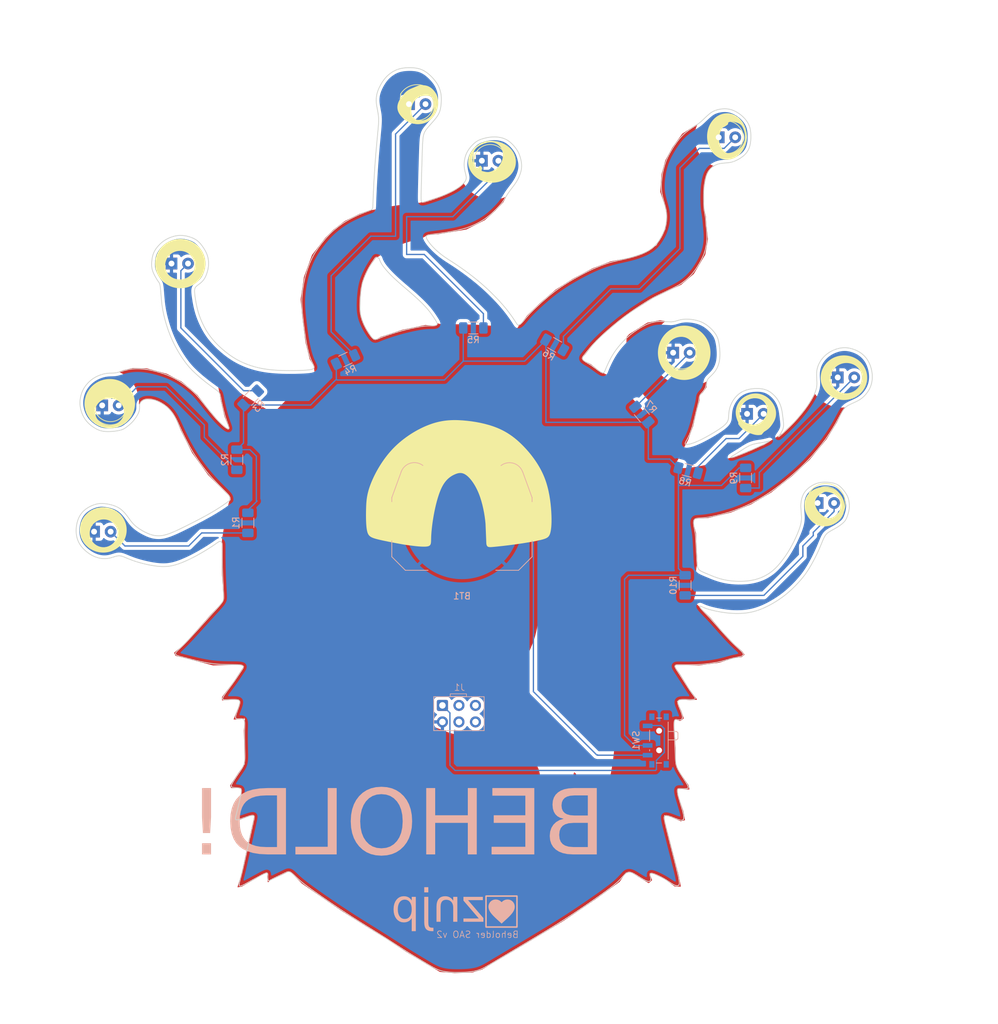
<source format=kicad_pcb>
(kicad_pcb (version 20240108) (generator "pcbnew") (generator_version "8.0")
  (layers (0 "F.Cu" signal) (31 "B.Cu" signal) (34 "B.Paste" user) (35 "F.Paste" user) (36 "B.SilkS" user "B.Silkscreen") (37 "F.SilkS" user "F.Silkscreen") (38 "B.Mask" user) (39 "F.Mask" user) (44 "Edge.Cuts" user))
  (net 0 "")
  (net 1 "Net-(BT1-+)")
  (net 2 "GND")
  (net 3 "Net-(D1-A)")
  (net 4 "Net-(D2-A)")
  (net 5 "Net-(D3-A)")
  (net 6 "Net-(D4-A)")
  (net 7 "Net-(D5-A)")
  (net 8 "Net-(D6-A)")
  (net 9 "Net-(D7-A)")
  (net 10 "Net-(D8-A)")
  (net 11 "Net-(D9-A)")
  (net 12 "Net-(D10-A)")
  (net 13 "Net-(SW1-B)")
  (net 16 "Net-(J1-3.3V)")
  (footprint "LED_THT:LED_D5.0mm" (layer "F.Cu") (at 139.66 58.1)
    (property "Reference" "D4" (hide yes))
    (property "Value" "LED" (hide yes))
  )
  (footprint "LED_THT:LED_D5.0mm" (layer "F.Cu") (at 91.26 123.8)
    (property "Reference" "D1" (hide yes))
    (property "Value" "LED" (hide yes))
  )
  (footprint "LED_THT:LED_D5.0mm" (layer "F.Cu") (at 103.16 82.6)
    (property "Reference" "D3" (hide yes))
    (property "Value" "LED" (hide yes))
  )
  (footprint "LED_THT:LED_D5.0mm" (layer "F.Cu") (at 92.505058 104.4)
    (property "Reference" "D2" (hide yes))
    (property "Value" "LED" (hide yes))
  )
  (footprint "LED_THT:LED_D5.0mm" (layer "F.Cu") (at 191.625 105.7)
    (property "Reference" "D8" (hide yes))
    (property "Value" "LED" (hide yes))
  )
  (footprint "LED_THT:LED_D5.0mm" (layer "F.Cu") (at 150.86 66.8)
    (property "Reference" "D5" (hide yes))
    (property "Value" "LED" (hide yes))
  )
  (footprint "LED_THT:LED_D5.0mm" (layer "F.Cu") (at 187.26 63.2)
    (property "Reference" "D6" (hide yes))
    (property "Value" "LED" (hide yes))
  )
  (footprint "LED_THT:LED_D5.0mm" (layer "F.Cu") (at 180.26 96.3)
    (property "Reference" "D7" (hide yes))
    (property "Value" "LED" (hide yes))
  )
  (footprint "LED_THT:LED_D5.0mm" (layer "F.Cu") (at 202.46 119.4)
    (property "Reference" "D10" (hide yes))
    (property "Value" "LED" (hide yes))
  )
  (footprint "LED_THT:LED_D5.0mm" (layer "F.Cu") (at 205.56 100.1)
    (property "Reference" "D9" (hide yes))
    (property "Value" "LED" (hide yes))
  )
  (footprint "Resistor_SMD:R_1206_3216Metric_Pad1.30x1.75mm_HandSolder" (layer "B.Cu") (at 182.568223 114.391503 -15)
    (property "Reference" "R8")
    (property "Value" "30")
  )
  (footprint "LOGO" (layer "B.Cu") (at 153.879463 182.1762 180)
    (property "Reference" "G***" (hide yes))
    (property "Value" "LOGO" (hide yes))
  )
  (footprint "Resistor_SMD:R_1206_3216Metric_Pad1.30x1.75mm_HandSolder" (layer "B.Cu") (at 113.2 112.75 -90)
    (property "Reference" "R2")
    (property "Value" "30")
  )
  (footprint "Resistor_SMD:R_1206_3216Metric_Pad1.30x1.75mm_HandSolder" (layer "B.Cu") (at 115.325 103.242339 45)
    (property "Reference" "R3")
    (property "Value" "30")
  )
  (footprint "Resistor_SMD:R_1206_3216Metric_Pad1.30x1.75mm_HandSolder" (layer "B.Cu") (at 129.895223 97.355058 25)
    (property "Reference" "R4")
    (property "Value" "30")
  )
  (footprint "Resistor_SMD:R_1206_3216Metric_Pad1.30x1.75mm_HandSolder" (layer "B.Cu") (at 162.05 95.1 -30)
    (property "Reference" "R6")
    (property "Value" "30")
  )
  (footprint "Resistor_SMD:R_1206_3216Metric_Pad1.30x1.75mm_HandSolder" (layer "B.Cu") (at 191.4 115.55 -90)
    (property "Reference" "R9")
    (property "Value" "30")
  )
  (footprint "Button_Switch_SMD:SW_SPDT_PCM12" (layer "B.Cu") (at 177.77 155.9 -90)
    (property "Reference" "SW1")
    (property "Value" "SW_SPDT")
  )
  (footprint "Resistor_SMD:R_1206_3216Metric_Pad1.30x1.75mm_HandSolder" (layer "B.Cu") (at 175.45 105.8 130)
    (property "Reference" "R7")
    (property "Value" "30")
  )
  (footprint "Battery:BatteryHolder_Keystone_3034_1x20mm" (layer "B.Cu") (at 147.8 122.2)
    (property "Reference" "BT1")
    (property "Value" "Battery_Cell")
  )
  (footprint "Resistor_SMD:R_1206_3216Metric_Pad1.30x1.75mm_HandSolder" (layer "B.Cu") (at 182.1 132.05 -90)
    (property "Reference" "R10")
    (property "Value" "30")
  )
  (footprint "SAO connector:SHITTY_ADD-ON_V1.69BIS SAO" (layer "B.Cu") (at 147.33 154.64 180)
    (property "Reference" "J1")
    (property "Value" "~")
  )
  (footprint "Resistor_SMD:R_1206_3216Metric_Pad1.30x1.75mm_HandSolder" (layer "B.Cu") (at 149.55 92.5)
    (property "Reference" "R5")
    (property "Value" "30")
  )
  (footprint "Resistor_SMD:R_1206_3216Metric_Pad1.30x1.75mm_HandSolder" (layer "B.Cu") (at 114.9 122.45 -90)
    (property "Reference" "R1")
    (property "Value" "30")
  )
  (gr_poly (pts (xy 165.083029 160.799692) (xy 165.088012 160.800245) (xy 165.093103 160.801171) (xy 165.098304 160.802461) (xy 165.103618 160.804109) (xy 165.109046 160.806107) (xy 165.114591 160.808447) (xy 165.126036 160.814122) (xy 165.137979 160.821135) (xy 165.150538 160.82973) (xy 165.163842 160.840211) (xy 165.178021 160.852882) (xy 165.193203 160.868047) (xy 165.209518 160.886009) (xy 165.227095 160.907074) (xy 165.246063 160.931545) (xy 165.266552 160.959726) (xy 165.288691 160.991922) (xy 165.312609 161.028436) (xy 165.338435 161.069572) (xy 165.366299 161.115635) (xy 165.396329 161.166929) (xy 165.428656 161.223757) (xy 165.463408 161.286424) (xy 165.540275 161.429598) (xy 165.625839 161.594421) (xy 165.718579 161.777975) (xy 165.816976 161.977343) (xy 165.919507 162.189605) (xy 166.024653 162.411842) (xy 166.130894 162.641137) (xy 166.236708 162.874571) (xy 166.34077 163.109815) (xy 166.442489 163.346945) (xy 166.541471 163.586629) (xy 166.63732 163.829537) (xy 166.729642 164.076337) (xy 166.81804 164.327699) (xy 166.902121 164.584291) (xy 166.98149 164.846782) (xy 167.055837 165.115506) (xy 167.125227 165.38946) (xy 167.189812 165.667307) (xy 167.249744 165.947708) (xy 167.305175 166.229326) (xy 167.356257 166.510824) (xy 167.403142 166.790864) (xy 167.445983 167.068107) (xy 167.484959 167.341909) (xy 167.520413 167.614401) (xy 167.552708 167.888413) (xy 167.582208 168.166772) (xy 167.609278 168.452309) (xy 167.634281 168.747852) (xy 167.679543 169.380272) (xy 167.719818 170.073713) (xy 167.752533 170.786119) (xy 167.774042 171.462517) (xy 167.780699 172.047935) (xy 167.77735 172.291275) (xy 167.76862 172.502834) (xy 167.762011 172.598169) (xy 167.753785 172.687326) (xy 167.743852 172.770895) (xy 167.732121 172.849466) (xy 167.718503 172.923627) (xy 167.702907 172.993967) (xy 167.685242 173.061077) (xy 167.665418 173.125545) (xy 167.643344 173.18796) (xy 167.61893 173.248913) (xy 167.592086 173.308991) (xy 167.562721 173.368785) (xy 167.530784 173.428771) (xy 167.496371 173.488957) (xy 167.459625 173.549241) (xy 167.420685 173.609521) (xy 167.379693 173.669694) (xy 167.336788 173.729657) (xy 167.292112 173.789308) (xy 167.245805 173.848544) (xy 167.198008 173.907263) (xy 167.148861 173.965363) (xy 167.098505 174.02274) (xy 167.047081 174.079293) (xy 166.94159 174.189514) (xy 166.833513 174.295207) (xy 166.778838 174.346104) (xy 166.723818 174.395594) (xy 166.668472 174.443608) (xy 166.612818 174.490079) (xy 166.556875 174.534938) (xy 166.500662 174.578116) (xy 166.444199 174.619546) (xy 166.387504 174.659159) (xy 166.330595 174.696886) (xy 166.273493 174.732659) (xy 166.216216 174.766411) (xy 166.158782 174.798071) (xy 166.101211 174.827573) (xy 166.043522 174.854847) (xy 165.985733 174.879825) (xy 165.927864 174.90244) (xy 165.869955 174.922666) (xy 165.81213 174.940602) (xy 165.754534 174.956393) (xy 165.697311 174.970182) (xy 165.640605 174.982115) (xy 165.584561 174.992336) (xy 165.529323 175.00099) (xy 165.475035 175.008222) (xy 165.369889 175.018997) (xy 165.270276 175.025817) (xy 165.177352 175.029841) (xy 165.092272 175.032225) (xy 164.947881 175.035613) (xy 164.887595 175.037927) (xy 164.834395 175.041344) (xy 164.787643 175.04638) (xy 164.766485 175.049668) (xy 164.746699 175.053556) (xy 164.728206 175.058107) (xy 164.710925 175.063386) (xy 164.694776 175.069459) (xy 164.67968 175.07639) (xy 164.672499 175.08016) (xy 164.665558 175.08416) (xy 164.658851 175.088392) (xy 164.652375 175.092858) (xy 164.646125 175.097561) (xy 164.640097 175.102504) (xy 164.634287 175.107688) (xy 164.62869 175.113116) (xy 164.623303 175.118791) (xy 164.618121 175.124714) (xy 164.613139 175.130889) (xy 164.608354 175.137318) (xy 164.603761 175.144003) (xy 164.599356 175.150947) (xy 164.595135 175.158151) (xy 164.591094 175.165619) (xy 164.587227 175.173354) (xy 164.583532 175.181356) (xy 164.580003 175.189629) (xy 164.576636 175.198176) (xy 164.573428 175.206998) (xy 164.570374 175.216098) (xy 164.56471 175.235141) (xy 164.55961 175.255327) (xy 164.555042 175.276672) (xy 164.550969 175.299198) (xy 164.547359 175.322923) (xy 164.541313 175.373905) (xy 164.536357 175.429146) (xy 164.527291 175.549972) (xy 164.521964 175.614339) (xy 164.515299 175.680531) (xy 164.506687 175.747938) (xy 164.501462 175.781908) (xy 164.495522 175.815953) (xy 164.488799 175.850027) (xy 164.481256 175.884201) (xy 164.472861 175.918572) (xy 164.463584 175.953241) (xy 164.453395 175.988304) (xy 164.442263 176.023863) (xy 164.417046 176.096857) (xy 164.387691 176.173015) (xy 164.353951 176.253125) (xy 164.315584 176.33798) (xy 164.272344 176.428367) (xy 164.224113 176.524767) (xy 164.171138 176.626365) (xy 164.113784 176.732038) (xy 164.052416 176.840659) (xy 163.987398 176.951104) (xy 163.919095 177.062249) (xy 163.847873 177.172967) (xy 163.774095 177.282133) (xy 163.698005 177.388872) (xy 163.61933 177.4933) (xy 163.537675 177.595781) (xy 163.452645 177.696682) (xy 163.363843 177.796366) (xy 163.270873 177.895199) (xy 163.173342 177.993545) (xy 163.070851 178.091771) (xy 162.963255 178.189991) (xy 162.851371 178.287331) (xy 162.736264 178.382662) (xy 162.618997 178.474862) (xy 162.500636 178.562803) (xy 162.382243 178.645361) (xy 162.323367 178.684269) (xy 162.264883 178.721409) (xy 162.206923 178.756641) (xy 162.14962 178.789824) (xy 162.093064 178.820858) (xy 162.037166 178.849794) (xy 161.981792 178.876723) (xy 161.926811 178.901736) (xy 161.872088 178.924923) (xy 161.817491 178.946378) (xy 161.762886 178.96619) (xy 161.708141 178.984451) (xy 161.653123 179.001253) (xy 161.597698 179.016686) (xy 161.541733 179.030843) (xy 161.485095 179.043814) (xy 161.427651 179.05569) (xy 161.369268 179.066564) (xy 161.249153 179.085667) (xy 161.124193 179.101683) (xy 160.995857 179.1146) (xy 160.866123 179.124237) (xy 160.736966 179.130407) (xy 160.610364 179.132927) (xy 160.488293 179.131612) (xy 160.372728 179.126278) (xy 160.265648 179.11674) (xy 160.215844 179.110363) (xy 160.168535 179.103009) (xy 160.123598 179.09479) (xy 160.080912 179.085821) (xy 160.040356 179.076216) (xy 160.001806 179.066087) (xy 159.930243 179.044716) (xy 159.86525 179.022617) (xy 159.805851 179.000699) (xy 159.699944 178.961046) (xy 159.675466 178.952664) (xy 159.651676 178.94504) (xy 159.628593 178.938207) (xy 159.606236 178.932193) (xy 159.584624 178.92703) (xy 159.563777 178.922748) (xy 159.543712 178.919377) (xy 159.52445 178.916949) (xy 159.506009 178.915494) (xy 159.488408 178.915043) (xy 159.471667 178.915625) (xy 159.455804 178.917272) (xy 159.440839 178.920014) (xy 159.42679 178.923882) (xy 159.413677 178.928907) (xy 159.401518 178.935118) (xy 159.3958 178.938678) (xy 159.390323 178.942538) (xy 159.385081 178.946691) (xy 159.380073 178.951135) (xy 159.375296 178.955863) (xy 159.370744 178.960872) (xy 159.366417 178.966155) (xy 159.362309 178.97171) (xy 159.358418 178.97753) (xy 159.354741 178.983612) (xy 159.351274 178.98995) (xy 159.348013 178.996539) (xy 159.344956 179.003376) (xy 159.342099 179.010455) (xy 159.339439 179.017771) (xy 159.336973 179.02532) (xy 159.332607 179.041098) (xy 159.328975 179.057749) (xy 159.326051 179.075236) (xy 159.323809 179.093522) (xy 159.32222 179.112568) (xy 159.32126 179.132336) (xy 159.320901 179.152788) (xy 159.321117 179.173887) (xy 159.323002 179.217882) (xy 159.326348 179.264201) (xy 159.334348 179.363308) (xy 159.337467 179.415848) (xy 159.33847 179.442809) (xy 159.338974 179.470212) (xy 159.338883 179.498039) (xy 159.338101 179.526276) (xy 159.336532 179.554907) (xy 159.334081 179.583916) (xy 159.330641 179.613311) (xy 159.326056 179.643194) (xy 159.320157 179.673684) (xy 159.312772 179.704905) (xy 159.30373 179.736978) (xy 159.29286 179.770024) (xy 159.279992 179.804164) (xy 159.264954 179.839522) (xy 159.247575 179.876217) (xy 159.227685 179.914372) (xy 159.205112 179.954108) (xy 159.179686 179.995548) (xy 159.151235 180.038811) (xy 159.11959 180.084021) (xy 159.084578 180.131299) (xy 159.046028 180.180766) (xy 159.003812 180.232482) (xy 158.958019 180.286273) (xy 158.908781 180.341905) (xy 158.856232 180.399142) (xy 158.800505 180.457748) (xy 158.741734 180.517486) (xy 158.68005 180.578122) (xy 158.615587 180.63942) (xy 158.548479 180.701144) (xy 158.478858 180.763058) (xy 158.406857 180.824926) (xy 158.332609 180.886513) (xy 158.256248 180.947583) (xy 158.177906 181.007901) (xy 158.097717 181.067229) (xy 158.015813 181.125334) (xy 157.932337 181.18201) (xy 157.847466 181.237176) (xy 157.761386 181.290784) (xy 157.674284 181.342783) (xy 157.497758 181.441761) (xy 157.319378 181.533714) (xy 157.140633 181.618248) (xy 156.963013 181.694968) (xy 156.788007 181.763479) (xy 156.617107 181.823387) (xy 156.533606 181.850009) (xy 156.451376 181.874445) (xy 156.370286 181.89676) (xy 156.290209 181.917018) (xy 156.211014 181.935283) (xy 156.132572 181.951621) (xy 156.054754 181.966096) (xy 155.97743 181.978773) (xy 155.823748 181.99899) (xy 155.670491 182.01279) (xy 155.516625 182.020691) (xy 155.361113 182.02321) (xy 155.203446 182.020855) (xy 155.045171 182.014117) (xy 154.888358 182.003484) (xy 154.735072 181.989443) (xy 154.587381 181.972483) (xy 154.447352 181.953092) (xy 154.317053 181.931759) (xy 154.198549 181.90897) (xy 154.093295 181.885221) (xy 154.000269 181.861045) (xy 153.917829 181.83699) (xy 153.844332 181.813605) (xy 153.71759 181.771032) (xy 153.66106 181.752941) (xy 153.606899 181.737712) (xy 153.580232 181.731317) (xy 153.553775 181.725754) (xy 153.527554 181.721007) (xy 153.501595 181.717054) (xy 153.475926 181.713878) (xy 153.450571 181.711459) (xy 153.425559 181.709779) (xy 153.400916 181.708818) (xy 153.376669 181.708557) (xy 153.352843 181.708978) (xy 153.329467 181.710061) (xy 153.306565 181.711788) (xy 153.284165 181.714139) (xy 153.262294 181.717095) (xy 153.240978 181.720638) (xy 153.220244 181.724748) (xy 153.200096 181.729417) (xy 153.180425 181.734685) (xy 153.161102 181.740606) (xy 153.141998 181.747232) (xy 153.122984 181.754617) (xy 153.103931 181.762815) (xy 153.08471 181.771878) (xy 153.065191 181.781861) (xy 153.045247 181.792816) (xy 153.024748 181.804798) (xy 153.003565 181.817859) (xy 152.981568 181.832053) (xy 152.95863 181.847433) (xy 152.93462 181.864053) (xy 152.882872 181.901225) (xy 152.762287 181.991177) (xy 152.693389 182.042561) (xy 152.618835 182.097164) (xy 152.538686 182.154197) (xy 152.453001 182.21287) (xy 152.361841 182.272395) (xy 152.314227 182.302229) (xy 152.265267 182.331981) (xy 152.163289 182.390911) (xy 152.055716 182.448683) (xy 151.942305 182.504872) (xy 151.822812 182.559052) (xy 151.760708 182.585256) (xy 151.696993 182.610799) (xy 151.631636 182.635628) (xy 151.564606 182.659688) (xy 151.495873 182.682928) (xy 151.425407 182.705294) (xy 151.353177 182.726732) (xy 151.279152 182.747191) (xy 151.125843 182.784983) (xy 150.966453 182.818329) (xy 150.802198 182.846925) (xy 150.634295 182.870469) (xy 150.463958 182.888658) (xy 150.292405 182.901189) (xy 150.120851 182.90776) (xy 149.950511 182.908067) (xy 149.782392 182.902066) (xy 149.616646 182.889618) (xy 149.453213 182.870956) (xy 149.292031 182.846317) (xy 149.133039 182.815935) (xy 148.976176 182.780045) (xy 148.82138 182.738881) (xy 148.66859 182.69268) (xy 148.518092 182.641769) (xy 148.371579 182.587055) (xy 148.231087 182.529605) (xy 148.098655 182.470482) (xy 147.976319 182.410751) (xy 147.866117 182.351477) (xy 147.770087 182.293726) (xy 147.728023 182.265753) (xy 147.690267 182.23856) (xy 147.673072 182.225295) (xy 147.656981 182.21226) (xy 147.641959 182.199458) (xy 147.627968 182.18689) (xy 147.614974 182.17456) (xy 147.602939 182.162469) (xy 147.581606 182.139016) (xy 147.563678 182.116551) (xy 147.548868 182.095093) (xy 147.536885 182.074661) (xy 147.527442 182.055274) (xy 147.52025 182.036952) (xy 147.515018 182.019713) (xy 147.511459 182.003577) (xy 147.509283 181.988564) (xy 147.508202 181.974692) (xy 147.507926 181.96198) (xy 147.508635 181.940117) (xy 147.509092 181.930916) (xy 147.509706 181.922398) (xy 147.510138 181.918229) (xy 147.510689 181.914031) (xy 147.511386 181.909737) (xy 147.512255 181.905282) (xy 147.513323 181.900598) (xy 147.514616 181.89562) (xy 147.516161 181.890279) (xy 147.517985 181.884511) (xy 147.520114 181.878249) (xy 147.522575 181.871425) (xy 147.525395 181.863974) (xy 147.528599 181.855829) (xy 147.53627 181.83719) (xy 147.545801 181.814977) (xy 147.557404 181.788657) (xy 147.571292 181.757699) (xy 147.587679 181.72157) (xy 147.606776 181.679738) (xy 147.653957 181.576835) (xy 147.653957 181.577257) (xy 147.78602 181.28645) (xy 147.868853 181.099386) (xy 147.961143 180.885683) (xy 148.061582 180.646192) (xy 148.168865 180.381765) (xy 148.281683 180.093252) (xy 148.398729 179.781505) (xy 148.518781 179.447837) (xy 148.640959 179.095406) (xy 148.888537 178.348734) (xy 149.135142 177.570438) (xy 149.374452 176.78947) (xy 149.600419 176.032051) (xy 149.808141 175.313562) (xy 149.992996 174.646647) (xy 150.150362 174.04395) (xy 150.531853 172.427238) (xy 150.548235 172.371612) (xy 150.56429 172.32139) (xy 150.580059 172.276376) (xy 150.595586 172.236378) (xy 150.610911 172.201201) (xy 150.626079 172.170651) (xy 150.64113 172.144534) (xy 150.656108 172.122656) (xy 150.671055 172.104823) (xy 150.686012 172.09084) (xy 150.701023 172.080514) (xy 150.708562 172.076661) (xy 150.71613 172.07365) (xy 150.723732 172.071456) (xy 150.731374 172.070055) (xy 150.746799 172.069534) (xy 150.762446 172.071894) (xy 150.778359 172.076939) (xy 150.786433 172.080419) (xy 150.794605 172.084562) (xy 150.802898 172.089404) (xy 150.811333 172.094986) (xy 150.819932 172.101345) (xy 150.828719 172.108521) (xy 150.837716 172.11655) (xy 150.846945 172.125473) (xy 150.856428 172.135327) (xy 150.866187 172.146151) (xy 150.876246 172.157983) (xy 150.886626 172.170862) (xy 150.89735 172.184826) (xy 150.90844 172.199914) (xy 150.931808 172.233616) (xy 150.956908 172.272274) (xy 150.98392 172.316197) (xy 151.013023 172.365693) (xy 151.044394 172.42107) (xy 151.078214 172.482634) (xy 151.114661 172.550695) (xy 151.153913 172.62556) (xy 151.19615 172.707536) (xy 151.289746 172.893312) (xy 151.394105 173.106728) (xy 151.507342 173.345748) (xy 151.627573 173.608335) (xy 151.752912 173.892453) (xy 151.881475 174.196064) (xy 152.011375 174.517134) (xy 152.140727 174.853624) (xy 152.267726 175.203286) (xy 152.390862 175.563075) (xy 152.508706 175.929735) (xy 152.61983 176.300015) (xy 152.722803 176.670661) (xy 152.816199 177.038418) (xy 152.898586 177.400035) (xy 152.968538 177.752257) (xy 153.025119 178.092096) (xy 153.069415 178.417639) (xy 153.103007 178.727244) (xy 153.127476 179.019271) (xy 153.144403 179.292078) (xy 153.155369 179.544023) (xy 153.165743 179.978764) (xy 153.169153 180.316198) (xy 153.169641 180.572376) (xy 153.168141 180.928532) (xy 153.168409 181.000479) (xy 153.169384 181.068172) (xy 153.171323 181.131244) (xy 153.174485 181.189332) (xy 153.179125 181.242067) (xy 153.185503 181.289086) (xy 153.189423 181.310336) (xy 153.193874 181.33002) (xy 153.198888 181.348092) (xy 153.204497 181.364506) (xy 153.207497 181.372078) (xy 153.210645 181.379225) (xy 153.213938 181.385948) (xy 153.217372 181.392248) (xy 153.220944 181.398125) (xy 153.224651 181.403581) (xy 153.228489 181.408617) (xy 153.232455 181.413234) (xy 153.236547 181.417432) (xy 153.24076 181.421213) (xy 153.245091 181.424578) (xy 153.249538 181.427527) (xy 153.254097 181.430061) (xy 153.258763 181.432182) (xy 153.263536 181.433891) (xy 153.26841 181.435187) (xy 153.273383 181.436074) (xy 153.278451 181.43655) (xy 153.283612 181.436618) (xy 153.288861 181.436278) (xy 153.294196 181.435531) (xy 153.299613 181.434378) (xy 153.305109 181.432821) (xy 153.310682 181.430859) (xy 153.316326 181.428495) (xy 153.32204 181.425729) (xy 153.327819 181.422561) (xy 153.333662 181.418994) (xy 153.339563 181.415027) (xy 153.345521 181.410663) (xy 153.351531 181.405901) (xy 153.357591 181.400743) (xy 153.369847 181.38923) (xy 153.382363 181.376069) (xy 153.395216 181.361191) (xy 153.408481 181.344527) (xy 153.422234 181.326009) (xy 153.436552 181.305569) (xy 153.451509 181.283138) (xy 153.467182 181.258646) (xy 153.483647 181.232027) (xy 153.500979 181.20321) (xy 153.538549 181.138711) (xy 153.580498 181.064602) (xy 153.627434 180.980333) (xy 153.738087 180.77744) (xy 153.802187 180.655375) (xy 153.872338 180.517131) (xy 153.948692 180.360883) (xy 154.031403 180.184806) (xy 154.120622 179.987076) (xy 154.216503 179.765867) (xy 154.428035 179.251119) (xy 154.663168 178.652932) (xy 155.189635 177.277244) (xy 156.367772 174.191789) (xy 156.666239 173.401357) (xy 156.94743 172.636727) (xy 157.076454 172.272752) (xy 157.195046 171.925625) (xy 157.30117 171.59881) (xy 157.392787 171.295775) (xy 157.468536 171.01926) (xy 157.529717 170.769145) (xy 157.578308 170.544575) (xy 157.616285 170.3447) (xy 157.645625 170.168665) (xy 157.668305 170.015619) (xy 157.701595 169.775084) (xy 157.715825 169.685715) (xy 157.722689 169.648084) (xy 157.729395 169.614833) (xy 157.73595 169.585717) (xy 157.742362 169.560494) (xy 157.748639 169.53892) (xy 157.754787 169.520753) (xy 157.760814 169.505748) (xy 157.766727 169.493663) (xy 157.772534 169.484255) (xy 157.778242 169.477281) (xy 157.783859 169.472498) (xy 157.789392 169.469661) (xy 157.794847 169.468529) (xy 157.800234 169.468858) (xy 157.802905 169.469468) (xy 157.805565 169.470419) (xy 157.808219 169.471744) (xy 157.810872 169.473474) (xy 157.813529 169.475642) (xy 157.816194 169.47828) (xy 157.818872 169.481419) (xy 157.821568 169.485092) (xy 157.824286 169.48933) (xy 157.827033 169.494167) (xy 157.829811 169.499633) (xy 157.832626 169.505761) (xy 157.835483 169.512583) (xy 157.838386 169.52013) (xy 157.841341 169.528436) (xy 157.844352 169.537532) (xy 157.847423 169.54745) (xy 157.85056 169.558222) (xy 157.853768 169.56988) (xy 157.85705 169.582456) (xy 157.860413 169.595982) (xy 157.86386 169.610491) (xy 157.867397 169.626014) (xy 157.871027 169.642583) (xy 157.87859 169.678988) (xy 157.886587 169.719964) (xy 157.895057 169.765765) (xy 157.904036 169.816649) (xy 157.998435 170.398224) (xy 158.064239 170.784021) (xy 158.102751 170.994818) (xy 158.145369 171.215318) (xy 158.242169 171.677197) (xy 158.347468 172.148554) (xy 158.547597 173.029234) (xy 158.626697 173.397811) (xy 158.691939 173.712373) (xy 158.747939 173.977304) (xy 158.773915 174.092529) (xy 158.799312 174.196989) (xy 158.824584 174.291192) (xy 158.849738 174.375513) (xy 158.874653 174.450286) (xy 158.899204 174.515847) (xy 158.923269 174.572528) (xy 158.946725 174.620664) (xy 158.969448 174.660589) (xy 158.980497 174.677577) (xy 158.991316 174.692637) (xy 158.99663 174.699456) (xy 159.001886 174.705804) (xy 159.007083 174.711684) (xy 159.012223 174.717097) (xy 159.017307 174.722044) (xy 159.022336 174.726526) (xy 159.027311 174.730545) (xy 159.032232 174.734101) (xy 159.0371 174.737198) (xy 159.041917 174.739834) (xy 159.046683 174.742013) (xy 159.0514 174.743735) (xy 159.056067 174.745001) (xy 159.060687 174.745813) (xy 159.065259 174.746172) (xy 159.069785 174.746079) (xy 159.074266 174.745536) (xy 159.078702 174.744544) (xy 159.083095 174.743104) (xy 159.087446 174.741218) (xy 159.091754 174.738887) (xy 159.096022 174.736112) (xy 159.10025 174.732894) (xy 159.104439 174.729235) (xy 159.10859 174.725136) (xy 159.112704 174.720598) (xy 159.116781 174.715623) (xy 159.120823 174.710212) (xy 159.124831 174.704366) (xy 159.128805 174.698087) (xy 159.132747 174.691375) (xy 159.136656 174.684233) (xy 159.144401 174.668736) (xy 159.152146 174.651272) (xy 159.160014 174.631573) (xy 159.168125 174.609374) (xy 159.176601 174.584409) (xy 159.185564 174.556411) (xy 159.205434 174.490251) (xy 159.228708 174.408765) (xy 159.256358 174.309824) (xy 159.32867 174.051054) (xy 159.548941 173.273197) (xy 159.685204 172.778928) (xy 159.8295 172.234538) (xy 159.976112 171.651751) (xy 160.124674 171.028825) (xy 160.27616 170.36065) (xy 160.431542 169.642113) (xy 160.589876 168.87695) (xy 160.742615 168.104253) (xy 160.8793 167.371941) (xy 160.989473 166.727934) (xy 161.031743 166.452618) (xy 161.065866 166.20893) (xy 161.092934 165.994436) (xy 161.114042 165.806703) (xy 161.142756 165.501788) (xy 161.160759 165.274718) (xy 161.168374 165.184546) (xy 161.175929 165.108028) (xy 161.183849 165.04422) (xy 161.192559 164.992181) (xy 161.197343 164.970281) (xy 161.202484 164.950969) (xy 161.208034 164.934128) (xy 161.214048 164.919641) (xy 161.220579 164.90739) (xy 161.227678 164.897256) (xy 161.2354 164.889123) (xy 161.243797 164.882872) (xy 161.248268 164.880418) (xy 161.252935 164.878427) (xy 161.257813 164.876921) (xy 161.262916 164.875921) (xy 161.268259 164.87545) (xy 161.273856 164.875529) (xy 161.279721 164.87618) (xy 161.285868 164.877425) (xy 161.292312 164.879286) (xy 161.299066 164.881785) (xy 161.306146 164.884943) (xy 161.313565 164.888783) (xy 161.321338 164.893326) (xy 161.329479 164.898595) (xy 161.338002 164.904611) (xy 161.346921 164.911395) (xy 161.356251 164.91897) (xy 161.366006 164.927358) (xy 161.3762 164.936581) (xy 161.386848 164.94666) (xy 161.397963 164.957617) (xy 161.409561 164.969475) (xy 161.421654 164.982254) (xy 161.434258 164.995978) (xy 161.447387 165.010667) (xy 161.461054 165.026344) (xy 161.490064 165.060748) (xy 161.5214 165.099364) (xy 161.555177 165.142369) (xy 161.630107 165.241506) (xy 161.71373 165.355938) (xy 161.90098 165.618889) (xy 162.10477 165.907628) (xy 162.312941 166.198558) (xy 162.701862 166.728268) (xy 162.788526 166.850278) (xy 162.869443 166.968912) (xy 162.943853 167.084566) (xy 163.010994 167.197636) (xy 163.041629 167.253299) (xy 163.070337 167.308304) (xy 163.097198 167.362542) (xy 163.122292 167.415902) (xy 163.167497 167.519547) (xy 163.20659 167.618358) (xy 163.240209 167.711452) (xy 163.268993 167.797948) (xy 163.31461 167.947618) (xy 163.348402 168.062411) (xy 163.362199 168.107685) (xy 163.374624 168.145811) (xy 163.386201 168.17749) (xy 163.391834 168.19113) (xy 163.39745 168.203421) (xy 163.403114 168.21445) (xy 163.408892 168.224305) (xy 163.414849 168.233074) (xy 163.42105 168.240843) (xy 163.424248 168.244373) (xy 163.427521 168.247676) (xy 163.430864 168.250749) (xy 163.434277 168.253594) (xy 163.437756 168.256209) (xy 163.441299 168.258594) (xy 163.444904 168.260748) (xy 163.448568 168.262672) (xy 163.452289 168.264364) (xy 163.456065 168.265825) (xy 163.459894 168.267053) (xy 163.463772 168.268049) (xy 163.467698 168.268812) (xy 163.471669 168.269342) (xy 163.475683 168.269637) (xy 163.479737 168.269698) (xy 163.48383 168.269524) (xy 163.487958 168.269116) (xy 163.49212 168.268471) (xy 163.496313 168.26759) (xy 163.500535 168.266473) (xy 163.504782 168.265119) (xy 163.509054 168.263527) (xy 163.513348 168.261697) (xy 163.51766 168.259629) (xy 163.52199 168.257323) (xy 163.526334 168.254777) (xy 163.53069 168.251991) (xy 163.535056 168.248966) (xy 163.539429 168.2457) (xy 163.543808 168.242193) (xy 163.548189 168.238444) (xy 163.55695 168.230159) (xy 163.565751 168.220828) (xy 163.57463 168.21038) (xy 163.583625 168.198742) (xy 163.592774 168.185841) (xy 163.602114 168.171607) (xy 163.611683 168.155966) (xy 163.621518 168.138846) (xy 163.631658 168.120176) (xy 163.642139 168.099883) (xy 163.653001 168.077895) (xy 163.664279 168.054139) (xy 163.676013 168.028544) (xy 163.688239 168.001038) (xy 163.700996 167.971547) (xy 163.714321 167.940001) (xy 163.742727 167.8704) (xy 163.773332 167.791402) (xy 163.805889 167.702125) (xy 163.840154 167.601688) (xy 163.875881 167.489208) (xy 163.912825 167.363803) (xy 163.95074 167.224591) (xy 163.989382 167.070689) (xy 164.02853 166.901603) (xy 164.068043 166.718378) (xy 164.107798 166.522442) (xy 164.147675 166.315224) (xy 164.227306 165.872656) (xy 164.305962 165.402104) (xy 164.382961 164.914126) (xy 164.458742 164.415685) (xy 164.609578 163.411729) (xy 164.876866 161.67567) (xy 164.945642 161.180019) (xy 164.968851 161.025376) (xy 164.979794 160.966451) (xy 164.991106 160.917924) (xy 164.997059 160.897146) (xy 165.003271 160.878556) (xy 165.009759 160.862095) (xy 165.01311 160.854643) (xy 165.016536 160.847701) (xy 165.020039 160.841261) (xy 165.02362 160.835315) (xy 165.02728 160.829855) (xy 165.031023 160.824874) (xy 165.03485 160.820365) (xy 165.038763 160.816319) (xy 165.042763 160.812729) (xy 165.046853 160.809588) (xy 165.051035 160.806887) (xy 165.05531 160.80462) (xy 165.059681 160.802779) (xy 165.064148 160.801356) (xy 165.068715 160.800343) (xy 165.073383 160.799733) (xy 165.078154 160.799519)) (stroke (width -0.000001)) (fill solid) (layer "F.Cu") (net 13))
  (gr_poly (pts (xy 135.656731 132.751075) (xy 135.718092 132.754403) (xy 135.779897 132.760634) (xy 135.842098 132.769723) (xy 135.904634 132.781564) (xy 135.96744 132.796032) (xy 136.03045 132.813003) (xy 136.093599 132.83235) (xy 136.156824 132.853951) (xy 136.220058 132.877678) (xy 136.283238 132.903409) (xy 136.346297 132.931017) (xy 136.409172 132.960379) (xy 136.471796 132.991369) (xy 136.534106 133.023861) (xy 136.657523 133.092857) (xy 136.778902 133.166368) (xy 136.838647 133.20449) (xy 136.897577 133.243263) (xy 137.012297 133.321837) (xy 137.121664 133.400251) (xy 137.224277 133.476665) (xy 137.31874 133.549241) (xy 137.403654 133.616137) (xy 137.539238 133.725535) (xy 137.53922 133.725554) (xy 137.58764 133.765221) (xy 137.607284 133.781808) (xy 137.624195 133.796736) (xy 137.638609 133.810385) (xy 137.65076 133.823135) (xy 137.656061 133.829292) (xy 137.660884 133.835366) (xy 137.665259 133.841405) (xy 137.669214 133.847456) (xy 137.672781 133.853567) (xy 137.675987 133.859786) (xy 137.678862 133.866159) (xy 137.681435 133.872735) (xy 137.683737 133.87956) (xy 137.685795 133.886682) (xy 137.6893 133.902008) (xy 137.692186 133.919091) (xy 137.694687 133.938312) (xy 137.699474 133.984685) (xy 137.711514 134.116115) (xy 137.724198 134.302201) (xy 137.72938 134.416441) (xy 137.733043 134.545186) (xy 137.734626 134.688716) (xy 137.733568 134.847313) (xy 137.723128 135.211601) (xy 137.706297 135.644288) (xy 137.689462 136.152411) (xy 137.679012 136.743004) (xy 137.680449 137.415649) (xy 137.695631 138.140073) (xy 137.725517 138.878563) (xy 137.746275 139.241298) (xy 137.771068 139.593406) (xy 137.79989 139.931013) (xy 137.832228 140.253636) (xy 137.867443 140.561635) (xy 137.904895 140.855369) (xy 137.943945 141.1352) (xy 137.983955 141.401485) (xy 138.064293 141.894859) (xy 138.208776 142.728497) (xy 138.238004 142.903939) (xy 138.263277 143.065717) (xy 138.283994 143.213592) (xy 138.299556 143.347325) (xy 138.305237 143.408837) (xy 138.309514 143.466841) (xy 138.312423 143.521429) (xy 138.313998 143.57269) (xy 138.314275 143.620714) (xy 138.313287 143.665591) (xy 138.311071 143.707411) (xy 138.307661 143.746264) (xy 138.303092 143.782239) (xy 138.297399 143.815427) (xy 138.290617 143.845918) (xy 138.282781 143.873801) (xy 138.273925 143.899167) (xy 138.264086 143.922105) (xy 138.253297 143.942705) (xy 138.241594 143.961058) (xy 138.235411 143.969417) (xy 138.229012 143.977243) (xy 138.222399 143.984543) (xy 138.215576 143.991321) (xy 138.208546 143.997586) (xy 138.201311 144.003343) (xy 138.193875 144.008597) (xy 138.186242 144.013357) (xy 138.178414 144.017626) (xy 138.170394 144.021413) (xy 138.162186 144.024723) (xy 138.153792 144.027563) (xy 138.145216 144.029938) (xy 138.13646 144.031855) (xy 138.127529 144.03332) (xy 138.118425 144.034339) (xy 138.09971 144.035066) (xy 138.080341 144.034085) (xy 138.060342 144.031446) (xy 138.03974 144.0272) (xy 138.018557 144.021395) (xy 137.996821 144.014083) (xy 137.974555 144.005313) (xy 137.951784 143.995134) (xy 137.928516 143.983575) (xy 137.904689 143.970598) (xy 137.880223 143.956143) (xy 137.855038 143.94015) (xy 137.829053 143.922559) (xy 137.80219 143.903309) (xy 137.774368 143.882342) (xy 137.745506 143.859597) (xy 137.684348 143.808533) (xy 137.618074 143.749638) (xy 137.546047 143.682433) (xy 137.467626 143.606438) (xy 137.382302 143.521126) (xy 137.290066 143.425788) (xy 137.191037 143.319661) (xy 137.085336 143.201987) (xy 136.973081 143.072006) (xy 136.854393 142.928958) (xy 136.729391 142.772083) (xy 136.598195 142.600621) (xy 136.461146 142.413934) (xy 136.319462 142.211825) (xy 136.174582 141.994213) (xy 136.027944 141.761018) (xy 135.880986 141.512161) (xy 135.735147 141.247562) (xy 135.591865 140.967141) (xy 135.452577 140.670817) (xy 135.318547 140.359006) (xy 135.19031 140.034131) (xy 135.068226 139.699108) (xy 134.952655 139.356855) (xy 134.843955 139.010287) (xy 134.742488 138.66232) (xy 134.648611 138.315871) (xy 134.562685 137.973857) (xy 134.484989 137.638888) (xy 134.415485 137.312352) (xy 134.354052 136.995325) (xy 134.30057 136.688887) (xy 134.254921 136.394115) (xy 134.216982 136.112086) (xy 134.186636 135.84388) (xy 134.163762 135.590574) (xy 134.148293 135.352864) (xy 134.140375 135.129857) (xy 134.139311 135.023468) (xy 134.140209 134.920276) (xy 134.143095 134.820121) (xy 134.147993 134.722842) (xy 134.15493 134.628281) (xy 134.163929 134.536276) (xy 134.175015 134.446669) (xy 134.188215 134.359299) (xy 134.203552 134.274007) (xy 134.221052 134.190632) (xy 134.240739 134.109015) (xy 134.262639 134.028996) (xy 134.286761 133.950458) (xy 134.31305 133.873475) (xy 134.341437 133.79816) (xy 134.371852 133.724629) (xy 134.404225 133.652996) (xy 134.438486 133.583377) (xy 134.474565 133.515885) (xy 134.512391 133.450637) (xy 134.551896 133.387746) (xy 134.593009 133.327327) (xy 134.635661 133.269496) (xy 134.67978 133.214366) (xy 134.725298 133.162053) (xy 134.772144 133.112671) (xy 134.820249 133.066336) (xy 134.869542 133.023161) (xy 134.91996 132.983243) (xy 134.971451 132.946575) (xy 135.02397 132.913134) (xy 135.077474 132.882893) (xy 135.131916 132.85583) (xy 135.187252 132.831917) (xy 135.243437 132.811131) (xy 135.300426 132.793446) (xy 135.358174 132.778838) (xy 135.416637 132.767282) (xy 135.475768 132.758752) (xy 135.535525 132.753224) (xy 135.595861 132.750674)) (stroke (width -0.000001)) (fill solid) (layer "F.Cu") (net 13))
  (gr_poly (pts (xy 142.999879 132.387041) (xy 143.098687 132.392342) (xy 143.19884 132.399881) (xy 143.300125 132.409782) (xy 143.402327 132.422174) (xy 143.505233 132.43718) (xy 143.608629 132.454926) (xy 143.712302 132.475539) (xy 143.816038 132.499145) (xy 143.919623 132.525868) (xy 144.022844 132.555836) (xy 144.125487 132.589173) (xy 144.227339 132.626005) (xy 144.328173 132.666379) (xy 144.427712 132.710008) (xy 144.525666 132.756528) (xy 144.621747 132.805575) (xy 144.715666 132.856784) (xy 144.807132 132.909791) (xy 144.895858 132.964231) (xy 144.981554 133.019739) (xy 145.063931 133.075952) (xy 145.142699 133.132504) (xy 145.21757 133.189031) (xy 145.288254 133.245168) (xy 145.354463 133.300551) (xy 145.415906 133.354816) (xy 145.472295 133.407597) (xy 145.523342 133.458531) (xy 145.568821 133.507514) (xy 145.589483 133.531553) (xy 145.60878 133.555491) (xy 145.626726 133.57948) (xy 145.643334 133.60367) (xy 145.658619 133.628212) (xy 145.672595 133.653256) (xy 145.685275 133.678955) (xy 145.696675 133.705458) (xy 145.706809 133.732916) (xy 145.71569 133.761481) (xy 145.723332 133.791304) (xy 145.729751 133.822534) (xy 145.734959 133.855323) (xy 145.738971 133.889822) (xy 145.741802 133.926182) (xy 145.743465 133.964553) (xy 145.743974 134.005087) (xy 145.743344 134.047934) (xy 145.741589 134.093246) (xy 145.738723 134.141172) (xy 145.729714 134.245473) (xy 145.71643 134.362045) (xy 145.698985 134.492094) (xy 145.677493 134.636828) (xy 145.652065 134.797453) (xy 145.513796 135.602091) (xy 145.324837 136.632014) (xy 144.836687 139.174644) (xy 144.28203 141.971553) (xy 144.022004 143.243261) (xy 143.798186 144.298521) (xy 143.351885 146.212468) (xy 143.331956 146.328686) (xy 143.316457 146.43897) (xy 143.304181 146.543018) (xy 143.293923 146.640527) (xy 143.284474 146.731196) (xy 143.274629 146.814721) (xy 143.263182 146.890802) (xy 143.25648 146.925956) (xy 143.248924 146.959135) (xy 143.240381 146.990294) (xy 143.230791 147.019329) (xy 143.220117 147.046127) (xy 143.214362 147.058652) (xy 143.208321 147.070575) (xy 143.201991 147.081882) (xy 143.195366 147.092559) (xy 143.188442 147.102591) (xy 143.181215 147.111965) (xy 143.173679 147.120667) (xy 143.165829 147.128682) (xy 143.157663 147.135996) (xy 143.149173 147.142595) (xy 143.140357 147.148465) (xy 143.131208 147.153592) (xy 143.121724 147.157961) (xy 143.111898 147.161559) (xy 143.101726 147.16437) (xy 143.091204 147.166382) (xy 143.080327 147.167579) (xy 143.069089 147.167948) (xy 143.057488 147.167475) (xy 143.045517 147.166145) (xy 143.033172 147.163945) (xy 143.020449 147.160859) (xy 143.007343 147.156874) (xy 142.993849 147.151976) (xy 142.979962 147.146151) (xy 142.965679 147.139384) (xy 142.935914 147.122974) (xy 142.904578 147.102694) (xy 142.871708 147.078493) (xy 142.837342 147.05032) (xy 142.801517 147.018126) (xy 142.764272 146.981859) (xy 142.725643 146.94147) (xy 142.685669 146.896907) (xy 142.644388 146.84812) (xy 142.601836 146.79506) (xy 142.558053 146.737675) (xy 142.513074 146.675914) (xy 142.46694 146.609728) (xy 142.419686 146.539066) (xy 142.37135 146.463877) (xy 142.321971 146.384111) (xy 142.220203 146.210408) (xy 142.114512 146.01639) (xy 142.004999 145.800247) (xy 141.891764 145.560166) (xy 141.774908 145.294337) (xy 141.654533 145.000948) (xy 141.530738 144.678189) (xy 141.403624 144.324248) (xy 141.273605 143.93777) (xy 141.142381 143.519211) (xy 141.011964 143.069475) (xy 140.884363 142.589465) (xy 140.761591 142.080086) (xy 140.645659 141.542241) (xy 140.538577 140.976835) (xy 140.442357 140.38477) (xy 140.358558 139.768723) (xy 140.286928 139.138397) (xy 140.226765 138.505256) (xy 140.177363 137.880766) (xy 140.13802 137.276391) (xy 140.108031 136.703597) (xy 140.073299 135.698607) (xy 140.067062 135.286535) (xy 140.06686 134.935011) (xy 140.071487 134.638605) (xy 140.079735 134.391884) (xy 140.090396 134.189417) (xy 140.102264 134.025773) (xy 140.124788 133.793229) (xy 140.133692 133.713591) (xy 140.138087 133.680742) (xy 140.142897 133.651754) (xy 140.148461 133.626034) (xy 140.15512 133.602991) (xy 140.158965 133.592289) (xy 140.163211 133.582036) (xy 140.1679 133.572156) (xy 140.173075 133.562576) (xy 140.178778 133.553223) (xy 140.185051 133.544022) (xy 140.191938 133.534899) (xy 140.199479 133.525781) (xy 140.216698 133.507264) (xy 140.237047 133.48788) (xy 140.260866 133.467037) (xy 140.288494 133.444145) (xy 140.356536 133.389848) (xy 140.356526 133.389866) (xy 140.54615 133.24141) (xy 140.663391 133.152548) (xy 140.792099 133.058355) (xy 140.929657 132.962151) (xy 141.000939 132.914332) (xy 141.073453 132.867254) (xy 141.146871 132.821333) (xy 141.220869 132.776984) (xy 141.295118 132.734622) (xy 141.369292 132.694661) (xy 141.443147 132.657434) (xy 141.516776 132.622949) (xy 141.590353 132.591128) (xy 141.664057 132.561898) (xy 141.738062 132.535183) (xy 141.812544 132.510906) (xy 141.88768 132.488993) (xy 141.963645 132.469369) (xy 142.040617 132.451957) (xy 142.11877 132.436683) (xy 142.198281 132.423471) (xy 142.279325 132.412245) (xy 142.36208 132.40293) (xy 142.446721 132.395451) (xy 142.533424 132.389732) (xy 142.622365 132.385698) (xy 142.80715 132.382649)) (stroke (width -0.000001)) (fill solid) (layer "F.Cu") (net 13))
  (gr_poly (pts (xy 130.54649 133.129896) (xy 130.607603 133.131524) (xy 130.669599 133.134733) (xy 130.732306 133.139498) (xy 130.795546 133.145798) (xy 130.859146 133.15361) (xy 130.922931 133.162911) (xy 130.986726 133.173677) (xy 131.050357 133.185888) (xy 131.113648 133.199519) (xy 131.176425 133.214548) (xy 131.238512 133.230953) (xy 131.299736 133.24871) (xy 131.359955 133.267917) (xy 131.419165 133.288406) (xy 131.477396 133.310104) (xy 131.534678 133.332936) (xy 131.59104 133.356826) (xy 131.646513 133.3817) (xy 131.754912 133.4341) (xy 131.860114 133.489537) (xy 131.96236 133.547412) (xy 132.061888 133.607125) (xy 132.15894 133.668077) (xy 132.253495 133.729849) (xy 132.344494 133.792741) (xy 132.388248 133.824757) (xy 132.430618 133.857232) (xy 132.47144 133.890226) (xy 132.510549 133.9238) (xy 132.547779 133.958013) (xy 132.582967 133.992925) (xy 132.615948 134.028596) (xy 132.646556 134.065086) (xy 132.674626 134.102455) (xy 132.699995 134.140762) (xy 132.722496 134.180068) (xy 132.741966 134.220433) (xy 132.758297 134.26197) (xy 132.771601 134.304989) (xy 132.782049 134.349856) (xy 132.789808 134.396935) (xy 132.795051 134.446591) (xy 132.797946 134.499188) (xy 132.798663 134.555092) (xy 132.797372 134.614666) (xy 132.794243 134.678276) (xy 132.789445 134.746285) (xy 132.775523 134.896965) (xy 132.735127 135.267174) (xy 132.685958 135.739829) (xy 132.63327 136.294306) (xy 132.581222 136.901205) (xy 132.533968 137.531126) (xy 132.495503 138.164031) (xy 132.480625 138.486473) (xy 132.469183 138.817385) (xy 132.461577 139.160124) (xy 132.458206 139.518046) (xy 132.45947 139.894509) (xy 132.46577 140.292869) (xy 132.493313 141.151867) (xy 132.53524 142.037709) (xy 132.584198 142.876241) (xy 132.632836 143.593309) (xy 132.675134 144.13367) (xy 132.710404 144.517726) (xy 132.73928 144.784792) (xy 132.762401 144.97418) (xy 132.771877 145.051294) (xy 132.779395 145.1193) (xy 132.784278 145.178675) (xy 132.785517 145.205277) (xy 132.785843 145.229901) (xy 132.78517 145.252607) (xy 132.783412 145.273455) (xy 132.780486 145.292505) (xy 132.776306 145.309816) (xy 132.770786 145.325449) (xy 132.763843 145.339464) (xy 132.755391 145.35192) (xy 132.745345 145.362877) (xy 132.739699 145.367813) (xy 132.733626 145.372372) (xy 132.727117 145.376538) (xy 132.720164 145.380293) (xy 132.712759 145.38362) (xy 132.704894 145.386503) (xy 132.696562 145.388926) (xy 132.687753 145.39087) (xy 132.678459 145.39232) (xy 132.668673 145.393259) (xy 132.658387 145.393669) (xy 132.647591 145.393533) (xy 132.636279 145.392836) (xy 132.624442 145.39156) (xy 132.612072 145.389689) (xy 132.59916 145.387205) (xy 132.585699 145.384091) (xy 132.571681 145.380332) (xy 132.557097 145.375909) (xy 132.541939 145.370807) (xy 132.526199 145.365008) (xy 132.50987 145.358496) (xy 132.492942 145.351253) (xy 132.475408 145.343264) (xy 132.45726 145.33451) (xy 132.438489 145.324976) (xy 132.419087 145.314644) (xy 132.399047 145.303497) (xy 132.37836 145.29152) (xy 132.357018 145.278694) (xy 132.335013 145.265004) (xy 132.312337 145.250432) (xy 132.264972 145.21859) (xy 132.215025 145.183179) (xy 132.16263 145.144221) (xy 132.107924 145.101743) (xy 132.05104 145.055769) (xy 131.992113 145.006324) (xy 131.931279 144.953433) (xy 131.868671 144.89712) (xy 131.804426 144.837412) (xy 131.738677 144.774332) (xy 131.671559 144.707905) (xy 131.603208 144.638157) (xy 131.533757 144.565112) (xy 131.463343 144.488795) (xy 131.3921 144.409231) (xy 131.320162 144.326445) (xy 131.174953 144.151842) (xy 131.029866 143.967851) (xy 130.887258 143.777868) (xy 130.749486 143.585289) (xy 130.618906 143.39351) (xy 130.497876 143.205927) (xy 130.388752 143.025936) (xy 130.293892 142.856932) (xy 130.252455 142.777535) (xy 130.214913 142.701714) (xy 130.181008 142.62945) (xy 130.150478 142.560722) (xy 130.098509 142.433796) (xy 130.056928 142.320776) (xy 129.952941 142.004539) (xy 129.947826 141.99184) (xy 129.942713 141.979942) (xy 129.937602 141.968831) (xy 129.932496 141.958487) (xy 129.927394 141.948896) (xy 129.922298 141.940039) (xy 129.91721 141.9319) (xy 129.912131 141.924463) (xy 129.907062 141.91771) (xy 129.902004 141.911624) (xy 129.896959 141.906189) (xy 129.891927 141.901388) (xy 129.88691 141.897203) (xy 129.88191 141.893619) (xy 129.876927 141.890618) (xy 129.871962 141.888183) (xy 129.867018 141.886297) (xy 129.862095 141.884944) (xy 129.857194 141.884107) (xy 129.852317 141.883769) (xy 129.847465 141.883913) (xy 129.842639 141.884522) (xy 129.83784 141.88558) (xy 129.83307 141.887069) (xy 129.82833 141.888972) (xy 129.823621 141.891274) (xy 129.818945 141.893956) (xy 129.814302 141.897003) (xy 129.809694 141.900396) (xy 129.805123 141.90412) (xy 129.796092 141.912492) (xy 129.787225 141.922027) (xy 129.778542 141.932815) (xy 129.77007 141.94499) (xy 129.761833 141.958687) (xy 129.753857 141.974042) (xy 129.746165 141.991189) (xy 129.738783 142.010264) (xy 129.731735 142.031401) (xy 129.725048 142.054735) (xy 129.718745 142.080401) (xy 129.712851 142.108535) (xy 129.707392 142.139271) (xy 129.702391 142.172743) (xy 129.697875 142.209088) (xy 129.693868 142.24844) (xy 129.690395 142.290935) (xy 129.685139 142.385435) (xy 129.682244 142.491403) (xy 129.681828 142.607201) (xy 129.68401 142.731191) (xy 129.688908 142.861734) (xy 129.69664 142.997192) (xy 129.707326 143.135926) (xy 129.721083 143.276298) (xy 129.737889 143.41669) (xy 129.757093 143.555562) (xy 129.777896 143.691397) (xy 129.799499 143.822676) (xy 129.877922 144.271879) (xy 129.891644 144.358044) (xy 129.90205 144.433142) (xy 129.90902 144.49825) (xy 129.911179 144.527395) (xy 129.912434 144.554448) (xy 129.91277 144.579543) (xy 129.912171 144.602815) (xy 129.910624 144.624399) (xy 129.908112 144.644429) (xy 129.904621 144.663042) (xy 129.900135 144.68037) (xy 129.89464 144.696551) (xy 129.888121 144.711717) (xy 129.884473 144.718952) (xy 129.880554 144.725952) (xy 129.876353 144.732701) (xy 129.871858 144.739182) (xy 129.867059 144.745378) (xy 129.861943 144.751275) (xy 129.856501 144.756855) (xy 129.85072 144.762103) (xy 129.84459 144.767001) (xy 129.838099 144.771533) (xy 129.831235 144.775684) (xy 129.823989 144.779437) (xy 129.816348 144.782775) (xy 129.808301 144.785683) (xy 129.799837 144.788144) (xy 129.790945 144.790141) (xy 129.781613 144.791659) (xy 129.771831 144.792681) (xy 129.761586 144.793191) (xy 129.750869 144.793172) (xy 129.739667 144.792609) (xy 129.727969 144.791484) (xy 129.715764 144.789782) (xy 129.703041 144.787487) (xy 129.689789 144.784581) (xy 129.675996 144.781049) (xy 129.661651 144.776875) (xy 129.646743 144.772041) (xy 129.63126 144.766533) (xy 129.615192 144.760333) (xy 129.598528 144.753425) (xy 129.581255 144.745793) (xy 129.544876 144.728354) (xy 129.506144 144.708046) (xy 129.465185 144.68496) (xy 129.422124 144.659186) (xy 129.377085 144.630813) (xy 129.330193 144.599932) (xy 129.281573 144.566633) (xy 129.231349 144.531006) (xy 129.126592 144.453127) (xy 129.01692 144.367017) (xy 128.903331 144.273396) (xy 128.786824 144.172984) (xy 128.66854 144.066734) (xy 128.550177 143.95653) (xy 128.433574 143.844489) (xy 128.320568 143.732728) (xy 128.212996 143.623364) (xy 128.112696 143.518514) (xy 128.021505 143.420296) (xy 127.941261 143.330827) (xy 127.873217 143.251799) (xy 127.816279 143.183157) (xy 127.729014 143.075118) (xy 127.695329 143.034763) (xy 127.68024 143.017791) (xy 127.66604 143.002878) (xy 127.652519 142.989962) (xy 127.639467 142.978984) (xy 127.626675 142.969884) (xy 127.613933 142.962602) (xy 127.607521 142.959628) (xy 127.601081 142.957098) (xy 127.594623 142.955012) (xy 127.588159 142.953373) (xy 127.581701 142.952183) (xy 127.575258 142.951442) (xy 127.568843 142.951152) (xy 127.562466 142.951316) (xy 127.55614 142.951935) (xy 127.549875 142.95301) (xy 127.543682 142.954543) (xy 127.537573 142.956537) (xy 127.531559 142.958992) (xy 127.525651 142.96191) (xy 127.519861 142.965294) (xy 127.514199 142.969143) (xy 127.508677 142.973462) (xy 127.503306 142.97825) (xy 127.498097 142.98351) (xy 127.493063 142.989243) (xy 127.488212 142.995451) (xy 127.483558 143.002136) (xy 127.479112 143.0093) (xy 127.474883 143.016943) (xy 127.470885 143.025068) (xy 127.467128 143.033677) (xy 127.463622 143.04277) (xy 127.460381 143.052351) (xy 127.457414 143.06242) (xy 127.454733 143.072978) (xy 127.452349 143.084029) (xy 127.450273 143.095573) (xy 127.447064 143.120266) (xy 127.445043 143.147191) (xy 127.444121 143.176582) (xy 127.444206 143.208676) (xy 127.445211 143.243706) (xy 127.447044 143.281907) (xy 127.452838 143.368762) (xy 127.470418 143.590859) (xy 127.480767 143.729858) (xy 127.491197 143.889995) (xy 127.566207 145.516356) (xy 127.587088 145.82535) (xy 127.605414 146.062738) (xy 127.61202 146.159775) (xy 127.61607 146.245146) (xy 127.616924 146.320928) (xy 127.613942 146.389201) (xy 127.610805 146.421095) (xy 127.606419 146.451456) (xy 127.600654 146.48011) (xy 127.593381 146.506881) (xy 127.589138 146.519506) (xy 127.584469 146.531594) (xy 127.579358 146.543125) (xy 127.573789 146.554076) (xy 127.567745 146.564425) (xy 127.561211 146.57415) (xy 127.55417 146.58323) (xy 127.546605 146.591643) (xy 127.538501 146.599366) (xy 127.529841 146.606378) (xy 127.52061 146.612657) (xy 127.51079 146.618182) (xy 127.500366 146.622929) (xy 127.489321 146.626879) (xy 127.477639 146.630008) (xy 127.465305 146.632294) (xy 127.452301 146.633717) (xy 127.438611 146.634253) (xy 127.42422 146.633882) (xy 127.409111 146.632581) (xy 127.393268 146.630329) (xy 127.376674 146.627103) (xy 127.359313 146.622882) (xy 127.34117 146.617644) (xy 127.302495 146.604053) (xy 127.260643 146.586225) (xy 127.215635 146.56408) (xy 127.167491 146.537538) (xy 127.116231 146.506519) (xy 127.061874 146.470944) (xy 127.004441 146.430733) (xy 126.943951 146.385807) (xy 126.880425 146.336085) (xy 126.813882 146.281489) (xy 126.744342 146.221938) (xy 126.671826 146.157353) (xy 126.596352 146.087655) (xy 126.517942 146.012763) (xy 126.436615 145.932598) (xy 126.352391 145.847081) (xy 126.175833 145.660013) (xy 125.990925 145.452689) (xy 125.800823 145.226586) (xy 125.704811 145.106954) (xy 125.608684 144.983182) (xy 125.512837 144.855455) (xy 125.417664 144.723956) (xy 125.32356 144.588871) (xy 125.230919 144.450385) (xy 125.140136 144.308681) (xy 125.051605 144.163946) (xy 124.965721 144.016363) (xy 124.882878 143.866118) (xy 124.80338 143.713357) (xy 124.727163 143.558053) (xy 124.654073 143.400143) (xy 124.583955 143.239561) (xy 124.516654 143.076241) (xy 124.452015 142.91012) (xy 124.330103 142.569211) (xy 124.216982 142.216315) (xy 124.111411 141.85091) (xy 124.012153 141.472478) (xy 123.917967 141.080498) (xy 123.828 140.675619) (xy 123.742907 140.263111) (xy 123.663728 139.849406) (xy 123.591501 139.440937) (xy 123.527265 139.044134) (xy 123.472059 138.665431) (xy 123.426923 138.311258) (xy 123.392894 137.988048) (xy 123.370532 137.700789) (xy 123.358479 137.448692) (xy 123.354897 137.229518) (xy 123.357947 137.041031) (xy 123.365794 136.880993) (xy 123.376599 136.747168) (xy 123.399733 136.549205) (xy 123.408876 136.480371) (xy 123.416622 136.427517) (xy 123.420334 136.405984) (xy 123.42413 136.387128) (xy 123.428156 136.37051) (xy 123.432557 136.35569) (xy 123.437478 136.342228) (xy 123.443062 136.329686) (xy 123.449456 136.317624) (xy 123.456804 136.305602) (xy 123.46525 136.293181) (xy 123.47494 136.279922) (xy 123.498628 136.249132) (xy 123.498665 136.248619) (xy 123.565312 136.16381) (xy 123.607805 136.111255) (xy 123.655932 136.053424) (xy 123.709333 135.991437) (xy 123.767649 135.926414) (xy 123.798538 135.893113) (xy 123.83052 135.859473) (xy 123.863552 135.825633) (xy 123.897588 135.791734) (xy 123.968518 135.724315) (xy 124.005358 135.691075) (xy 124.043083 135.658334) (xy 124.081666 135.626233) (xy 124.121083 135.59491) (xy 124.16131 135.564507) (xy 124.20232 135.535162) (xy 124.244089 135.507016) (xy 124.286593 135.480208) (xy 124.329805 135.454879) (xy 124.373702 135.431168) (xy 124.418258 135.409215) (xy 124.463449 135.38916) (xy 124.509248 135.371142) (xy 124.555632 135.355302) (xy 124.602546 135.341723) (xy 124.649814 135.33032) (xy 124.697232 135.320946) (xy 124.744594 135.313458) (xy 124.791698 135.307708) (xy 124.838336 135.303553) (xy 124.884306 135.300848) (xy 124.929401 135.299446) (xy 125.01615 135.299973) (xy 125.096945 135.303974) (xy 125.170148 135.310286) (xy 125.23412 135.317747) (xy 125.287753 135.325296) (xy 125.332039 135.33222) (xy 125.368495 135.337881) (xy 125.398641 135.341643) (xy 125.41182 135.342612) (xy 125.423991 135.342867) (xy 125.435343 135.342328) (xy 125.446065 135.340916) (xy 125.456347 135.338552) (xy 125.466378 135.335154) (xy 125.476349 135.330645) (xy 125.486449 135.324943) (xy 125.496845 135.317912) (xy 125.507606 135.309586) (xy 125.518775 135.29995) (xy 125.530399 135.28899) (xy 125.542522 135.276691) (xy 125.555189 135.263038) (xy 125.568445 135.248016) (xy 125.582335 135.23161) (xy 125.596905 135.213806) (xy 125.612199 135.194588) (xy 125.64514 135.151852) (xy 125.681518 135.103284) (xy 125.721694 135.048765) (xy 125.814122 134.923199) (xy 125.866071 134.854402) (xy 125.921577 134.783246) (xy 125.980439 134.710973) (xy 126.042458 134.63882) (xy 126.074588 134.603176) (xy 126.107433 134.568027) (xy 126.140966 134.533528) (xy 126.175163 134.499834) (xy 126.210012 134.467072) (xy 126.245534 134.435284) (xy 126.281765 134.404485) (xy 126.31874 134.374691) (xy 126.356494 134.345916) (xy 126.395062 134.318174) (xy 126.434479 134.291482) (xy 126.47478 134.265854) (xy 126.516 134.241306) (xy 126.558174 134.217851) (xy 126.601336 134.195505) (xy 126.645523 134.174284) (xy 126.690768 134.154201) (xy 126.737108 134.135273) (xy 126.784576 134.117514) (xy 126.833208 134.100938) (xy 126.883 134.085564) (xy 126.93379 134.071398) (xy 126.98538 134.058451) (xy 127.037568 134.046731) (xy 127.090157 134.03625) (xy 127.142945 134.027017) (xy 127.195733 134.019042) (xy 127.248322 134.012336) (xy 127.300511 134.006907) (xy 127.3521 134.002767) (xy 127.402891 133.999926) (xy 127.452682 133.998392) (xy 127.501275 133.998177) (xy 127.54847 133.99929) (xy 127.594066 134.001741) (xy 127.637865 134.00554) (xy 127.679719 134.01069) (xy 127.719695 134.017158) (xy 127.757913 134.024905) (xy 127.794492 134.033891) (xy 127.829553 134.044075) (xy 127.863216 134.055418) (xy 127.8956 134.067879) (xy 127.926825 134.081419) (xy 127.957011 134.095998) (xy 127.986278 134.111575) (xy 128.014747 134.12811) (xy 128.042536 134.145564) (xy 128.069765 134.163897) (xy 128.096555 134.183068) (xy 128.149297 134.223765) (xy 128.201499 134.267189) (xy 128.253022 134.312166) (xy 128.352593 134.401508) (xy 128.399921 134.44324) (xy 128.445131 134.481255) (xy 128.466829 134.498457) (xy 128.487863 134.514237) (xy 128.508187 134.528428) (xy 128.527757 134.540867) (xy 128.546548 134.551409) (xy 128.555665 134.555965) (xy 128.564605 134.560046) (xy 128.573379 134.563652) (xy 128.581993 134.566786) (xy 128.590456 134.569449) (xy 128.598776 134.571641) (xy 128.606961 134.573365) (xy 128.61502 134.574621) (xy 128.62296 134.57541) (xy 128.630789 134.575733) (xy 128.638516 134.575593) (xy 128.646149 134.57499) (xy 128.653695 134.573926) (xy 128.661164 134.5724) (xy 128.668562 134.570416) (xy 128.675899 134.567974) (xy 128.683181 134.565075) (xy 128.690419 134.561721) (xy 128.697619 134.557913) (xy 128.704789 134.553651) (xy 128.711938 134.548938) (xy 128.719074 134.543775) (xy 128.726205 134.538162) (xy 128.733339 134.5321) (xy 128.747649 134.518639) (xy 128.762068 134.5034) (xy 128.776662 134.486394) (xy 128.791495 134.467638) (xy 128.806623 134.447191) (xy 128.8221 134.425124) (xy 128.837981 134.401507) (xy 128.871175 134.349901) (xy 128.906647 134.292936) (xy 128.986182 134.16517) (xy 129.031125 134.095491) (xy 129.080104 134.022697) (xy 129.133426 133.947434) (xy 129.190863 133.870652) (xy 129.252055 133.793391) (xy 129.316643 133.716689) (xy 129.350098 133.678873) (xy 129.384268 133.641587) (xy 129.419106 133.60496) (xy 129.454569 133.569122) (xy 129.49061 133.534204) (xy 129.527187 133.500336) (xy 129.564252 133.467646) (xy 129.601763 133.436265) (xy 129.639694 133.406301) (xy 129.678111 133.37779) (xy 129.717097 133.350748) (xy 129.756737 133.325188) (xy 129.797117 133.301128) (xy 129.838322 133.27858) (xy 129.880435 133.257561) (xy 129.923543 133.238086) (xy 129.967729 133.220168) (xy 130.01308 133.203824) (xy 130.059679 133.189068) (xy 130.107611 133.175915) (xy 130.156962 133.16438) (xy 130.207815 133.154479) (xy 130.260257 133.146225) (xy 130.314372 133.139635) (xy 130.370202 133.134717) (xy 130.427614 133.131469) (xy 130.486435 133.12987)) (stroke (width -0.000001)) (fill solid) (layer "F.Cu") (net 13))
  (gr_poly (pts (xy 129.297294 164.652431) (xy 129.303575 164.652934) (xy 129.309861 164.653753) (xy 129.316153 164.654897) (xy 129.322452 164.656377) (xy 129.328758 164.658204) (xy 129.335072 164.660388) (xy 129.341395 164.662939) (xy 129.347727 164.665868) (xy 129.354069 164.669185) (xy 129.360422 164.6729) (xy 129.366786 164.677025) (xy 129.373163 164.681568) (xy 129.379552 164.686541) (xy 129.385955 164.691955) (xy 129.392373 164.697818) (xy 129.398805 164.704143) (xy 129.405254 164.710939) (xy 129.411718 164.718216) (xy 129.4182 164.725985) (xy 129.4247 164.734257) (xy 129.431218 164.743041) (xy 129.437756 164.752349) (xy 129.444313 164.76219) (xy 129.450892 164.772575) (xy 129.457491 164.783514) (xy 129.464113 164.795018) (xy 129.47743 164.81976) (xy 129.490872 164.846831) (xy 129.504469 164.876258) (xy 129.518253 164.908066) (xy 129.54651 164.978928) (xy 129.575895 165.059626) (xy 129.606664 165.150367) (xy 129.639067 165.251358) (xy 129.67336 165.362808) (xy 129.709795 165.484923) (xy 129.889398 166.09522) (xy 129.94737 166.284301) (xy 130.012459 166.490473) (xy 130.08561 166.714981) (xy 130.167769 166.959068) (xy 130.35938 167.504504) (xy 130.577337 168.10448) (xy 131.0385 169.353081) (xy 131.769667 171.357902) (xy 131.87869 171.652854) (xy 131.922999 171.766979) (xy 131.962286 171.861571) (xy 131.997888 171.938656) (xy 132.014725 171.971268) (xy 132.031141 172.000263) (xy 132.047304 172.025894) (xy 132.063381 172.048416) (xy 132.079538 172.068081) (xy 132.095943 172.085142) (xy 132.104285 172.09277) (xy 132.112724 172.099813) (xy 132.12125 172.106276) (xy 132.129856 172.112161) (xy 132.138534 172.117472) (xy 132.147276 172.122212) (xy 132.156074 172.126384) (xy 132.164921 172.129992) (xy 132.173807 172.133038) (xy 132.182726 172.135527) (xy 132.19167 172.13746) (xy 132.20063 172.138842) (xy 132.209599 172.139675) (xy 132.218568 172.139964) (xy 132.22753 172.13971) (xy 132.236477 172.138918) (xy 132.245402 172.137591) (xy 132.254295 172.135731) (xy 132.263149 172.133342) (xy 132.271956 172.130428) (xy 132.280709 172.126991) (xy 132.289399 172.123034) (xy 132.298019 172.118562) (xy 132.30656 172.113577) (xy 132.315015 172.108083) (xy 132.323375 172.102082) (xy 132.331633 172.095578) (xy 132.339781 172.088574) (xy 132.347811 172.081074) (xy 132.355715 172.07308) (xy 132.363485 172.064596) (xy 132.371114 172.055626) (xy 132.385937 172.03624) (xy 132.40023 172.014969) (xy 132.414062 171.991862) (xy 132.427502 171.966966) (xy 132.44062 171.940331) (xy 132.453484 171.912006) (xy 132.466164 171.88204) (xy 132.478728 171.850481) (xy 132.503788 171.782783) (xy 132.529218 171.709301) (xy 132.583397 171.546556) (xy 132.644974 171.365699) (xy 132.67886 171.269914) (xy 132.714842 171.171389) (xy 132.752943 171.070744) (xy 132.793186 170.968602) (xy 132.835595 170.865585) (xy 132.880193 170.762315) (xy 132.926928 170.659456) (xy 132.97546 170.557842) (xy 133.025373 170.458346) (xy 133.076253 170.361845) (xy 133.127686 170.269213) (xy 133.179257 170.181326) (xy 133.230552 170.099057) (xy 133.281157 170.023283) (xy 133.306072 169.988082) (xy 133.330668 169.954691) (xy 133.354901 169.923081) (xy 133.378727 169.893217) (xy 133.402105 169.86507) (xy 133.42499 169.838608) (xy 133.447339 169.813798) (xy 133.46911 169.790609) (xy 133.490259 169.769009) (xy 133.510743 169.748967) (xy 133.549544 169.71343) (xy 133.585166 169.683743) (xy 133.617265 169.659654) (xy 133.631898 169.64963) (xy 133.645592 169.640916) (xy 133.658375 169.633486) (xy 133.670278 169.627314) (xy 133.681328 169.622373) (xy 133.691555 169.618639) (xy 133.700987 169.616084) (xy 133.705413 169.615241) (xy 133.709653 169.614683) (xy 133.713707 169.614408) (xy 133.717581 169.61441) (xy 133.721278 169.614689) (xy 133.724802 169.615239) (xy 133.728155 169.616059) (xy 133.731342 169.617144) (xy 133.734367 169.618491) (xy 133.737232 169.620098) (xy 133.739942 169.621961) (xy 133.7425 169.624076) (xy 133.74491 169.626441) (xy 133.747175 169.629052) (xy 133.749299 169.631906) (xy 133.751285 169.635) (xy 133.75486 169.641893) (xy 133.757949 169.649774) (xy 133.760671 169.658813) (xy 133.76317 169.66925) (xy 133.765585 169.681323) (xy 133.777231 169.750765) (xy 133.786221 169.801523) (xy 133.792001 169.831748) (xy 133.798827 169.865522) (xy 133.806838 169.903085) (xy 133.816177 169.944676) (xy 133.826984 169.990534) (xy 133.8394 170.040898) (xy 133.869502 170.155642) (xy 133.906997 170.288492) (xy 133.952278 170.438571) (xy 134.005735 170.605005) (xy 134.067761 170.786917) (xy 134.138747 170.983432) (xy 134.219085 171.193675) (xy 134.309166 171.416771) (xy 134.408929 171.651438) (xy 134.516499 171.894739) (xy 134.745758 172.393888) (xy 135.195616 173.348881) (xy 135.540569 174.096272) (xy 135.609764 174.241082) (xy 135.673249 174.367695) (xy 135.731576 174.47542) (xy 135.785298 174.563566) (xy 135.798073 174.582471) (xy 135.8106 174.600149) (xy 135.822885 174.616639) (xy 135.834935 174.63198) (xy 135.846756 174.646214) (xy 135.858354 174.659378) (xy 135.869735 174.671513) (xy 135.880906 174.682658) (xy 135.891872 174.692853) (xy 135.902639 174.702138) (xy 135.913214 174.710552) (xy 135.923603 174.718134) (xy 135.933812 174.724924) (xy 135.943847 174.730962) (xy 135.953714 174.736288) (xy 135.96342 174.740941) (xy 135.97297 174.74496) (xy 135.982371 174.748385) (xy 136.00075 174.753613) (xy 136.018605 174.75694) (xy 136.035986 174.758684) (xy 136.052942 174.75916) (xy 136.069522 174.758687) (xy 136.10175 174.756157) (xy 136.132969 174.752903) (xy 136.148187 174.751028) (xy 136.163121 174.748834) (xy 136.177755 174.746207) (xy 136.192071 174.743032) (xy 136.206052 174.739196) (xy 136.219682 174.734582) (xy 136.232942 174.729078) (xy 136.245817 174.722567) (xy 136.258289 174.714936) (xy 136.264368 174.710664) (xy 136.270341 174.706069) (xy 136.276204 174.701137) (xy 136.281955 174.695853) (xy 136.287593 174.690203) (xy 136.293116 174.684173) (xy 136.29852 174.677748) (xy 136.303805 174.670914) (xy 136.308968 174.663657) (xy 136.314006 174.655961) (xy 136.323709 174.639224) (xy 136.332946 174.620703) (xy 136.341756 174.600412) (xy 136.350181 174.578368) (xy 136.358261 174.554583) (xy 136.366035 174.529073) (xy 136.373544 174.501851) (xy 136.380829 174.472934) (xy 136.38793 174.442334) (xy 136.394887 174.410068) (xy 136.40853 174.34059) (xy 136.422081 174.264618) (xy 136.435863 174.182268) (xy 136.466667 173.998092) (xy 136.486066 173.895398) (xy 136.509819 173.784988) (xy 136.539192 173.666378) (xy 136.556382 173.603846) (xy 136.575452 173.539083) (xy 136.59656 173.472028) (xy 136.619865 173.40262) (xy 136.645525 173.330799) (xy 136.673699 173.256505) (xy 136.737885 173.100323) (xy 136.812022 172.933939) (xy 136.895373 172.757283) (xy 136.9872 172.570285) (xy 137.193336 172.164985) (xy 137.424532 171.717485) (xy 137.921069 170.749221) (xy 138.15063 170.303702) (xy 138.342412 169.938707) (xy 138.418878 169.797897) (xy 138.482793 169.68454) (xy 138.535792 169.595688) (xy 138.57951 169.528395) (xy 138.598399 169.501912) (xy 138.615581 169.479713) (xy 138.63126 169.461431) (xy 138.645641 169.446696) (xy 138.658928 169.435141) (xy 138.671325 169.426397) (xy 138.683037 169.420095) (xy 138.694267 169.415867) (xy 138.699762 169.414429) (xy 138.705183 169.413425) (xy 138.71053 169.412866) (xy 138.715799 169.412761) (xy 138.720987 169.413121) (xy 138.726091 169.413955) (xy 138.731109 169.415273) (xy 138.736037 169.417085) (xy 138.740873 169.4194) (xy 138.745614 169.422228) (xy 138.750257 169.425579) (xy 138.754799 169.429462) (xy 138.759237 169.433888) (xy 138.763569 169.438866) (xy 138.767791 169.444406) (xy 138.771901 169.450518) (xy 138.775895 169.457211) (xy 138.779772 169.464495) (xy 138.783528 169.472381) (xy 138.787159 169.480877) (xy 138.790665 169.489993) (xy 138.79404 169.49974) (xy 138.797284 169.510127) (xy 138.800392 169.521164) (xy 138.803361 169.53286) (xy 138.80619 169.545225) (xy 138.808875 169.55827) (xy 138.811414 169.572003) (xy 138.813802 169.586435) (xy 138.816039 169.601575) (xy 138.81812 169.617433) (xy 138.820043 169.634019) (xy 138.826303 169.707813) (xy 138.831064 169.793905) (xy 138.840425 170.005014) (xy 138.84719 170.131045) (xy 138.856792 170.271405) (xy 138.870312 170.426599) (xy 138.888835 170.597136) (xy 138.913232 170.783491) (xy 138.943594 170.986062) (xy 138.979808 171.205218) (xy 139.021756 171.441327) (xy 139.122399 171.965879) (xy 139.2446 172.562663) (xy 139.387408 173.233705) (xy 139.549749 173.977345) (xy 139.928609 175.672124) (xy 140.354885 177.545769) (xy 140.732506 179.174693) (xy 140.871226 179.756554) (xy 140.976964 180.188411) (xy 141.11971 180.75103) (xy 141.170271 180.951051) (xy 141.191173 181.038589) (xy 141.208878 181.118825) (xy 141.223177 181.19252) (xy 141.233861 181.260437) (xy 141.240723 181.323334) (xy 141.242655 181.353139) (xy 141.243553 181.381975) (xy 141.243462 181.409915) (xy 141.242288 181.436989) (xy 141.240025 181.463206) (xy 141.236672 181.488574) (xy 141.232222 181.513103) (xy 141.226674 181.536799) (xy 141.220022 181.559673) (xy 141.212264 181.581731) (xy 141.203395 181.602984) (xy 141.193411 181.623439) (xy 141.182309 181.643104) (xy 141.170084 181.66199) (xy 141.156734 181.680102) (xy 141.142253 181.697452) (xy 141.126639 181.714046) (xy 141.109886 181.729893) (xy 141.09197 181.745011) (xy 141.072814 181.759425) (xy 141.052329 181.773171) (xy 141.030424 181.786282) (xy 141.007012 181.798795) (xy 140.982002 181.810743) (xy 140.955306 181.82216) (xy 140.926834 181.833082) (xy 140.896496 181.843544) (xy 140.864204 181.853579) (xy 140.829867 181.863222) (xy 140.793398 181.872508) (xy 140.754706 181.881471) (xy 140.713702 181.890147) (xy 140.670296 181.89857) (xy 140.6244 181.906773) (xy 140.52495 181.922541) (xy 140.415503 181.937186) (xy 140.296382 181.950316) (xy 140.167909 181.961538) (xy 140.030407 181.970458) (xy 139.884198 181.976685) (xy 139.729604 181.979825) (xy 139.566948 181.979484) (xy 139.396798 181.975212) (xy 139.220707 181.966512) (xy 139.040471 181.952804) (xy 138.857886 181.933507) (xy 138.674748 181.90804) (xy 138.492853 181.875823) (xy 138.402934 181.857002) (xy 138.313999 181.836276) (xy 138.226272 181.813571) (xy 138.13998 181.788817) (xy 138.055294 181.76197) (xy 137.972184 181.733068) (xy 137.890565 181.702174) (xy 137.810354 181.66935) (xy 137.731467 181.634661) (xy 137.653822 181.598169) (xy 137.577334 181.559938) (xy 137.50192 181.520032) (xy 137.427497 181.478513) (xy 137.35398 181.435445) (xy 137.209333 181.344916) (xy 137.06731 181.248951) (xy 136.927245 181.148057) (xy 136.788817 181.042937) (xy 136.653085 180.935077) (xy 136.521452 180.826157) (xy 136.395325 180.717858) (xy 136.276107 180.611862) (xy 136.165203 180.50985) (xy 136.06402 180.413504) (xy 135.973961 180.324504) (xy 135.895886 180.244115) (xy 135.828452 180.171927) (xy 135.769771 180.107111) (xy 135.717953 180.048836) (xy 135.671111 179.996274) (xy 135.627355 179.948594) (xy 135.584797 179.904966) (xy 135.563377 179.884413) (xy 135.541548 179.864561) (xy 135.519128 179.845336) (xy 135.496133 179.826749) (xy 135.472638 179.808842) (xy 135.448713 179.791654) (xy 135.424431 179.775227) (xy 135.399863 179.7596) (xy 135.375082 179.744813) (xy 135.35016 179.730908) (xy 135.325168 179.717924) (xy 135.300179 179.705902) (xy 135.275265 179.694882) (xy 135.250497 179.684904) (xy 135.225949 179.676009) (xy 135.201691 179.668237) (xy 135.177796 179.661629) (xy 135.154335 179.656224) (xy 135.131343 179.652046) (xy 135.108691 179.649048) (xy 135.086211 179.647157) (xy 135.063737 179.646299) (xy 135.041101 179.646398) (xy 135.018136 179.647383) (xy 134.994677 179.649177) (xy 134.970555 179.651708) (xy 134.919655 179.658683) (xy 134.864103 179.667716) (xy 134.733696 179.689586) (xy 134.65658 179.701457) (xy 134.57191 179.713076) (xy 134.48079 179.723821) (xy 134.384326 179.733069) (xy 134.283624 179.740196) (xy 134.17979 179.744581) (xy 134.073927 179.7456) (xy 134.020582 179.744653) (xy 133.967143 179.742631) (xy 133.913729 179.739455) (xy 133.860359 179.73505) (xy 133.807028 179.72934) (xy 133.753734 179.722245) (xy 133.700475 179.71369) (xy 133.647248 179.703595) (xy 133.594049 179.691883) (xy 133.540876 179.678476) (xy 133.487726 179.663296) (xy 133.434596 179.646265) (xy 133.381484 179.627306) (xy 133.328385 179.606341) (xy 133.275299 179.583291) (xy 133.22222 179.55808) (xy 133.169148 179.530628) (xy 133.116078 179.500859) (xy 133.063022 179.468739) (xy 133.010044 179.434433) (xy 132.957221 179.398153) (xy 132.904631 179.360107) (xy 132.852352 179.320506) (xy 132.800462 179.279561) (xy 132.698158 179.194478) (xy 132.598342 179.106538) (xy 132.501635 179.017423) (xy 132.408659 178.928814) (xy 132.320036 178.842393) (xy 132.236297 178.759269) (xy 132.157603 178.678217) (xy 132.120169 178.637907) (xy 132.084023 178.597441) (xy 132.049172 178.556596) (xy 132.015626 178.515145) (xy 131.983393 178.472865) (xy 131.952481 178.429531) (xy 131.9229 178.384919) (xy 131.894657 178.338803) (xy 131.867762 178.29096) (xy 131.842223 178.241165) (xy 131.818048 178.189192) (xy 131.795247 178.134819) (xy 131.773821 178.077835) (xy 131.753758 178.018093) (xy 131.735036 177.95546) (xy 131.717637 177.889804) (xy 131.701538 177.820993) (xy 131.686721 177.748894) (xy 131.673166 177.673374) (xy 131.660851 177.594301) (xy 131.649757 177.511542) (xy 131.639864 177.424965) (xy 131.631151 177.334438) (xy 131.623599 177.239828) (xy 131.611894 177.037828) (xy 131.604588 176.817906) (xy 131.601421 176.580269) (xy 131.601731 176.330149) (xy 131.609746 175.818441) (xy 131.634068 174.931022) (xy 131.637536 174.773684) (xy 131.639006 174.645595) (xy 131.638314 174.543025) (xy 131.635299 174.462243) (xy 131.629795 174.399519) (xy 131.62606 174.373763) (xy 131.621641 174.351122) (xy 131.616518 174.331131) (xy 131.610671 174.313322) (xy 131.60408 174.297231) (xy 131.596724 174.28239) (xy 131.592758 174.2753) (xy 131.588604 174.268412) (xy 131.58427 174.261734) (xy 131.579764 174.255272) (xy 131.575094 174.249031) (xy 131.570267 174.243019) (xy 131.565292 174.237242) (xy 131.560176 174.231707) (xy 131.554928 174.226419) (xy 131.549555 174.221386) (xy 131.544066 174.216613) (xy 131.538467 174.212108) (xy 131.532769 174.207876) (xy 131.526977 174.203925) (xy 131.5211 174.20026) (xy 131.515146 174.196889) (xy 131.509123 174.193816) (xy 131.503039 174.19105) (xy 131.496902 174.188597) (xy 131.490719 174.186462) (xy 131.484499 174.184653) (xy 131.47825 174.183175) (xy 131.471979 174.182036) (xy 131.465694 174.181242) (xy 131.459404 174.180798) (xy 131.453116 174.180713) (xy 131.446838 174.180991) (xy 131.440579 174.181641) (xy 131.434345 174.182667) (xy 131.428145 174.184076) (xy 131.421988 174.185876) (xy 131.41588 174.188072) (xy 131.409828 174.190668) (xy 131.403827 174.193659) (xy 131.397868 174.197034) (xy 131.391945 174.200785) (xy 131.386051 174.204903) (xy 131.380179 174.209379) (xy 131.374321 174.214204) (xy 131.36847 174.219369) (xy 131.35676 174.230683) (xy 131.344992 174.243249) (xy 131.333109 174.256996) (xy 131.321053 174.271852) (xy 131.308766 174.287744) (xy 131.296192 174.304602) (xy 131.269948 174.340924) (xy 131.241861 174.380245) (xy 131.21147 174.421989) (xy 131.178384 174.465599) (xy 131.142465 174.510683) (xy 131.103643 174.556872) (xy 131.061849 174.603797) (xy 131.039816 174.627421) (xy 131.017015 174.65109) (xy 130.993436 174.67476) (xy 130.969071 174.698384) (xy 130.943912 174.721915) (xy 130.917949 174.745308) (xy 130.891174 174.768517) (xy 130.863579 174.791496) (xy 130.835145 174.814201) (xy 130.805815 174.836598) (xy 130.775524 174.858656) (xy 130.744205 174.880343) (xy 130.711791 174.901626) (xy 130.678217 174.922476) (xy 130.643416 174.942858) (xy 130.607323 174.962743) (xy 130.56987 174.982098) (xy 130.530992 175.000892) (xy 130.490622 175.019092) (xy 130.448695 175.036667) (xy 130.405143 175.053586) (xy 130.359902 175.069816) (xy 130.312903 175.085326) (xy 130.264083 175.100084) (xy 130.161118 175.127286) (xy 130.05251 175.151443) (xy 129.94017 175.172647) (xy 129.82601 175.190993) (xy 129.711941 175.206575) (xy 129.599877 175.219485) (xy 129.491728 175.229819) (xy 129.389406 175.237669) (xy 129.294226 175.242926) (xy 129.249014 175.244365) (xy 129.205106 175.24486) (xy 129.162293 175.244295) (xy 129.120364 175.242556) (xy 129.079109 175.239529) (xy 129.038318 175.235099) (xy 128.997781 175.229152) (xy 128.957287 175.221573) (xy 128.916625 175.212247) (xy 128.875587 175.201062) (xy 128.833961 175.187901) (xy 128.791538 175.17265) (xy 128.748106 175.155196) (xy 128.703456 175.135423) (xy 128.65743 175.113207) (xy 128.610085 175.08866) (xy 128.561532 175.061892) (xy 128.511878 175.033011) (xy 128.461234 175.002128) (xy 128.40971 174.969352) (xy 128.304455 174.898556) (xy 128.196988 174.821496) (xy 128.088185 174.739048) (xy 127.978921 174.652084) (xy 127.87007 174.561479) (xy 127.762555 174.468186) (xy 127.657482 174.373465) (xy 127.556004 174.278653) (xy 127.459272 174.185085) (xy 127.368438 174.094099) (xy 127.284653 174.007029) (xy 127.209069 173.925213) (xy 127.142839 173.849986) (xy 127.113544 173.815225) (xy 127.086747 173.782397) (xy 127.062323 173.751456) (xy 127.040143 173.722357) (xy 127.002014 173.669501) (xy 126.971346 173.623459) (xy 126.947127 173.583867) (xy 126.928344 173.550355) (xy 126.913985 173.522558) (xy 126.903035 173.500108) (xy 126.898542 173.490625) (xy 126.896517 173.48605) (xy 126.894639 173.481426) (xy 126.892905 173.476632) (xy 126.891317 173.471549) (xy 126.889871 173.466056) (xy 126.888568 173.460032) (xy 126.887405 173.453358) (xy 126.886383 173.445914) (xy 126.885499 173.437578) (xy 126.884754 173.428232) (xy 126.884145 173.417753) (xy 126.883672 173.406023) (xy 126.883334 173.392921) (xy 126.883129 173.378327) (xy 126.883057 173.36212) (xy 126.883117 173.344181) (xy 126.883626 173.302623) (xy 126.884648 173.25269) (xy 126.886175 173.193422) (xy 126.888197 173.123856) (xy 126.890708 173.04303) (xy 126.897157 172.843748) (xy 126.89713 172.84384) (xy 126.916111 172.293066) (xy 126.945779 171.605559) (xy 126.965657 171.238518) (xy 126.989451 170.870876) (xy 127.017575 170.513831) (xy 127.050444 170.178575) (xy 127.088465 169.873479) (xy 127.132013 169.595611) (xy 127.181458 169.339211) (xy 127.237168 169.09852) (xy 127.299512 168.86778) (xy 127.368859 168.641231) (xy 127.445577 168.413115) (xy 127.530034 168.177672) (xy 127.720968 167.674647) (xy 127.931247 167.150436) (xy 128.14779 166.636175) (xy 128.357515 166.162999) (xy 128.455964 165.950865) (xy 128.549184 165.756537) (xy 128.636923 165.579761) (xy 128.718926 165.420282) (xy 128.794942 165.277847) (xy 128.864715 165.152203) (xy 128.927994 165.043096) (xy 128.984523 164.950273) (xy 129.010203 164.909859) (xy 129.03424 164.873265) (xy 129.056744 164.8403) (xy 129.077826 164.810774) (xy 129.097594 164.784497) (xy 129.116157 164.761278) (xy 129.133627 164.740927) (xy 129.150111 164.723254) (xy 129.16572 164.708069) (xy 129.180563 164.695182) (xy 129.19475 164.684402) (xy 129.208391 164.675539) (xy 129.221594 164.668403) (xy 129.234469 164.662804) (xy 129.247127 164.658551) (xy 129.259676 164.655455) (xy 129.272207 164.653365) (xy 129.278474 164.652711) (xy 129.284744 164.65233) (xy 129.291017 164.652233)) (stroke (width -0.000001)) (fill solid) (layer "F.Cu") (net 13))
  (gr_poly (pts (xy 145.508669 172.210211) (xy 145.515724 172.210707) (xy 145.522698 172.211563) (xy 145.529597 172.212776) (xy 145.536425 172.214343) (xy 145.543186 172.21626) (xy 145.549886 172.218525) (xy 145.556529 172.221133) (xy 145.56312 172.224082) (xy 145.576163 172.230988) (xy 145.589054 172.239216) (xy 145.60183 172.248738) (xy 145.61453 172.259529) (xy 145.62719 172.271562) (xy 145.639827 172.284788) (xy 145.652415 172.299068) (xy 145.664906 172.314239) (xy 145.67725 172.330136) (xy 145.689397 172.346597) (xy 145.701297 172.363457) (xy 145.72416 172.397724) (xy 145.745443 172.431627) (xy 145.76475 172.46386) (xy 145.795848 172.518077) (xy 145.801798 172.528689) (xy 145.80709 172.538669) (xy 145.809529 172.543662) (xy 145.811851 172.548782) (xy 145.814074 172.554127) (xy 145.816212 172.559791) (xy 145.818282 172.56587) (xy 145.8203 172.572459) (xy 145.822283 172.579654) (xy 145.824246 172.58755) (xy 145.826205 172.596243) (xy 145.828177 172.605827) (xy 145.830177 172.6164) (xy 145.832222 172.628055) (xy 145.834328 172.640888) (xy 145.836511 172.654995) (xy 145.841172 172.687413) (xy 145.846334 172.726071) (xy 145.852126 172.771732) (xy 145.858676 172.825162) (xy 145.866115 172.887122) (xy 145.884169 173.039689) (xy 145.884142 173.039671) (xy 146.003185 174.029352) (xy 146.08668 174.690963) (xy 146.182585 175.414128) (xy 146.396022 176.910789) (xy 146.597786 178.294578) (xy 146.751227 179.400048) (xy 146.814915 179.849879) (xy 146.875438 180.240843) (xy 146.905603 180.416512) (xy 146.935348 180.580138) (xy 146.990899 180.874667) (xy 147.036725 181.131245) (xy 147.054314 181.247433) (xy 147.067461 181.356688) (xy 147.07218 181.40897) (xy 147.075649 181.459765) (xy 147.077897 181.509109) (xy 147.078956 181.557034) (xy 147.078858 181.603576) (xy 147.077634 181.648768) (xy 147.075315 181.692645) (xy 147.071932 181.73524) (xy 147.067517 181.776588) (xy 147.062101 181.816723) (xy 147.055716 181.85568) (xy 147.048392 181.893492) (xy 147.040162 181.930193) (xy 147.031055 181.965818) (xy 147.021105 182.000401) (xy 147.010341 182.033977) (xy 146.998754 182.066584) (xy 146.98632 182.098284) (xy 146.972987 182.12914) (xy 146.958702 182.159219) (xy 146.943411 182.188583) (xy 146.927063 182.217298) (xy 146.909604 182.245427) (xy 146.89098 182.273037) (xy 146.87114 182.30019) (xy 146.85003 182.326952) (xy 146.827596 182.353387) (xy 146.803787 182.379559) (xy 146.778549 182.405534) (xy 146.75183 182.431375) (xy 146.723575 182.457147) (xy 146.693733 182.482915) (xy 146.662249 182.508717) (xy 146.629066 182.534489) (xy 146.594127 182.560139) (xy 146.557375 182.585577) (xy 146.518752 182.61071) (xy 146.478203 182.635448) (xy 146.435669 182.6597) (xy 146.391093 182.683374) (xy 146.344419 182.706379) (xy 146.29559 182.728623) (xy 146.244548 182.750016) (xy 146.191236 182.770466) (xy 146.135598 182.789882) (xy 146.077576 182.808173) (xy 146.017113 182.825247) (xy 145.954152 182.841014) (xy 145.888675 182.855394) (xy 145.820802 182.868394) (xy 145.750696 182.880035) (xy 145.678513 182.890335) (xy 145.528561 182.906989) (xy 145.372223 182.918506) (xy 145.210777 182.92504) (xy 145.045497 182.926741) (xy 144.877663 182.923761) (xy 144.70855 182.916252) (xy 144.539348 182.904225) (xy 144.370909 182.887145) (xy 144.203992 182.864344) (xy 144.039358 182.835157) (xy 143.958133 182.817959) (xy 143.877764 182.798915) (xy 143.798346 182.77794) (xy 143.719972 182.754951) (xy 143.642738 182.729865) (xy 143.56674 182.702599) (xy 143.492072 182.673069) (xy 143.418828 182.641191) (xy 143.347106 182.606937) (xy 143.277 182.570538) (xy 143.208605 182.532285) (xy 143.142014 182.492465) (xy 143.077325 182.451368) (xy 143.014631 182.409283) (xy 142.954028 182.366497) (xy 142.89561 182.323302) (xy 142.785711 182.236833) (xy 142.685695 182.152188) (xy 142.596322 182.071677) (xy 142.518352 181.997612) (xy 142.483841 181.963604) (xy 142.45222 181.931384) (xy 142.423337 181.900549) (xy 142.397038 181.870695) (xy 142.373173 181.84142) (xy 142.351588 181.81232) (xy 142.332133 181.782993) (xy 142.314654 181.753036) (xy 142.299 181.722044) (xy 142.285018 181.689616) (xy 142.272556 181.655349) (xy 142.261462 181.618838) (xy 142.251585 181.579682) (xy 142.242771 181.537477) (xy 142.234869 181.49182) (xy 142.227727 181.442308) (xy 142.215308 181.330862) (xy 142.205298 181.203727) (xy 142.197663 181.062239) (xy 142.192373 180.907736) (xy 142.189394 180.741555) (xy 142.188695 180.565032) (xy 142.190244 180.379507) (xy 142.194008 180.186314) (xy 142.200047 179.986757) (xy 142.208764 179.781939) (xy 142.220644 179.572925) (xy 142.236174 179.360779) (xy 142.255837 179.146564) (xy 142.28012 178.931344) (xy 142.309507 178.716184) (xy 142.344484 178.502147) (xy 142.385483 178.289874) (xy 142.432693 178.078272) (xy 142.486233 177.865818) (xy 142.546224 177.650992) (xy 142.612786 177.432275) (xy 142.686038 177.208144) (xy 142.766102 176.977079) (xy 142.853096 176.737559) (xy 142.947106 176.488602) (xy 143.04805 176.231405) (xy 143.155805 175.967702) (xy 143.270249 175.699225) (xy 143.391263 175.427708) (xy 143.518723 175.154882) (xy 143.65251 174.88248) (xy 143.7925 174.612236) (xy 143.938144 174.346051) (xy 144.087193 174.086498) (xy 144.236972 173.836313) (xy 144.384804 173.598232) (xy 144.528016 173.374992) (xy 144.66393 173.16933) (xy 144.903163 172.821684) (xy 145.001841 172.684318) (xy 145.086802 172.570337) (xy 145.159659 172.477339) (xy 145.222023 172.402922) (xy 145.275508 172.344682) (xy 145.299424 172.320877) (xy 145.321724 172.300216) (xy 145.342611 172.282398) (xy 145.362285 172.267122) (xy 145.380948 172.254089) (xy 145.398802 172.242998) (xy 145.416011 172.2336) (xy 145.432651 172.225819) (xy 145.440771 172.222526) (xy 145.448763 172.219626) (xy 145.456632 172.217118) (xy 145.464383 172.214996) (xy 145.47202 172.213258) (xy 145.479548 172.211901) (xy 145.486973 172.210921) (xy 145.494298 172.210315) (xy 145.501528 172.21008)) (stroke (width -0.000001)) (fill solid) (layer "F.Cu") (net 13))
  (gr_poly (pts (xy 162.459627 133.291943) (xy 162.53858 133.297557) (xy 162.616276 133.30639) (xy 162.69255 133.318342) (xy 162.76724 133.333311) (xy 162.840182 133.351197) (xy 162.911213 133.371899) (xy 162.980169 133.395317) (xy 163.046887 133.42135) (xy 163.111204 133.449898) (xy 163.172956 133.480859) (xy 163.231979 133.514133) (xy 163.288111 133.549619) (xy 163.341188 133.587218) (xy 163.391113 133.626797) (xy 163.438032 133.668085) (xy 163.482161 133.710781) (xy 163.523711 133.754583) (xy 163.562898 133.799189) (xy 163.599935 133.844299) (xy 163.635036 133.889609) (xy 163.668414 133.934818) (xy 163.730858 134.023728) (xy 163.788977 134.108616) (xy 163.844482 134.187067) (xy 163.871789 134.223125) (xy 163.899083 134.256669) (xy 163.926564 134.28742) (xy 163.954385 134.315375) (xy 163.982682 134.340546) (xy 164.011596 134.362946) (xy 164.041264 134.382584) (xy 164.071824 134.399474) (xy 164.103416 134.413626) (xy 164.136176 134.425053) (xy 164.170244 134.433766) (xy 164.205758 134.439777) (xy 164.242856 134.443097) (xy 164.281676 134.443737) (xy 164.322358 134.441711) (xy 164.365038 134.437029) (xy 164.409857 134.429702) (xy 164.456951 134.419743) (xy 164.558452 134.392303) (xy 164.670312 134.356314) (xy 164.927926 134.266333) (xy 165.075089 134.216161) (xy 165.235428 134.165084) (xy 165.409646 134.11501) (xy 165.50218 134.090947) (xy 165.598448 134.067851) (xy 165.80174 134.025421) (xy 166.016192 133.989023) (xy 166.237684 133.959864) (xy 166.462092 133.939151) (xy 166.5741 133.932338) (xy 166.685292 133.92809) (xy 166.795151 133.926557) (xy 166.903162 133.927889) (xy 167.00881 133.932237) (xy 167.111579 133.939753) (xy 167.210954 133.950588) (xy 167.30642 133.964891) (xy 167.397576 133.982762) (xy 167.484509 134.004065) (xy 167.567418 134.028612) (xy 167.646506 134.056215) (xy 167.721973 134.086684) (xy 167.794021 134.119832) (xy 167.86285 134.155469) (xy 167.928662 134.193406) (xy 167.991658 134.233457) (xy 168.052039 134.275431) (xy 168.110006 134.31914) (xy 168.165761 134.364395) (xy 168.219504 134.411008) (xy 168.271436 134.458791) (xy 168.321759 134.507554) (xy 168.370674 134.557109) (xy 168.418349 134.607247) (xy 168.464816 134.657701) (xy 168.554129 134.758394) (xy 168.718273 134.950831) (xy 168.793103 135.037949) (xy 168.828709 135.078219) (xy 168.863107 135.115913) (xy 168.896299 135.15074) (xy 168.928285 135.182411) (xy 168.959064 135.210638) (xy 168.988637 135.23513) (xy 169.017041 135.255687) (xy 169.030865 135.264544) (xy 169.044478 135.272499) (xy 169.057907 135.279586) (xy 169.071185 135.285841) (xy 169.08434 135.291298) (xy 169.097402 135.295992) (xy 169.110401 135.299956) (xy 169.123367 135.303226) (xy 169.14932 135.307821) (xy 169.175499 135.310053) (xy 169.202144 135.310199) (xy 169.229492 135.308535) (xy 169.257783 135.305338) (xy 169.287255 135.300884) (xy 169.318148 135.29545) (xy 169.385151 135.282748) (xy 169.460701 135.269444) (xy 169.546202 135.257934) (xy 169.59253 135.253819) (xy 169.641058 135.251351) (xy 169.691649 135.250945) (xy 169.744163 135.253015) (xy 169.798463 135.257976) (xy 169.85441 135.266244) (xy 169.911866 135.278233) (xy 169.970693 135.294359) (xy 170.030752 135.315035) (xy 170.091904 135.340677) (xy 170.154013 135.371699) (xy 170.216939 135.408518) (xy 170.280543 135.451547) (xy 170.344689 135.501201) (xy 170.409202 135.55785) (xy 170.473766 135.621665) (xy 170.538028 135.69277) (xy 170.601636 135.771293) (xy 170.664238 135.857359) (xy 170.725483 135.951093) (xy 170.785017 136.052622) (xy 170.842489 136.162072) (xy 170.897548 136.279568) (xy 170.949841 136.405236) (xy 170.999016 136.539203) (xy 171.044721 136.681593) (xy 171.086604 136.832534) (xy 171.124313 136.99215) (xy 171.157496 137.160568) (xy 171.185802 137.337913) (xy 171.208963 137.524111) (xy 171.227058 137.718303) (xy 171.240249 137.919436) (xy 171.248701 138.126451) (xy 171.252038 138.553908) (xy 171.238377 138.992228) (xy 171.209025 139.432962) (xy 171.165289 139.867662) (xy 171.108476 140.287882) (xy 171.039894 140.685173) (xy 171.001578 140.872827) (xy 170.960671 141.053062) (xy 170.917201 141.226307) (xy 170.87119 141.392989) (xy 170.822666 141.553534) (xy 170.771653 141.708372) (xy 170.718175 141.857929) (xy 170.662259 142.002633) (xy 170.603928 142.142911) (xy 170.543209 142.279191) (xy 170.480126 142.4119) (xy 170.414705 142.541467) (xy 170.34697 142.668317) (xy 170.276946 142.79288) (xy 170.130135 143.036851) (xy 170.053462 143.156984) (xy 169.974991 143.275732) (xy 169.895137 143.39272) (xy 169.814316 143.507569) (xy 169.732941 143.619904) (xy 169.651428 143.729346) (xy 169.489647 143.938046) (xy 169.332291 144.130653) (xy 169.182681 144.30415) (xy 169.044135 144.455521) (xy 168.980048 144.521966) (xy 168.919972 144.581749) (xy 168.891554 144.609034) (xy 168.864219 144.634596) (xy 168.837943 144.65847) (xy 168.812703 144.680692) (xy 168.788475 144.701299) (xy 168.765236 144.720327) (xy 168.742962 144.737811) (xy 168.72163 144.753789) (xy 168.701215 144.768296) (xy 168.681695 144.781369) (xy 168.663045 144.793042) (xy 168.645243 144.803354) (xy 168.628264 144.812339) (xy 168.612085 144.820034) (xy 168.596682 144.826476) (xy 168.582032 144.831699) (xy 168.568111 144.835741) (xy 168.554895 144.838638) (xy 168.542362 144.840425) (xy 168.530487 144.841139) (xy 168.519246 144.840816) (xy 168.508617 144.839492) (xy 168.498575 144.837203) (xy 168.489097 144.833985) (xy 168.480159 144.829876) (xy 168.471738 144.82491) (xy 168.46381 144.819123) (xy 168.456352 144.812553) (xy 168.44934 144.805235) (xy 168.44275 144.797205) (xy 168.436558 144.7885) (xy 168.430742 144.779155) (xy 168.420203 144.75862) (xy 168.410992 144.735558) (xy 168.403034 144.709856) (xy 168.396253 144.681399) (xy 168.390573 144.650076) (xy 168.385921 144.615773) (xy 168.379394 144.537774) (xy 168.376067 144.446498) (xy 168.375339 144.34104) (xy 168.379262 144.083958) (xy 168.386066 143.765469) (xy 168.388864 143.409157) (xy 168.386496 143.226122) (xy 168.38041 143.044795) (xy 168.369701 142.868898) (xy 168.353462 142.702153) (xy 168.343034 142.62335) (xy 168.331186 142.548079) (xy 168.318106 142.476654) (xy 168.303984 142.409391) (xy 168.289007 142.346604) (xy 168.273363 142.288606) (xy 168.257242 142.235714) (xy 168.240832 142.18824) (xy 168.22432 142.1465) (xy 168.216086 142.127878) (xy 168.207896 142.110807) (xy 168.199776 142.095327) (xy 168.191748 142.081477) (xy 168.183836 142.069297) (xy 168.176063 142.058824) (xy 168.168454 142.0501) (xy 168.161031 142.043163) (xy 168.153819 142.038052) (xy 168.14684 142.034807) (xy 168.140118 142.033467) (xy 168.133678 142.034071) (xy 168.127542 142.036659) (xy 168.121733 142.04127) (xy 168.111115 142.056621) (xy 168.101565 142.079992) (xy 168.092744 142.111159) (xy 168.084314 142.149894) (xy 168.0477 142.375994) (xy 168.022906 142.528572) (xy 167.990166 142.705087) (xy 167.946765 142.903731) (xy 167.920217 143.010784) (xy 167.889986 143.122691) (xy 167.817556 143.359896) (xy 167.728932 143.612184) (xy 167.624012 143.876138) (xy 167.565411 144.011421) (xy 167.502698 144.148338) (xy 167.435862 144.286462) (xy 167.364889 144.425365) (xy 167.289767 144.564621) (xy 167.210484 144.703801) (xy 167.127026 144.842478) (xy 167.039382 144.980225) (xy 166.947539 145.116614) (xy 166.851485 145.251219) (xy 166.751317 145.383627) (xy 166.647579 145.513507) (xy 166.540925 145.640546) (xy 166.432008 145.76443) (xy 166.321482 145.884844) (xy 166.21 146.001474) (xy 166.098217 146.114005) (xy 165.986785 146.222124) (xy 165.87636 146.325516) (xy 165.767593 146.423867) (xy 165.66114 146.516862) (xy 165.557654 146.604188) (xy 165.362197 146.760573) (xy 165.186452 146.890507) (xy 165.146189 146.918579) (xy 165.107451 146.944886) (xy 165.070207 146.969473) (xy 165.034422 146.992387) (xy 165.000065 147.013672) (xy 164.967101 147.033375) (xy 164.935498 147.05154) (xy 164.905224 147.068214) (xy 164.876244 147.083442) (xy 164.848527 147.097269) (xy 164.822038 147.109741) (xy 164.796746 147.120904) (xy 164.772616 147.130804) (xy 164.749617 147.139485) (xy 164.727714 147.146994) (xy 164.706876 147.153376) (xy 164.687068 147.158676) (xy 164.668259 147.162941) (xy 164.650415 147.166215) (xy 164.633503 147.168545) (xy 164.617489 147.169975) (xy 164.602342 147.170552) (xy 164.588028 147.170321) (xy 164.574514 147.169327) (xy 164.561767 147.167617) (xy 164.549755 147.165236) (xy 164.538443 147.162228) (xy 164.527799 147.158641) (xy 164.517791 147.154519) (xy 164.508385 147.149909) (xy 164.499547 147.144855) (xy 164.491246 147.139403) (xy 164.476128 147.127359) (xy 164.462936 147.113454) (xy 164.451581 147.097236) (xy 164.441976 147.078253) (xy 164.434032 147.05605) (xy 164.427662 147.030177) (xy 164.422777 147.000179) (xy 164.419289 146.965606) (xy 164.417111 146.926003) (xy 164.416154 146.880919) (xy 164.417551 146.772494) (xy 164.422775 146.636712) (xy 164.431124 146.469951) (xy 164.482559 145.506544) (xy 164.510723 144.905756) (xy 164.534084 144.272777) (xy 164.548596 143.63698) (xy 164.553433 143.003602) (xy 164.548596 142.371834) (xy 164.534084 141.740867) (xy 164.510336 141.112315) (xy 164.479358 140.497444) (xy 164.44356 139.909929) (xy 164.405351 139.363444) (xy 164.367158 138.871407) (xy 164.331365 138.446159) (xy 164.276619 137.844292) (xy 164.276702 137.844255) (xy 164.268141 137.753763) (xy 164.264512 137.717514) (xy 164.261184 137.686912) (xy 164.258055 137.661692) (xy 164.255025 137.641591) (xy 164.253516 137.633377) (xy 164.251994 137.626344) (xy 164.250447 137.620458) (xy 164.248861 137.615687) (xy 164.247225 137.611997) (xy 164.245526 137.609356) (xy 164.244649 137.608418) (xy 164.243751 137.60773) (xy 164.242831 137.607288) (xy 164.241888 137.607087) (xy 164.240919 137.607123) (xy 164.239924 137.607393) (xy 164.237846 137.608616) (xy 164.235642 137.610722) (xy 164.2333 137.613678) (xy 164.230807 137.617453) (xy 164.228149 137.622011) (xy 164.222294 137.63335) (xy 164.215632 137.64743) (xy 164.208064 137.663988) (xy 164.168226 137.755315) (xy 164.143025 137.819537) (xy 164.114706 137.898946) (xy 164.083573 137.995655) (xy 164.049928 138.111774) (xy 164.014075 138.249416) (xy 163.976317 138.410692) (xy 163.8917 138.809647) (xy 163.839183 139.047495) (xy 163.775702 139.31079) (xy 163.69814 139.599432) (xy 163.603378 139.91332) (xy 163.488299 140.252355) (xy 163.422167 140.43127) (xy 163.349785 140.616435) (xy 163.185959 141.004068) (xy 162.999906 141.408193) (xy 162.795951 141.820363) (xy 162.578419 142.23213) (xy 162.351633 142.635047) (xy 162.119918 143.020664) (xy 161.887598 143.380535) (xy 161.772563 143.548176) (xy 161.658998 143.706212) (xy 161.547385 143.853831) (xy 161.437972 143.991177) (xy 161.330948 144.118641) (xy 161.226502 144.236612) (xy 161.124822 144.345479) (xy 161.026097 144.445634) (xy 160.930515 144.537466) (xy 160.838266 144.621364) (xy 160.749537 144.697718) (xy 160.664516 144.766918) (xy 160.583394 144.829355) (xy 160.506357 144.885417) (xy 160.433595 144.935495) (xy 160.365296 144.979979) (xy 160.242842 145.053721) (xy 160.215303 145.069268) (xy 160.18899 145.083725) (xy 160.163871 145.09711) (xy 160.139916 145.109441) (xy 160.117092 145.120734) (xy 160.095368 145.131007) (xy 160.074713 145.140278) (xy 160.055095 145.148563) (xy 160.036484 145.155879) (xy 160.018846 145.162245) (xy 160.002152 145.167677) (xy 159.986369 145.172193) (xy 159.971466 145.17581) (xy 159.957412 145.178544) (xy 159.944175 145.180415) (xy 159.931723 145.181438) (xy 159.920026 145.181631) (xy 159.909052 145.181011) (xy 159.898768 145.179596) (xy 159.889145 145.177402) (xy 159.88015 145.174448) (xy 159.871753 145.170751) (xy 159.86392 145.166327) (xy 159.856622 145.161193) (xy 159.849827 145.155369) (xy 159.843502 145.148869) (xy 159.837617 145.141713) (xy 159.832141 145.133917) (xy 159.827041 145.125498) (xy 159.822287 145.116473) (xy 159.817847 145.106861) (xy 159.813689 145.096678) (xy 159.799694 145.049219) (xy 159.79033 144.985769) (xy 159.7862 144.899187) (xy 159.787906 144.782332) (xy 159.796053 144.628061) (xy 159.811244 144.429233) (xy 159.834081 144.178707) (xy 159.865169 143.86934) (xy 160.052921 142.064843) (xy 160.153632 140.931662) (xy 160.197598 140.336203) (xy 160.234218 139.732493) (xy 160.261815 139.128677) (xy 160.281043 138.532509) (xy 160.293216 137.951631) (xy 160.299652 137.393687) (xy 160.300575 136.377171) (xy 160.294341 135.544102) (xy 160.291675 135.213147) (xy 160.290825 134.937006) (xy 160.292795 134.709343) (xy 160.295152 134.611711) (xy 160.298591 134.523823) (xy 160.303238 134.444886) (xy 160.309218 134.374108) (xy 160.316658 134.310698) (xy 160.325683 134.253864) (xy 160.336418 134.202812) (xy 160.348989 134.156753) (xy 160.363523 134.114892) (xy 160.380144 134.076439) (xy 160.398964 134.040693) (xy 160.42006 134.007323) (xy 160.443493 133.97609) (xy 160.469328 133.946755) (xy 160.497627 133.91908) (xy 160.528453 133.892826) (xy 160.561869 133.867754) (xy 160.597938 133.843625) (xy 160.636722 133.8202) (xy 160.678284 133.79724) (xy 160.722688 133.774507) (xy 160.769996 133.751762) (xy 160.873576 133.705279) (xy 160.989528 133.655882) (xy 161.117948 133.602372) (xy 161.257332 133.54645) (xy 161.405767 133.490528) (xy 161.561345 133.437021) (xy 161.722153 133.388342) (xy 161.803922 133.366569) (xy 161.886282 133.346907) (xy 161.968994 133.32966) (xy 162.05182 133.315128) (xy 162.13452 133.303615) (xy 162.216857 133.295421) (xy 162.298602 133.290774) (xy 162.37958 133.289648)) (stroke (width -0.000001)) (fill solid) (layer "F.Cu") (net 13))
  (gr_poly (pts (xy 157.754753 132.696885) (xy 157.820914 132.700116) (xy 157.887327 132.70576) (xy 157.954029 132.713867) (xy 158.021057 132.724488) (xy 158.088451 132.737672) (xy 158.156215 132.753461) (xy 158.224217 132.771813) (xy 158.292295 132.792678) (xy 158.360284 132.816007) (xy 158.428023 132.841748) (xy 158.495346 132.869852) (xy 158.562091 132.900269) (xy 158.628094 132.932949) (xy 158.693191 132.96784) (xy 158.757221 133.004893) (xy 158.820018 133.044058) (xy 158.88142 133.085285) (xy 158.941262 133.128523) (xy 158.999383 133.173723) (xy 159.055618 133.220833) (xy 159.109804 133.269804) (xy 159.161801 133.320616) (xy 159.211572 133.373352) (xy 159.259106 133.428124) (xy 159.304389 133.485046) (xy 159.347409 133.544231) (xy 159.388153 133.605791) (xy 159.426609 133.669842) (xy 159.462765 133.736494) (xy 159.496607 133.805863) (xy 159.528123 133.87806) (xy 159.557301 133.953199) (xy 159.584128 134.031394) (xy 159.60859 134.112757) (xy 159.630677 134.197401) (xy 159.650375 134.285441) (xy 159.667671 134.376988) (xy 159.682563 134.472146) (xy 159.695105 134.570974) (xy 159.70536 134.673524) (xy 159.71339 134.779844) (xy 159.723032 135.004001) (xy 159.724536 135.243848) (xy 159.718406 135.499787) (xy 159.705148 135.772222) (xy 159.685267 136.061554) (xy 159.659267 136.368187) (xy 159.627373 136.692069) (xy 159.58925 137.031338) (xy 159.544291 137.383682) (xy 159.491892 137.746788) (xy 159.431449 138.118343) (xy 159.362355 138.496034) (xy 159.284007 138.877549) (xy 159.195799 139.260576) (xy 159.09708 139.643367) (xy 158.986995 140.026457) (xy 158.864641 140.410952) (xy 158.729111 140.797961) (xy 158.579499 141.18859) (xy 158.414902 141.583947) (xy 158.234413 141.985139) (xy 158.037126 142.393272) (xy 157.822859 142.808379) (xy 157.594312 143.226201) (xy 157.354903 143.641406) (xy 157.108051 144.048665) (xy 156.857177 144.442647) (xy 156.6057 144.818023) (xy 156.357038 145.169463) (xy 156.11461 145.491636) (xy 155.996746 145.640235) (xy 155.881397 145.780434) (xy 155.768663 145.912486) (xy 155.658646 146.036642) (xy 155.551445 146.153154) (xy 155.447162 146.262274) (xy 155.345896 146.364251) (xy 155.247748 146.45934) (xy 155.061209 146.629853) (xy 154.888348 146.775827) (xy 154.72997 146.899272) (xy 154.586879 147.002202) (xy 154.521288 147.046548) (xy 154.459646 147.086217) (xy 154.401876 147.121159) (xy 154.347904 147.151323) (xy 154.297653 147.176659) (xy 154.251049 147.197118) (xy 154.208015 147.212647) (xy 154.168476 147.223199) (xy 154.149994 147.226591) (xy 154.132357 147.228721) (xy 154.115557 147.22958) (xy 154.099583 147.229163) (xy 154.084426 147.227464) (xy 154.070077 147.224476) (xy 154.056526 147.220193) (xy 154.043764 147.214609) (xy 154.031781 147.207718) (xy 154.020569 147.199512) (xy 154.010117 147.189987) (xy 154.000416 147.179135) (xy 153.991457 147.16695) (xy 153.98323 147.153427) (xy 153.975726 147.138558) (xy 153.968935 147.122337) (xy 153.957463 147.085834) (xy 153.948743 147.04395) (xy 153.942713 146.996736) (xy 153.93931 146.944242) (xy 153.938471 146.886518) (xy 153.940134 146.823614) (xy 153.944235 146.755582) (xy 153.950712 146.68247) (xy 153.959503 146.604329) (xy 153.970544 146.521209) (xy 153.983773 146.43316) (xy 153.999127 146.340233) (xy 154.035959 146.139945) (xy 154.080538 145.920744) (xy 154.316566 144.83074) (xy 154.383115 144.492359) (xy 154.449865 144.122394) (xy 154.515408 143.71823) (xy 154.578337 143.27725) (xy 154.637414 142.798678) (xy 154.692064 142.289029) (xy 154.741885 141.75665) (xy 154.786476 141.209889) (xy 154.825433 140.657092) (xy 154.858355 140.106606) (xy 154.884839 139.566779) (xy 154.904485 139.045958) (xy 154.917045 138.551158) (xy 154.922851 138.084019) (xy 154.922414 137.644843) (xy 154.916245 137.23393) (xy 154.904855 136.851583) (xy 154.888757 136.498102) (xy 154.868462 136.17379) (xy 154.844481 135.878947) (xy 154.817231 135.613624) (xy 154.787363 135.376863) (xy 154.755481 135.167458) (xy 154.722188 134.984202) (xy 154.68809 134.825889) (xy 154.653791 134.691311) (xy 154.619896 134.579263) (xy 154.587007 134.488536) (xy 154.571128 134.450799) (xy 154.5557 134.417965) (xy 154.548171 134.403347) (xy 154.540774 134.389908) (xy 154.533514 134.377632) (xy 154.5264 134.366504) (xy 154.519435 134.356506) (xy 154.512628 134.347625) (xy 154.505984 134.339843) (xy 154.499509 134.333147) (xy 154.493211 134.327518) (xy 154.487094 134.322943) (xy 154.481166 134.319405) (xy 154.475433 134.316888) (xy 154.469901 134.315378) (xy 154.464576 134.314857) (xy 154.459465 134.315311) (xy 154.454574 134.316723) (xy 154.44991 134.319079) (xy 154.445477 134.322361) (xy 154.441284 134.326556) (xy 154.437336 134.331646) (xy 154.43364 134.337616) (xy 154.430201 134.344451) (xy 154.427027 134.352134) (xy 154.424123 134.360651) (xy 154.421495 134.369985) (xy 154.419151 134.38012) (xy 154.415337 134.402733) (xy 154.415309 135.295335) (xy 154.406311 135.496966) (xy 154.391579 135.722331) (xy 154.370209 135.971834) (xy 154.341294 136.245877) (xy 154.303927 136.544864) (xy 154.257204 136.869199) (xy 154.200218 137.219284) (xy 154.132063 137.595524) (xy 154.052022 137.997657) (xy 153.960011 138.42282) (xy 153.856132 138.867493) (xy 153.740484 139.328158) (xy 153.61317 139.801294) (xy 153.474288 140.283384) (xy 153.323941 140.770907) (xy 153.162227 141.260344) (xy 152.989478 141.748339) (xy 152.806975 142.232208) (xy 152.616226 142.709435) (xy 152.41874 143.177508) (xy 152.216025 143.633914) (xy 152.009588 144.076138) (xy 151.800939 144.501667) (xy 151.591585 144.907988) (xy 151.382767 145.293076) (xy 151.174653 145.656839) (xy 150.967143 145.999679) (xy 150.760136 146.321999) (xy 150.553531 146.624204) (xy 150.347228 146.906695) (xy 150.141124 147.169877) (xy 149.935121 147.414152) (xy 149.832172 147.529317) (xy 149.729487 147.639855) (xy 149.62733 147.745765) (xy 149.525965 147.847049) (xy 149.425657 147.943705) (xy 149.326669 148.035735) (xy 149.229265 148.123138) (xy 149.133709 148.205914) (xy 148.949198 148.357586) (xy 148.775247 148.490752) (xy 148.613969 148.605412) (xy 148.467476 148.701567) (xy 148.400359 148.742712) (xy 148.337277 148.779292) (xy 148.278043 148.811372) (xy 148.222467 148.839014) (xy 148.170362 148.862281) (xy 148.121538 148.881236) (xy 148.075806 148.895941) (xy 148.032979 148.90646) (xy 147.992868 148.912855) (xy 147.955283 148.91519) (xy 147.920037 148.913527) (xy 147.886941 148.907929) (xy 147.855806 148.898459) (xy 147.826443 148.88518) (xy 147.798663 148.868155) (xy 147.77228 148.847447) (xy 147.759559 148.835716) (xy 147.747152 148.822994) (xy 147.735073 148.809198) (xy 147.723332 148.794242) (xy 147.711944 148.778041) (xy 147.70092 148.76051) (xy 147.690274 148.741565) (xy 147.680017 148.721121) (xy 147.670162 148.699092) (xy 147.660723 148.675394) (xy 147.65171 148.649943) (xy 147.643138 148.622652) (xy 147.635018 148.593438) (xy 147.627364 148.562216) (xy 147.620187 148.5289) (xy 147.613501 148.493406) (xy 147.607317 148.455649) (xy 147.601649 148.415543) (xy 147.596509 148.373005) (xy 147.59191 148.32795) (xy 147.584383 148.229946) (xy 147.579169 148.120853) (xy 147.57637 147.999993) (xy 147.576085 147.866685) (xy 147.578415 147.720252) (xy 147.583461 147.560014) (xy 147.60168 147.196618) (xy 147.629456 146.777103) (xy 147.706834 145.776951) (xy 147.801916 144.574033) (xy 147.901021 143.182823) (xy 147.992216 141.636177) (xy 148.070533 140.040465) (xy 148.132759 138.520391) (xy 148.175679 137.200657) (xy 148.197966 136.175827) (xy 148.205753 135.419746) (xy 148.210002 134.488518) (xy 148.214294 134.336489) (xy 148.220526 134.207293) (xy 148.228186 134.098818) (xy 148.236763 134.008951) (xy 148.245745 133.935578) (xy 148.254621 133.876588) (xy 148.270006 133.793303) (xy 148.273091 133.778164) (xy 148.276189 133.764708) (xy 148.277872 133.758509) (xy 148.279714 133.752607) (xy 148.281767 133.746963) (xy 148.284082 133.741536) (xy 148.286712 133.736284) (xy 148.289708 133.731167) (xy 148.293121 133.726144) (xy 148.297005 133.721174) (xy 148.301411 133.716216) (xy 148.30639 133.711231) (xy 148.311995 133.706176) (xy 148.318277 133.701011) (xy 148.325289 133.695695) (xy 148.333081 133.690188) (xy 148.341707 133.684448) (xy 148.351217 133.678435) (xy 148.361664 133.672108) (xy 148.373099 133.665426) (xy 148.399143 133.650835) (xy 148.429764 133.634335) (xy 148.465376 133.615599) (xy 148.553234 133.570115) (xy 148.553041 133.570097) (xy 148.798318 133.445377) (xy 148.950577 133.371251) (xy 149.118426 133.293304) (xy 149.298747 133.214552) (xy 149.488421 133.138013) (xy 149.585791 133.101516) (xy 149.684331 133.066704) (xy 149.783649 133.033953) (xy 149.883357 133.003642) (xy 149.983144 132.976073) (xy 150.082993 132.951231) (xy 150.182967 132.929029) (xy 150.283129 132.909379) (xy 150.383543 132.892192) (xy 150.48427 132.877382) (xy 150.585375 132.864859) (xy 150.686919 132.854537) (xy 150.891579 132.840141) (xy 151.098755 132.833489) (xy 151.308948 132.833878) (xy 151.522664 132.840605) (xy 151.740017 132.853093) (xy 151.959582 132.871207) (xy 152.179548 132.894948) (xy 152.398105 132.924319) (xy 152.613444 132.959318) (xy 152.823753 132.999949) (xy 153.027225 133.046211) (xy 153.222048 133.098106) (xy 153.315677 133.126144) (xy 153.406629 133.155439) (xy 153.494839 133.18584) (xy 153.580246 133.217196) (xy 153.742396 133.282169) (xy 153.892576 133.349153) (xy 154.030285 133.41694) (xy 154.155017 133.484324) (xy 154.266272 133.550097) (xy 154.363545 133.613054) (xy 154.406837 133.643121) (xy 154.446772 133.672144) (xy 154.483615 133.700086) (xy 154.517629 133.72691) (xy 154.578228 133.777048) (xy 154.630681 133.822259) (xy 154.6771 133.862239) (xy 154.719596 133.896689) (xy 154.740033 133.911745) (xy 154.760282 133.925306) (xy 154.780605 133.937333) (xy 154.801268 133.947789) (xy 154.822503 133.956627) (xy 154.844391 133.963806) (xy 154.866981 133.969277) (xy 154.890325 133.972988) (xy 154.914473 133.974889) (xy 154.939474 133.974931) (xy 154.965381 133.973062) (xy 154.992243 133.969233) (xy 155.02011 133.963393) (xy 155.049033 133.955492) (xy 155.079062 133.945479) (xy 155.110248 133.933305) (xy 155.142642 133.918919) (xy 155.176293 133.90227) (xy 155.211252 133.883309) (xy 155.247569 133.861986) (xy 155.285283 133.838279) (xy 155.324393 133.812335) (xy 155.406749 133.754436) (xy 155.494537 133.689697) (xy 155.587656 133.619526) (xy 155.686005 133.545332) (xy 155.789485 133.468522) (xy 155.897993 133.390505) (xy 156.011431 133.312688) (xy 156.129597 133.236368) (xy 156.251886 133.162362) (xy 156.377593 133.091371) (xy 156.506014 133.024102) (xy 156.636447 132.961257) (xy 156.702197 132.931713) (xy 156.768187 132.90354) (xy 156.834327 132.876825) (xy 156.900531 132.851657) (xy 156.966709 132.828122) (xy 157.032775 132.806309) (xy 157.098662 132.786298) (xy 157.164385 132.76815) (xy 157.229982 132.751914) (xy 157.295491 132.73764) (xy 157.36095 132.725379) (xy 157.426395 132.715181) (xy 157.491866 132.707096) (xy 157.557399 132.701174) (xy 157.623033 132.697464) (xy 157.688805 132.696018)) (stroke (width -0.000001)) (fill solid) (layer "F.Cu") (net 13))
  (gr_poly (pts (xy 141.796999 153.518999) (xy 141.934889 153.524224) (xy 142.069775 153.532632) (xy 142.201785 153.544057) (xy 142.331042 153.558331) (xy 142.457673 153.575286) (xy 142.581804 153.594754) (xy 142.70356 153.616568) (xy 142.823068 153.64056) (xy 143.055841 153.694409) (xy 143.281128 153.754962) (xy 143.499936 153.820876) (xy 143.713271 153.890813) (xy 143.922075 153.963567) (xy 144.127024 154.038442) (xy 144.527812 154.192323) (xy 145.31017 154.500975) (xy 145.505354 154.574989) (xy 145.701653 154.646208) (xy 145.899738 154.713627) (xy 146.100279 154.776242) (xy 146.303949 154.83305) (xy 146.511417 154.883047) (xy 146.616785 154.905177) (xy 146.723354 154.925229) (xy 146.831208 154.943075) (xy 146.940431 154.958592) (xy 147.163538 154.982598) (xy 147.394407 154.998606) (xy 147.634995 155.008464) (xy 147.887256 155.014018) (xy 148.434624 155.019597) (xy 149.052159 155.030113) (xy 149.391266 155.04166) (xy 149.748638 155.059015) (xy 150.121092 155.083072) (xy 150.505443 155.114726) (xy 150.89851 155.15487) (xy 151.297108 155.204399) (xy 151.698054 155.264206) (xy 152.098165 155.335185) (xy 152.49457 155.417923) (xy 152.885667 155.511777) (xy 153.270171 155.615799) (xy 153.646797 155.729038) (xy 154.014262 155.850545) (xy 154.371281 155.979371) (xy 154.71657 156.114566) (xy 155.048845 156.25518) (xy 155.367351 156.400608) (xy 155.673454 156.551622) (xy 155.969056 156.709339) (xy 156.256054 156.874875) (xy 156.536348 157.04935) (xy 156.811838 157.233879) (xy 157.084423 157.429581) (xy 157.356001 157.637572) (xy 157.627546 157.858476) (xy 157.896296 158.090943) (xy 158.028472 158.210937) (xy 158.158566 158.333131) (xy 158.286119 158.457293) (xy 158.41067 158.583195) (xy 158.531756 158.710604) (xy 158.648919 158.839291) (xy 158.761697 158.969026) (xy 158.869629 159.099578) (xy 158.972254 159.230716) (xy 159.069112 159.362211) (xy 159.159741 159.493831) (xy 159.243682 159.625346) (xy 159.320599 159.756553) (xy 159.390681 159.887355) (xy 159.454241 160.017682) (xy 159.511594 160.147465) (xy 159.563053 160.276633) (xy 159.608933 160.405117) (xy 159.649548 160.532847) (xy 159.685213 160.659752) (xy 159.716241 160.785765) (xy 159.742946 160.910813) (xy 159.765643 161.034829) (xy 159.784647 161.157741) (xy 159.80027 161.27948) (xy 159.812828 161.399976) (xy 159.830004 161.636961) (xy 159.838244 161.868307) (xy 159.837826 162.094347) (xy 159.834317 162.205534) (xy 159.828581 162.315583) (xy 159.820597 162.424557) (xy 159.810343 162.532519) (xy 159.797798 162.639531) (xy 159.782942 162.745656) (xy 159.765754 162.850958) (xy 159.746213 162.955498) (xy 159.724298 163.059341) (xy 159.699987 163.162548) (xy 159.67326 163.265183) (xy 159.644097 163.367308) (xy 159.61252 163.468934) (xy 159.578738 163.569861) (xy 159.543 163.669839) (xy 159.505559 163.768615) (xy 159.466665 163.865939) (xy 159.426571 163.961559) (xy 159.343784 164.146683) (xy 159.25921 164.321975) (xy 159.17486 164.485426) (xy 159.092744 164.635025) (xy 159.014873 164.76876) (xy 158.978121 164.829131) (xy 158.942969 164.885261) (xy 158.909452 164.937383) (xy 158.877605 164.985726) (xy 158.819057 165.071999) (xy 158.767604 165.145926) (xy 158.723522 165.209352) (xy 158.704332 165.237705) (xy 158.687089 165.264124) (xy 158.671828 165.28884) (xy 158.658583 165.312085) (xy 158.647389 165.334089) (xy 158.63828 165.355083) (xy 158.634516 165.365263) (xy 158.631279 165.37525) (xy 158.628561 165.385049) (xy 158.626359 165.394663) (xy 158.624667 165.404095) (xy 158.62348 165.413349) (xy 158.622792 165.422428) (xy 158.622598 165.431337) (xy 158.622894 165.440077) (xy 158.623673 165.448653) (xy 158.624931 165.457069) (xy 158.626663 165.465328) (xy 158.628862 165.473433) (xy 158.631524 165.481389) (xy 158.634645 165.489197) (xy 158.638217 165.496863) (xy 158.642237 165.50439) (xy 158.646698 165.51178) (xy 158.651597 165.519039) (xy 158.656927 165.526168) (xy 158.662683 165.533172) (xy 158.66886 165.540054) (xy 158.675453 165.546818) (xy 158.682457 165.553467) (xy 158.689865 165.560005) (xy 158.697675 165.566435) (xy 158.714472 165.578987) (xy 158.732807 165.59115) (xy 158.752638 165.602952) (xy 158.796789 165.625729) (xy 158.847531 165.648393) (xy 158.971914 165.698298) (xy 159.132048 165.762502) (xy 159.227477 165.80304) (xy 159.334191 165.850841) (xy 159.452449 165.906713) (xy 159.580426 165.969792) (xy 159.715777 166.038791) (xy 159.856156 166.112427) (xy 159.999215 166.189415) (xy 160.14261 166.26847) (xy 160.283994 166.348306) (xy 160.421022 166.427641) (xy 160.551695 166.505355) (xy 160.675383 166.581002) (xy 160.791809 166.654301) (xy 160.900693 166.724975) (xy 161.001756 166.792743) (xy 161.094718 166.857326) (xy 161.1793 166.918446) (xy 161.255223 166.975822) (xy 161.255269 166.975804) (xy 161.322152 167.030948) (xy 161.351943 167.060277) (xy 161.379142 167.092518) (xy 161.40363 167.128978) (xy 161.42529 167.17096) (xy 161.444003 167.219773) (xy 161.45965 167.276719) (xy 161.472113 167.343107) (xy 161.481274 167.420241) (xy 161.487014 167.509426) (xy 161.489215 167.611969) (xy 161.487758 167.729175) (xy 161.482524 167.86235) (xy 161.473397 168.012799) (xy 161.460256 168.181828) (xy 161.421449 168.575884) (xy 161.365215 169.030099) (xy 161.290659 169.52509) (xy 161.196887 170.041475) (xy 161.083006 170.559872) (xy 161.018245 170.813768) (xy 160.948121 171.060898) (xy 160.872522 171.298841) (xy 160.791338 171.525172) (xy 160.704455 171.73747) (xy 160.611763 171.933311) (xy 160.513082 172.11086) (xy 160.40797 172.270617) (xy 160.295917 172.413669) (xy 160.176415 172.541108) (xy 160.048952 172.654022) (xy 159.91302 172.7535) (xy 159.768108 172.840632) (xy 159.613707 172.916508) (xy 159.449306 172.982216) (xy 159.274397 173.038846) (xy 159.088469 173.087488) (xy 158.891012 173.129231) (xy 158.681517 173.165164) (xy 158.459474 173.196376) (xy 157.975704 173.248997) (xy 157.437839 173.294319) (xy 156.852886 173.333607) (xy 156.230061 173.366639) (xy 155.57858 173.393191) (xy 154.226512 173.425964) (xy 152.870412 173.430144) (xy 152.212637 173.420963) (xy 151.57397 173.404074) (xy 150.956086 173.379364) (xy 150.36066 173.346721) (xy 149.789366 173.306034) (xy 149.243879 173.257191) (xy 148.725875 173.200082) (xy 148.237029 173.134593) (xy 147.777907 173.060772) (xy 147.344651 172.979299) (xy 146.932291 172.891011) (xy 146.535852 172.796745) (xy 146.150362 172.69734) (xy 145.770848 172.593633) (xy 145.009859 172.376665) (xy 144.222657 172.149196) (xy 143.821098 172.028592) (xy 143.417139 171.901174) (xy 143.012956 171.765264) (xy 142.610728 171.619187) (xy 142.212633 171.461266) (xy 141.820848 171.289824) (xy 141.627997 171.198602) (xy 141.437521 171.103932) (xy 141.24967 171.006162) (xy 141.064698 170.905641) (xy 140.882854 170.802718) (xy 140.70439 170.697743) (xy 140.358607 170.483031) (xy 140.029359 170.264298) (xy 139.718657 170.044337) (xy 139.428511 169.82594) (xy 139.16093 169.6119) (xy 139.036103 169.50725) (xy 138.916898 169.403933) (xy 138.80279 169.301497) (xy 138.693256 169.199487) (xy 138.587773 169.097449) (xy 138.485816 168.994929) (xy 138.386862 168.891474) (xy 138.290386 168.78663) (xy 138.195866 168.679943) (xy 138.102777 168.570958) (xy 137.918797 168.344282) (xy 137.734258 168.102971) (xy 137.544969 167.843394) (xy 137.348077 167.562678) (xy 137.146046 167.261015) (xy 136.942674 166.939355) (xy 136.741761 166.598648) (xy 136.547104 166.239842) (xy 136.453309 166.05395) (xy 136.362501 165.863888) (xy 136.275157 165.669777) (xy 136.191751 165.471734) (xy 136.112758 165.269879) (xy 136.038652 165.064329) (xy 135.969807 164.855267) (xy 135.906184 164.64314) (xy 135.847645 164.428458) (xy 135.79405 164.21173) (xy 135.74526 163.993466) (xy 135.701133 163.774177) (xy 135.626316 163.334557) (xy 135.56848 162.896949) (xy 135.52651 162.465428) (xy 135.499286 162.044074) (xy 135.485692 161.636961) (xy 135.484825 161.246942) (xy 135.496639 160.871952) (xy 135.521302 160.508693) (xy 135.55898 160.153871) (xy 135.609842 159.804188) (xy 135.674055 159.456348) (xy 135.751787 159.107056) (xy 135.843205 158.753013) (xy 135.948533 158.392017) (xy 136.068215 158.026219) (xy 136.202757 157.658859) (xy 136.275757 157.475605) (xy 136.35266 157.293175) (xy 136.433529 157.111974) (xy 136.518428 156.932407) (xy 136.607418 156.754878) (xy 136.700564 156.579793) (xy 136.797927 156.407557) (xy 136.899571 156.238573) (xy 137.005559 156.073248) (xy 137.115953 155.911986) (xy 137.23077 155.755143) (xy 137.349838 155.602882) (xy 137.472942 155.455314) (xy 137.599864 155.31255) (xy 137.73039 155.174703) (xy 137.864301 155.041883) (xy 138.001383 154.914203) (xy 138.141418 154.791774) (xy 138.284191 154.674707) (xy 138.429484 154.563115) (xy 138.577082 154.457109) (xy 138.726768 154.3568) (xy 138.878326 154.262301) (xy 139.03154 154.173723) (xy 139.186192 154.091177) (xy 139.342067 154.014775) (xy 139.498941 153.94458) (xy 139.656561 153.88046) (xy 139.81467 153.822234) (xy 139.973009 153.769719) (xy 140.131319 153.722734) (xy 140.289343 153.681098) (xy 140.446822 153.644629) (xy 140.603498 153.613147) (xy 140.759112 153.586468) (xy 140.913407 153.564413) (xy 141.066124 153.546799) (xy 141.217005 153.533445) (xy 141.365791 153.524169) (xy 141.512224 153.518791) (xy 141.656046 153.517128)) (stroke (width -0.000001)) (fill solid) (layer "F.Cu") (net 13))
  (gr_poly (pts (xy 183.894832 61.27776) (xy 183.846131 61.392529) (xy 183.800447 61.508379) (xy 183.757795 61.62525) (xy 183.71819 61.743082) (xy 183.681648 61.861813) (xy 183.648184 61.981385) (xy 183.617813 62.101737) (xy 183.59055 62.222809) (xy 183.56641 62.344539) (xy 183.54541 62.466868) (xy 183.527563 62.589736) (xy 183.512886 62.713083) (xy 183.501394 62.836847) (xy 183.493101 62.960969) (xy 183.488024 63.085388) (xy 183.486177 63.210045) (xy 183.489788 63.390132) (xy 183.500008 63.568985) (xy 183.516741 63.74646) (xy 183.539892 63.92241) (xy 183.569365 64.096692) (xy 183.605065 64.269159) (xy 183.646895 64.439668) (xy 183.694762 64.608072) (xy 183.748568 64.774228) (xy 183.808218 64.937989) (xy 183.873617 65.099211) (xy 183.944669 65.257748) (xy 184.021279 65.413456) (xy 184.103351 65.56619) (xy 184.190789 65.715804) (xy 184.283499 65.862153) (xy 184.381383 66.005093) (xy 184.484347 66.144479) (xy 184.592296 66.280164) (xy 184.705133 66.412005) (xy 184.822763 66.539856) (xy 184.945091 66.663572) (xy 185.07202 66.783008) (xy 185.203456 66.898019) (xy 185.339303 67.008459) (xy 185.479465 67.114185) (xy 185.623846 67.215051) (xy 185.772352 67.310911) (xy 185.924885 67.401621) (xy 186.081352 67.487036) (xy 186.241656 67.56701) (xy 186.405702 67.641398) (xy 185.87488 67.983082) (xy 185.277699 69.085652) (xy 184.909969 71.19901) (xy 184.956532 74.185496) (xy 185.231868 75.288689) (xy 185.323677 76.667207) (xy 185.553749 78.826451) (xy 185.140132 81.215767) (xy 183.393874 84.156358) (xy 181.46407 85.810212) (xy 179.488381 86.729228) (xy 177.191469 87.831798) (xy 176.364217 88.33781) (xy 172.734664 90.634721) (xy 168.369667 94.402556) (xy 166.71519 96.515913) (xy 166.209801 97.067198) (xy 166.393355 97.526701) (xy 167.58832 98.124495) (xy 169.104506 99.318837) (xy 169.632234 99.525957) (xy 169.668521 99.550891) (xy 169.703218 99.572939) (xy 169.736351 99.592414) (xy 169.767945 99.609635) (xy 169.798028 99.624916) (xy 169.826623 99.638573) (xy 169.87946 99.662283) (xy 169.926663 99.683293) (xy 169.948217 99.693575) (xy 169.96844 99.704131) (xy 169.987359 99.715276) (xy 170.005 99.727326) (xy 170.013349 99.733789) (xy 170.021388 99.740597) (xy 170.02912 99.74779) (xy 170.03655 99.755406) (xy 170.077499 99.798281) (xy 170.116292 99.836396) (xy 170.153732 99.870726) (xy 170.190628 99.902249) (xy 170.227784 99.931941) (xy 170.266007 99.960778) (xy 170.348877 100.019799) (xy 170.445688 100.087123) (xy 170.562889 100.170566) (xy 170.706928 100.277939) (xy 170.791027 100.343042) (xy 170.884255 100.417058) (xy 171.087459 100.584298) (xy 171.303326 100.769224) (xy 171.529605 100.969445) (xy 171.764044 101.182565) (xy 172.004394 101.406193) (xy 172.248404 101.637934) (xy 172.493822 101.875396) (xy 172.738399 102.116185) (xy 172.98003 102.358025) (xy 173.217167 102.599215) (xy 173.448389 102.838219) (xy 173.672275 103.073505) (xy 173.887404 103.303537) (xy 174.092358 103.526782) (xy 174.285715 103.741705) (xy 174.466054 103.946773) (xy 174.632387 104.140655) (xy 174.785385 104.322837) (xy 175.055727 104.650774) (xy 175.175249 104.795866) (xy 175.28579 104.927931) (xy 175.388439 105.046637) (xy 175.484285 105.151652) (xy 175.529996 105.19894) (xy 175.574419 105.242762) (xy 175.617698 105.283153) (xy 175.659979 105.320146) (xy 175.701406 105.353775) (xy 175.742125 105.384073) (xy 175.78228 105.411076) (xy 175.822016 105.434815) (xy 175.861479 105.455325) (xy 175.900814 105.47264) (xy 175.940165 105.486793) (xy 175.979677 105.497818) (xy 176.019495 105.50575) (xy 176.059765 105.510621) (xy 176.100631 105.512465) (xy 176.142238 105.511317) (xy 176.184679 105.507236) (xy 176.227852 105.500338) (xy 176.271615 105.490767) (xy 176.315823 105.478668) (xy 176.360333 105.464186) (xy 176.405 105.447464) (xy 176.449681 105.428648) (xy 176.494233 105.407881) (xy 176.538511 105.385308) (xy 176.582372 105.361074) (xy 176.625671 105.335323) (xy 176.668266 105.3082) (xy 176.710012 105.279848) (xy 176.750765 105.250413) (xy 176.790382 105.220038) (xy 176.828719 105.188869) (xy 176.865653 105.15703) (xy 176.901155 105.124597) (xy 176.93521 105.091631) (xy 176.967805 105.058194) (xy 176.998925 105.024346) (xy 177.028556 104.990149) (xy 177.056684 104.955666) (xy 177.083295 104.920957) (xy 177.108374 104.886083) (xy 177.131907 104.851108) (xy 177.15388 104.816091) (xy 177.174278 104.781095) (xy 177.193088 104.746181) (xy 177.210296 104.71141) (xy 177.225886 104.676845) (xy 177.239845 104.642546) (xy 177.252131 104.608568) (xy 177.262701 104.574935) (xy 177.271479 104.541652) (xy 177.278391 104.508724) (xy 177.283362 104.476158) (xy 177.286315 104.443959) (xy 177.287177 104.412132) (xy 177.285871 104.380682) (xy 177.282323 104.349616) (xy 177.276457 104.318939) (xy 177.268198 104.288655) (xy 177.257471 104.258772) (xy 177.2442 104.229294) (xy 177.228311 104.200226) (xy 177.209727 104.171575) (xy 177.188375 104.143345) (xy 177.164185 104.115482) (xy 177.137133 104.087689) (xy 177.107205 104.059613) (xy 177.074388 104.030899) (xy 177.000034 103.970142) (xy 176.913966 103.902587) (xy 176.816078 103.825401) (xy 176.706264 103.735751) (xy 176.584421 103.630805) (xy 176.518955 103.571711) (xy 176.450441 103.507732) (xy 176.304587 103.364162) (xy 176.148614 103.199697) (xy 175.984652 103.014443) (xy 175.814836 102.808507) (xy 175.641299 102.581995) (xy 175.553801 102.461057) (xy 175.466173 102.335015) (xy 175.37868 102.203882) (xy 175.291591 102.067673) (xy 175.20517 101.9264) (xy 175.119686 101.780076) (xy 174.952359 101.472873) (xy 174.790554 101.14874) (xy 174.634982 100.810841) (xy 174.486356 100.462337) (xy 174.34539 100.106391) (xy 174.212796 99.746165) (xy 174.089288 99.38482) (xy 173.975578 99.02552) (xy 173.872195 98.671128) (xy 173.778802 98.323321) (xy 173.694843 97.983477) (xy 173.619759 97.652979) (xy 173.552992 97.333205) (xy 173.493983 97.025537) (xy 173.442176 96.731354) (xy 173.397011 96.452037) (xy 173.316569 95.952786) (xy 173.247155 95.539474) (xy 173.194375 95.210217) (xy 173.175975 95.076521) (xy 173.163835 94.963133) (xy 173.156411 94.869389) (xy 173.151677 94.792375) (xy 173.149073 94.728469) (xy 173.148037 94.674051) (xy 173.148008 94.625498) (xy 173.148426 94.579189) (xy 173.148728 94.531503) (xy 173.148354 94.478819) (xy 173.148062 94.416087) (xy 173.149487 94.358429) (xy 173.152299 94.301948) (xy 173.156167 94.242749) (xy 173.165749 94.100619) (xy 173.170802 94.009896) (xy 173.175591 93.900874) (xy 173.561934 93.48354) (xy 176.318971 91.737913) (xy 178.248775 91.370183) (xy 178.941445 91.494209) (xy 178.695006 91.701229) (xy 178.462104 91.920183) (xy 178.24306 92.150419) (xy 178.038193 92.391285) (xy 177.847823 92.642129) (xy 177.672269 92.902299) (xy 177.511853 93.171143) (xy 177.366893 93.448009) (xy 177.23771 93.732244) (xy 177.124623 94.023198) (xy 177.027953 94.320217) (xy 176.948018 94.62265) (xy 176.88514 94.929845) (xy 176.839638 95.241149) (xy 176.811831 95.555911) (xy 176.80204 95.873479) (xy 176.80958 96.164512) (xy 176.831927 96.451725) (xy 176.868717 96.734762) (xy 176.919587 97.013266) (xy 176.984173 97.286884) (xy 177.062113 97.55526) (xy 177.153043 97.818038) (xy 177.2566 98.074862) (xy 177.372419 98.325379) (xy 177.500139 98.569232) (xy 177.639395 98.806066) (xy 177.789825 99.035526) (xy 177.951064 99.257256) (xy 178.12275 99.470901) (xy 178.304519 99.676106) (xy 178.496008 99.872516) (xy 178.696854 100.059774) (xy 178.906693 100.237527) (xy 179.125161 100.405418) (xy 179.351896 100.563092) (xy 179.586534 100.710195) (xy 179.828712 100.846369) (xy 180.078067 100.971261) (xy 180.334234 101.084515) (xy 180.596851 101.185776) (xy 180.865555 101.274688) (xy 181.139981 101.350896) (xy 181.419768 101.414044) (xy 181.70455 101.463778) (xy 181.993966 101.499742) (xy 182.287652 101.52158) (xy 182.585243 101.528938) (xy 182.769968 101.525114) (xy 182.954144 101.515545) (xy 183.137635 101.500264) (xy 183.320307 101.479306) (xy 183.502024 101.452708) (xy 183.682652 101.420504) (xy 183.862056 101.382729) (xy 184.040101 101.339417) (xy 184.216652 101.290604) (xy 184.391573 101.236326) (xy 184.564731 101.176616) (xy 184.73599 101.11151) (xy 184.905214 101.041043) (xy 185.072271 100.96525) (xy 185.237023 100.884166) (xy 185.399336 100.797825) (xy 185.324336 101.61638) (xy 184.773061 102.397096) (xy 184.267653 102.856608) (xy 184.267653 103.637956) (xy 183.80815 105.29181) (xy 183.30276 107.543458) (xy 182.659694 109.243822) (xy 182.626352 109.364838) (xy 182.58447 109.486753) (xy 182.531553 109.616157) (xy 182.465108 109.759641) (xy 182.38264 109.923798) (xy 182.281655 110.115219) (xy 182.014156 110.606218) (xy 181.960755 110.705863) (xy 181.905768 110.812526) (xy 181.790083 111.045694) (xy 181.529219 111.582893) (xy 181.381727 111.879321) (xy 181.229752 112.177407) (xy 181.082561 112.459772) (xy 180.949416 112.709038) (xy 180.837981 112.912486) (xy 180.790968 112.998582) (xy 180.749762 113.076015) (xy 180.714367 113.1461) (xy 180.69885 113.178799) (xy 180.684786 113.210153) (xy 180.672177 113.240329) (xy 180.661023 113.26949) (xy 180.651324 113.2978) (xy 180.64308 113.325426) (xy 180.636297 113.352511) (xy 180.63099 113.379127) (xy 180.627172 113.405321) (xy 180.62486 113.431143) (xy 180.624067 113.456641) (xy 180.624811 113.481864) (xy 180.627104 113.506862) (xy 180.630963 113.531682) (xy 180.636403 113.556375) (xy 180.643438 113.580988) (xy 180.652084 113.605571) (xy 180.662356 113.630173) (xy 180.674269 113.654841) (xy 180.687838 113.679626) (xy 180.703077 113.704577) (xy 180.720003 113.729741) (xy 180.738668 113.755133) (xy 180.759278 113.780633) (xy 180.782068 113.806093) (xy 180.807273 113.831362) (xy 180.835127 113.856291) (xy 180.865866 113.88073) (xy 180.899724 113.904529) (xy 180.936935 113.927538) (xy 180.977734 113.949609) (xy 181.022357 113.97059) (xy 181.071038 113.990333) (xy 181.124011 114.008687) (xy 181.181511 114.025503) (xy 181.243773 114.040632) (xy 181.311032 114.053923) (xy 181.383522 114.065227) (xy 181.544553 114.081468) (xy 181.725826 114.089603) (xy 181.925721 114.090002) (xy 182.142616 114.083036) (xy 182.374889 114.069073) (xy 182.620918 114.048484) (xy 182.879083 114.021639) (xy 183.147762 113.988908) (xy 183.425529 113.950677) (xy 183.711817 113.907204) (xy 184.006294 113.858698) (xy 184.308623 113.805369) (xy 184.935503 113.685079) (xy 185.589784 113.548009) (xy 185.926016 113.473517) (xy 186.266095 113.394377) (xy 186.607715 113.309746) (xy 186.948567 113.21878) (xy 187.286343 113.120637) (xy 187.618737 113.014475) (xy 187.94344 112.899449) (xy 188.258144 112.774717) (xy 188.376519 112.728284) (xy 188.51746 112.678364) (xy 188.670127 112.628527) (xy 188.823676 112.582345) (xy 188.967267 112.543389) (xy 189.03194 112.527736) (xy 189.090057 112.51523) (xy 189.140263 112.506316) (xy 189.181204 112.50144) (xy 189.211523 112.501049) (xy 189.222276 112.502675) (xy 189.229866 112.505589) (xy 190.333058 112.091972) (xy 194.238552 110.529899) (xy 197.040871 108.784273) (xy 199.154842 106.762678) (xy 201.038759 104.419258) (xy 202.013576 102.686037) (xy 202.203221 102.927821) (xy 202.405508 103.156604) (xy 202.619752 103.372033) (xy 202.845263 103.57376) (xy 203.081356 103.761434) (xy 203.327342 103.934704) (xy 203.582535 104.09322) (xy 203.846247 104.236632) (xy 204.11779 104.36459) (xy 204.396477 104.476743) (xy 204.681622 104.572741) (xy 204.972536 104.652234) (xy 205.268532 104.714872) (xy 205.568923 104.760304) (xy 205.873022 104.78818) (xy 206.180141 104.798149) (xy 206.237641 104.796261) (xy 206.295113 104.793741) (xy 206.352549 104.790587) (xy 206.409945 104.786799) (xy 206.467296 104.782374) (xy 206.524596 104.777313) (xy 206.581839 104.771612) (xy 206.639021 104.765272) (xy 206.368648 105.01642) (xy 205.357869 107.037996) (xy 203.795174 109.56497) (xy 201.222322 112.689747) (xy 198.511171 115.216722) (xy 195.295235 117.743706) (xy 192.170467 119.581737) (xy 189.092208 120.821965) (xy 185.646217 121.649208) (xy 183.992372 121.741008) (xy 183.532869 121.786848) (xy 183.302797 122.430528) (xy 183.716414 123.992601) (xy 183.808223 126.244249) (xy 183.932863 128.644102) (xy 183.880621 128.861826) (xy 183.855713 128.971769) (xy 183.831979 129.081827) (xy 183.809693 129.191547) (xy 183.789128 129.300473) (xy 183.77056 129.408151) (xy 183.754262 129.514128) (xy 183.738592 129.632562) (xy 183.725851 129.748215) (xy 183.715802 129.861404) (xy 183.708207 129.972445) (xy 183.699429 130.189343) (xy 183.697616 130.401436) (xy 183.700866 130.611253) (xy 183.707277 130.82132) (xy 183.721981 131.252312) (xy 183.726792 131.477231) (xy 183.729096 131.706129) (xy 183.728928 131.935148) (xy 183.726322 132.160432) (xy 183.721314 132.378126) (xy 183.713939 132.584372) (xy 183.704231 132.775315) (xy 183.692226 132.947099) (xy 183.685379 133.024732) (xy 183.67801 133.096925) (xy 183.670162 133.163994) (xy 183.661877 133.226257) (xy 183.653198 133.284028) (xy 183.644169 133.337625) (xy 183.634832 133.387364) (xy 183.62523 133.43356) (xy 183.615406 133.47653) (xy 183.605402 133.516591) (xy 183.595262 133.554058) (xy 183.585029 133.589248) (xy 183.564454 133.654061) (xy 183.54402 133.71356) (xy 183.505057 133.824141) (xy 183.48742 133.876745) (xy 183.471627 133.928366) (xy 183.464567 133.953996) (xy 183.458141 133.979607) (xy 183.452407 134.005275) (xy 183.447422 134.031074) (xy 183.443245 134.057081) (xy 183.439933 134.08337) (xy 183.437544 134.110019) (xy 183.436135 134.137102) (xy 183.435635 134.164668) (xy 183.436181 134.192702) (xy 183.437815 134.221167) (xy 183.440575 134.250028) (xy 183.444502 134.279252) (xy 183.449637 134.308802) (xy 183.45602 134.338645) (xy 183.463692 134.368744) (xy 183.472692 134.399065) (xy 183.483061 134.429573) (xy 183.494839 134.460232) (xy 183.508068 134.491009) (xy 183.522786 134.521868) (xy 183.539034 134.552773) (xy 183.556853 134.583691) (xy 183.576283 134.614586) (xy 183.593174 134.642437) (xy 183.607027 134.669128) (xy 183.629582 134.720709) (xy 183.651868 134.772683) (xy 183.665384 134.799866) (xy 183.681803 134.828407) (xy 183.702113 134.858725) (xy 183.727305 134.891238) (xy 183.758369 134.926368) (xy 183.796295 134.964533) (xy 183.842072 135.006153) (xy 183.89669 135.051647) (xy 183.961139 135.101435) (xy 184.036409 135.155937) (xy 184.360103 135.525517) (xy 185.968062 137.08759) (xy 187.897865 139.339238) (xy 189.551711 141.084874) (xy 190.838466 142.233952) (xy 191.160311 142.693455) (xy 190.79258 143.014677) (xy 189.459938 143.198845) (xy 187.34659 143.887797) (xy 184.221822 144.301414) (xy 181.189449 144.255583) (xy 180.729927 144.255583) (xy 180.362197 144.439128) (xy 181.235335 145.679997) (xy 182.751521 148.11519) (xy 183.441097 149.034215) (xy 183.854091 149.58549) (xy 182.843312 149.631322) (xy 181.327126 149.539512) (xy 180.775832 149.860734) (xy 181.465407 151.376921) (xy 181.832515 152.480113) (xy 181.327126 152.847221) (xy 180.592287 152.571885) (xy 180.316329 152.893107) (xy 180.592287 157.028673) (xy 180.592287 159.326207) (xy 180.960018 160.428776) (xy 182.567977 162.772197) (xy 182.705654 163.369377) (xy 181.327126 163.277568) (xy 180.821736 163.231737) (xy 181.005904 164.471965) (xy 181.786629 166.769499) (xy 182.016701 168.102122) (xy 181.418917 168.239799) (xy 179.948616 167.596733) (xy 178.80016 167.274888) (xy 178.891969 168.148009) (xy 179.995162 172.467137) (xy 181.051827 176.556193) (xy 181.373049 178.302452) (xy 180.500533 178.256621) (xy 179.030232 177.153428) (xy 177.192201 176.280913) (xy 176.548512 176.234349) (xy 176.962129 177.337541) (xy 176.502626 177.751176) (xy 174.98644 176.832152) (xy 173.792098 176.050804) (xy 172.964864 176.142613) (xy 171.999971 177.567027) (xy 168.324523 180.232292) (xy 163.361733 183.586509) (xy 157.848271 186.894218) (xy 152.33481 190.156663) (xy 150.910396 191.029783) (xy 149.394209 191.489287) (xy 146.683058 191.581096) (xy 144.431401 191.397551) (xy 142.548107 190.294359) (xy 139.239784 188.318669) (xy 136.253298 186.342979) (xy 133.036748 184.36729) (xy 129.3148 182.023851) (xy 123.250054 177.843022) (xy 121.871535 176.418608) (xy 121.228478 175.913218) (xy 120.538912 176.280949) (xy 118.287886 177.337614) (xy 118.011937 177.61295) (xy 117.920165 176.832225) (xy 118.011937 176.188536) (xy 117.506539 176.234367) (xy 113.922881 178.302452) (xy 113.371596 178.394261) (xy 113.968767 176.418571) (xy 115.02545 171.548167) (xy 115.852684 167.917991) (xy 115.944457 167.366716) (xy 115.347286 167.366716) (xy 113.325087 168.148063) (xy 112.866197 168.102232) (xy 113.141533 167.229112) (xy 113.968767 163.737236) (xy 113.922881 163.140074) (xy 112.360185 163.140074) (xy 112.222518 162.818229) (xy 113.55515 160.796654) (xy 114.474165 159.555803) (xy 114.428279 157.671885) (xy 114.336507 154.364177) (xy 114.520061 152.434373) (xy 113.463378 152.572032) (xy 112.773811 152.617863) (xy 113.463378 150.871605) (xy 113.784599 149.860808) (xy 113.371605 149.539586) (xy 111.487688 149.631395) (xy 110.982289 149.677226) (xy 110.982289 149.217723) (xy 112.819698 146.828416) (xy 113.571144 145.670634) (xy 122.733325 145.670634) (xy 122.733467 146.601127) (xy 122.739031 147.389123) (xy 122.747582 148.06777) (xy 122.76509 149.319108) (xy 122.772192 150.000858) (xy 122.788152 150.783504) (xy 122.825137 151.710798) (xy 122.855316 152.242361) (xy 122.895314 152.826494) (xy 123.011975 154.165169) (xy 123.093219 154.917975) (xy 123.192887 155.724493) (xy 123.313339 156.583269) (xy 123.456937 157.492855) (xy 123.62604 158.451798) (xy 123.823009 159.458647) (xy 124.048503 160.508433) (xy 124.29647 161.58207) (xy 124.559194 162.656936) (xy 124.828959 163.710406) (xy 125.358752 165.662666) (xy 125.824123 167.25786) (xy 126.015053 167.872435) (xy 126.176919 168.374513) (xy 126.42339 169.129282) (xy 126.512959 169.426024) (xy 126.550412 169.563871) (xy 126.583392 169.698372) (xy 126.612209 169.832281) (xy 126.637172 169.968351) (xy 126.658593 170.109336) (xy 126.676781 170.257988) (xy 126.705537 170.583114) (xy 126.730061 170.934791) (xy 126.757783 171.297891) (xy 126.775166 171.478997) (xy 126.796136 171.657284) (xy 126.821622 171.830863) (xy 126.852552 171.997841) (xy 126.889856 172.156328) (xy 126.934463 172.304432) (xy 126.987302 172.440262) (xy 127.017099 172.502983) (xy 127.049302 172.561927) (xy 127.084028 172.616857) (xy 127.121392 172.667537) (xy 127.16151 172.713729) (xy 127.2045 172.755199) (xy 127.250463 172.791808) (xy 127.299452 172.823833) (xy 127.406678 172.875644) (xy 127.526514 172.91366) (xy 127.659297 172.940907) (xy 127.805364 172.960412) (xy 127.965051 172.975202) (xy 128.326631 173.002746) (xy 128.529198 173.021553) (xy 128.746731 173.047753) (xy 128.979568 173.084373) (xy 129.228044 173.134441) (xy 129.492497 173.200981) (xy 129.773262 173.287023) (xy 130.070677 173.395592) (xy 130.385079 173.529716) (xy 130.716427 173.691499) (xy 131.063192 173.879356) (xy 131.423476 174.090782) (xy 131.795383 174.323271) (xy 132.177014 174.574316) (xy 132.566472 174.841411) (xy 133.361275 175.413732) (xy 134.164611 176.020185) (xy 134.9613 176.640723) (xy 136.474004 177.843864) (xy 137.16245 178.389733) (xy 137.800218 178.88963) (xy 138.388788 179.343629) (xy 138.929643 179.751803) (xy 139.424263 180.114224) (xy 139.87413 180.430967) (xy 140.280725 180.702104) (xy 140.645531 180.927708) (xy 140.812921 181.023587) (xy 140.971606 181.108874) (xy 141.122963 181.184353) (xy 141.268369 181.250806) (xy 141.409201 181.309016) (xy 141.546836 181.359765) (xy 141.682652 181.403836) (xy 141.818025 181.44201) (xy 141.954333 181.475072) (xy 142.092953 181.503802) (xy 142.235263 181.528984) (xy 142.382638 181.5514) (xy 142.698097 181.591065) (xy 143.050347 181.629057) (xy 144.795533 181.804593) (xy 145.702825 181.885512) (xy 146.498827 181.943449) (xy 146.82797 181.959871) (xy 147.117741 181.967799) (xy 147.381777 181.96797) (xy 147.633716 181.961121) (xy 147.887195 181.947991) (xy 148.155851 181.929316) (xy 148.793248 181.878282) (xy 150.54418 181.745462) (xy 152.229936 181.62838) (xy 152.533538 181.60882) (xy 152.788549 181.590029) (xy 152.902725 181.579485) (xy 153.010622 181.567408) (xy 153.114196 181.553224) (xy 153.215404 181.536358) (xy 153.316203 181.516234) (xy 153.418547 181.492277) (xy 153.524394 181.463913) (xy 153.6357 181.430567) (xy 153.754421 181.391663) (xy 153.882513 181.346626) (xy 154.174635 181.235856) (xy 154.523727 181.094395) (xy 154.925474 180.921256) (xy 155.371561 180.716177) (xy 155.853668 180.478896) (xy 156.363478 180.20915) (xy 156.892674 179.906675) (xy 157.161942 179.743082) (xy 157.432938 179.571209) (xy 157.70462 179.391022) (xy 157.975951 179.202488) (xy 158.246129 179.005614) (xy 158.515293 178.800553) (xy 158.783807 178.587497) (xy 159.052038 178.366638) (xy 159.589114 177.902273) (xy 160.129446 177.408991) (xy 160.675962 176.888323) (xy 161.231589 176.341801) (xy 162.38188 175.177318) (xy 164.774265 172.713) (xy 166.763631 170.651701) (xy 167.120587 170.282166) (xy 167.418351 169.970184) (xy 167.547868 169.831369) (xy 167.665987 169.701655) (xy 167.77384 169.579278) (xy 167.872562 169.462477) (xy 167.963285 169.349488) (xy 168.047143 169.23855) (xy 168.125268 169.127898) (xy 168.198795 169.015772) (xy 168.268856 168.900407) (xy 168.336585 168.780042) (xy 168.403115 168.652913) (xy 168.469579 168.517259) (xy 168.605343 168.215937) (xy 168.745432 167.875021) (xy 168.889881 167.496041) (xy 169.038728 167.080524) (xy 169.192007 166.63) (xy 169.349756 166.145997) (xy 169.678807 165.083665) (xy 170.022386 163.906902) (xy 170.194097 163.28108) (xy 170.362072 162.633433) (xy 170.523549 161.966309) (xy 170.675765 161.28206) (xy 170.815958 160.583036) (xy 170.941365 159.871586) (xy 171.050094 159.148801) (xy 171.143687 158.410789) (xy 171.224532 157.652436) (xy 171.295019 156.868625) (xy 171.414475 155.204162) (xy 171.521169 153.376469) (xy 171.628648 151.372613) (xy 171.727961 149.291464) (xy 171.804495 147.259761) (xy 171.843636 145.40424) (xy 171.845015 144.578669) (xy 171.833836 143.823643) (xy 171.810544 143.133915) (xy 171.775586 142.504239) (xy 171.729406 141.929369) (xy 171.672451 141.40406) (xy 171.605167 140.923065) (xy 171.527999 140.481138) (xy 171.485539 140.273204) (xy 171.438947 140.073183) (xy 171.386449 139.880544) (xy 171.32627 139.69475) (xy 171.256637 139.515268) (xy 171.175777 139.341563) (xy 171.081916 139.173101) (xy 170.973279 139.009348) (xy 170.912866 138.92907) (xy 170.848094 138.849769) (xy 170.778742 138.771378) (xy 170.704587 138.69383) (xy 170.625408 138.617058) (xy 170.540983 138.540996) (xy 170.451091 138.465576) (xy 170.35551 138.390733) (xy 170.254017 138.316399) (xy 170.146393 138.242507) (xy 169.911859 138.095783) (xy 169.650134 137.950027) (xy 169.359444 137.804704) (xy 169.038932 137.659417) (xy 168.691406 137.514333) (xy 167.930221 137.22603) (xy 167.105698 136.942303) (xy 166.24765 136.665665) (xy 164.550222 136.14369) (xy 163.770465 135.903374) (xy 163.076427 135.680186) (xy 162.769952 135.575737) (xy 162.490593 135.47614) (xy 162.236583 135.381337) (xy 162.006156 135.291273) (xy 161.797547 135.205892) (xy 161.60899 135.125137) (xy 161.43872 135.048951) (xy 161.28497 134.977279) (xy 161.019969 134.847249) (xy 160.799861 134.734596) (xy 160.610521 134.638869) (xy 160.522974 134.597212) (xy 160.437822 134.559617) (xy 160.353466 134.526) (xy 160.268962 134.496153) (xy 160.183534 134.46983) (xy 160.096403 134.446783) (xy 160.006794 134.426765) (xy 159.913927 134.409529) (xy 159.817027 134.394827) (xy 159.715315 134.382413) (xy 159.49435 134.363455) (xy 159.244812 134.350678) (xy 158.960485 134.342103) (xy 158.635149 134.335753) (xy 156.996237 134.307319) (xy 156.138062 134.281723) (xy 155.742089 134.263749) (xy 155.384496 134.241435) (xy 155.072973 134.214384) (xy 154.797075 134.183435) (xy 154.292282 134.114451) (xy 154.033452 134.07872) (xy 153.750378 134.043697) (xy 153.42809 134.010533) (xy 153.051622 133.980382) (xy 152.611267 133.954139) (xy 152.118361 133.931595) (xy 151.041237 133.895812) (xy 148.986131 133.848912) (xy 147.675242 133.817486) (xy 147.221697 133.808228) (xy 146.807039 133.804875) (xy 145.861032 133.812577) (xy 145.259882 133.814554) (xy 144.531203 133.808482) (xy 143.662306 133.791124) (xy 142.715938 133.766389) (xy 140.917159 133.717277) (xy 140.205636 133.70275) (xy 139.609246 133.695392) (xy 138.553276 133.69243) (xy 138.553276 133.692741) (xy 138.001805 133.693478) (xy 137.431177 133.698637) (xy 136.863494 133.71264) (xy 136.587662 133.72434) (xy 136.320854 133.739909) (xy 136.064878 133.759724) (xy 135.817683 133.783654) (xy 135.576243 133.811405) (xy 135.337535 133.842686) (xy 134.856209 133.914669) (xy 134.349504 133.997264) (xy 133.787362 134.092493) (xy 133.11603 134.220039) (xy 132.720742 134.303492) (xy 132.275746 134.404096) (xy 131.77357 134.524877) (xy 131.206746 134.668858) (xy 129.886766 135.024448) (xy 128.443689 135.425061) (xy 127.042999 135.810959) (xy 125.850179 136.122404) (xy 125.603204 136.181881) (xy 125.378309 136.233513) (xy 125.174247 136.27784) (xy 124.989771 136.315403) (xy 124.823633 136.346745) (xy 124.674585 136.372405) (xy 124.541381 136.392925) (xy 124.422773 136.408845) (xy 124.317514 136.420708) (xy 124.224356 136.429054) (xy 124.142051 136.434423) (xy 124.069353 136.437358) (xy 124.005014 136.438399) (xy 123.947787 136.438087) (xy 123.849678 136.43557) (xy 123.766538 136.433405) (xy 123.695775 136.432196) (xy 123.636257 136.431775) (xy 123.586851 136.431972) (xy 123.546423 136.432618) (xy 123.513842 136.433546) (xy 123.467684 136.43557) (xy 123.451834 136.437425) (xy 123.445209 136.440389) (xy 123.439251 136.445846) (xy 123.433814 136.45465) (xy 123.428749 136.467651) (xy 123.423907 136.485701) (xy 123.419142 136.509654) (xy 123.409248 136.578674) (xy 123.39788 136.681526) (xy 123.365987 137.015996) (xy 123.251119 138.222617) (xy 123.174983 138.972701) (xy 123.092519 139.725279) (xy 122.928288 141.120108) (xy 122.891309 141.476953) (xy 122.857324 141.850727) (xy 122.827014 142.248266) (xy 122.801061 142.676408) (xy 122.779945 143.139215) (xy 122.763383 143.629623) (xy 122.74205 144.653915) (xy 122.733325 145.670634) (xy 113.571144 145.670634) (xy 113.92289 145.128685) (xy 114.382393 144.484996) (xy 113.784599 144.163774) (xy 109.557884 144.301433) (xy 105.146993 143.152977) (xy 103.81436 142.831132) (xy 103.630806 142.417515) (xy 105.101106 141.223173) (xy 109.190163 136.628105) (xy 111.165853 134.560643) (xy 111.211739 133.917576) (xy 110.982298 130.470964) (xy 110.936412 126.336012) (xy 110.982298 125.508778) (xy 110.977248 125.501714) (xy 110.972967 125.491525) (xy 110.966594 125.462439) (xy 110.962931 125.422856) (xy 110.961733 125.374111) (xy 110.965745 125.254477) (xy 110.976658 125.11422) (xy 110.9925 124.964023) (xy 111.011301 124.814569) (xy 111.031089 124.676541) (xy 111.039027 124.627601) (xy 144.904546 124.627601) (xy 144.957225 125.999922) (xy 145.133959 126.203325) (xy 145.403087 126.293202) (xy 145.964305 126.340965) (xy 146.933547 126.381889) (xy 148.122927 126.396171) (xy 149.3334 126.308693) (xy 150.004372 126.178459) (xy 149.733998 124.204628) (xy 149.482851 122.205382) (xy 148.909236 120.39402) (xy 148.128502 119.415468) (xy 147.306853 119.114104) (xy 147.306871 119.11414) (xy 146.554674 119.397532) (xy 145.986644 120.301039) (xy 145.473811 121.463768) (xy 145.124062 123.151726) (xy 144.904546 124.627601) (xy 111.039027 124.627601) (xy 111.049892 124.560622) (xy 111.238375 123.433119) (xy 111.345924 122.801862) (xy 111.464754 122.150221) (xy 111.59405 121.499718) (xy 111.722351 120.883832) (xy 111.835491 120.339006) (xy 111.881949 120.10463) (xy 111.919304 119.901686) (xy 111.941834 119.758875) (xy 111.963491 119.638113) (xy 111.985602 119.532942) (xy 111.997242 119.484185) (xy 112.009493 119.436904) (xy 112.036488 119.343539) (xy 112.067916 119.24639) (xy 112.1051 119.138999) (xy 112.149367 119.014906) (xy 112.168593 118.665166) (xy 112.162349 118.363161) (xy 111.40519 117.625218) (xy 108.818678 115.039339) (xy 106.387203 111.678923) (xy 104.640953 108.23232) (xy 103.72256 106.027171) (xy 102.527596 104.510985) (xy 100.643678 103.45431) (xy 99.03571 103.361906) (xy 98.438539 103.821409) (xy 98.338789 104.008088) (xy 98.294861 104.08752) (xy 98.275421 104.119349) (xy 98.258059 104.144238) (xy 98.25025 104.153687) (xy 98.243072 104.160929) (xy 98.236562 104.165806) (xy 98.230756 104.16816) (xy 98.225693 104.167835) (xy 98.221408 104.164672) (xy 98.21794 104.158515) (xy 98.215325 104.149205) (xy 98.213599 104.136585) (xy 98.212801 104.120497) (xy 98.214135 104.077289) (xy 98.219623 104.018321) (xy 98.229561 103.942332) (xy 98.226047 103.753304) (xy 98.215711 103.565517) (xy 98.198648 103.379121) (xy 98.174954 103.194264) (xy 98.144725 103.011093) (xy 98.108056 102.829759) (xy 98.065042 102.650408) (xy 98.01578 102.47319) (xy 97.960364 102.298253) (xy 97.89889 102.125745) (xy 97.831453 101.955815) (xy 97.75815 101.788611) (xy 97.679075 101.624281) (xy 97.594324 101.462974) (xy 97.503993 101.304839) (xy 97.408177 101.150023) (xy 97.306971 100.998676) (xy 97.200472 100.850945) (xy 97.088774 100.706979) (xy 96.971974 100.566926) (xy 96.850166 100.430936) (xy 96.723447 100.299155) (xy 96.591911 100.171734) (xy 96.455654 100.048819) (xy 96.314772 99.93056) (xy 96.16936 99.817105) (xy 96.019514 99.708602) (xy 95.865329 99.6052) (xy 95.706901 99.507047) (xy 95.544325 99.414292) (xy 95.377697 99.327082) (xy 95.207112 99.245567) (xy 95.773279 99.04341) (xy 97.197688 98.721565) (xy 99.357555 98.767451) (xy 102.435814 99.594694) (xy 104.687462 100.789027) (xy 106.203649 102.029887) (xy 107.122664 102.856508) (xy 108.684737 104.878697) (xy 110.292705 106.808501) (xy 111.533556 107.91107) (xy 111.993059 108.094624) (xy 112.038945 107.819298) (xy 111.349379 106.073048) (xy 110.752208 103.500187) (xy 110.61454 102.48939) (xy 110.595925 102.472866) (xy 110.577324 102.456514) (xy 110.577955 102.443086) (xy 110.577821 102.429003) (xy 110.576965 102.414235) (xy 110.575432 102.398752) (xy 110.570512 102.365524) (xy 110.563413 102.329084) (xy 110.554487 102.289194) (xy 110.544087 102.245618) (xy 110.520278 102.146461) (xy 110.500896 102.058641) (xy 110.481814 101.962968) (xy 110.463334 101.861309) (xy 110.445764 101.75553) (xy 110.429408 101.647497) (xy 110.414571 101.539075) (xy 110.401558 101.43213) (xy 110.390675 101.328529) (xy 110.382193 101.229867) (xy 110.376229 101.136742) (xy 110.372869 101.049508) (xy 110.372198 100.968514) (xy 110.372898 100.930468) (xy 110.374302 100.894113) (xy 110.376421 100.859495) (xy 110.379266 100.826656) (xy 110.382848 100.795642) (xy 110.387177 100.766496) (xy 110.392263 100.739261) (xy 110.398119 100.713981) (xy 110.404754 100.690639) (xy 110.412184 100.669299) (xy 110.416202 100.659377) (xy 110.420426 100.649953) (xy 110.424856 100.641026) (xy 110.429495 100.632596) (xy 110.434346 100.62466) (xy 110.439409 100.61722) (xy 110.444688 100.610273) (xy 110.450185 100.603818) (xy 110.455901 100.597856) (xy 110.461838 100.592385) (xy 110.467999 100.587405) (xy 110.474386 100.582913) (xy 110.481 100.578911) (xy 110.487844 100.575396) (xy 110.49492 100.572369) (xy 110.50223 100.569827) (xy 110.509777 100.567771) (xy 110.517561 100.566199) (xy 110.525585 100.565111) (xy 110.533852 100.564506) (xy 110.542363 100.564383) (xy 110.55112 100.564741) (xy 110.560126 100.565579) (xy 110.569383 100.566897) (xy 110.578892 100.568693) (xy 110.588656 100.570967) (xy 110.598676 100.573718) (xy 110.608956 100.576945) (xy 110.63035 100.584864) (xy 110.653114 100.594826) (xy 110.704079 100.621373) (xy 110.764497 100.657571) (xy 110.837013 100.704406) (xy 111.301003 101.017845) (xy 111.669134 101.261527) (xy 112.128171 101.560025) (xy 112.667702 101.905709) (xy 113.277315 102.29095) (xy 115.960561 103.955965) (xy 116.53436 104.314063) (xy 117.037297 104.625301) (xy 117.263518 104.762161) (xy 117.473618 104.885883) (xy 117.668125 104.995992) (xy 117.847573 105.092015) (xy 117.93181 105.13463) (xy 118.012473 105.173741) (xy 118.089626 105.20949) (xy 118.163332 105.242018) (xy 118.233658 105.271465) (xy 118.300666 105.297973) (xy 118.364423 105.321683) (xy 118.424992 105.342737) (xy 118.482439 105.361274) (xy 118.536827 105.377437) (xy 118.588221 105.391367) (xy 118.636687 105.403204) (xy 118.682288 105.413091) (xy 118.725089 105.421167) (xy 118.765155 105.427574) (xy 118.80255 105.432454) (xy 118.837363 105.435928) (xy 118.869766 105.438025) (xy 118.899947 105.438757) (xy 118.928093 105.438133) (xy 118.941463 105.437316) (xy 118.954395 105.436165) (xy 118.966913 105.43468) (xy 118.979041 105.432863) (xy 118.990801 105.430716) (xy 119.002218 105.428239) (xy 119.013315 105.425434) (xy 119.024116 105.422303) (xy 119.034644 105.418846) (xy 119.044922 105.415066) (xy 119.054975 105.410963) (xy 119.064826 105.406539) (xy 119.084017 105.396732) (xy 119.102681 105.385657) (xy 119.121009 105.373325) (xy 119.139189 105.359745) (xy 119.157408 105.34493) (xy 119.175856 105.328889) (xy 119.194674 105.31165) (xy 119.213802 105.29337) (xy 119.252539 105.254403) (xy 119.291168 105.213427) (xy 119.328788 105.17188) (xy 119.3645 105.131201) (xy 119.397405 105.09283) (xy 119.451192 105.028761) (xy 119.488155 104.98511) (xy 119.505859 104.965413) (xy 119.527026 104.942952) (xy 119.591696 104.877192) (xy 119.706056 104.762736) (xy 120.131485 104.334097) (xy 120.424399 104.033803) (xy 120.754674 103.689308) (xy 121.483331 102.915838) (xy 121.863993 102.519037) (xy 122.054683 102.325423) (xy 122.244191 102.137782) (xy 122.431606 101.957761) (xy 122.616724 101.785293) (xy 122.799544 101.619873) (xy 122.980066 101.460995) (xy 123.158287 101.308153) (xy 123.334208 101.160842) (xy 123.507827 101.018556) (xy 123.679143 100.880791) (xy 124.324525 100.373387) (xy 124.468263 100.258755) (xy 124.601798 100.149583) (xy 124.723549 100.046157) (xy 124.831938 99.948765) (xy 124.880681 99.902403) (xy 124.925811 99.857551) (xy 124.967442 99.814137) (xy 125.005691 99.77209) (xy 125.040674 99.731337) (xy 125.072507 99.691807) (xy 125.101305 99.653426) (xy 125.127186 99.616123) (xy 125.150263 99.579827) (xy 125.170654 99.544464) (xy 125.188475 99.509964) (xy 125.203841 99.476253) (xy 125.216867 99.44326) (xy 125.227671 99.410913) (xy 125.236368 99.37914) (xy 125.243074 99.347868) (xy 125.222794 99.262358) (xy 125.204921 99.18153) (xy 125.189406 99.105293) (xy 125.1762 99.033559) (xy 125.165253 98.966239) (xy 125.156516 98.903243) (xy 125.14994 98.844482) (xy 125.145474 98.789867) (xy 125.143071 98.739309) (xy 125.142679 98.692718) (xy 125.14425 98.650005) (xy 125.147735 98.611082) (xy 125.153084 98.575858) (xy 125.160247 98.544245) (xy 125.169176 98.516153) (xy 125.17982 98.491493) (xy 124.444359 97.251256) (xy 123.801302 94.678386) (xy 123.341799 91.048219) (xy 123.06585 88.107628) (xy 123.571248 84.661638) (xy 124.812099 81.30742) (xy 126.833684 78.688664) (xy 128.028649 77.4937) (xy 129.820171 76.115181) (xy 132.071819 75.012611) (xy 133.651872 74.46009) (xy 133.68277 74.45569) (xy 133.711028 74.452294) (xy 133.737058 74.44976) (xy 133.761276 74.447947) (xy 133.805928 74.445918) (xy 133.848295 74.445076) (xy 133.89169 74.444288) (xy 133.939423 74.442424) (xy 133.965951 74.440734) (xy 133.994806 74.438352) (xy 134.026401 74.435134) (xy 134.06115 74.43094) (xy 134.131856 74.420471) (xy 134.229971 74.40353) (xy 134.395449 74.371458) (xy 134.668245 74.315593) (xy 135.644276 74.116561) (xy 136.306151 73.988239) (xy 137.040816 73.853609) (xy 137.420525 73.79076) (xy 137.797719 73.735849) (xy 138.169929 73.687473) (xy 138.534685 73.644231) (xy 139.869795 73.494557) (xy 141.003636 73.354437) (xy 141.183603 73.330244) (xy 141.329867 73.308299) (xy 141.446273 73.287557) (xy 141.494482 73.277311) (xy 141.536669 73.266975) (xy 142.272121 73.082799) (xy 144.890877 72.209669) (xy 147.188411 71.1071) (xy 148.033635 70.343733) (xy 148.224338 70.62658) (xy 148.431185 70.894701) (xy 148.6533 71.147611) (xy 148.889809 71.384827) (xy 149.139836 71.605863) (xy 149.402506 71.810237) (xy 149.676943 71.997464) (xy 149.962272 72.16706) (xy 150.257618 72.31854) (xy 150.562105 72.451422) (xy 150.874857 72.56522) (xy 151.195 72.659451) (xy 151.521658 72.73363) (xy 151.853956 72.787274) (xy 152.191018 72.819899) (xy 152.531969 72.831019) (xy 152.658177 72.828734) (xy 152.784172 72.82346) (xy 152.9099 72.815207) (xy 153.035311 72.803986) (xy 153.160351 72.789808) (xy 153.284969 72.772682) (xy 153.409114 72.752619) (xy 153.532732 72.729629) (xy 153.655772 72.703723) (xy 153.778182 72.674911) (xy 153.89991 72.643202) (xy 154.020904 72.608608) (xy 154.141112 72.571139) (xy 154.260481 72.530804) (xy 154.378961 72.487615) (xy 154.496498 72.441582) (xy 154.126287 73.128676) (xy 152.886049 74.461308) (xy 151.277458 75.885722) (xy 148.475148 77.310127) (xy 144.110152 78.044966) (xy 142.363902 78.183247) (xy 142.342885 78.202865) (xy 142.323607 78.220168) (xy 142.305839 78.235468) (xy 142.289352 78.249077) (xy 142.273916 78.261308) (xy 142.2593 78.272472) (xy 142.231616 78.292847) (xy 142.20446 78.3127) (xy 142.190507 78.323211) (xy 142.175998 78.334526) (xy 142.160702 78.34696) (xy 142.144391 78.360822) (xy 142.126834 78.376426) (xy 142.107802 78.394084) (xy 141.966157 78.473954) (xy 141.905477 78.50665) (xy 141.848622 78.535317) (xy 141.820941 78.548326) (xy 141.793391 78.560553) (xy 141.765697 78.572072) (xy 141.737584 78.582958) (xy 141.708776 78.593286) (xy 141.678998 78.60313) (xy 141.647975 78.612565) (xy 141.615431 78.621666) (xy 141.34097 78.696461) (xy 141.007518 78.78999) (xy 140.615874 78.902917) (xy 140.166838 79.035905) (xy 139.66418 79.189385) (xy 139.123531 79.362612) (xy 138.84477 79.456289) (xy 138.563484 79.554491) (xy 138.281997 79.657081) (xy 138.002632 79.763923) (xy 137.727608 79.874753) (xy 137.458682 79.988771) (xy 137.19749 80.105038) (xy 136.945666 80.222618) (xy 136.704847 80.34057) (xy 136.476666 80.457956) (xy 136.26276 80.573839) (xy 136.064763 80.687279) (xy 135.972259 80.742861) (xy 135.884199 80.797589) (xy 135.800518 80.851294) (xy 135.721151 80.903806) (xy 135.646034 80.954956) (xy 135.575104 81.004576) (xy 135.445544 81.098544) (xy 135.331956 81.184357) (xy 135.233826 81.260661) (xy 135.08188 81.379326) (xy 135.044533 81.407227) (xy 135.013145 81.429937) (xy 134.986691 81.448214) (xy 134.964146 81.462821) (xy 134.944485 81.474516) (xy 134.926684 81.484063) (xy 134.909718 81.492219) (xy 134.892561 81.499747) (xy 134.853577 81.51596) (xy 134.801533 81.538785) (xy 134.768052 81.554579) (xy 134.728231 81.574309) (xy 134.681046 81.598733) (xy 134.625472 81.628615) (xy 134.597408 81.649685) (xy 134.572381 81.668082) (xy 134.530486 81.698195) (xy 134.497887 81.721638) (xy 134.48448 81.731695) (xy 134.472684 81.741091) (xy 134.462262 81.750159) (xy 134.457491 81.754675) (xy 134.452975 81.759235) (xy 134.448684 81.76388) (xy 134.444588 81.768654) (xy 134.440657 81.773597) (xy 134.436861 81.778752) (xy 134.433172 81.78416) (xy 134.429558 81.789863) (xy 134.425991 81.795904) (xy 134.422441 81.802323) (xy 134.415272 81.816467) (xy 134.407814 81.832631) (xy 133.455318 83.184489) (xy 132.380031 85.519853) (xy 132.133846 88.009007) (xy 132.07245 90.344371) (xy 132.809761 92.310768) (xy 134.008452 94.154997) (xy 134.530632 94.36956) (xy 135.360347 93.908812) (xy 138.648207 92.833525) (xy 142.182253 92.095582) (xy 143.503716 92.218986) (xy 144.149263 92.00381) (xy 144.063103 91.847539) (xy 144.174937 91.882384) (xy 144.282597 91.91259) (xy 144.386865 91.938448) (xy 144.488522 91.960246) (xy 144.588347 91.978274) (xy 144.687122 91.992823) (xy 144.785628 92.004181) (xy 144.884646 92.012639) (xy 144.984955 92.018486) (xy 145.087337 92.022011) (xy 145.301443 92.023255) (xy 145.533209 92.018689) (xy 145.788881 92.010631) (xy 146.49471 91.997648) (xy 147.331936 91.999223) (xy 148.251226 92.013481) (xy 149.203249 92.038545) (xy 150.142727 92.073307) (xy 151.04038 92.119645) (xy 151.46561 92.147967) (xy 151.87089 92.180158) (xy 152.253054 92.216543) (xy 152.608937 92.257448) (xy 152.936332 92.302962) (xy 153.236885 92.352288) (xy 153.513202 92.404403) (xy 153.767888 92.458286) (xy 154.003551 92.512915) (xy 154.222796 92.567269) (xy 154.622456 92.671065) (xy 154.807473 92.71853) (xy 154.982824 92.762074) (xy 155.147442 92.801142) (xy 155.300258 92.835174) (xy 155.440205 92.863614) (xy 155.566214 92.885904) (xy 155.677218 92.901488) (xy 155.726759 92.90659) (xy 155.772148 92.909807) (xy 155.793253 92.910683) (xy 155.813329 92.911077) (xy 155.832421 92.910998) (xy 155.850572 92.910452) (xy 155.867828 92.909449) (xy 155.884233 92.907996) (xy 155.899831 92.906101) (xy 155.914668 92.903772) (xy 155.928787 92.901018) (xy 155.942232 92.897846) (xy 155.95505 92.894264) (xy 155.967283 92.89028) (xy 155.978977 92.885903) (xy 155.990176 92.881141) (xy 156.000924 92.876001) (xy 156.011267 92.870492) (xy 156.021248 92.864621) (xy 156.030912 92.858397) (xy 156.040304 92.851827) (xy 156.049468 92.84492) (xy 156.06729 92.830127) (xy 156.084735 92.814081) (xy 156.102158 92.796847) (xy 156.119916 92.778489) (xy 156.15786 92.738658) (xy 156.24744 92.648431) (xy 156.296456 92.599146) (xy 156.346039 92.547815) (xy 156.394501 92.494992) (xy 156.417784 92.468194) (xy 156.440155 92.44123) (xy 156.461402 92.414169) (xy 156.481314 92.387081) (xy 156.49968 92.360034) (xy 156.516289 92.333098) (xy 156.524609 92.318263) (xy 156.532295 92.30338) (xy 156.53936 92.288417) (xy 156.545817 92.273342) (xy 156.55168 92.258123) (xy 156.556962 92.242727) (xy 156.561676 92.227123) (xy 156.565835 92.211279) (xy 156.569453 92.195162) (xy 156.572543 92.178741) (xy 156.575118 92.161983) (xy 156.577191 92.144857) (xy 156.578776 92.12733) (xy 156.579886 92.109371) (xy 156.580534 92.090947) (xy 156.580733 92.072026) (xy 156.975124 91.829558) (xy 157.848253 90.634593) (xy 159.73217 88.796562) (xy 162.259145 86.637318) (xy 164.877901 84.983464) (xy 167.910887 83.374882) (xy 170.667311 82.318199) (xy 173.607912 81.766914) (xy 175.997218 80.985567) (xy 177.743477 79.837111) (xy 179.121987 77.356022) (xy 179.351436 75.242665) (xy 179.075478 73.818251) (xy 178.340639 71.566603) (xy 178.524184 68.901961) (xy 179.121968 66.742094) (xy 180.178652 64.812291) (xy 181.694838 62.698933) (xy 183.7623 61.366301) (xy 183.895015 61.277623)) (stroke (width 0.12)) (fill solid) (layer "F.Cu") (net 13))
  (gr_poly (pts (xy 104.712149 78.823207) (xy 104.909073 78.83786) (xy 105.103133 78.861978) (xy 105.294085 78.895324) (xy 105.481687 78.937658) (xy 105.665693 78.988743) (xy 105.845862 79.048341) (xy 106.021949 79.116213) (xy 106.193711 79.192122) (xy 106.360904 79.275829) (xy 106.523284 79.367096) (xy 106.680608 79.465686) (xy 106.832633 79.571359) (xy 106.979114 79.683878) (xy 107.119808 79.803005) (xy 107.254471 79.928502) (xy 107.382861 80.06013) (xy 107.504732 80.197652) (xy 107.619843 80.340828) (xy 107.727948 80.489422) (xy 107.828805 80.643195) (xy 107.92217 80.801909) (xy 108.007799 80.965326) (xy 108.085448 81.133207) (xy 108.154875 81.305315) (xy 108.215835 81.481411) (xy 108.268085 81.661258) (xy 108.311381 81.844617) (xy 108.34548 82.03125) (xy 108.370138 82.220919) (xy 108.385111 82.413386) (xy 108.390157 82.608412) (xy 108.38511 82.803442) (xy 108.370135 82.995911) (xy 108.345475 83.185583) (xy 108.311374 83.372218) (xy 108.268076 83.555579) (xy 108.215825 83.735428) (xy 108.154863 83.911526) (xy 108.085434 84.083635) (xy 108.007783 84.251517) (xy 107.922152 84.414935) (xy 107.828785 84.573649) (xy 107.727926 84.727423) (xy 107.619819 84.876017) (xy 107.504706 85.019193) (xy 107.382832 85.156715) (xy 107.25444 85.288342) (xy 107.119775 85.413839) (xy 106.979078 85.532965) (xy 106.832594 85.645483) (xy 106.680567 85.751156) (xy 106.52324 85.849744) (xy 106.360857 85.94101) (xy 106.193661 86.024716) (xy 106.021897 86.100624) (xy 105.845806 86.168495) (xy 105.665634 86.228091) (xy 105.481624 86.279174) (xy 105.294019 86.321507) (xy 105.103062 86.354851) (xy 104.908999 86.378967) (xy 104.712071 86.393619) (xy 104.512523 86.398567) (xy 104.32022 86.39392) (xy 104.129222 86.380043) (xy 103.939846 86.357062) (xy 103.75241 86.325107) (xy 103.567234 86.284308) (xy 103.384633 86.234791) (xy 103.204927 86.176687) (xy 103.028433 86.110123) (xy 102.855468 86.035229) (xy 102.686352 85.952133) (xy 102.521402 85.860964) (xy 102.360935 85.761851) (xy 102.20527 85.654922) (xy 102.054724 85.540306) (xy 101.909615 85.418131) (xy 101.770262 85.288527) (xy 101.63765 85.152334) (xy 101.512638 85.010516) (xy 101.39536 84.863383) (xy 101.285946 84.711247) (xy 101.184529 84.554417) (xy 101.091239 84.393204) (xy 101.00621 84.22792) (xy 100.929571 84.058875) (xy 100.861456 83.88638) (xy 100.801996 83.710745) (xy 100.751322 83.532282) (xy 100.709566 83.351301) (xy 100.67686 83.168112) (xy 100.653336 82.983028) (xy 100.647855 82.91103) (xy 102.187761 82.91103) (xy 102.19073 83.027098) (xy 102.199512 83.141642) (xy 102.213966 83.25452) (xy 102.233947 83.36559) (xy 102.259314 83.474711) (xy 102.289924 83.581741) (xy 102.325635 83.686538) (xy 102.366304 83.788961) (xy 102.411787 83.888868) (xy 102.461943 83.986116) (xy 102.516629 84.080566) (xy 102.575703 84.172074) (xy 102.639021 84.2605) (xy 102.706441 84.3457) (xy 102.777821 84.427535) (xy 102.853018 84.505862) (xy 102.931888 84.580539) (xy 103.014291 84.651425) (xy 103.100082 84.718378) (xy 103.18912 84.781256) (xy 103.281262 84.839918) (xy 103.376365 84.894222) (xy 103.474286 84.944026) (xy 103.574884 84.989188) (xy 103.678014 85.029568) (xy 103.783536 85.065023) (xy 103.891305 85.095411) (xy 104.00118 85.120591) (xy 104.113018 85.140421) (xy 104.226676 85.15476) (xy 104.342012 85.163465) (xy 104.458882 85.166395) (xy 104.575729 85.163451) (xy 104.691042 85.154732) (xy 104.804678 85.140381) (xy 104.916494 85.120538) (xy 105.026349 85.095345) (xy 105.134098 85.064945) (xy 105.2396 85.029478) (xy 105.342712 84.989088) (xy 105.443291 84.943915) (xy 105.541194 84.894101) (xy 105.63628 84.839789) (xy 105.728405 84.781119) (xy 105.817426 84.718234) (xy 105.903202 84.651275) (xy 105.985588 84.580385) (xy 106.064444 84.505704) (xy 106.139625 84.427375) (xy 106.21099 84.345539) (xy 106.278396 84.260338) (xy 106.3417 84.171915) (xy 106.400759 84.08041) (xy 106.455431 83.985965) (xy 106.505573 83.888723) (xy 106.551043 83.788824) (xy 106.591697 83.686412) (xy 106.627394 83.581626) (xy 106.65799 83.47461) (xy 106.683343 83.365505) (xy 106.703311 83.254453) (xy 106.71775 83.141595) (xy 106.726518 83.027074) (xy 106.729473 82.91103) (xy 106.726698 82.799166) (xy 106.718392 82.688059) (xy 106.704632 82.577897) (xy 106.685495 82.468862) (xy 106.661057 82.361141) (xy 106.631396 82.254919) (xy 106.596589 82.15038) (xy 106.556713 82.047709) (xy 106.511844 81.947091) (xy 106.462062 81.848712) (xy 106.407441 81.752756) (xy 106.34806 81.659408) (xy 106.283995 81.568853) (xy 106.215324 81.481276) (xy 106.142123 81.396863) (xy 106.06447 81.315797) (xy 105.982869 81.238653) (xy 105.897897 81.16593) (xy 105.809741 81.097707) (xy 105.718586 81.034058) (xy 105.624619 80.975062) (xy 105.528025 80.920794) (xy 105.428992 80.871331) (xy 105.327705 80.82675) (xy 105.224351 80.787127) (xy 105.119115 80.75254) (xy 105.012184 80.723064) (xy 104.903743 80.698777) (xy 104.793981 80.679754) (xy 104.683081 80.666073) (xy 104.571231 80.657811) (xy 104.458795 80.655047) (xy 104.346358 80.657794) (xy 104.234505 80.666039) (xy 104.123602 80.679703) (xy 104.013835 80.698709) (xy 103.90539 80.722979) (xy 103.798454 80.752438) (xy 103.693212 80.78701) (xy 103.589851 80.826616) (xy 103.488557 80.871181) (xy 103.389516 80.920629) (xy 103.292914 80.974882) (xy 103.198938 81.033864) (xy 103.107773 81.097498) (xy 103.019606 81.165709) (xy 102.934623 81.238418) (xy 102.853011 81.31555) (xy 102.775345 81.396604) (xy 102.702132 81.481007) (xy 102.633447 81.568575) (xy 102.569368 81.659123) (xy 102.509972 81.752467) (xy 102.455337 81.848423) (xy 102.405539 81.946806) (xy 102.360655 82.047431) (xy 102.320763 82.150114) (xy 102.285939 82.254671) (xy 102.256262 82.360917) (xy 102.231807 82.468668) (xy 102.212653 82.577739) (xy 102.198875 82.687946) (xy 102.190553 82.799105) (xy 102.187761 82.91103) (xy 100.647855 82.91103) (xy 100.639125 82.796357) (xy 100.634358 82.608412) (xy 100.639126 82.42046) (xy 100.653339 82.233784) (xy 100.676865 82.048695) (xy 100.709573 81.865502) (xy 100.751331 81.684518) (xy 100.802006 81.506052) (xy 100.861468 81.330415) (xy 100.929585 81.157918) (xy 101.006225 80.988872) (xy 101.091256 80.823587) (xy 101.184547 80.662375) (xy 101.285967 80.505545) (xy 101.395382 80.353409) (xy 101.512662 80.206277) (xy 101.637675 80.064461) (xy 101.77029 79.92827) (xy 101.909645 79.798667) (xy 102.054755 79.676494) (xy 102.205302 79.56188) (xy 102.360969 79.454952) (xy 102.521437 79.355841) (xy 102.686389 79.264673) (xy 102.855507 79.181579) (xy 103.028473 79.106687) (xy 103.204968 79.040125) (xy 103.384676 78.982023) (xy 103.567277 78.932508) (xy 103.752455 78.89171) (xy 103.939891 78.859757) (xy 104.129267 78.836778) (xy 104.320266 78.822902) (xy 104.512569 78.818257) (xy 104.512605 78.818257)) (stroke (width -0.000001)) (fill solid) (layer "F.SilkS"))
  (gr_poly (pts (xy 182.157638 92.145332) (xy 182.356562 92.160601) (xy 182.553797 92.185898) (xy 182.749012 92.22108) (xy 182.941874 92.266007) (xy 183.132055 92.320537) (xy 183.319222 92.384527) (xy 183.503044 92.457836) (xy 183.68319 92.540322) (xy 183.859329 92.631844) (xy 184.031129 92.73226) (xy 184.198261 92.841427) (xy 184.360392 92.959205) (xy 184.517192 93.085451) (xy 184.668329 93.220024) (xy 184.813472 93.362782) (xy 184.951595 93.512798) (xy 185.081801 93.669012) (xy 185.203953 93.831083) (xy 185.317913 93.998669) (xy 185.423544 94.171427) (xy 185.520709 94.349018) (xy 185.609272 94.531097) (xy 185.689094 94.717325) (xy 185.760039 94.90736) (xy 185.82197 95.100859) (xy 185.874749 95.297481) (xy 185.918239 95.496884) (xy 185.952304 95.698727) (xy 185.976806 95.902668) (xy 185.991607 96.108365) (xy 185.996572 96.315477) (xy 185.991598 96.522495) (xy 185.976789 96.728108) (xy 185.952282 96.931973) (xy 185.918215 97.133748) (xy 185.874723 97.333091) (xy 185.821945 97.52966) (xy 185.760016 97.723112) (xy 185.689076 97.913105) (xy 185.609259 98.099298) (xy 185.520705 98.281347) (xy 185.423548 98.458911) (xy 185.317928 98.631648) (xy 185.20398 98.799215) (xy 185.081843 98.96127) (xy 184.951652 99.117471) (xy 184.813545 99.267476) (xy 184.66842 99.410224) (xy 184.517301 99.544789) (xy 184.360521 99.67103) (xy 184.198408 99.788803) (xy 184.031295 99.897969) (xy 183.859512 99.998384) (xy 183.683388 100.089907) (xy 183.503256 100.172397) (xy 183.319446 100.245711) (xy 183.132288 100.309708) (xy 182.942113 100.364247) (xy 182.749252 100.409185) (xy 182.554035 100.444381) (xy 182.356794 100.469693) (xy 182.157858 100.484979) (xy 181.957558 100.490098) (xy 181.749754 100.484636) (xy 181.544679 100.468487) (xy 181.342587 100.441913) (xy 181.143731 100.405177) (xy 180.948365 100.35854) (xy 180.756743 100.302265) (xy 180.569118 100.236615) (xy 180.385743 100.161851) (xy 180.206874 100.078236) (xy 180.032762 99.986032) (xy 179.863662 99.885502) (xy 179.699828 99.776907) (xy 179.541513 99.660511) (xy 179.388971 99.536575) (xy 179.242456 99.405362) (xy 179.10222 99.267134) (xy 178.968519 99.122153) (xy 178.841605 98.970681) (xy 178.721732 98.812982) (xy 178.609154 98.649316) (xy 178.504125 98.479948) (xy 178.406898 98.305138) (xy 178.317726 98.125149) (xy 178.236864 97.940243) (xy 178.164566 97.750683) (xy 178.101084 97.556732) (xy 178.046673 97.35865) (xy 178.001585 97.156701) (xy 177.966076 96.951147) (xy 177.940398 96.74225) (xy 177.924805 96.530273) (xy 177.921235 96.384315) (xy 179.151741 96.384315) (xy 179.154733 96.515948) (xy 179.163577 96.645853) (xy 179.178128 96.773868) (xy 179.198243 96.899833) (xy 179.223779 97.023587) (xy 179.254592 97.144971) (xy 179.290538 97.263822) (xy 179.331475 97.379981) (xy 179.377258 97.493287) (xy 179.427744 97.603579) (xy 179.48279 97.710696) (xy 179.542252 97.814478) (xy 179.605986 97.914764) (xy 179.67385 98.011393) (xy 179.745699 98.104206) (xy 179.82139 98.19304) (xy 179.90078 98.277736) (xy 179.983724 98.358133) (xy 180.070081 98.43407) (xy 180.159705 98.505386) (xy 180.252454 98.571921) (xy 180.348184 98.633515) (xy 180.446751 98.690005) (xy 180.548013 98.741233) (xy 180.651824 98.787037) (xy 180.758043 98.827256) (xy 180.866526 98.86173) (xy 180.977128 98.890298) (xy 181.089707 98.9128) (xy 181.204119 98.929074) (xy 181.320221 98.938961) (xy 181.437868 98.942299) (xy 181.551223 98.939158) (xy 181.663809 98.929786) (xy 181.775439 98.914271) (xy 181.885924 98.892698) (xy 181.995078 98.865155) (xy 182.102713 98.831729) (xy 182.208642 98.792506) (xy 182.312677 98.747574) (xy 182.414631 98.697019) (xy 182.514317 98.640927) (xy 182.611548 98.579387) (xy 182.706135 98.512484) (xy 182.797891 98.440305) (xy 182.88663 98.362938) (xy 182.972164 98.280469) (xy 183.054305 98.192985) (xy 183.132472 98.101055) (xy 183.206159 98.005327) (xy 183.275288 97.906014) (xy 183.339781 97.803326) (xy 183.39956 97.697472) (xy 183.454548 97.588663) (xy 183.504668 97.477109) (xy 183.549841 97.363021) (xy 183.58999 97.246609) (xy 183.625038 97.128083) (xy 183.654907 97.007653) (xy 183.679519 96.885531) (xy 183.698796 96.761925) (xy 183.712662 96.637047) (xy 183.721039 96.511107) (xy 183.723848 96.384315) (xy 183.721048 96.257428) (xy 183.712679 96.131403) (xy 183.698818 96.006448) (xy 183.679543 95.882773) (xy 183.654932 95.76059) (xy 183.625063 95.640106) (xy 183.590013 95.521532) (xy 183.549859 95.405079) (xy 183.50468 95.290955) (xy 183.454553 95.17937) (xy 183.399555 95.070535) (xy 183.339765 94.964659) (xy 183.27526 94.861951) (xy 183.206118 94.762622) (xy 183.132416 94.666882) (xy 183.054231 94.57494) (xy 182.972073 94.487447) (xy 182.886521 94.40497) (xy 182.797763 94.327597) (xy 182.705987 94.255415) (xy 182.61138 94.18851) (xy 182.51413 94.126969) (xy 182.414423 94.070879) (xy 182.312448 94.020328) (xy 182.208392 93.975401) (xy 182.102443 93.936186) (xy 181.994788 93.90277) (xy 181.885614 93.875239) (xy 181.775109 93.853681) (xy 181.663461 93.838182) (xy 181.550856 93.828829) (xy 181.437566 93.825712) (xy 181.324296 93.828854) (xy 181.211714 93.838228) (xy 181.100088 93.853747) (xy 180.989606 93.875322) (xy 180.880455 93.902867) (xy 180.772824 93.936295) (xy 180.666898 93.97552) (xy 180.562866 94.020453) (xy 180.460916 94.07101) (xy 180.361233 94.127102) (xy 180.264006 94.188643) (xy 180.169423 94.255546) (xy 180.077669 94.327724) (xy 179.988934 94.405091) (xy 179.903404 94.487559) (xy 179.821266 94.575041) (xy 179.743102 94.66697) (xy 179.669418 94.762697) (xy 179.600292 94.862012) (xy 179.535801 94.964705) (xy 179.476023 95.070567) (xy 179.421037 95.179389) (xy 179.370919 95.290961) (xy 179.325746 95.405074) (xy 179.285598 95.521518) (xy 179.250551 95.640085) (xy 179.220682 95.760563) (xy 179.19607 95.882745) (xy 179.176793 96.006421) (xy 179.162927 96.131381) (xy 179.154551 96.257415) (xy 179.151741 96.384315) (xy 177.921235 96.384315) (xy 177.919551 96.315477) (xy 177.924494 96.108458) (xy 177.939273 95.902842) (xy 177.963751 95.698974) (xy 177.997791 95.497193) (xy 178.041255 95.297844) (xy 178.094006 95.101267) (xy 178.155908 94.907806) (xy 178.226823 94.717801) (xy 178.306614 94.531597) (xy 178.395143 94.349534) (xy 178.492275 94.171955) (xy 178.59787 93.999202) (xy 178.711794 93.831617) (xy 178.833907 93.669543) (xy 178.964074 93.513321) (xy 179.102156 93.363295) (xy 179.247259 93.220524) (xy 179.398355 93.085935) (xy 179.555115 92.95967) (xy 179.717208 92.841872) (xy 179.884301 92.732681) (xy 180.056065 92.632239) (xy 180.232169 92.540689) (xy 180.41228 92.458171) (xy 180.59607 92.384829) (xy 180.783205 92.320803) (xy 180.973356 92.266235) (xy 181.166192 92.221267) (xy 181.361381 92.186041) (xy 181.558593 92.160699) (xy 181.757496 92.145382) (xy 181.957559 92.140238)) (stroke (width -0.000001)) (fill solid) (layer "F.SilkS"))
  (gr_poly (pts (xy 188.679707 59.520521) (xy 188.834423 59.534283) (xy 188.986889 59.556936) (xy 189.136914 59.588255) (xy 189.284307 59.628017) (xy 189.428876 59.675999) (xy 189.57043 59.731977) (xy 189.708777 59.795727) (xy 189.843727 59.867025) (xy 189.975087 59.945649) (xy 190.102666 60.031374) (xy 190.226274 60.123977) (xy 190.345717 60.223233) (xy 190.460806 60.328921) (xy 190.571349 60.440815) (xy 190.677155 60.558692) (xy 190.778031 60.682329) (xy 190.873787 60.811502) (xy 190.964232 60.945988) (xy 191.049173 61.085562) (xy 191.12842 61.230001) (xy 191.201781 61.379081) (xy 191.269065 61.532579) (xy 191.33008 61.690272) (xy 191.384636 61.851935) (xy 191.43254 62.017345) (xy 191.473601 62.186278) (xy 191.507628 62.358511) (xy 191.53443 62.533819) (xy 191.553815 62.711981) (xy 191.565592 62.892771) (xy 191.56957 63.075966) (xy 191.565619 63.259184) (xy 191.553866 63.439997) (xy 191.534503 63.618182) (xy 191.507721 63.793516) (xy 191.473711 63.965774) (xy 191.432666 64.134733) (xy 191.384776 64.300168) (xy 191.330232 64.461857) (xy 191.269227 64.619576) (xy 191.201951 64.7731) (xy 191.128597 64.922207) (xy 191.049355 65.066671) (xy 190.964417 65.206271) (xy 190.873974 65.340781) (xy 190.778218 65.469979) (xy 190.67734 65.59364) (xy 190.571532 65.71154) (xy 190.460985 65.823457) (xy 190.34589 65.929166) (xy 190.226439 66.028443) (xy 190.102824 66.121065) (xy 189.975235 66.206809) (xy 189.843865 66.285449) (xy 189.708904 66.356764) (xy 189.570544 66.420528) (xy 189.428976 66.476518) (xy 189.284393 66.524511) (xy 189.136984 66.564282) (xy 188.986943 66.595609) (xy 188.834459 66.618266) (xy 188.679725 66.632031) (xy 188.522933 66.63668) (xy 188.366117 66.632068) (xy 188.21136 66.618336) (xy 188.058852 66.595708) (xy 187.908785 66.564409) (xy 187.761351 66.524663) (xy 187.616742 66.476692) (xy 187.475148 66.420721) (xy 187.336761 66.356973) (xy 187.201774 66.285673) (xy 187.070377 66.207044) (xy 186.942761 66.12131) (xy 186.81912 66.028695) (xy 186.699643 65.929422) (xy 186.584522 65.823716) (xy 186.47395 65.711799) (xy 186.368118 65.593897) (xy 186.267216 65.470232) (xy 186.171437 65.341029) (xy 186.080973 65.206511) (xy 185.996014 65.066902) (xy 185.916752 64.922426) (xy 185.84338 64.773307) (xy 185.776087 64.619768) (xy 185.715067 64.462034) (xy 185.660509 64.300327) (xy 185.612607 64.134873) (xy 185.571551 63.965894) (xy 185.537534 63.793614) (xy 185.510893 63.619226) (xy 187.318441 63.619226) (xy 187.321905 63.709164) (xy 187.329263 63.798292) (xy 187.340879 63.886243) (xy 187.357118 63.972651) (xy 187.377913 64.058816) (xy 187.402756 64.146006) (xy 187.431373 64.233811) (xy 187.463495 64.321821) (xy 187.498847 64.409625) (xy 187.537158 64.496812) (xy 187.578156 64.582974) (xy 187.621568 64.667698) (xy 187.667123 64.750575) (xy 187.714548 64.831194) (xy 187.763571 64.909145) (xy 187.81392 64.984017) (xy 187.865322 65.0554) (xy 187.917505 65.122884) (xy 187.970198 65.186058) (xy 188.023128 65.244511) (xy 188.076059 65.298509) (xy 188.12904 65.34862) (xy 188.182222 65.394891) (xy 188.235758 65.437368) (xy 188.289801 65.476097) (xy 188.344504 65.511126) (xy 188.400018 65.5425) (xy 188.456497 65.570265) (xy 188.514094 65.594468) (xy 188.572959 65.615156) (xy 188.633247 65.632375) (xy 188.69511 65.646171) (xy 188.7587 65.65659) (xy 188.82417 65.663679) (xy 188.891673 65.667484) (xy 188.96136 65.668052) (xy 189.032796 65.664548) (xy 189.105297 65.656294) (xy 189.17865 65.643597) (xy 189.252641 65.626765) (xy 189.327055 65.606105) (xy 189.401679 65.581924) (xy 189.476297 65.55453) (xy 189.550697 65.524231) (xy 189.624663 65.491334) (xy 189.697982 65.456145) (xy 189.770439 65.418974) (xy 189.841821 65.380126) (xy 189.911913 65.33991) (xy 189.9805 65.298633) (xy 190.112306 65.214125) (xy 190.175697 65.170941) (xy 190.238032 65.126538) (xy 190.299238 65.080841) (xy 190.359246 65.033779) (xy 190.417984 64.985279) (xy 190.475381 64.935267) (xy 190.531367 64.883672) (xy 190.58587 64.830421) (xy 190.638819 64.77544) (xy 190.690143 64.718657) (xy 190.739772 64.659999) (xy 190.787633 64.599393) (xy 190.833657 64.536768) (xy 190.877773 64.472049) (xy 190.919908 64.405165) (xy 190.959993 64.336043) (xy 191.03668 64.193473) (xy 191.109058 64.046402) (xy 191.142909 63.97098) (xy 191.174815 63.894194) (xy 191.204488 63.815965) (xy 191.231639 63.736212) (xy 191.255979 63.654856) (xy 191.27722 63.571818) (xy 191.295071 63.487018) (xy 191.309245 63.400376) (xy 191.319452 63.311812) (xy 191.325404 63.221247) (xy 191.326811 63.128602) (xy 191.323384 63.033797) (xy 191.315539 62.935534) (xy 191.303909 62.833093) (xy 191.288557 62.727257) (xy 191.269544 62.618812) (xy 191.246931 62.508539) (xy 191.220781 62.397224) (xy 191.191155 62.28565) (xy 191.158116 62.1746) (xy 191.121723 62.06486) (xy 191.082041 61.957212) (xy 191.039129 61.852441) (xy 190.99305 61.75133) (xy 190.943866 61.654664) (xy 190.891638 61.563225) (xy 190.836428 61.477799) (xy 190.778298 61.399168) (xy 190.747832 61.362589) (xy 190.71606 61.327786) (xy 190.683066 61.2947) (xy 190.648931 61.263274) (xy 190.61374 61.23345) (xy 190.577574 61.205172) (xy 190.502652 61.15302) (xy 190.42483 61.106358) (xy 190.344771 61.064724) (xy 190.263139 61.027659) (xy 190.180598 60.994703) (xy 190.097812 60.965395) (xy 190.015444 60.939274) (xy 189.854619 60.894753) (xy 189.567201 60.823704) (xy 189.567128 60.823704) (xy 189.504713 60.808972) (xy 189.444432 60.797828) (xy 189.386259 60.790034) (xy 189.330167 60.785349) (xy 189.276131 60.783534) (xy 189.224125 60.784349) (xy 189.174123 60.787555) (xy 189.126098 60.792913) (xy 189.080025 60.800182) (xy 189.035877 60.809123) (xy 188.993629 60.819497) (xy 188.953254 60.831063) (xy 188.914727 60.843583) (xy 188.878021 60.856817) (xy 188.84311 60.870525) (xy 188.809969 60.884468) (xy 188.794722 60.891642) (xy 188.781175 60.899176) (xy 188.769225 60.907054) (xy 188.758771 60.915262) (xy 188.749711 60.923784) (xy 188.741942 60.932605) (xy 188.735363 60.94171) (xy 188.72987 60.951084) (xy 188.725363 60.960712) (xy 188.721738 60.970579) (xy 188.718895 60.98067) (xy 188.71673 60.990969) (xy 188.714027 61.012132) (xy 188.712813 61.033948) (xy 188.711585 61.079056) (xy 188.709936 61.102105) (xy 188.708496 61.113701) (xy 188.706508 61.125323) (xy 188.703872 61.136958) (xy 188.700485 61.14859) (xy 188.696244 61.160204) (xy 188.691048 61.171785) (xy 188.684795 61.183317) (xy 188.677382 61.194786) (xy 188.668707 61.206176) (xy 188.658669 61.217473) (xy 188.635534 61.240266) (xy 188.609408 61.26359) (xy 188.580676 61.28733) (xy 188.549718 61.311367) (xy 188.516918 61.335588) (xy 188.482659 61.359875) (xy 188.411293 61.408184) (xy 188.143978 61.580864) (xy 188.13093 61.589404) (xy 188.118272 61.597089) (xy 188.10598 61.603992) (xy 188.094033 61.610186) (xy 188.08241 61.615745) (xy 188.071088 61.62074) (xy 188.04926 61.629336) (xy 187.969638 61.655811) (xy 187.950782 61.663374) (xy 187.941391 61.667699) (xy 187.931996 61.672484) (xy 187.922575 61.677801) (xy 187.913106 61.683723) (xy 187.903567 61.690325) (xy 187.893937 61.697678) (xy 187.884194 61.705855) (xy 187.874315 61.714931) (xy 187.864279 61.724977) (xy 187.854065 61.736066) (xy 187.84365 61.748273) (xy 187.833012 61.761669) (xy 187.82213 61.776328) (xy 187.810982 61.792323) (xy 187.763946 61.863445) (xy 187.714203 61.943356) (xy 187.663337 62.032106) (xy 187.637977 62.079812) (xy 187.61293 62.129748) (xy 187.588395 62.181919) (xy 187.564569 62.236332) (xy 187.54165 62.292993) (xy 187.519836 62.35191) (xy 187.499325 62.413088) (xy 187.480315 62.476534) (xy 187.463004 62.542254) (xy 187.447591 62.610255) (xy 187.41757 62.755965) (xy 187.387052 62.914566) (xy 187.358958 63.083126) (xy 187.33621 63.258711) (xy 187.327754 63.348221) (xy 187.32173 63.438388) (xy 187.318504 63.528846) (xy 187.318441 63.619226) (xy 185.510893 63.619226) (xy 185.510745 63.618258) (xy 185.491378 63.440048) (xy 185.479624 63.25921) (xy 185.475673 63.075966) (xy 185.479652 62.892744) (xy 185.491432 62.711929) (xy 185.510822 62.533744) (xy 185.537631 62.358413) (xy 185.571668 62.186158) (xy 185.61274 62.017205) (xy 185.660657 61.851776) (xy 185.715226 61.690095) (xy 185.776257 61.532387) (xy 185.843558 61.378874) (xy 185.916938 61.229781) (xy 185.996204 61.085331) (xy 186.081166 60.945747) (xy 186.171632 60.811254) (xy 186.26741 60.682076) (xy 186.36831 60.558435) (xy 186.474139 60.440556) (xy 186.584707 60.328662) (xy 186.699821 60.222977) (xy 186.81929 60.123725) (xy 186.942923 60.031129) (xy 187.070529 59.945413) (xy 187.201915 59.866801) (xy 187.33689 59.795517) (xy 187.475263 59.731783) (xy 187.616843 59.675825) (xy 187.761438 59.627865) (xy 187.908856 59.588128) (xy 188.058906 59.556836) (xy 188.211396 59.534214) (xy 188.366136 59.520485) (xy 188.522933 59.515874)) (stroke (width -0.000001)) (fill solid) (layer "F.SilkS"))
  (gr_poly (pts (xy 152.613345 63.778384) (xy 152.799526 63.79074) (xy 152.983 63.811088) (xy 153.163537 63.839227) (xy 153.340906 63.874955) (xy 153.514877 63.918073) (xy 153.68522 63.968378) (xy 153.851705 64.02567) (xy 154.0141 64.089747) (xy 154.172176 64.16041) (xy 154.325703 64.237455) (xy 154.474449 64.320684) (xy 154.618185 64.409894) (xy 154.75668 64.504884) (xy 154.889704 64.605454) (xy 155.017027 64.711403) (xy 155.138418 64.822529) (xy 155.253646 64.938632) (xy 155.362482 65.05951) (xy 155.464695 65.184962) (xy 155.560055 65.314788) (xy 155.648331 65.448786) (xy 155.729294 65.586756) (xy 155.802712 65.728496) (xy 155.868355 65.873805) (xy 155.925993 66.022483) (xy 155.975396 66.174328) (xy 156.016333 66.329139) (xy 156.048574 66.486715) (xy 156.071888 66.646855) (xy 156.086046 66.809359) (xy 156.090816 66.974025) (xy 156.086046 67.138691) (xy 156.071888 67.301194) (xy 156.048574 67.461335) (xy 156.016333 67.618911) (xy 155.975396 67.773722) (xy 155.925993 67.925567) (xy 155.868355 68.074244) (xy 155.802712 68.219554) (xy 155.729294 68.361293) (xy 155.648331 68.499263) (xy 155.560055 68.633261) (xy 155.464695 68.763087) (xy 155.362482 68.88854) (xy 155.253646 69.009418) (xy 155.138418 69.12552) (xy 155.017027 69.236646) (xy 154.889704 69.342595) (xy 154.75668 69.443165) (xy 154.618185 69.538156) (xy 154.474449 69.627366) (xy 154.325703 69.710594) (xy 154.172176 69.78764) (xy 154.0141 69.858302) (xy 153.851705 69.92238) (xy 153.68522 69.979672) (xy 153.514877 70.029977) (xy 153.340906 70.073094) (xy 153.163537 70.108823) (xy 152.983 70.136962) (xy 152.799526 70.15731) (xy 152.613345 70.169666) (xy 152.424687 70.173829) (xy 152.23603 70.169666) (xy 152.049849 70.15731) (xy 151.866375 70.136962) (xy 151.685838 70.108823) (xy 151.508469 70.073094) (xy 151.334497 70.029977) (xy 151.164154 69.979672) (xy 150.99767 69.92238) (xy 150.835274 69.858302) (xy 150.677198 69.78764) (xy 150.523672 69.710594) (xy 150.374925 69.627366) (xy 150.23119 69.538156) (xy 150.092694 69.443165) (xy 149.95967 69.342595) (xy 149.832348 69.236646) (xy 149.710957 69.12552) (xy 149.595728 69.009418) (xy 149.486892 68.88854) (xy 149.384679 68.763087) (xy 149.289319 68.633261) (xy 149.201043 68.499263) (xy 149.120081 68.361293) (xy 149.046663 68.219554) (xy 148.98102 68.074244) (xy 148.923382 67.925567) (xy 148.873979 67.773722) (xy 148.833042 67.618911) (xy 148.800801 67.461335) (xy 148.777487 67.301194) (xy 148.763329 67.138691) (xy 148.758559 66.974025) (xy 148.763329 66.809359) (xy 148.777487 66.646855) (xy 148.800801 66.486715) (xy 148.814871 66.417949) (xy 149.415129 66.417949) (xy 149.415457 66.51345) (xy 149.419588 66.606907) (xy 149.428409 66.6999) (xy 149.442582 66.793878) (xy 149.461736 66.888244) (xy 149.485498 66.982399) (xy 149.513499 67.075746) (xy 149.545366 67.167686) (xy 149.580729 67.257621) (xy 149.619216 67.344953) (xy 149.660457 67.429084) (xy 149.70408 67.509417) (xy 149.749713 67.585353) (xy 149.796986 67.656293) (xy 149.845528 67.721641) (xy 149.894967 67.780797) (xy 149.944932 67.833165) (xy 149.995052 67.878145) (xy 150.019752 67.896538) (xy 150.043796 67.910789) (xy 150.067214 67.921132) (xy 150.090033 67.9278) (xy 150.112282 67.931029) (xy 150.133988 67.931054) (xy 150.15518 67.928109) (xy 150.175886 67.922429) (xy 150.196135 67.914247) (xy 150.215953 67.9038) (xy 150.23537 67.891321) (xy 150.254414 67.877046) (xy 150.273113 67.861208) (xy 150.291495 67.844043) (xy 150.32742 67.806668) (xy 150.396708 67.726312) (xy 150.430521 67.687083) (xy 150.464081 67.650992) (xy 150.480837 67.634708) (xy 150.497613 67.619913) (xy 150.51444 67.60684) (xy 150.531343 67.595725) (xy 150.548353 67.586801) (xy 150.565496 67.580303) (xy 150.582802 67.576467) (xy 150.600298 67.575526) (xy 150.617547 67.576875) (xy 150.634095 67.579688) (xy 150.649964 67.583878) (xy 150.665172 67.589356) (xy 150.67974 67.596035) (xy 150.693687 67.603826) (xy 150.707033 67.612642) (xy 150.719799 67.622394) (xy 150.732003 67.632995) (xy 150.743666 67.644356) (xy 150.754808 67.656389) (xy 150.765448 67.669007) (xy 150.785303 67.695644) (xy 150.803391 67.723561) (xy 150.819871 67.752056) (xy 150.8349 67.780424) (xy 150.861245 67.833962) (xy 150.883698 67.878542) (xy 150.893862 67.895713) (xy 150.90353 67.908531) (xy 150.907444 67.914747) (xy 150.909804 67.922896) (xy 150.910737 67.932842) (xy 150.910376 67.94445) (xy 150.90629 67.972108) (xy 150.898587 68.004784) (xy 150.85246 68.163933) (xy 150.842312 68.205402) (xy 150.834802 68.24537) (xy 150.832363 68.264452) (xy 150.830974 68.282751) (xy 150.830765 68.300133) (xy 150.831868 68.31646) (xy 150.834413 68.331598) (xy 150.838529 68.34541) (xy 150.844347 68.357761) (xy 150.851997 68.368515) (xy 150.861611 68.377536) (xy 150.873317 68.384689) (xy 150.887246 68.389837) (xy 150.90353 68.392845) (xy 150.94224 68.398637) (xy 150.987947 68.407973) (xy 151.097929 68.434447) (xy 151.228634 68.466603) (xy 151.375216 68.498778) (xy 151.452948 68.513103) (xy 151.532834 68.525308) (xy 151.614267 68.534687) (xy 151.696644 68.54053) (xy 151.779357 68.542129) (xy 151.861802 68.538778) (xy 151.943374 68.529768) (xy 152.023467 68.51439) (xy 152.103701 68.494295) (xy 152.185854 68.471536) (xy 152.269547 68.446016) (xy 152.354402 68.417634) (xy 152.440041 68.386294) (xy 152.526087 68.351896) (xy 152.61216 68.314341) (xy 152.697883 68.27353) (xy 152.782878 68.229365) (xy 152.866767 68.181748) (xy 152.949172 68.130579) (xy 153.029715 68.075759) (xy 153.108017 68.017191) (xy 153.183702 67.954774) (xy 153.25639 67.888412) (xy 153.325704 67.818004) (xy 153.392592 67.743095) (xy 153.458083 67.663576) (xy 153.521915 67.579873) (xy 153.583828 67.492408) (xy 153.643561 67.401606) (xy 153.700854 67.307889) (xy 153.755446 67.211683) (xy 153.807078 67.113409) (xy 153.855487 67.013493) (xy 153.900414 66.912358) (xy 153.941598 66.810427) (xy 153.978779 66.708125) (xy 154.011696 66.605875) (xy 154.040089 66.504101) (xy 154.063697 66.403227) (xy 154.082259 66.303676) (xy 154.096107 66.204785) (xy 154.105748 66.10575) (xy 154.1112 66.006777) (xy 154.112485 65.908074) (xy 154.109621 65.809849) (xy 154.102628 65.71231) (xy 154.091527 65.615664) (xy 154.076338 65.52012) (xy 154.05708 65.425886) (xy 154.033773 65.333168) (xy 154.006437 65.242175) (xy 153.975093 65.153115) (xy 153.93976 65.066195) (xy 153.900458 64.981624) (xy 153.857207 64.899608) (xy 153.810027 64.820357) (xy 153.758934 64.74399) (xy 153.704038 64.67055) (xy 153.645506 64.600132) (xy 153.583504 64.532832) (xy 153.518198 64.468744) (xy 153.449755 64.407964) (xy 153.37834 64.350588) (xy 153.30412 64.296709) (xy 153.227261 64.246424) (xy 153.14793 64.199828) (xy 153.066292 64.157016) (xy 152.982514 64.118083) (xy 152.896762 64.083124) (xy 152.809203 64.052235) (xy 152.720002 64.025511) (xy 152.629326 64.003047) (xy 152.629317 64.003038) (xy 152.536979 63.985517) (xy 152.442862 63.973376) (xy 152.347226 63.966341) (xy 152.250335 63.964136) (xy 152.152452 63.966488) (xy 152.053837 63.973121) (xy 151.954754 63.98376) (xy 151.855465 63.998132) (xy 151.756233 64.015961) (xy 151.657319 64.036972) (xy 151.558987 64.060892) (xy 151.461498 64.087445) (xy 151.365115 64.116357) (xy 151.2701 64.147352) (xy 151.085225 64.214497) (xy 150.994691 64.250461) (xy 150.904207 64.2884) (xy 150.814078 64.328431) (xy 150.724608 64.370671) (xy 150.636102 64.415238) (xy 150.548865 64.462249) (xy 150.463202 64.511821) (xy 150.379418 64.564072) (xy 150.297817 64.619118) (xy 150.218704 64.677078) (xy 150.142385 64.738068) (xy 150.069164 64.802206) (xy 149.999346 64.869609) (xy 149.933235 64.940394) (xy 149.871137 65.014678) (xy 149.813356 65.092579) (xy 149.759786 65.174271) (xy 149.710107 65.259575) (xy 149.664311 65.348088) (xy 149.622394 65.439406) (xy 149.584348 65.533125) (xy 149.550167 65.62884) (xy 149.519846 65.726147) (xy 149.493377 65.824643) (xy 149.470755 65.923923) (xy 149.451974 66.023584) (xy 149.437027 66.123221) (xy 149.425908 66.22243) (xy 149.418611 66.320807) (xy 149.415129 66.417949) (xy 148.814871 66.417949) (xy 148.833042 66.329139) (xy 148.873979 66.174328) (xy 148.923382 66.022483) (xy 148.98102 65.873805) (xy 149.046663 65.728496) (xy 149.120081 65.586756) (xy 149.201043 65.448786) (xy 149.289319 65.314788) (xy 149.384679 65.184962) (xy 149.486892 65.05951) (xy 149.595728 64.938632) (xy 149.710957 64.822529) (xy 149.832348 64.711403) (xy 149.95967 64.605454) (xy 150.092694 64.504884) (xy 150.23119 64.409894) (xy 150.374925 64.320684) (xy 150.523672 64.237455) (xy 150.677198 64.16041) (xy 150.835274 64.089747) (xy 150.99767 64.02567) (xy 151.164154 63.968378) (xy 151.334497 63.918073) (xy 151.508469 63.874955) (xy 151.685838 63.839227) (xy 151.866375 63.811088) (xy 152.049849 63.79074) (xy 152.23603 63.778384) (xy 152.424687 63.77422)) (stroke (width -0.000001)) (fill solid) (layer "F.SilkS"))
  (gr_poly (pts (xy 92.852489 120.058101) (xy 93.035395 120.071557) (xy 93.21564 120.093714) (xy 93.393 120.12435) (xy 93.567248 120.163249) (xy 93.738157 120.210191) (xy 93.905502 120.264956) (xy 94.069056 120.327327) (xy 94.228593 120.397085) (xy 94.383886 120.47401) (xy 94.534709 120.557883) (xy 94.680836 120.648487) (xy 94.822041 120.745601) (xy 94.958098 120.849008) (xy 95.088779 120.958488) (xy 95.213859 121.073822) (xy 95.333112 121.194792) (xy 95.446311 121.321178) (xy 95.55323 121.452762) (xy 95.653642 121.589325) (xy 95.747322 121.730649) (xy 95.834043 121.876513) (xy 95.913579 122.0267) (xy 95.985703 122.180991) (xy 96.05019 122.339166) (xy 96.106812 122.501007) (xy 96.155344 122.666294) (xy 96.19556 122.83481) (xy 96.227232 123.006336) (xy 96.250136 123.180651) (xy 96.264044 123.357538) (xy 96.26873 123.536778) (xy 96.26404 123.716022) (xy 96.250128 123.892913) (xy 96.22722 124.067231) (xy 96.195544 124.238759) (xy 96.155324 124.407277) (xy 96.106788 124.572567) (xy 96.050162 124.73441) (xy 95.985672 124.892586) (xy 95.913544 125.046877) (xy 95.834004 125.197064) (xy 95.74728 125.342929) (xy 95.653596 125.484252) (xy 95.55318 125.620815) (xy 95.446257 125.752398) (xy 95.333055 125.878783) (xy 95.213798 125.999751) (xy 95.088714 126.115084) (xy 94.958028 126.224562) (xy 94.821968 126.327966) (xy 94.680758 126.425079) (xy 94.534627 126.51568) (xy 94.383799 126.599551) (xy 94.228501 126.676473) (xy 94.068959 126.746227) (xy 93.9054 126.808595) (xy 93.738049 126.863358) (xy 93.567134 126.910296) (xy 93.392881 126.949192) (xy 93.215514 126.979825) (xy 93.035262 127.001978) (xy 92.85235 127.015431) (xy 92.667005 127.019966) (xy 92.488391 127.015708) (xy 92.310989 127.002966) (xy 92.135093 126.981857) (xy 91.960999 126.952499) (xy 91.789002 126.915012) (xy 91.619398 126.869513) (xy 91.452482 126.816121) (xy 91.288549 126.754954) (xy 91.127894 126.68613) (xy 90.970813 126.609767) (xy 90.817601 126.525984) (xy 90.668553 126.434899) (xy 90.523965 126.33663) (xy 90.384132 126.231296) (xy 90.249349 126.119014) (xy 90.119911 125.999904) (xy 89.996734 125.874738) (xy 89.880618 125.744401) (xy 89.771684 125.60918) (xy 89.670055 125.46936) (xy 89.575853 125.325227) (xy 89.489201 125.177065) (xy 89.410221 125.025162) (xy 89.339036 124.869802) (xy 89.275767 124.711271) (xy 89.220537 124.549855) (xy 89.173468 124.38584) (xy 89.134683 124.219511) (xy 89.105367 124.057045) (xy 90.591559 124.057045) (xy 90.594176 124.162917) (xy 90.60203 124.268071) (xy 90.61505 124.372333) (xy 90.633161 124.475526) (xy 90.656291 124.577477) (xy 90.684367 124.678009) (xy 90.717316 124.776949) (xy 90.755065 124.87412) (xy 90.79754 124.969348) (xy 90.84467 125.062457) (xy 90.89638 125.153273) (xy 90.952598 125.24162) (xy 91.013251 125.327324) (xy 91.078266 125.410209) (xy 91.14757 125.4901) (xy 91.221089 125.566823) (xy 91.298347 125.639834) (xy 91.378796 125.708659) (xy 91.462259 125.773226) (xy 91.548559 125.833463) (xy 91.637518 125.889296) (xy 91.728961 125.940654) (xy 91.822708 125.987464) (xy 91.918584 126.029653) (xy 92.016412 126.067148) (xy 92.116013 126.099878) (xy 92.217211 126.127769) (xy 92.319829 126.150749) (xy 92.42369 126.168746) (xy 92.528616 126.181686) (xy 92.634431 126.189498) (xy 92.740956 126.19211) (xy 92.847559 126.189496) (xy 92.953439 126.181683) (xy 93.058419 126.168744) (xy 93.162323 126.15075) (xy 93.264976 126.127775) (xy 93.3662 126.09989) (xy 93.46582 126.067169) (xy 93.56366 126.029684) (xy 93.659543 125.987506) (xy 93.753293 125.94071) (xy 93.844733 125.889367) (xy 93.933689 125.833549) (xy 94.019982 125.77333) (xy 94.103438 125.708782) (xy 94.183879 125.639977) (xy 94.26113 125.566987) (xy 94.334644 125.490287) (xy 94.403945 125.410418) (xy 94.468959 125.327554) (xy 94.529613 125.241869) (xy 94.585834 125.153537) (xy 94.637549 125.062733) (xy 94.684685 124.969631) (xy 94.727169 124.874405) (xy 94.764929 124.777229) (xy 94.797891 124.678278) (xy 94.825982 124.577726) (xy 94.849129 124.475746) (xy 94.86726 124.372514) (xy 94.8803 124.268204) (xy 94.888178 124.162989) (xy 94.89082 124.057045) (xy 94.888019 123.947217) (xy 94.879716 123.838832) (xy 94.866044 123.732021) (xy 94.84714 123.626921) (xy 94.823139 123.523665) (xy 94.794174 123.422386) (xy 94.760382 123.32322) (xy 94.721898 123.226299) (xy 94.678855 123.131759) (xy 94.631391 123.039733) (xy 94.579638 122.950355) (xy 94.523733 122.863759) (xy 94.463811 122.78008) (xy 94.400005 122.699451) (xy 94.332453 122.622007) (xy 94.261287 122.547882) (xy 94.186644 122.477209) (xy 94.108659 122.410122) (xy 94.027466 122.346757) (xy 93.943201 122.287247) (xy 93.855998 122.231725) (xy 93.765992 122.180327) (xy 93.673319 122.133185) (xy 93.578114 122.090435) (xy 93.480511 122.05221) (xy 93.380645 122.018644) (xy 93.278652 121.989872) (xy 93.174667 121.966027) (xy 93.068824 121.947243) (xy 92.961259 121.933655) (xy 92.852106 121.925397) (xy 92.741501 121.922603) (xy 92.741419 121.922603) (xy 92.634817 121.925216) (xy 92.528938 121.933029) (xy 92.423958 121.945968) (xy 92.320054 121.963962) (xy 92.217401 121.986937) (xy 92.116177 122.014822) (xy 92.016557 122.047543) (xy 91.918717 122.085029) (xy 91.822834 122.127206) (xy 91.729085 122.174002) (xy 91.637644 122.225346) (xy 91.548689 122.281163) (xy 91.462396 122.341382) (xy 91.378941 122.40593) (xy 91.2985 122.474735) (xy 91.22125 122.547725) (xy 91.147736 122.624425) (xy 91.078436 122.704293) (xy 91.013422 122.787154) (xy 90.952769 122.872834) (xy 90.896548 122.961156) (xy 90.844833 123.051946) (xy 90.797696 123.145029) (xy 90.755212 123.24023) (xy 90.717452 123.337372) (xy 90.68449 123.436282) (xy 90.656399 123.536784) (xy 90.633251 123.638703) (xy 90.61512 123.741864) (xy 90.602079 123.846091) (xy 90.594201 123.95121) (xy 90.591559 124.057045) (xy 89.105367 124.057045) (xy 89.104304 124.051154) (xy 89.082453 123.881054) (xy 89.069253 123.709497) (xy 89.064826 123.536769) (xy 89.069256 123.364028) (xy 89.08246 123.19246) (xy 89.104314 123.022351) (xy 89.134697 122.853985) (xy 89.173485 122.687649) (xy 89.220557 122.523628) (xy 89.27579 122.362208) (xy 89.339063 122.203674) (xy 89.410251 122.048312) (xy 89.489235 121.896408) (xy 89.57589 121.748246) (xy 89.670094 121.604113) (xy 89.771726 121.464295) (xy 89.880663 121.329076) (xy 89.996782 121.198742) (xy 90.119962 121.073579) (xy 90.249402 120.954472) (xy 90.384187 120.842194) (xy 90.524023 120.736862) (xy 90.668614 120.638596) (xy 90.817664 120.547514) (xy 90.970878 120.463734) (xy 91.127962 120.387373) (xy 91.288619 120.318552) (xy 91.452554 120.257387) (xy 91.619472 120.203997) (xy 91.789078 120.158501) (xy 91.961076 120.121017) (xy 92.135172 120.091663) (xy 92.311069 120.070557) (xy 92.488472 120.057817) (xy 92.667087 120.053563) (xy 92.667151 120.053563)) (stroke (width -0.000001)) (fill solid) (layer "F.SilkS"))
  (gr_poly (pts (xy 206.690576 96.720281) (xy 206.866665 96.732824) (xy 207.041258 96.753598) (xy 207.214062 96.782486) (xy 207.384784 96.819372) (xy 207.55313 96.864139) (xy 207.718808 96.916671) (xy 207.881525 96.976851) (xy 208.040987 97.044564) (xy 208.196903 97.119693) (xy 208.348978 97.202122) (xy 208.496919 97.291733) (xy 208.640435 97.388412) (xy 208.779231 97.492041) (xy 208.913015 97.602504) (xy 209.041493 97.719685) (xy 209.163758 97.842823) (xy 209.279014 97.971048) (xy 209.38714 98.104077) (xy 209.488015 98.241631) (xy 209.581518 98.383428) (xy 209.667526 98.529187) (xy 209.74592 98.678626) (xy 209.816577 98.831466) (xy 209.879375 98.987425) (xy 209.934195 99.146221) (xy 209.980913 99.307573) (xy 210.01941 99.471202) (xy 210.049563 99.636824) (xy 210.071251 99.80416) (xy 210.084353 99.972929) (xy 210.088747 100.142848) (xy 210.084346 100.312787) (xy 210.071238 100.481571) (xy 210.049544 100.648921) (xy 210.019385 100.814555) (xy 209.980884 100.978192) (xy 209.93416 101.139552) (xy 209.879336 101.298353) (xy 209.816533 101.454315) (xy 209.745872 101.607156) (xy 209.667475 101.756596) (xy 209.581462 101.902355) (xy 209.487956 102.04415) (xy 209.387077 102.181702) (xy 209.278948 102.314728) (xy 209.163688 102.44295) (xy 209.04142 102.566084) (xy 208.912938 102.683262) (xy 208.77915 102.793721) (xy 208.640349 102.897346) (xy 208.496828 102.994021) (xy 208.34888 103.083628) (xy 208.196797 103.166052) (xy 208.040873 103.241176) (xy 207.881401 103.308885) (xy 207.718673 103.369061) (xy 207.552983 103.421588) (xy 207.384623 103.46635) (xy 207.213886 103.50323) (xy 207.041065 103.532113) (xy 206.866452 103.552882) (xy 206.690342 103.56542) (xy 206.513027 103.569612) (xy 206.32906 103.56514) (xy 206.14751 103.551894) (xy 205.968599 103.53009) (xy 205.792554 103.499944) (xy 205.619597 103.46167) (xy 205.449954 103.415484) (xy 205.28385 103.361601) (xy 205.121509 103.300236) (xy 204.963156 103.231606) (xy 204.809014 103.155924) (xy 204.65931 103.073407) (xy 204.514267 102.984269) (xy 204.37411 102.888727) (xy 204.239063 102.786995) (xy 204.109352 102.679289) (xy 203.985201 102.565823) (xy 203.866833 102.446814) (xy 203.754475 102.322477) (xy 203.648351 102.193026) (xy 203.548684 102.058678) (xy 203.4557 101.919647) (xy 203.369623 101.776149) (xy 203.290679 101.6284) (xy 203.21909 101.476613) (xy 203.155083 101.321006) (xy 203.098881 101.161793) (xy 203.05071 100.999189) (xy 203.010793 100.83341) (xy 202.979356 100.664671) (xy 202.956623 100.493188) (xy 202.942818 100.319175) (xy 202.94085 100.244545) (xy 204.463674 100.244545) (xy 204.466854 100.366057) (xy 204.476274 100.485974) (xy 204.49178 100.604148) (xy 204.513219 100.72043) (xy 204.540438 100.834671) (xy 204.573284 100.946724) (xy 204.611604 101.05644) (xy 204.655244 101.16367) (xy 204.704052 101.268267) (xy 204.757875 101.370082) (xy 204.81656 101.468967) (xy 204.879953 101.564773) (xy 204.947902 101.657352) (xy 205.020253 101.746556) (xy 205.096854 101.832236) (xy 205.177551 101.914245) (xy 205.262192 101.992433) (xy 205.350623 102.066652) (xy 205.442691 102.136755) (xy 205.538244 102.202592) (xy 205.637127 102.264016) (xy 205.739189 102.320878) (xy 205.844276 102.373029) (xy 205.952235 102.420322) (xy 206.062913 102.462608) (xy 206.176157 102.499738) (xy 206.291814 102.531566) (xy 206.409731 102.557941) (xy 206.529754 102.578716) (xy 206.651732 102.593742) (xy 206.77551 102.602871) (xy 206.900936 102.605955) (xy 207.026343 102.602861) (xy 207.150103 102.593722) (xy 207.272063 102.578686) (xy 207.39207 102.557901) (xy 207.50997 102.531517) (xy 207.625611 102.499681) (xy 207.73884 102.462542) (xy 207.849503 102.420248) (xy 207.957448 102.372948) (xy 208.062521 102.32079) (xy 208.16457 102.263922) (xy 208.26344 102.202493) (xy 208.35898 102.136651) (xy 208.451036 102.066545) (xy 208.539455 101.992322) (xy 208.624084 101.914131) (xy 208.70477 101.832122) (xy 208.781359 101.746441) (xy 208.8537 101.657237) (xy 208.921638 101.564659) (xy 208.98502 101.468856) (xy 209.043694 101.369975) (xy 209.097507 101.268165) (xy 209.146305 101.163574) (xy 209.189935 101.05635) (xy 209.228245 100.946643) (xy 209.261081 100.8346) (xy 209.288289 100.72037) (xy 209.309718 100.604101) (xy 209.325214 100.485942) (xy 209.334624 100.36604) (xy 209.337795 100.244545) (xy 209.33482 100.127433) (xy 209.325908 100.011116) (xy 209.311144 99.895785) (xy 209.290608 99.781636) (xy 209.264384 99.668862) (xy 209.232555 99.557655) (xy 209.195204 99.448211) (xy 209.152412 99.340722) (xy 209.104263 99.235383) (xy 209.050839 99.132386) (xy 208.992223 99.031926) (xy 208.928498 98.934196) (xy 208.859747 98.83939) (xy 208.786051 98.747701) (xy 208.707495 98.659322) (xy 208.624159 98.574449) (xy 208.536587 98.49368) (xy 208.445397 98.41754) (xy 208.35079 98.346109) (xy 208.252964 98.279467) (xy 208.15212 98.217694) (xy 208.048457 98.160872) (xy 207.942175 98.109079) (xy 207.833473 98.062396) (xy 207.722552 98.020903) (xy 207.609612 97.984681) (xy 207.494851 97.95381) (xy 207.378469 97.928369) (xy 207.260667 97.90844) (xy 207.141644 97.894102) (xy 207.0216 97.885436) (xy 206.900944 97.882526) (xy 206.780289 97.885415) (xy 206.660243 97.89406) (xy 206.541216 97.908377) (xy 206.42341 97.928286) (xy 206.307024 97.953706) (xy 206.192256 97.984556) (xy 206.079308 98.020758) (xy 205.968379 98.062231) (xy 205.859669 98.108894) (xy 205.753377 98.160668) (xy 205.649704 98.217473) (xy 205.548848 98.279227) (xy 205.45101 98.345852) (xy 205.35639 98.417267) (xy 205.265187 98.493392) (xy 205.177602 98.574147) (xy 205.094253 98.659007) (xy 205.015681 98.747373) (xy 204.94197 98.839052) (xy 204.873202 98.933851) (xy 204.80946 99.031577) (xy 204.750826 99.132037) (xy 204.697384 99.235037) (xy 204.649217 99.340386) (xy 204.606406 99.44789) (xy 204.569035 99.557355) (xy 204.537186 99.66859) (xy 204.510942 99.781401) (xy 204.490386 99.895595) (xy 204.475601 100.010979) (xy 204.466669 100.12736) (xy 204.463674 100.244545) (xy 202.94085 100.244545) (xy 202.938167 100.142848) (xy 202.942824 99.966511) (xy 202.956634 99.79249) (xy 202.979372 99.620998) (xy 203.010815 99.452252) (xy 203.050737 99.286467) (xy 203.098914 99.123858) (xy 203.155121 98.96464) (xy 203.219133 98.809029) (xy 203.290727 98.657239) (xy 203.369677 98.509487) (xy 203.455759 98.365987) (xy 203.548749 98.226955) (xy 203.64842 98.092607) (xy 203.75455 97.963156) (xy 203.866913 97.838819) (xy 203.985285 97.719811) (xy 204.109442 97.606347) (xy 204.239157 97.498643) (xy 204.374208 97.396913) (xy 204.514369 97.301374) (xy 204.659416 97.212239) (xy 204.809124 97.129726) (xy 204.963269 97.054048) (xy 205.121625 96.985421) (xy 205.283969 96.924061) (xy 205.450075 96.870182) (xy 205.61972 96.824001) (xy 205.792678 96.785732) (xy 205.968726 96.75559) (xy 206.147637 96.733792) (xy 206.329188 96.720551) (xy 206.513155 96.716084) (xy 206.513283 96.716084)) (stroke (width -0.000001)) (fill solid) (layer "F.SilkS"))
  (gr_poly (pts (xy 141.861599 55.198915) (xy 141.978361 55.206575) (xy 142.038857 55.212576) (xy 142.100546 55.220224) (xy 142.163267 55.229668) (xy 142.226857 55.241057) (xy 142.291154 55.254542) (xy 142.355994 55.270272) (xy 142.421216 55.288396) (xy 142.486658 55.309064) (xy 142.552156 55.332425) (xy 142.617549 55.358629) (xy 142.704319 55.398149) (xy 142.790393 55.442746) (xy 142.875548 55.492176) (xy 142.959564 55.546195) (xy 143.042218 55.60456) (xy 143.123291 55.667027) (xy 143.202559 55.733353) (xy 143.279802 55.803292) (xy 143.354798 55.876603) (xy 143.427325 55.95304) (xy 143.497163 56.03236) (xy 143.564089 56.11432) (xy 143.627882 56.198676) (xy 143.688321 56.285183) (xy 143.745184 56.373599) (xy 143.79825 56.463679) (xy 143.847355 56.555206) (xy 143.892508 56.648052) (xy 143.933777 56.742116) (xy 143.971227 56.837291) (xy 144.004925 56.933475) (xy 144.034935 57.030562) (xy 144.061324 57.12845) (xy 144.084158 57.227032) (xy 144.103502 57.326206) (xy 144.119424 57.425868) (xy 144.131988 57.525912) (xy 144.14126 57.626235) (xy 144.147307 57.726733) (xy 144.150195 57.827302) (xy 144.149989 57.927836) (xy 144.146755 58.028233) (xy 144.140549 58.128399) (xy 144.131414 58.228267) (xy 144.11938 58.327768) (xy 144.104475 58.426836) (xy 144.086732 58.525404) (xy 144.066178 58.623404) (xy 144.042844 58.72077) (xy 144.01676 58.817435) (xy 143.987956 58.913331) (xy 143.956461 59.008391) (xy 143.922306 59.102548) (xy 143.88552 59.195734) (xy 143.846133 59.287884) (xy 143.804175 59.378929) (xy 143.759677 59.468803) (xy 143.712666 59.557438) (xy 143.663177 59.644758) (xy 143.611253 59.730655) (xy 143.556945 59.815022) (xy 143.500307 59.897748) (xy 143.44139 59.978724) (xy 143.380246 60.05784) (xy 143.316929 60.134987) (xy 143.251489 60.210056) (xy 143.18398 60.282937) (xy 143.114453 60.35352) (xy 143.042961 60.421696) (xy 142.969556 60.487356) (xy 142.89429 60.550389) (xy 142.817216 60.610687) (xy 142.738385 60.668141) (xy 142.657851 60.722639) (xy 142.575662 60.774092) (xy 142.491862 60.822472) (xy 142.406486 60.86777) (xy 142.31957 60.909978) (xy 142.231151 60.949086) (xy 142.141263 60.985087) (xy 142.049944 61.01797) (xy 141.957229 61.047728) (xy 141.863153 61.074352) (xy 141.767754 61.097833) (xy 141.671066 61.118162) (xy 141.573126 61.135331) (xy 141.473969 61.14933) (xy 141.373632 61.160152) (xy 141.272151 61.167787) (xy 141.16956 61.172227) (xy 141.065922 61.173461) (xy 140.961377 61.171465) (xy 140.856089 61.16621) (xy 140.750222 61.157668) (xy 140.643937 61.14581) (xy 140.5374 61.130608) (xy 140.430772 61.112034) (xy 140.324217 61.090058) (xy 140.217899 61.064652) (xy 140.111981 61.035787) (xy 140.006626 61.003436) (xy 139.901996 60.967569) (xy 139.798257 60.928158) (xy 139.69557 60.885174) (xy 139.594099 60.838589) (xy 139.494008 60.788374) (xy 139.395456 60.734542) (xy 139.29861 60.677281) (xy 139.203639 60.616827) (xy 139.110713 60.553418) (xy 139.020004 60.487288) (xy 138.931681 60.418676) (xy 138.845915 60.347816) (xy 138.762876 60.274946) (xy 138.682735 60.200302) (xy 138.605661 60.124121) (xy 138.531826 60.046638) (xy 138.461399 59.968089) (xy 138.394552 59.888713) (xy 138.331453 59.808744) (xy 138.272275 59.728419) (xy 138.217186 59.647975) (xy 138.166322 59.567606) (xy 138.119678 59.487334) (xy 138.077217 59.407137) (xy 138.038904 59.326993) (xy 138.004699 59.246878) (xy 137.974568 59.166772) (xy 137.964177 59.134869) (xy 140.016242 59.134869) (xy 140.018316 59.214872) (xy 140.022862 59.293566) (xy 140.029807 59.370795) (xy 140.039076 59.446403) (xy 140.050622 59.52025) (xy 140.064504 59.592249) (xy 140.08081 59.662326) (xy 140.099629 59.730407) (xy 140.12105 59.796418) (xy 140.145161 59.860285) (xy 140.172052 59.921934) (xy 140.20181 59.981292) (xy 140.234526 60.038285) (xy 140.270286 60.092838) (xy 140.309182 60.144878) (xy 140.329832 60.169933) (xy 140.3513 60.194332) (xy 140.373595 60.218065) (xy 140.39673 60.241124) (xy 140.420714 60.263499) (xy 140.44556 60.285181) (xy 140.471278 60.306161) (xy 140.497879 60.32643) (xy 140.525375 60.345978) (xy 140.553777 60.364796) (xy 140.613273 60.40022) (xy 140.676123 60.432702) (xy 140.742017 60.462256) (xy 140.810644 60.488898) (xy 140.881694 60.512641) (xy 140.954858 60.533501) (xy 141.029824 60.551494) (xy 141.106284 60.566632) (xy 141.183926 60.578933) (xy 141.262441 60.588409) (xy 141.341518 60.595077) (xy 141.420848 60.598951) (xy 141.50012 60.600045) (xy 141.579023 60.598375) (xy 141.657249 60.593956) (xy 141.734487 60.586802) (xy 141.810469 60.576931) (xy 141.885116 60.564369) (xy 141.958399 60.549156) (xy 142.03029 60.531329) (xy 142.100759 60.510926) (xy 142.169777 60.487984) (xy 142.237315 60.462543) (xy 142.303345 60.434638) (xy 142.367837 60.40431) (xy 142.430762 60.371594) (xy 142.492092 60.33653) (xy 142.551797 60.299154) (xy 142.609849 60.259506) (xy 142.666218 60.217622) (xy 142.720876 60.17354) (xy 142.773793 60.127299) (xy 142.824948 60.078944) (xy 142.87433 60.028548) (xy 142.92193 59.976191) (xy 142.96774 59.921955) (xy 143.01175 59.865919) (xy 143.053953 59.808163) (xy 143.09434 59.748769) (xy 143.132902 59.687815) (xy 143.169631 59.625384) (xy 143.204518 59.561554) (xy 143.237556 59.496407) (xy 143.268734 59.430022) (xy 143.298045 59.362481) (xy 143.325481 59.293863) (xy 143.351032 59.224249) (xy 143.37469 59.153718) (xy 143.396447 59.082369) (xy 143.416346 59.010357) (xy 143.434435 58.937854) (xy 143.450759 58.865029) (xy 143.465366 58.792054) (xy 143.478302 58.719099) (xy 143.489614 58.646336) (xy 143.499347 58.573933) (xy 143.514267 58.430896) (xy 143.523435 58.291352) (xy 143.527221 58.156667) (xy 143.526 58.028206) (xy 143.523508 57.966693) (xy 143.519792 57.907016) (xy 143.514815 57.849124) (xy 143.508541 57.792965) (xy 143.500934 57.738488) (xy 143.491957 57.685642) (xy 143.481574 57.634377) (xy 143.46975 57.584642) (xy 143.456446 57.536385) (xy 143.441629 57.489555) (xy 143.42526 57.444102) (xy 143.407304 57.399974) (xy 143.387724 57.357121) (xy 143.366484 57.315491) (xy 143.343548 57.275034) (xy 143.31888 57.235698) (xy 143.292422 57.197455) (xy 143.264043 57.160372) (xy 143.233595 57.124538) (xy 143.200931 57.090039) (xy 143.165901 57.056964) (xy 143.128358 57.0254) (xy 143.088155 56.995434) (xy 143.045143 56.967155) (xy 142.999174 56.94065) (xy 142.9501 56.916007) (xy 142.897774 56.893314) (xy 142.842047 56.872657) (xy 142.782771 56.854125) (xy 142.719799 56.837806) (xy 142.652983 56.823788) (xy 142.582173 56.812157) (xy 142.545236 56.807275) (xy 142.507312 56.803034) (xy 142.468459 56.799446) (xy 142.428732 56.796522) (xy 142.388187 56.794273) (xy 142.346878 56.792711) (xy 142.304863 56.791847) (xy 142.262197 56.791694) (xy 142.262187 56.791676) (xy 142.197051 56.792815) (xy 142.130735 56.795643) (xy 142.06342 56.800207) (xy 141.995286 56.806554) (xy 141.926514 56.814732) (xy 141.857283 56.824789) (xy 141.787775 56.836771) (xy 141.71817 56.850727) (xy 141.648647 56.866703) (xy 141.579388 56.884748) (xy 141.510573 56.904908) (xy 141.442382 56.927232) (xy 141.374995 56.951766) (xy 141.308593 56.978558) (xy 141.243357 57.007656) (xy 141.179466 57.039107) (xy 141.09663 57.084724) (xy 141.016563 57.13438) (xy 140.939308 57.187855) (xy 140.864911 57.244925) (xy 140.793414 57.305367) (xy 140.724861 57.36896) (xy 140.659295 57.435482) (xy 140.596761 57.504709) (xy 140.537301 57.576421) (xy 140.48096 57.650393) (xy 140.427782 57.726405) (xy 140.377809 57.804234) (xy 140.331085 57.883657) (xy 140.287655 57.964453) (xy 140.247561 58.046398) (xy 140.210848 58.129271) (xy 140.177539 58.212863) (xy 140.147583 58.297011) (xy 140.120906 58.38156) (xy 140.097433 58.466354) (xy 140.077093 58.551237) (xy 140.059811 58.636054) (xy 140.045514 58.72065) (xy 140.034129 58.804869) (xy 140.025583 58.888556) (xy 140.019802 58.971555) (xy 140.016712 59.053711) (xy 140.016242 59.134869) (xy 137.964177 59.134869) (xy 137.948472 59.086651) (xy 137.926376 59.006494) (xy 137.908241 58.926277) (xy 137.894032 58.845979) (xy 137.883712 58.765577) (xy 137.877243 58.685049) (xy 137.874588 58.604372) (xy 137.875711 58.523525) (xy 137.880575 58.442485) (xy 137.889144 58.361229) (xy 137.90137 58.279752) (xy 137.917179 58.198095) (xy 137.936481 58.116308) (xy 137.959187 58.034443) (xy 137.985206 57.952551) (xy 138.01445 57.870683) (xy 138.04683 57.78889) (xy 138.082256 57.707223) (xy 138.120638 57.625733) (xy 138.161889 57.544472) (xy 138.205917 57.463491) (xy 138.252635 57.38284) (xy 138.301952 57.302571) (xy 138.353779 57.222735) (xy 138.408027 57.143384) (xy 138.464607 57.064567) (xy 138.523438 56.986343) (xy 138.58447 56.908799) (xy 138.647657 56.832031) (xy 138.712958 56.756138) (xy 138.780326 56.681216) (xy 138.849719 56.607362) (xy 138.921093 56.534675) (xy 138.994402 56.46325) (xy 139.069605 56.393185) (xy 139.146655 56.324577) (xy 139.22551 56.257524) (xy 139.306125 56.192122) (xy 139.388456 56.128469) (xy 139.47246 56.066662) (xy 139.558092 56.006798) (xy 139.645308 55.948974) (xy 139.733992 55.893272) (xy 139.823729 55.839719) (xy 139.914032 55.788339) (xy 140.004413 55.739154) (xy 140.18345 55.647456) (xy 140.356934 55.564805) (xy 140.520955 55.49138) (xy 140.671607 55.427357) (xy 140.917168 55.328238) (xy 141.005922 55.293237) (xy 141.075581 55.266765) (xy 141.105116 55.256282) (xy 141.132117 55.247397) (xy 141.157329 55.239933) (xy 141.181499 55.233712) (xy 141.205373 55.228555) (xy 141.229698 55.224284) (xy 141.25522 55.220722) (xy 141.282686 55.217691) (xy 141.346431 55.212509) (xy 141.426906 55.207315) (xy 141.528383 55.201314) (xy 141.586652 55.198673) (xy 141.649526 55.196754) (xy 141.649544 55.196777) (xy 141.75156 55.196048)) (stroke (width -0.000001)) (fill solid) (layer "F.SilkS"))
  (gr_poly (pts (xy 181.957559 92.140238) (xy 181.957356 92.140233) (xy 181.957759 92.140233)) (stroke (width -0.000001)) (fill solid) (layer "F.SilkS"))
  (gr_poly (pts (xy 203.523573 116.953001) (xy 203.577429 116.953813) (xy 203.631168 116.955441) (xy 203.68475 116.957894) (xy 203.738139 116.961178) (xy 203.791295 116.9653) (xy 203.844179 116.970267) (xy 203.896755 116.976087) (xy 203.948982 116.982765) (xy 204.052339 116.998644) (xy 204.154206 117.017806) (xy 204.25452 117.04011) (xy 204.353212 117.065419) (xy 204.450218 117.093592) (xy 204.545471 117.124489) (xy 204.638905 117.157972) (xy 204.730454 117.193901) (xy 204.820051 117.232135) (xy 204.907631 117.272537) (xy 204.993127 117.314967) (xy 205.076473 117.359284) (xy 205.157604 117.40535) (xy 205.236452 117.453025) (xy 205.312952 117.502169) (xy 205.387038 117.552644) (xy 205.45866 117.604342) (xy 205.52785 117.657282) (xy 205.594658 117.711515) (xy 205.659136 117.767091) (xy 205.721337 117.824062) (xy 205.781312 117.882478) (xy 205.839114 117.942389) (xy 205.894794 118.003846) (xy 205.948404 118.0669) (xy 205.999996 118.131601) (xy 206.049623 118.198) (xy 206.097335 118.266147) (xy 206.143185 118.336094) (xy 206.187225 118.40789) (xy 206.229507 118.481586) (xy 206.270082 118.557234) (xy 206.308966 118.634867) (xy 206.346062 118.714453) (xy 206.381254 118.795942) (xy 206.414427 118.879281) (xy 206.445465 118.96442) (xy 206.474254 119.051309) (xy 206.500677 119.139896) (xy 206.524619 119.230131) (xy 206.545966 119.321962) (xy 206.5646 119.415339) (xy 206.580408 119.510211) (xy 206.593273 119.606527) (xy 206.603081 119.704236) (xy 206.609715 119.803288) (xy 206.613061 119.90363) (xy 206.613002 120.005214) (xy 206.609339 120.107938) (xy 206.602152 120.21156) (xy 206.591473 120.315797) (xy 206.577331 120.420371) (xy 206.559756 120.525001) (xy 206.538779 120.629407) (xy 206.51443 120.733309) (xy 206.48674 120.836427) (xy 206.455737 120.93848) (xy 206.421454 121.03919) (xy 206.383919 121.138275) (xy 206.343163 121.235455) (xy 206.299217 121.330452) (xy 206.252111 121.422983) (xy 206.201874 121.51277) (xy 206.148537 121.599531) (xy 206.092163 121.683044) (xy 206.032943 121.76332) (xy 205.971096 121.840432) (xy 205.906845 121.914454) (xy 205.840409 121.985461) (xy 205.77201 122.053526) (xy 205.701868 122.118723) (xy 205.630204 122.181126) (xy 205.55724 122.240808) (xy 205.483195 122.297844) (xy 205.408291 122.352308) (xy 205.332748 122.404273) (xy 205.256788 122.453812) (xy 205.18063 122.501001) (xy 205.104497 122.545913) (xy 205.028609 122.588621) (xy 204.877899 122.66762) (xy 204.802757 122.703899) (xy 204.727489 122.738011) (xy 204.651897 122.769939) (xy 204.575781 122.799668) (xy 204.498941 122.827181) (xy 204.421177 122.852463) (xy 204.34229 122.875497) (xy 204.26208 122.896267) (xy 204.180347 122.914759) (xy 204.096892 122.930954) (xy 204.011515 122.944839) (xy 203.924016 122.956396) (xy 203.834195 122.96561) (xy 203.741854 122.972465) (xy 203.646861 122.976923) (xy 203.549402 122.97878) (xy 203.449734 122.977801) (xy 203.348119 122.973748) (xy 203.244815 122.966385) (xy 203.140081 122.955474) (xy 203.034179 122.940779) (xy 202.927366 122.922063) (xy 202.819903 122.89909) (xy 202.712049 122.871621) (xy 202.604064 122.839421) (xy 202.496207 122.802253) (xy 202.388738 122.759879) (xy 202.281917 122.712064) (xy 202.176002 122.658569) (xy 202.071254 122.599159) (xy 201.967922 122.533697) (xy 201.866241 122.462453) (xy 201.76644 122.385795) (xy 201.668748 122.304095) (xy 201.573394 122.217721) (xy 201.480606 122.127045) (xy 201.390613 122.032435) (xy 201.303644 121.934262) (xy 201.219927 121.832896) (xy 201.139692 121.728706) (xy 201.063167 121.622062) (xy 200.990581 121.513336) (xy 200.922162 121.402895) (xy 200.858139 121.291111) (xy 200.798741 121.178353) (xy 200.744197 121.064992) (xy 200.694596 120.951361) (xy 200.64998 120.837655) (xy 200.610221 120.724028) (xy 200.57519 120.610635) (xy 200.54476 120.49763) (xy 200.518802 120.385167) (xy 200.497188 120.273401) (xy 200.479788 120.162485) (xy 200.466476 120.052575) (xy 200.457122 119.943825) (xy 200.451598 119.836389) (xy 200.449776 119.730421) (xy 200.451527 119.626075) (xy 200.456723 119.523507) (xy 200.465236 119.422869) (xy 200.472032 119.36563) (xy 202.070935 119.36563) (xy 202.073501 119.441707) (xy 202.079754 119.51916) (xy 202.089704 119.597819) (xy 202.103356 119.677515) (xy 202.120719 119.75808) (xy 202.1418 119.839347) (xy 202.166607 119.921145) (xy 202.195146 120.003306) (xy 202.227426 120.085663) (xy 202.263454 120.168046) (xy 202.303237 120.250287) (xy 202.346782 120.332217) (xy 202.394098 120.413668) (xy 202.445192 120.494472) (xy 202.500015 120.574451) (xy 202.558316 120.653398) (xy 202.619802 120.731098) (xy 202.684179 120.807334) (xy 202.751151 120.881891) (xy 202.820426 120.954553) (xy 202.891708 121.025103) (xy 202.964704 121.093327) (xy 203.039118 121.159008) (xy 203.114658 121.22193) (xy 203.191029 121.281878) (xy 203.267936 121.338636) (xy 203.345085 121.391988) (xy 203.422183 121.441717) (xy 203.498934 121.487609) (xy 203.575044 121.529448) (xy 203.650274 121.567066) (xy 203.724603 121.600516) (xy 203.798067 121.629885) (xy 203.870701 121.655263) (xy 203.942541 121.676737) (xy 204.013624 121.694398) (xy 204.083984 121.708334) (xy 204.153658 121.718632) (xy 204.222681 121.725383) (xy 204.291089 121.728675) (xy 204.358919 121.728597) (xy 204.426205 121.725237) (xy 204.492984 121.718684) (xy 204.559291 121.709028) (xy 204.625162 121.696356) (xy 204.690633 121.680757) (xy 204.755711 121.662319) (xy 204.820286 121.641116) (xy 204.88422 121.617221) (xy 204.947373 121.590709) (xy 205.009605 121.561653) (xy 205.070776 121.530129) (xy 205.130749 121.496209) (xy 205.189382 121.459968) (xy 205.246538 121.421481) (xy 205.302075 121.38082) (xy 205.355856 121.33806) (xy 205.40774 121.293275) (xy 205.457589 121.24654) (xy 205.505262 121.197927) (xy 205.550621 121.147512) (xy 205.593526 121.095369) (xy 205.633872 121.041563) (xy 205.671696 120.986169) (xy 205.707071 120.929262) (xy 205.740071 120.870917) (xy 205.770768 120.811207) (xy 205.799235 120.75021) (xy 205.825547 120.687998) (xy 205.849775 120.624647) (xy 205.871994 120.560232) (xy 205.892275 120.494828) (xy 205.910693 120.428509) (xy 205.927321 120.36135) (xy 205.942231 120.293427) (xy 205.955497 120.224814) (xy 205.967191 120.155585) (xy 205.977388 120.085817) (xy 205.986113 120.015575) (xy 205.993265 119.944914) (xy 205.998697 119.873886) (xy 206.002262 119.802541) (xy 206.003814 119.730933) (xy 206.003205 119.65911) (xy 206.000288 119.587126) (xy 205.994916 119.515031) (xy 205.986942 119.442877) (xy 205.976219 119.370715) (xy 205.9626 119.298597) (xy 205.945938 119.226573) (xy 205.926086 119.154696) (xy 205.902897 119.083017) (xy 205.876223 119.011586) (xy 205.845918 118.940455) (xy 205.811884 118.869705) (xy 205.774208 118.799508) (xy 205.733022 118.730065) (xy 205.688457 118.661575) (xy 205.640645 118.594238) (xy 205.589718 118.528254) (xy 205.535807 118.463822) (xy 205.479044 118.401142) (xy 205.41956 118.340414) (xy 205.357488 118.281836) (xy 205.292959 118.225609) (xy 205.226104 118.171933) (xy 205.157056 118.121007) (xy 205.085945 118.07303) (xy 205.012903 118.028202) (xy 204.938063 117.986723) (xy 204.861614 117.948737) (xy 204.783952 117.914122) (xy 204.705529 117.882701) (xy 204.626798 117.854297) (xy 204.54821 117.828731) (xy 204.470217 117.805827) (xy 204.393272 117.785406) (xy 204.317825 117.767292) (xy 204.17324 117.737272) (xy 204.040075 117.714348) (xy 203.921948 117.697099) (xy 203.822475 117.684105) (xy 203.822475 117.684663) (xy 203.822119 117.683987) (xy 203.821068 117.683376) (xy 203.816972 117.682349) (xy 203.801451 117.681073) (xy 203.777399 117.680839) (xy 203.746298 117.681653) (xy 203.709634 117.683519) (xy 203.668891 117.68644) (xy 203.625553 117.690421) (xy 203.581105 117.695466) (xy 203.563289 117.698059) (xy 203.541839 117.701937) (xy 203.517954 117.707057) (xy 203.49283 117.713379) (xy 203.480178 117.716977) (xy 203.467665 117.720859) (xy 203.455441 117.72502) (xy 203.443656 117.729455) (xy 203.432459 117.734159) (xy 203.422 117.739127) (xy 203.412429 117.744352) (xy 203.403896 117.74983) (xy 203.370024 117.772604) (xy 203.331697 117.796608) (xy 203.243487 117.848468) (xy 203.033537 117.968723) (xy 202.919046 118.03776) (xy 202.861007 118.074647) (xy 202.803043 118.113166) (xy 202.745608 118.153358) (xy 202.689153 118.195262) (xy 202.634134 118.23892) (xy 202.581001 118.28437) (xy 202.529988 118.331395) (xy 202.481098 118.379764) (xy 202.434433 118.429514) (xy 202.390096 118.480681) (xy 202.348189 118.533301) (xy 202.308814 118.587409) (xy 202.272074 118.643042) (xy 202.23807 118.700235) (xy 202.206906 118.759025) (xy 202.178682 118.819447) (xy 202.153503 118.881537) (xy 202.131469 118.945332) (xy 202.112684 119.010867) (xy 202.097249 119.078178) (xy 202.085266 119.147301) (xy 202.076839 119.218272) (xy 202.07205 119.291095) (xy 202.070935 119.36563) (xy 200.472032 119.36563) (xy 200.476937 119.324318) (xy 200.491714 119.227973) (xy 200.509527 119.133819) (xy 200.53033 119.041805) (xy 200.554079 118.95188) (xy 200.580727 118.863993) (xy 200.61023 118.778092) (xy 200.642544 118.694127) (xy 200.677622 118.612047) (xy 200.715421 118.531799) (xy 200.755895 118.453334) (xy 200.799 118.3766) (xy 200.844689 118.301546) (xy 200.892919 118.228121) (xy 200.943644 118.156274) (xy 200.99682 118.085954) (xy 201.0524 118.01711) (xy 201.110355 117.949712) (xy 201.170681 117.883818) (xy 201.233385 117.819507) (xy 201.298476 117.756862) (xy 201.36596 117.695963) (xy 201.435846 117.63689) (xy 201.508141 117.579726) (xy 201.582852 117.52455) (xy 201.659988 117.471444) (xy 201.739556 117.420488) (xy 201.821563 117.371765) (xy 201.906017 117.325353) (xy 201.992927 117.281335) (xy 202.082298 117.239792) (xy 202.17414 117.200803) (xy 202.268459 117.164451) (xy 202.34081 117.138955) (xy 202.414451 117.115003) (xy 202.489279 117.092616) (xy 202.565193 117.071813) (xy 202.64209 117.052614) (xy 202.719867 117.03504) (xy 202.798423 117.01911) (xy 202.877655 117.004843) (xy 202.957461 116.99226) (xy 203.037738 116.98138) (xy 203.118384 116.972224) (xy 203.199298 116.96481) (xy 203.280376 116.959159) (xy 203.361516 116.955292) (xy 203.442616 116.953226) (xy 203.523573 116.952983)) (stroke (width -0.000001)) (fill solid) (layer "F.SilkS"))
  (gr_poly (pts (xy 146.961032 106.657526) (xy 147.280749 106.666976) (xy 147.929604 106.704616) (xy 148.593475 106.76456) (xy 149.268269 106.846742) (xy 149.948044 106.951929) (xy 150.626858 107.080888) (xy 151.298771 107.234386) (xy 151.957839 107.41319) (xy 152.2807 107.512321) (xy 152.598123 107.618067) (xy 152.909363 107.730523) (xy 153.21368 107.849785) (xy 153.510521 107.975943) (xy 153.80011 108.109065) (xy 154.082863 108.249216) (xy 154.359197 108.39646) (xy 154.629529 108.550859) (xy 154.894275 108.712477) (xy 155.153853 108.881378) (xy 155.408679 109.057626) (xy 155.659171 109.241284) (xy 155.905744 109.432416) (xy 156.148816 109.631085) (xy 156.388804 109.837356) (xy 156.626124 110.051291) (xy 156.861193 110.272954) (xy 157.094429 110.502409) (xy 157.326247 110.73972) (xy 157.556888 110.984902) (xy 157.785899 111.237762) (xy 158.012653 111.498062) (xy 158.236524 111.765565) (xy 158.456886 112.04003) (xy 158.67311 112.32122) (xy 158.88457 112.608897) (xy 159.09064 112.902822) (xy 159.290692 113.202756) (xy 159.4841 113.508462) (xy 159.670237 113.819701) (xy 159.848477 114.136235) (xy 160.018192 114.457825) (xy 160.178755 114.784232) (xy 160.32954 115.115219) (xy 160.469921 115.450548) (xy 160.599447 115.789866) (xy 160.718399 116.132371) (xy 160.827236 116.477152) (xy 160.926416 116.823297) (xy 161.0164 117.169895) (xy 161.097646 117.516034) (xy 161.235763 118.20329) (xy 161.344441 118.877774) (xy 161.427355 119.532195) (xy 161.488178 120.15926) (xy 161.530586 120.75168) (xy 161.557726 121.303385) (xy 161.570628 121.813212) (xy 161.569791 122.281229) (xy 161.555715 122.707504) (xy 161.5289 123.092103) (xy 161.489843 123.435093) (xy 161.439046 123.736543) (xy 161.377007 123.996519) (xy 161.341794 124.111086) (xy 161.322941 124.164705) (xy 161.303131 124.215996) (xy 161.282265 124.265046) (xy 161.26025 124.311943) (xy 161.236989 124.356772) (xy 161.212386 124.399622) (xy 161.186345 124.440579) (xy 161.15877 124.479729) (xy 161.129566 124.51716) (xy 161.098637 124.552958) (xy 161.065886 124.587211) (xy 161.031218 124.620005) (xy 160.994537 124.651427) (xy 160.955747 124.681564) (xy 160.914753 124.710503) (xy 160.871458 124.73833) (xy 160.825767 124.765133) (xy 160.777583 124.790999) (xy 160.726811 124.816013) (xy 160.673355 124.840264) (xy 160.558007 124.886823) (xy 160.430772 124.931368) (xy 160.290884 124.974595) (xy 160.137575 125.0172) (xy 159.970079 125.059877) (xy 159.592055 125.147105) (xy 159.163612 125.23625) (xy 158.694145 125.326162) (xy 158.193045 125.415691) (xy 157.133523 125.588999) (xy 156.060192 125.746971) (xy 155.040771 125.881992) (xy 154.11328 125.992796) (xy 153.308285 126.079706) (xy 152.656352 126.143046) (xy 152.396086 126.164991) (xy 152.282018 126.171947) (xy 152.178047 126.175248) (xy 152.083711 126.174158) (xy 151.998549 126.167945) (xy 151.9221 126.155874) (xy 151.887 126.147413) (xy 151.853904 126.137212) (xy 151.822757 126.12518) (xy 151.793499 126.111224) (xy 151.766075 126.095254) (xy 151.740425 126.077177) (xy 151.716493 126.056902) (xy 151.694221 126.034337) (xy 151.673551 126.00939) (xy 151.654425 125.98197) (xy 151.636786 125.951984) (xy 151.620577 125.919341) (xy 151.60574 125.88395) (xy 151.592216 125.845718) (xy 151.568881 125.760365) (xy 151.550112 125.66255) (xy 151.422844 122.561183) (xy 151.366099 122.013393) (xy 151.28958 121.444562) (xy 151.193323 120.862378) (xy 151.077364 120.274526) (xy 150.941739 119.688694) (xy 150.786485 119.112567) (xy 150.611636 118.553833) (xy 150.516875 118.283389) (xy 150.417229 118.020177) (xy 150.312778 117.765048) (xy 150.20391 117.51842) (xy 150.09109 117.280598) (xy 149.974781 117.051884) (xy 149.855445 116.832584) (xy 149.733546 116.623001) (xy 149.609546 116.423441) (xy 149.483911 116.234207) (xy 149.357101 116.055603) (xy 149.229581 115.887935) (xy 149.101815 115.731505) (xy 148.974264 115.586619) (xy 148.847393 115.45358) (xy 148.721664 115.332694) (xy 148.597541 115.224263) (xy 148.475487 115.128593) (xy 148.355845 115.045847) (xy 148.238471 114.975632) (xy 148.180552 114.945055) (xy 148.123101 114.91741) (xy 148.066084 114.892628) (xy 148.009469 114.870644) (xy 147.953222 114.85139) (xy 147.89731 114.834799) (xy 147.841699 114.820804) (xy 147.786357 114.809338) (xy 147.676347 114.793723) (xy 147.567013 114.787417) (xy 147.45809 114.789886) (xy 147.349312 114.80059) (xy 147.240415 114.818994) (xy 147.131132 114.844561) (xy 147.0212 114.876755) (xy 146.910351 114.915038) (xy 146.79832 114.958874) (xy 146.684844 115.007725) (xy 146.569746 115.06123) (xy 146.453231 115.119716) (xy 146.335594 115.183687) (xy 146.217127 115.253645) (xy 146.098128 115.330093) (xy 145.978889 115.413534) (xy 145.859705 115.504469) (xy 145.740872 115.603402) (xy 145.622683 115.710834) (xy 145.505434 115.82727) (xy 145.389419 115.95321) (xy 145.274932 116.089159) (xy 145.162268 116.235617) (xy 145.051722 116.393088) (xy 144.943588 116.562075) (xy 144.838161 116.74308) (xy 144.735691 116.93638) (xy 144.636226 117.14135) (xy 144.539773 117.35714) (xy 144.446337 117.582899) (xy 144.355921 117.817776) (xy 144.268531 118.060921) (xy 144.102851 118.568614) (xy 143.949334 119.099172) (xy 143.80802 119.645791) (xy 143.67895 120.201666) (xy 143.562163 120.759993) (xy 143.457686 121.31419) (xy 143.365518 121.858578) (xy 143.285645 122.387704) (xy 143.218053 122.89612) (xy 143.162728 123.378372) (xy 143.119655 123.82901) (xy 143.088822 124.242583) (xy 143.070213 124.61364) (xy 143.055852 125.216935) (xy 143.050211 125.340081) (xy 143.041167 125.452773) (xy 143.027428 125.555316) (xy 143.007704 125.64802) (xy 142.980701 125.731191) (xy 142.964067 125.769298) (xy 142.945129 125.805137) (xy 142.923726 125.838747) (xy 142.899696 125.870166) (xy 142.872878 125.899432) (xy 142.843111 125.926585) (xy 142.810232 125.951663) (xy 142.774081 125.974703) (xy 142.734497 125.995745) (xy 142.691317 126.014827) (xy 142.64438 126.031987) (xy 142.593525 126.047264) (xy 142.479415 126.072322) (xy 142.348267 126.090348) (xy 142.201643 126.101882) (xy 142.041671 126.107504) (xy 141.870482 126.107792) (xy 141.50297 126.094685) (xy 141.116147 126.067193) (xy 140.727053 126.029947) (xy 140.352727 125.987581) (xy 139.716536 125.906016) (xy 139.297331 125.849544) (xy 139.141845 125.827306) (xy 138.998584 125.805248) (xy 138.84966 125.780502) (xy 138.677185 125.750204) (xy 138.190022 125.661488) (xy 138.190032 125.661506) (xy 137.440947 125.523042) (xy 136.521512 125.345956) (xy 135.570211 125.148209) (xy 135.125887 125.0472) (xy 134.72553 124.947761) (xy 134.546769 124.899139) (xy 134.382616 124.850589) (xy 134.232354 124.80123) (xy 134.095269 124.75018) (xy 133.970646 124.696558) (xy 133.85777 124.63948) (xy 133.755926 124.578067) (xy 133.664398 124.511435) (xy 133.622279 124.475886) (xy 133.582472 124.438703) (xy 133.544886 124.399774) (xy 133.509432 124.358989) (xy 133.476021 124.316239) (xy 133.444564 124.271412) (xy 133.41497 124.224399) (xy 133.387152 124.175089) (xy 133.336481 124.06914) (xy 133.291836 123.952681) (xy 133.252503 123.824831) (xy 133.217766 123.684709) (xy 133.186998 123.531751) (xy 133.159923 123.366654) (xy 133.136353 123.190434) (xy 133.116099 123.004105) (xy 133.084789 122.605179) (xy 133.064485 122.177994) (xy 133.053681 121.730668) (xy 133.050871 121.271318) (xy 133.054548 120.808064) (xy 133.063207 120.349022) (xy 133.076604 119.89968) (xy 133.099559 119.454997) (xy 133.138155 119.007296) (xy 133.16522 118.779914) (xy 133.198477 118.548898) (xy 133.238686 118.313289) (xy 133.286608 118.072128) (xy 133.343004 117.824454) (xy 133.408634 117.569307) (xy 133.484257 117.305729) (xy 133.570636 117.03276) (xy 133.66853 116.749439) (xy 133.7787 116.454808) (xy 133.901757 116.148297) (xy 134.037706 115.830908) (xy 134.186404 115.504031) (xy 134.347705 115.169055) (xy 134.521468 114.827369) (xy 134.707548 114.480364) (xy 134.905801 114.12943) (xy 135.116084 113.775955) (xy 135.338254 113.421331) (xy 135.572166 113.066946) (xy 135.817677 112.71419) (xy 136.074644 112.364452) (xy 136.342922 112.019124) (xy 136.622368 111.679594) (xy 136.912838 111.347252) (xy 137.214189 111.023488) (xy 137.526124 110.709501) (xy 137.847739 110.405723) (xy 138.17798 110.112395) (xy 138.515792 109.829755) (xy 138.860121 109.558044) (xy 139.209914 109.2975) (xy 139.564115 109.048364) (xy 139.921671 108.810874) (xy 140.281528 108.585271) (xy 140.642631 108.371794) (xy 141.003926 108.170682) (xy 141.364359 107.982176) (xy 141.722875 107.806513) (xy 142.078421 107.643935) (xy 142.429942 107.49468) (xy 142.776384 107.358989) (xy 143.116975 107.236972) (xy 143.452077 107.128232) (xy 143.782338 107.032241) (xy 144.108403 106.948471) (xy 144.430922 106.876396) (xy 144.750541 106.815487) (xy 145.067906 106.765219) (xy 145.383666 106.725064) (xy 145.698468 106.694494) (xy 146.012958 106.672983) (xy 146.327784 106.660002) (xy 146.643593 106.655026)) (stroke (width -0.000001)) (fill solid) (layer "F.SilkS"))
  (gr_poly (pts (xy 93.871257 100.34438) (xy 94.068181 100.359033) (xy 94.26224 100.383151) (xy 94.453193 100.416497) (xy 94.640794 100.458831) (xy 94.824801 100.509916) (xy 95.00497 100.569514) (xy 95.181057 100.637386) (xy 95.352819 100.713295) (xy 95.520012 100.797002) (xy 95.682392 100.888269) (xy 95.839716 100.986858) (xy 95.991741 101.092532) (xy 96.138222 101.205051) (xy 96.278916 101.324178) (xy 96.413579 101.449674) (xy 96.541969 101.581302) (xy 96.66384 101.718823) (xy 96.778951 101.862) (xy 96.887056 102.010593) (xy 96.987913 102.164366) (xy 97.081278 102.323079) (xy 97.166907 102.486496) (xy 97.244556 102.654376) (xy 97.313983 102.826484) (xy 97.374943 103.00258) (xy 97.427193 103.182426) (xy 97.470489 103.365784) (xy 97.504588 103.552416) (xy 97.529246 103.742084) (xy 97.544219 103.93455) (xy 97.549265 104.129576) (xy 97.544218 104.324606) (xy 97.529243 104.517076) (xy 97.504583 104.706747) (xy 97.470482 104.893383) (xy 97.427184 105.076744) (xy 97.374933 105.256593) (xy 97.313971 105.432691) (xy 97.244542 105.6048) (xy 97.166891 105.772683) (xy 97.08126 105.936101) (xy 96.987893 106.094816) (xy 96.887035 106.248589) (xy 96.778927 106.397184) (xy 96.663815 106.540361) (xy 96.541941 106.677883) (xy 96.41355 106.809511) (xy 96.278884 106.935008) (xy 96.138188 107.054134) (xy 95.991704 107.166653) (xy 95.839678 107.272326) (xy 95.682351 107.370915) (xy 95.519968 107.462181) (xy 95.352773 107.545888) (xy 95.181008 107.621795) (xy 95.004919 107.689667) (xy 94.824747 107.749263) (xy 94.640737 107.800347) (xy 94.453133 107.84268) (xy 94.262177 107.876024) (xy 94.068114 107.90014) (xy 93.871187 107.914792) (xy 93.67164 107.91974) (xy 93.479336 107.915094) (xy 93.288337 107.901216) (xy 93.098961 107.878236) (xy 92.911525 107.846282) (xy 92.726348 107.805483) (xy 92.543747 107.755967) (xy 92.36404 107.697864) (xy 92.187545 107.631301) (xy 92.014581 107.556408) (xy 91.845464 107.473313) (xy 91.680513 107.382144) (xy 91.520046 107.283032) (xy 91.36438 107.176103) (xy 91.213833 107.061487) (xy 91.068724 106.939313) (xy 90.92937 106.809709) (xy 90.796757 106.673516) (xy 90.671745 106.531698) (xy 90.554466 106.384566) (xy 90.445051 106.232429) (xy 90.343633 106.075599) (xy 90.250343 105.914386) (xy 90.165313 105.749102) (xy 90.088675 105.580056) (xy 90.020559 105.40756) (xy 90.010092 105.376643) (xy 91.408864 105.376643) (xy 91.411777 105.483366) (xy 91.420387 105.588687) (xy 91.434554 105.692476) (xy 91.45414 105.794603) (xy 91.479004 105.894938) (xy 91.509007 105.993349) (xy 91.544008 106.089708) (xy 91.583869 106.183883) (xy 91.628448 106.275744) (xy 91.677607 106.365162) (xy 91.731205 106.452005) (xy 91.789103 106.536144) (xy 91.851162 106.617447) (xy 91.91724 106.695786) (xy 91.9872 106.771029) (xy 92.0609 106.843047) (xy 92.138201 106.911708) (xy 92.218963 106.976883) (xy 92.303047 107.038442) (xy 92.390312 107.096254) (xy 92.48062 107.150188) (xy 92.573829 107.200115) (xy 92.669801 107.245905) (xy 92.768396 107.287426) (xy 92.869473 107.324549) (xy 92.972894 107.357144) (xy 93.078518 107.385079) (xy 93.186205 107.408225) (xy 93.295816 107.426452) (xy 93.407211 107.439629) (xy 93.520251 107.447626) (xy 93.634795 107.450313) (xy 93.749308 107.44761) (xy 93.862318 107.439597) (xy 93.973685 107.426405) (xy 94.083269 107.408163) (xy 94.19093 107.385002) (xy 94.296528 107.357053) (xy 94.399924 107.324446) (xy 94.500978 107.28731) (xy 94.599549 107.245777) (xy 94.695498 107.199978) (xy 94.788686 107.150041) (xy 94.878972 107.096098) (xy 94.966217 107.038279) (xy 95.050281 106.976714) (xy 95.131023 106.911533) (xy 95.208305 106.842868) (xy 95.281987 106.770848) (xy 95.351928 106.695604) (xy 95.417988 106.617266) (xy 95.480029 106.535965) (xy 95.53791 106.45183) (xy 95.591491 106.364993) (xy 95.640633 106.275583) (xy 95.685196 106.183731) (xy 95.725039 106.089567) (xy 95.760024 105.993222) (xy 95.79001 105.894826) (xy 95.814857 105.794509) (xy 95.834427 105.692402) (xy 95.848578 105.588635) (xy 95.857171 105.483339) (xy 95.860066 105.376643) (xy 95.857348 105.273782) (xy 95.849207 105.171619) (xy 95.835721 105.070323) (xy 95.816965 104.970065) (xy 95.793014 104.871015) (xy 95.763943 104.773343) (xy 95.72983 104.677218) (xy 95.690748 104.582812) (xy 95.646773 104.490295) (xy 95.597982 104.399835) (xy 95.544449 104.311604) (xy 95.486251 104.225772) (xy 95.423462 104.142509) (xy 95.356159 104.061984) (xy 95.284417 103.984368) (xy 95.208312 103.909831) (xy 95.128337 103.8389) (xy 95.045058 103.772035) (xy 94.958658 103.709308) (xy 94.86932 103.650787) (xy 94.777225 103.596544) (xy 94.682557 103.546649) (xy 94.585497 103.501173) (xy 94.486228 103.460186) (xy 94.384934 103.423758) (xy 94.281795 103.391961) (xy 94.176995 103.364864) (xy 94.070717 103.342537) (xy 93.963142 103.325053) (xy 93.854454 103.31248) (xy 93.744834 103.304889) (xy 93.634634 103.302355) (xy 93.524435 103.304874) (xy 93.414814 103.312449) (xy 93.306124 103.325006) (xy 93.198546 103.342476) (xy 93.092264 103.364787) (xy 92.987461 103.391869) (xy 92.884317 103.423652) (xy 92.783017 103.460066) (xy 92.683742 103.501039) (xy 92.586675 103.546501) (xy 92.491999 103.596383) (xy 92.399895 103.650613) (xy 92.310547 103.709121) (xy 92.224137 103.771838) (xy 92.140848 103.838691) (xy 92.060861 103.909611) (xy 91.984744 103.984138) (xy 91.912989 104.061745) (xy 91.845672 104.142261) (xy 91.78287 104.225518) (xy 91.724657 104.311347) (xy 91.67111 104.399576) (xy 91.622304 104.490038) (xy 91.578314 104.582562) (xy 91.539217 104.676978) (xy 91.505087 104.773118) (xy 91.476001 104.870811) (xy 91.452033 104.969888) (xy 91.43326 105.070179) (xy 91.419757 105.171515) (xy 91.4116 105.273726) (xy 91.408864 105.376643) (xy 90.010092 105.376643) (xy 89.961098 105.231925) (xy 89.910424 105.053461) (xy 89.868668 104.872479) (xy 89.835961 104.68929) (xy 89.812436 104.504204) (xy 89.798224 104.317532) (xy 89.793457 104.129585) (xy 89.798225 103.941632) (xy 89.812438 103.754954) (xy 89.835965 103.569864) (xy 89.868673 103.38667) (xy 89.91043 103.205685) (xy 89.961106 103.027218) (xy 90.020569 102.85158) (xy 90.088686 102.679083) (xy 90.165327 102.510037) (xy 90.250358 102.344752) (xy 90.34365 102.183539) (xy 90.445069 102.026709) (xy 90.554485 101.874573) (xy 90.671765 101.727441) (xy 90.796779 101.585625) (xy 90.929393 101.449434) (xy 91.068748 101.319831) (xy 91.213858 101.197659) (xy 91.364405 101.083045) (xy 91.520072 100.976118) (xy 91.68054 100.877007) (xy 91.845492 100.78584) (xy 92.014609 100.702747) (xy 92.187575 100.627856) (xy 92.36407 100.561295) (xy 92.543778 100.503193) (xy 92.72638 100.453679) (xy 92.911558 100.412881) (xy 93.098995 100.380929) (xy 93.288372 100.357951) (xy 93.479372 100.344075) (xy 93.671677 100.33943) (xy 93.671713 100.33943)) (stroke (width -0.000001)) (fill solid) (layer "F.SilkS"))
  (gr_poly (pts (xy 192.981587 102.558824) (xy 192.981587 102.559382) (xy 193.101537 102.563105) (xy 193.220376 102.571887) (xy 193.338028 102.585614) (xy 193.454415 102.60417) (xy 193.569458 102.62744) (xy 193.683081 102.655309) (xy 193.795206 102.687661) (xy 193.905755 102.72438) (xy 194.014651 102.765351) (xy 194.121816 102.810459) (xy 194.227172 102.859589) (xy 194.330642 102.912624) (xy 194.432149 102.96945) (xy 194.531614 103.029951) (xy 194.628961 103.094011) (xy 194.724111 103.161516) (xy 194.823081 103.237168) (xy 194.919308 103.316375) (xy 195.012653 103.398907) (xy 195.102973 103.484536) (xy 195.19013 103.573032) (xy 195.273982 103.664167) (xy 195.354389 103.757711) (xy 195.431211 103.853436) (xy 195.504308 103.951112) (xy 195.573538 104.05051) (xy 195.638761 104.151402) (xy 195.699838 104.253559) (xy 195.756628 104.356751) (xy 195.808989 104.460749) (xy 195.856783 104.565325) (xy 195.899867 104.67025) (xy 195.938146 104.775313) (xy 195.971676 104.880377) (xy 196.000554 104.985323) (xy 196.024875 105.090032) (xy 196.044735 105.194387) (xy 196.060228 105.298268) (xy 196.07145 105.401558) (xy 196.078496 105.504138) (xy 196.081462 105.605891) (xy 196.080443 105.706697) (xy 196.075534 105.806439) (xy 196.06683 105.904998) (xy 196.054428 106.002255) (xy 196.038422 106.098094) (xy 196.018907 106.192394) (xy 195.995979 106.285039) (xy 195.969751 106.375921) (xy 195.9404 106.464979) (xy 195.908119 106.552162) (xy 195.8731 106.637416) (xy 195.835536 106.720691) (xy 195.795621 106.801934) (xy 195.753546 106.881093) (xy 195.709504 106.958116) (xy 195.663689 107.032951) (xy 195.616292 107.105547) (xy 195.567507 107.17585) (xy 195.517526 107.24381) (xy 195.466542 107.309374) (xy 195.414747 107.372491) (xy 195.362336 107.433108) (xy 195.309499 107.491173) (xy 195.256409 107.546679) (xy 195.203176 107.599791) (xy 195.149887 107.650707) (xy 195.096631 107.699625) (xy 194.990569 107.792261) (xy 194.885694 107.879289) (xy 194.682328 108.042866) (xy 194.585246 108.122592) (xy 194.492171 108.203059) (xy 194.447358 108.243997) (xy 194.403801 108.285302) (xy 194.361565 108.326761) (xy 194.320716 108.368162) (xy 194.281319 108.40929) (xy 194.24344 108.449933) (xy 194.172498 108.528915) (xy 194.108418 108.603403) (xy 194.051723 108.671693) (xy 193.962593 108.782872) (xy 193.930644 108.822905) (xy 193.917129 108.839198) (xy 193.904772 108.853296) (xy 193.893212 108.865412) (xy 193.882085 108.875761) (xy 193.871032 108.884557) (xy 193.86542 108.888439) (xy 193.85969 108.892014) (xy 193.853798 108.895308) (xy 193.847698 108.898347) (xy 193.834694 108.903771) (xy 193.820316 108.908499) (xy 193.804202 108.912746) (xy 193.785992 108.916726) (xy 193.765323 108.920654) (xy 193.715163 108.92921) (xy 193.65127 108.939511) (xy 193.573017 108.950089) (xy 193.480222 108.958804) (xy 193.372705 108.963512) (xy 193.31337 108.963695) (xy 193.250287 108.962073) (xy 193.183433 108.958378) (xy 193.112786 108.952343) (xy 193.038323 108.9437) (xy 192.960023 108.932181) (xy 192.877861 108.917519) (xy 192.791817 108.899446) (xy 192.701941 108.877748) (xy 192.608608 108.852417) (xy 192.512271 108.823491) (xy 192.413379 108.791008) (xy 192.312386 108.755004) (xy 192.209743 108.715518) (xy 192.105901 108.672586) (xy 192.001312 108.626246) (xy 191.896427 108.576535) (xy 191.791699 108.523491) (xy 191.687578 108.46715) (xy 191.584516 108.407551) (xy 191.482966 108.344731) (xy 191.383378 108.278726) (xy 191.286204 108.209575) (xy 191.191896 108.137315) (xy 191.100826 108.062003) (xy 191.013055 107.983771) (xy 190.928567 107.902775) (xy 190.847349 107.819169) (xy 190.769384 107.73311) (xy 190.694657 107.644751) (xy 190.623155 107.554249) (xy 190.554861 107.461759) (xy 190.48976 107.367436) (xy 190.427838 107.271434) (xy 190.36908 107.17391) (xy 190.31347 107.075019) (xy 190.260993 106.974915) (xy 190.211635 106.873754) (xy 190.165379 106.771692) (xy 190.122212 106.668883) (xy 190.082143 106.565454) (xy 190.045264 106.461445) (xy 190.011685 106.356872) (xy 189.981516 106.25175) (xy 189.954869 106.146094) (xy 189.931852 106.03992) (xy 189.912577 105.933242) (xy 189.897153 105.826077) (xy 189.88569 105.718438) (xy 189.878299 105.610342) (xy 189.87509 105.501804) (xy 189.876174 105.392838) (xy 189.877861 105.35919) (xy 190.504672 105.35919) (xy 190.504685 105.43383) (xy 190.507423 105.508175) (xy 190.51281 105.582128) (xy 190.520773 105.655592) (xy 190.531238 105.728473) (xy 190.544131 105.800675) (xy 190.559378 105.8721) (xy 190.576905 105.942653) (xy 190.596639 106.012239) (xy 190.618543 106.080766) (xy 190.642693 106.148171) (xy 190.669197 106.214404) (xy 190.698167 106.279412) (xy 190.729711 106.343146) (xy 190.763941 106.405554) (xy 190.800966 106.466585) (xy 190.840897 106.526188) (xy 190.883843 106.584314) (xy 190.929915 106.64091) (xy 190.979223 106.695925) (xy 191.031878 106.74931) (xy 191.087988 106.801012) (xy 191.147664 106.850982) (xy 191.211018 106.899167) (xy 191.278157 106.945518) (xy 191.34911 106.989969) (xy 191.423575 107.032408) (xy 191.501167 107.072719) (xy 191.581503 107.110782) (xy 191.664201 107.14648) (xy 191.748877 107.179694) (xy 191.835147 107.210306) (xy 191.922629 107.238198) (xy 192.010938 107.263251) (xy 192.099692 107.285347) (xy 192.188507 107.304368) (xy 192.277 107.320196) (xy 192.364787 107.332713) (xy 192.451485 107.3418) (xy 192.536712 107.347338) (xy 192.620082 107.349211) (xy 192.701256 107.347382) (xy 192.780071 107.342132) (xy 192.856418 107.333813) (xy 192.930186 107.322779) (xy 193.001264 107.309385) (xy 193.06954 107.293983) (xy 193.134904 107.276928) (xy 193.197244 107.258573) (xy 193.256451 107.239271) (xy 193.312413 107.219376) (xy 193.365018 107.199243) (xy 193.414157 107.179224) (xy 193.50159 107.140944) (xy 193.573824 107.107365) (xy 193.630763 107.080373) (xy 193.65442 107.068773) (xy 193.675519 107.057934) (xy 193.694549 107.04748) (xy 193.711997 107.037033) (xy 193.72835 107.026216) (xy 193.744098 107.014653) (xy 193.759728 107.001966) (xy 193.775728 106.987779) (xy 193.792585 106.971714) (xy 193.810789 106.953394) (xy 193.830826 106.932443) (xy 193.853185 106.908483) (xy 193.906819 106.850029) (xy 193.97433 106.775738) (xy 194.05332 106.686237) (xy 194.140121 106.58289) (xy 194.231065 106.46706) (xy 194.276944 106.404891) (xy 194.322483 106.340113) (xy 194.367224 106.272896) (xy 194.410708 106.203411) (xy 194.452477 106.131829) (xy 194.492071 106.058319) (xy 194.529033 105.983054) (xy 194.562905 105.906203) (xy 194.593309 105.827934) (xy 194.620179 105.748406) (xy 194.643529 105.66778) (xy 194.663375 105.586221) (xy 194.679731 105.503891) (xy 194.692613 105.420954) (xy 194.702035 105.337572) (xy 194.708011 105.253909) (xy 194.710557 105.170127) (xy 194.709688 105.08639) (xy 194.705419 105.002861) (xy 194.697763 104.919703) (xy 194.686737 104.837079) (xy 194.672355 104.755152) (xy 194.654632 104.674085) (xy 194.633583 104.594041) (xy 194.609225 104.515176) (xy 194.5816 104.437634) (xy 194.550761 104.361555) (xy 194.51676 104.287079) (xy 194.479651 104.214347) (xy 194.439486 104.1435) (xy 194.396318 104.074678) (xy 194.3502 104.008021) (xy 194.301184 103.943671) (xy 194.249323 103.881768) (xy 194.19467 103.822452) (xy 194.137278 103.765864) (xy 194.077198 103.712145) (xy 194.014485 103.661434) (xy 193.949191 103.613874) (xy 193.881368 103.569603) (xy 193.824449 103.536154) (xy 193.765993 103.504966) (xy 193.706096 103.47602) (xy 193.644849 103.449298) (xy 193.582349 103.424782) (xy 193.518688 103.402454) (xy 193.453962 103.382295) (xy 193.388262 103.364288) (xy 193.321685 103.348414) (xy 193.254323 103.334656) (xy 193.186271 103.322994) (xy 193.117623 103.313412) (xy 193.048473 103.305891) (xy 192.978914 103.300413) (xy 192.909041 103.296959) (xy 192.838948 103.295512) (xy 192.839314 103.295283) (xy 192.806918 103.295386) (xy 192.774499 103.295876) (xy 192.742068 103.29676) (xy 192.709637 103.298044) (xy 192.677215 103.299732) (xy 192.644813 103.301831) (xy 192.612441 103.304347) (xy 192.58011 103.307286) (xy 192.494206 103.317279) (xy 192.40877 103.3302) (xy 192.323914 103.346011) (xy 192.239748 103.364674) (xy 192.156381 103.38615) (xy 192.073925 103.410403) (xy 191.992491 103.437392) (xy 191.912187 103.467081) (xy 191.833126 103.499431) (xy 191.755417 103.534403) (xy 191.679171 103.571961) (xy 191.604499 103.612065) (xy 191.53151 103.654678) (xy 191.460315 103.699761) (xy 191.391025 103.747276) (xy 191.32375 103.797185) (xy 191.258594 103.849438) (xy 191.195642 103.903935) (xy 191.134967 103.960557) (xy 191.076644 104.019186) (xy 191.020747 104.079704) (xy 190.967349 104.141995) (xy 190.916523 104.205941) (xy 190.868344 104.271423) (xy 190.822886 104.338325) (xy 190.780222 104.406528) (xy 190.740425 104.475915) (xy 190.703571 104.546368) (xy 190.669731 104.61777) (xy 190.638981 104.690003) (xy 190.611394 104.762949) (xy 190.587044 104.836491) (xy 190.565923 104.910514) (xy 190.548044 104.984913) (xy 190.533331 105.059592) (xy 190.521711 105.134455) (xy 190.513111 105.209406) (xy 190.507455 105.28435) (xy 190.504672 105.35919) (xy 189.877861 105.35919) (xy 189.881659 105.283461) (xy 189.891657 105.173687) (xy 189.906277 105.063532) (xy 189.92563 104.95301) (xy 189.949815 104.842173) (xy 189.978844 104.731236) (xy 190.012717 104.620458) (xy 190.051435 104.5101) (xy 190.095 104.400419) (xy 190.143411 104.291675) (xy 190.196669 104.184127) (xy 190.254776 104.078035) (xy 190.317732 103.973658) (xy 190.385538 103.871255) (xy 190.458194 103.771085) (xy 190.535701 103.673407) (xy 190.618061 103.578482) (xy 190.705273 103.486567) (xy 190.797338 103.397922) (xy 190.894258 103.312807) (xy 190.995966 103.231463) (xy 191.102149 103.15405) (xy 191.212437 103.080707) (xy 191.326463 103.011575) (xy 191.443857 102.946793) (xy 191.56425 102.8865) (xy 191.687273 102.830836) (xy 191.812557 102.779941) (xy 191.939734 102.733955) (xy 192.068434 102.693017) (xy 192.198289 102.657266) (xy 192.328929 102.626844) (xy 192.459986 102.601888) (xy 192.591091 102.58254) (xy 192.721874 102.568938) (xy 192.851967 102.561223) (xy 192.884425 102.559894) (xy 192.916915 102.559072) (xy 192.949335 102.558726)) (stroke (width -0.000001)) (fill solid) (layer "F.SilkS"))
  (gr_poly (pts (xy 139.961802 52.501222) (xy 140.164033 52.508625) (xy 140.366083 52.521951) (xy 140.567146 52.542008) (xy 140.766414 52.569603) (xy 140.865122 52.58648) (xy 140.963079 52.605545) (xy 141.060185 52.626897) (xy 141.156337 52.65064) (xy 141.251435 52.676872) (xy 141.345378 52.705696) (xy 141.438091 52.737189) (xy 141.529604 52.771342) (xy 141.619972 52.808119) (xy 141.709251 52.847487) (xy 141.797498 52.889412) (xy 141.884768 52.933862) (xy 141.971119 52.980802) (xy 142.056606 53.030198) (xy 142.141285 53.082018) (xy 142.225213 53.136227) (xy 142.308445 53.192792) (xy 142.391038 53.251679) (xy 142.473048 53.312854) (xy 142.554532 53.376285) (xy 142.635544 53.441937) (xy 142.716142 53.509776) (xy 142.796343 53.579739) (xy 142.876016 53.651643) (xy 142.954993 53.725274) (xy 143.033107 53.800419) (xy 143.18607 53.954398) (xy 143.333559 54.111877) (xy 143.474227 54.271151) (xy 143.606729 54.430515) (xy 143.729718 54.588264) (xy 143.787224 54.666001) (xy 143.841847 54.742694) (xy 143.893472 54.818176) (xy 143.942179 54.892457) (xy 143.988104 54.965594) (xy 144.031382 55.037643) (xy 144.072146 55.108659) (xy 144.110533 55.1787) (xy 144.180709 55.316077) (xy 144.242989 55.450224) (xy 144.298448 55.581589) (xy 144.348164 55.710621) (xy 144.393215 55.83777) (xy 144.434473 55.963588) (xy 144.472056 56.089046) (xy 144.505873 56.215221) (xy 144.535832 56.343191) (xy 144.561844 56.474034) (xy 144.583817 56.608825) (xy 144.601661 56.748642) (xy 144.615285 56.894563) (xy 144.62464 57.047271) (xy 144.629875 57.205902) (xy 144.631168 57.3692) (xy 144.628695 57.535907) (xy 144.622634 57.704769) (xy 144.613161 57.874528) (xy 144.600453 58.043928) (xy 144.584688 58.211714) (xy 144.565898 58.376838) (xy 144.543521 58.539089) (xy 144.516836 58.698469) (xy 144.485128 58.854977) (xy 144.447677 59.008613) (xy 144.426573 59.084354) (xy 144.403765 59.159377) (xy 144.379162 59.233683) (xy 144.352675 59.30727) (xy 144.324213 59.380139) (xy 144.293688 59.45229) (xy 144.261026 59.523742) (xy 144.226244 59.594576) (xy 144.189376 59.664894) (xy 144.150456 59.734796) (xy 144.109517 59.804384) (xy 144.066593 59.873759) (xy 144.021717 59.943021) (xy 143.974923 60.012273) (xy 143.875714 60.151145) (xy 143.769237 60.291184) (xy 143.655759 60.433198) (xy 143.535549 60.577995) (xy 143.409179 60.726023) (xy 143.278412 60.876294) (xy 143.011943 61.17818) (xy 142.752652 61.472888) (xy 142.630858 61.614185) (xy 142.517052 61.74965) (xy 142.412878 61.878534) (xy 142.36442 61.940985) (xy 142.318306 62.002482) (xy 142.274481 62.063305) (xy 142.232889 62.123736) (xy 142.193472 62.184054) (xy 142.156176 62.244541) (xy 142.120944 62.305476) (xy 142.08772 62.367141) (xy 142.056447 62.429815) (xy 142.02707 62.493779) (xy 141.999533 62.559314) (xy 141.973779 62.6267) (xy 141.949753 62.696218) (xy 141.927397 62.768147) (xy 141.906651 62.842984) (xy 141.887395 62.922083) (xy 141.869507 63.007016) (xy 141.852864 63.099352) (xy 141.837341 63.200662) (xy 141.822816 63.312517) (xy 141.809166 63.436487) (xy 141.796267 63.574143) (xy 141.77223 63.896794) (xy 141.749719 64.293033) (xy 141.727746 64.775426) (xy 141.705327 65.356535) (xy 141.60958 68.466586) (xy 141.536843 71.444527) (xy 141.527652 71.951681) (xy 141.523569 72.345762) (xy 141.525402 72.641486) (xy 141.533963 72.853572) (xy 141.54102 72.93285) (xy 141.550062 72.996738) (xy 141.561191 73.047074) (xy 141.574508 73.0857) (xy 141.590115 73.114454) (xy 141.608113 73.135177) (xy 141.628603 73.149707) (xy 141.651686 73.159886) (xy 141.664234 73.16388) (xy 141.677491 73.167243) (xy 141.691494 73.169976) (xy 141.70628 73.172077) (xy 141.738343 73.174375) (xy 141.773974 73.174127) (xy 141.813463 73.171322) (xy 141.857103 73.165947) (xy 141.905184 73.157992) (xy 141.958 73.147446) (xy 142.015841 73.134298) (xy 142.078999 73.118535) (xy 142.147766 73.100148) (xy 142.222434 73.079124) (xy 142.390638 73.029122) (xy 142.585945 72.96844) (xy 143.05835 72.815998) (xy 143.614024 72.627662) (xy 143.91232 72.522278) (xy 144.218513 72.410612) (xy 144.528297 72.293561) (xy 144.837364 72.172023) (xy 145.141948 72.04676) (xy 145.440427 71.917998) (xy 145.731724 71.785825) (xy 146.014765 71.650333) (xy 146.288472 71.511609) (xy 146.55177 71.369745) (xy 146.803582 71.224829) (xy 147.042833 71.076951) (xy 147.1574 71.001949) (xy 147.268366 70.926364) (xy 147.375541 70.850331) (xy 147.478733 70.773983) (xy 147.577752 70.697457) (xy 147.672408 70.620885) (xy 147.762509 70.544404) (xy 147.847865 70.468147) (xy 147.928286 70.39225) (xy 148.00358 70.316846) (xy 148.073557 70.24207) (xy 148.138027 70.168057) (xy 148.196798 70.094942) (xy 148.24968 70.022858) (xy 148.296482 69.951941) (xy 148.337013 69.882326) (xy 148.371176 69.814088) (xy 148.399247 69.747072) (xy 148.421598 69.681066) (xy 148.438598 69.615857) (xy 148.450617 69.55123) (xy 148.458026 69.486974) (xy 148.461194 69.422875) (xy 148.460491 69.35872) (xy 148.456287 69.294295) (xy 148.448953 69.229388) (xy 148.438859 69.163785) (xy 148.426373 69.097274) (xy 148.395712 68.960672) (xy 148.359929 68.817879) (xy 148.28321 68.50905) (xy 148.245892 68.342566) (xy 148.211539 68.167916) (xy 148.181855 67.98501) (xy 148.169296 67.890433) (xy 148.158543 67.793758) (xy 148.149809 67.694974) (xy 148.143307 67.59407) (xy 148.139249 67.491035) (xy 148.13785 67.385857) (xy 148.139296 67.278566) (xy 148.143671 67.169369) (xy 148.151029 67.058512) (xy 148.161427 66.946242) (xy 148.17492 66.832806) (xy 148.191566 66.71845) (xy 148.211419 66.603422) (xy 148.234537 66.487967) (xy 148.260975 66.372333) (xy 148.29079 66.256766) (xy 148.324037 66.141513) (xy 148.360772 66.026821) (xy 148.401052 65.912937) (xy 148.444933 65.800107) (xy 148.492471 65.688578) (xy 148.543721 65.578596) (xy 148.598677 65.470391) (xy 148.657065 65.364116) (xy 148.718548 65.259905) (xy 148.782791 65.157892) (xy 148.849456 65.058213) (xy 148.918208 64.961003) (xy 148.98871 64.866394) (xy 149.060625 64.774523) (xy 149.133616 64.685523) (xy 149.207348 64.59953) (xy 149.281484 64.516678) (xy 149.355688 64.437101) (xy 149.502951 64.288311) (xy 149.646446 64.154237) (xy 149.716044 64.092996) (xy 149.784319 64.035479) (xy 149.851561 63.981462) (xy 149.918063 63.93072) (xy 149.984116 63.88303) (xy 150.050013 63.838167) (xy 150.116043 63.795906) (xy 150.1825 63.756023) (xy 150.249675 63.718294) (xy 150.317859 63.682495) (xy 150.387345 63.6484) (xy 150.458423 63.615787) (xy 150.531386 63.584429) (xy 150.606525 63.554104) (xy 150.684131 63.524587) (xy 150.764498 63.495653) (xy 150.934037 63.439086) (xy 151.114253 63.384852) (xy 151.303621 63.33385) (xy 151.500616 63.286975) (xy 151.703712 63.245127) (xy 151.911385 63.209202) (xy 152.12211 63.180097) (xy 152.22814 63.168383) (xy 152.334361 63.158711) (xy 152.546709 63.145773) (xy 152.758066 63.14136) (xy 152.967447 63.145383) (xy 153.173864 63.157753) (xy 153.376333 63.178379) (xy 153.573865 63.207172) (xy 153.670472 63.224603) (xy 153.765475 63.244042) (xy 153.858751 63.265478) (xy 153.950176 63.288899) (xy 154.039667 63.314304) (xy 154.127297 63.341728) (xy 154.213175 63.371215) (xy 154.297416 63.402812) (xy 154.380131 63.436562) (xy 154.461433 63.472511) (xy 154.541432 63.510703) (xy 154.620243 63.551184) (xy 154.697977 63.593998) (xy 154.774746 63.63919) (xy 154.850663 63.686806) (xy 154.925839 63.736889) (xy 155.000387 63.789485) (xy 155.074419 63.844639) (xy 155.148048 63.902396) (xy 155.221385 63.9628) (xy 155.2945 64.025856) (xy 155.367277 64.091401) (xy 155.439561 64.159234) (xy 155.511193 64.229153) (xy 155.582018 64.300957) (xy 155.651878 64.374443) (xy 155.720615 64.449409) (xy 155.788074 64.525654) (xy 155.854097 64.602976) (xy 155.918526 64.681173) (xy 155.981206 64.760043) (xy 156.041979 64.839385) (xy 156.100688 64.918995) (xy 156.157176 64.998674) (xy 156.211286 65.078218) (xy 156.262862 65.157426) (xy 156.31179 65.23615) (xy 156.35815 65.314459) (xy 156.402064 65.392476) (xy 156.443657 65.470324) (xy 156.483051 65.548127) (xy 156.520369 65.626009) (xy 156.555736 65.704093) (xy 156.589275 65.782501) (xy 156.621108 65.861359) (xy 156.65136 65.940789) (xy 156.707612 66.10186) (xy 156.759019 66.2667) (xy 156.806566 66.436299) (xy 156.85082 66.611444) (xy 156.890678 66.792151) (xy 156.924614 66.978243) (xy 156.938884 67.073252) (xy 156.951102 67.169539) (xy 156.961075 67.267083) (xy 156.968615 67.365861) (xy 156.97353 67.465851) (xy 156.975629 67.56703) (xy 156.974721 67.669376) (xy 156.970617 67.772867) (xy 156.963124 67.87748) (xy 156.952053 67.983192) (xy 156.937281 68.089948) (xy 156.918919 68.197556) (xy 156.897146 68.305791) (xy 156.872141 68.41443) (xy 156.844083 68.523248) (xy 156.813154 68.632021) (xy 156.779531 68.740525) (xy 156.743395 68.848535) (xy 156.664301 69.062177) (xy 156.577309 69.271152) (xy 156.483855 69.473667) (xy 156.385378 69.667927) (xy 156.33469 69.761455) (xy 156.283206 69.852571) (xy 156.178253 70.027969) (xy 156.071326 70.194931) (xy 155.963233 70.354265) (xy 155.85478 70.506778) (xy 155.746777 70.653279) (xy 155.535347 70.931474) (xy 155.33409 71.195431) (xy 155.142886 71.452208) (xy 155.050604 71.580147) (xy 154.960295 71.708984) (xy 154.871781 71.839616) (xy 154.78488 71.972941) (xy 154.699221 72.109677) (xy 154.613652 72.249822) (xy 154.437402 72.539624) (xy 154.344028 72.688922) (xy 154.245361 72.840912) (xy 154.140053 72.995415) (xy 154.02676 73.15225) (xy 153.904426 73.311258) (xy 153.773209 73.472328) (xy 153.633558 73.635372) (xy 153.48592 73.8003) (xy 153.330744 73.967022) (xy 153.168478 74.13545) (xy 152.999571 74.305494) (xy 152.824471 74.477064) (xy 152.643283 74.650056) (xy 152.454737 74.824304) (xy 152.257216 74.999628) (xy 152.049107 75.17585) (xy 151.828793 75.352789) (xy 151.713555 75.441471) (xy 151.594659 75.530266) (xy 151.471905 75.61915) (xy 151.345089 75.708102) (xy 151.214011 75.797098) (xy 151.078468 75.886116) (xy 150.793329 76.063938) (xy 150.488807 76.240414) (xy 150.164184 76.414197) (xy 149.99411 76.499658) (xy 149.818742 76.583941) (xy 149.637989 76.666878) (xy 149.451762 76.748301) (xy 149.259972 76.828041) (xy 149.062527 76.90593) (xy 148.859339 76.9818) (xy 148.650317 77.055483) (xy 148.435373 77.12681) (xy 148.214415 77.195613) (xy 147.755582 77.325229) (xy 147.280509 77.444255) (xy 146.797361 77.552871) (xy 146.314305 77.651256) (xy 145.839504 77.73959) (xy 145.381124 77.818052) (xy 144.546291 77.94608) (xy 143.861511 78.038691) (xy 143.323906 78.106895) (xy 142.916963 78.163614) (xy 142.75733 78.191706) (xy 142.624169 78.221773) (xy 142.566893 78.238047) (xy 142.515597 78.255385) (xy 142.492152 78.264506) (xy 142.470157 78.273957) (xy 142.449594 78.283757) (xy 142.430449 78.29393) (xy 142.412706 78.304494) (xy 142.39635 78.315472) (xy 142.381365 78.326885) (xy 142.367737 78.338753) (xy 142.355449 78.351098) (xy 142.344486 78.36394) (xy 142.334832 78.377301) (xy 142.326473 78.391202) (xy 142.319393 78.405664) (xy 142.313576 78.420708) (xy 142.309008 78.436355) (xy 142.305671 78.452625) (xy 142.303552 78.469541) (xy 142.302635 78.487123) (xy 142.302903 78.505392) (xy 142.304343 78.52437) (xy 142.306938 78.544076) (xy 142.310673 78.564533) (xy 142.315532 78.585761) (xy 142.321501 78.607782) (xy 142.336703 78.654285) (xy 142.356157 78.70421) (xy 142.379747 78.757671) (xy 142.407421 78.814576) (xy 142.439135 78.874778) (xy 142.474842 78.938133) (xy 142.514499 79.004494) (xy 142.558059 79.073715) (xy 142.60548 79.145651) (xy 142.656714 79.220156) (xy 142.711719 79.297084) (xy 142.770448 79.37629) (xy 142.832857 79.457627) (xy 142.8989 79.54095) (xy 142.968534 79.626112) (xy 143.041712 79.712969) (xy 143.118391 79.801374) (xy 143.198525 79.891182) (xy 143.368866 80.07439) (xy 143.551861 80.261276) (xy 143.746522 80.450495) (xy 143.951863 80.6407) (xy 144.166896 80.830546) (xy 144.390634 81.018687) (xy 144.622091 81.203777) (xy 144.86028 81.384471) (xy 145.104526 81.560065) (xy 145.355412 81.732427) (xy 145.613835 81.904071) (xy 145.880694 82.077509) (xy 146.443306 82.439823) (xy 146.740856 82.633724) (xy 147.050432 82.839473) (xy 147.372259 83.058772) (xy 147.703866 83.290094) (xy 148.042112 83.531107) (xy 148.383856 83.779478) (xy 148.72596 84.032874) (xy 149.065282 84.288961) (xy 149.398682 84.545408) (xy 149.723021 84.799882) (xy 150.036024 85.05074) (xy 150.338884 85.299083) (xy 150.633668 85.546707) (xy 150.922439 85.795409) (xy 151.20726 86.046981) (xy 151.490198 86.303221) (xy 151.773316 86.565924) (xy 152.058678 86.836885) (xy 152.347662 87.117328) (xy 152.638887 87.406205) (xy 152.93029 87.7019) (xy 153.219807 88.0028) (xy 153.505375 88.307289) (xy 153.78493 88.613753) (xy 154.05641 88.920577) (xy 154.317751 89.226146) (xy 154.567039 89.528604) (xy 154.802954 89.825137) (xy 155.024329 90.112694) (xy 155.229999 90.388226) (xy 155.418798 90.648681) (xy 155.589559 90.891008) (xy 155.741118 91.112158) (xy 155.872307 91.30908) (xy 155.982701 91.479484) (xy 156.074878 91.624131) (xy 156.152158 91.744547) (xy 156.217862 91.842257) (xy 156.247411 91.883075) (xy 156.275311 91.918789) (xy 156.301977 91.949589) (xy 156.327825 91.975667) (xy 156.353268 91.997213) (xy 156.378723 92.014418) (xy 156.404605 92.027472) (xy 156.431328 92.036568) (xy 156.445125 92.039687) (xy 156.459235 92.041869) (xy 156.473656 92.043117) (xy 156.488387 92.043435) (xy 156.503427 92.042827) (xy 156.518773 92.041298) (xy 156.534426 92.038852) (xy 156.550382 92.035493) (xy 156.566642 92.031226) (xy 156.583203 92.026054) (xy 156.600064 92.019982) (xy 156.617224 92.013013) (xy 156.652434 91.996406) (xy 156.688822 91.976264) (xy 156.726377 91.952623) (xy 156.765087 91.925515) (xy 156.804942 91.894974) (xy 156.845929 91.861035) (xy 156.888038 91.823731) (xy 156.931257 91.783095) (xy 156.975576 91.739161) (xy 157.020983 91.691963) (xy 157.11527 91.587924) (xy 157.2153 91.471321) (xy 157.438337 91.201859) (xy 157.564215 91.049718) (xy 157.70158 90.886449) (xy 157.851869 90.712411) (xy 158.016518 90.527962) (xy 158.196598 90.333507) (xy 158.391755 90.129631) (xy 158.601269 89.916961) (xy 158.824424 89.696125) (xy 159.060501 89.46775) (xy 159.308782 89.232465) (xy 159.568549 88.990896) (xy 159.839086 88.743672) (xy 160.119618 88.49159) (xy 160.409123 88.236098) (xy 160.706524 87.978811) (xy 161.010744 87.721346) (xy 161.320708 87.465317) (xy 161.635339 87.212338) (xy 161.95356 86.964026) (xy 162.274297 86.721995) (xy 162.596751 86.487443) (xy 162.921268 86.259891) (xy 163.248478 86.038442) (xy 163.579008 85.822198) (xy 163.913487 85.610261) (xy 164.252544 85.401734) (xy 164.596807 85.19572) (xy 164.946904 84.991319) (xy 165.303133 84.787951) (xy 165.664475 84.586288) (xy 166.029584 84.387319) (xy 166.397115 84.192029) (xy 166.765724 84.001406) (xy 167.134065 83.816437) (xy 167.500792 83.638108) (xy 167.864562 83.467406) (xy 168.224391 83.305139) (xy 168.58081 83.151398) (xy 168.934715 83.006093) (xy 169.287005 82.869134) (xy 169.638579 82.740431) (xy 169.990334 82.619894) (xy 170.343169 82.507433) (xy 170.697981 82.402958) (xy 171.055271 82.306157) (xy 171.413994 82.215818) (xy 172.13 82.048781) (xy 172.834521 81.89036) (xy 173.516075 81.729066) (xy 173.844859 81.643947) (xy 174.164846 81.554969) (xy 174.475856 81.461863) (xy 174.777712 81.364359) (xy 175.070234 81.262189) (xy 175.353244 81.155083) (xy 175.626562 81.042772) (xy 175.89001 80.924986) (xy 176.017995 80.863923) (xy 176.143533 80.801188) (xy 176.266693 80.736547) (xy 176.387541 80.669763) (xy 176.506145 80.600602) (xy 176.622573 80.528826) (xy 176.736891 80.454202) (xy 176.849167 80.376493) (xy 176.959469 80.295463) (xy 177.067863 80.210877) (xy 177.174418 80.122499) (xy 177.279201 80.030094) (xy 177.382278 79.933426) (xy 177.483718 79.83226) (xy 177.583587 79.726359) (xy 177.681954 79.615489) (xy 177.778841 79.499522) (xy 177.874103 79.378766) (xy 177.967547 79.253635) (xy 178.058982 79.124545) (xy 178.14822 78.991911) (xy 178.235067 78.856147) (xy 178.319335 78.717669) (xy 178.400833 78.576891) (xy 178.479368 78.434228) (xy 178.554752 78.290096) (xy 178.626793 78.14491) (xy 178.695301 77.999084) (xy 178.760084 77.853033) (xy 178.820953 77.707173) (xy 178.877716 77.561918) (xy 178.930184 77.417683) (xy 178.978222 77.274828) (xy 179.02193 77.133488) (xy 179.061465 76.993741) (xy 179.096984 76.855665) (xy 179.128643 76.719339) (xy 179.156602 76.584842) (xy 179.181015 76.452253) (xy 179.20204 76.321648) (xy 179.234556 76.06671) (xy 179.255406 75.820656) (xy 179.265847 75.584113) (xy 179.267134 75.35771) (xy 179.26046 75.141478) (xy 179.245905 74.933055) (xy 179.223578 74.729478) (xy 179.193585 74.527787) (xy 179.156034 74.325018) (xy 179.111032 74.11821) (xy 179.058687 73.904401) (xy 178.999105 73.680629) (xy 178.86198 73.196384) (xy 178.78938 72.936899) (xy 178.717678 72.666916) (xy 178.649567 72.38724) (xy 178.587738 72.09868) (xy 178.560021 71.95132) (xy 178.534884 71.802041) (xy 178.512664 71.650944) (xy 178.493697 71.498131) (xy 178.478237 71.343722) (xy 178.466246 71.187923) (xy 178.452172 70.873052) (xy 178.450487 70.555311) (xy 178.460202 70.236495) (xy 178.480329 69.918397) (xy 178.509878 69.602811) (xy 178.54786 69.291532) (xy 178.593288 68.986354) (xy 178.645348 68.688683) (xy 178.703961 68.398372) (xy 178.769215 68.114881) (xy 178.841201 67.837673) (xy 178.920008 67.566207) (xy 179.005726 67.299947) (xy 179.098443 67.038352) (xy 179.19825 66.780885) (xy 179.305221 66.526963) (xy 179.41937 66.275824) (xy 179.540699 66.026659) (xy 179.669206 65.778662) (xy 179.804893 65.531023) (xy 179.947758 65.282935) (xy 180.097802 65.03359) (xy 180.255025 64.782179) (xy 180.419463 64.528345) (xy 180.591258 64.273526) (xy 180.77059 64.019606) (xy 180.957639 63.768468) (xy 181.152586 63.521997) (xy 181.253077 63.4011) (xy 181.35561 63.282077) (xy 181.460208 63.165162) (xy 181.566892 63.050591) (xy 181.675685 62.938599) (xy 181.786611 62.829423) (xy 181.899607 62.723263) (xy 182.014286 62.620176) (xy 182.130176 62.520187) (xy 182.246805 62.423315) (xy 182.480399 62.239019) (xy 182.7113 62.067467) (xy 182.935738 61.908837) (xy 183.149946 61.763308) (xy 183.532594 61.512272) (xy 183.838675 61.311733) (xy 183.967932 61.224745) (xy 184.08588 61.142782) (xy 184.195929 61.062972) (xy 184.301492 60.982444) (xy 184.405976 60.898326) (xy 184.512795 60.807747) (xy 184.624655 60.708582) (xy 184.741452 60.601701) (xy 184.986626 60.371246) (xy 185.241853 60.129304) (xy 185.371215 60.008063) (xy 185.500667 59.888795) (xy 185.629809 59.772938) (xy 185.759847 59.66121) (xy 185.825706 59.607063) (xy 185.892395 59.55415) (xy 185.960116 59.502538) (xy 186.02907 59.452295) (xy 186.099461 59.403488) (xy 186.171489 59.356184) (xy 186.245356 59.31045) (xy 186.321266 59.266355) (xy 186.399419 59.223964) (xy 186.480018 59.183346) (xy 186.563265 59.144567) (xy 186.649361 59.107695) (xy 186.738428 59.072793) (xy 186.830266 59.039911) (xy 186.924593 59.009093) (xy 187.021131 58.980383) (xy 187.119597 58.953828) (xy 187.219713 58.929471) (xy 187.321197 58.907357) (xy 187.423769 58.887532) (xy 187.527148 58.87004) (xy 187.631055 58.854926) (xy 187.735209 58.842235) (xy 187.83933 58.832012) (xy 187.943136 58.824302) (xy 188.046348 58.819149) (xy 188.148685 58.816598) (xy 188.249867 58.816694) (xy 188.349673 58.819476) (xy 188.448122 58.824927) (xy 188.545291 58.833024) (xy 188.641259 58.843746) (xy 188.736106 58.857069) (xy 188.829909 58.872971) (xy 188.922747 58.891431) (xy 189.014699 58.912425) (xy 189.105843 58.935933) (xy 189.196258 58.96193) (xy 189.286023 58.990396) (xy 189.375216 59.021307) (xy 189.463915 59.054641) (xy 189.5522 59.090377) (xy 189.640149 59.128491) (xy 189.72784 59.168962) (xy 189.815323 59.211759) (xy 189.902538 59.256834) (xy 189.989392 59.304129) (xy 190.075798 59.35359) (xy 190.161665 59.405159) (xy 190.246904 59.458781) (xy 190.331425 59.5144) (xy 190.415138 59.57196) (xy 190.497953 59.631404) (xy 190.579781 59.692677) (xy 190.660532 59.755721) (xy 190.740116 59.820483) (xy 190.818443 59.886904) (xy 190.895425 59.954929) (xy 190.970971 60.024502) (xy 191.044991 60.095567) (xy 191.117395 60.168075) (xy 191.188095 60.241996) (xy 191.257 60.317307) (xy 191.32402 60.393987) (xy 191.389066 60.472012) (xy 191.452049 60.551361) (xy 191.512877 60.632012) (xy 191.571462 60.713941) (xy 191.627715 60.797126) (xy 191.681544 60.881546) (xy 191.732861 60.967177) (xy 191.781575 61.053998) (xy 191.827598 61.141985) (xy 191.870838 61.231118) (xy 191.911208 61.321372) (xy 191.948616 61.412727) (xy 191.983007 61.505153) (xy 192.014458 61.598611) (xy 192.043082 61.693056) (xy 192.068991 61.788443) (xy 192.092297 61.884727) (xy 192.113112 61.981864) (xy 192.13155 62.079808) (xy 192.14772 62.178514) (xy 192.161738 62.277939) (xy 192.173713 62.378036) (xy 192.191987 62.580071) (xy 192.203442 62.78426) (xy 192.208974 62.990245) (xy 192.209111 63.197549) (xy 192.203754 63.40521) (xy 192.192349 63.612153) (xy 192.174342 63.8173) (xy 192.149177 64.019576) (xy 192.1163 64.217903) (xy 192.096796 64.315249) (xy 192.075156 64.411205) (xy 192.051311 64.505635) (xy 192.025191 64.598405) (xy 191.996742 64.689407) (xy 191.965948 64.778636) (xy 191.932799 64.866115) (xy 191.897283 64.951866) (xy 191.859388 65.035912) (xy 191.819104 65.118275) (xy 191.776419 65.198977) (xy 191.731323 65.278042) (xy 191.683803 65.355492) (xy 191.633848 65.431349) (xy 191.581448 65.505635) (xy 191.526591 65.578374) (xy 191.469266 65.649587) (xy 191.409461 65.719297) (xy 191.347166 65.787527) (xy 191.282369 65.854298) (xy 191.215098 65.919625) (xy 191.14554 65.983481) (xy 191.073919 66.045835) (xy 191.000458 66.106651) (xy 190.925383 66.165897) (xy 190.848917 66.223538) (xy 190.771284 66.279541) (xy 190.69271 66.333873) (xy 190.613417 66.3865) (xy 190.53363 66.437388) (xy 190.373473 66.533813) (xy 190.214032 66.62288) (xy 190.0571 66.70432) (xy 189.903883 66.777952) (xy 189.753177 66.843956) (xy 189.678206 66.874182) (xy 189.603189 66.902601) (xy 189.527904 66.929248) (xy 189.452124 66.954157) (xy 189.375627 66.97736) (xy 189.298187 66.998892) (xy 189.219581 67.018786) (xy 189.139584 67.037075) (xy 189.057971 67.053794) (xy 188.974519 67.068977) (xy 188.889003 67.082656) (xy 188.801198 67.094865) (xy 188.618485 67.115354) (xy 188.427877 67.132434) (xy 188.031585 67.165697) (xy 187.830209 67.186548) (xy 187.62955 67.213322) (xy 187.530162 67.229659) (xy 187.431761 67.248353) (xy 187.334617 67.269694) (xy 187.238997 67.293974) (xy 187.14514 67.321412) (xy 187.053133 67.351947) (xy 186.963034 67.385442) (xy 186.874897 67.421765) (xy 186.788779 67.46078) (xy 186.704736 67.502352) (xy 186.622825 67.546348) (xy 186.5431 67.592632) (xy 186.465619 67.641069) (xy 186.390437 67.691526) (xy 186.31761 67.743868) (xy 186.247194 67.797959) (xy 186.179246 67.853666) (xy 186.113822 67.910854) (xy 186.050977 67.969388) (xy 185.990767 68.029133) (xy 185.933225 68.090008) (xy 185.878263 68.152139) (xy 185.825768 68.215706) (xy 185.775629 68.280888) (xy 185.727734 68.347864) (xy 185.68197 68.416815) (xy 185.638225 68.48792) (xy 185.596388 68.561358) (xy 185.556345 68.637309) (xy 185.517985 68.715952) (xy 185.481196 68.797467) (xy 185.445865 68.882033) (xy 185.41188 68.969831) (xy 185.37913 69.061038) (xy 185.347502 69.155835) (xy 185.316884 69.254402) (xy 185.258431 69.463276) (xy 185.203928 69.687673) (xy 185.153733 69.927324) (xy 185.108206 70.181963) (xy 185.067703 70.451319) (xy 185.032584 70.735124) (xy 185.003208 71.03311) (xy 184.979933 71.345009) (xy 184.962995 71.669695) (xy 184.952163 72.002634) (xy 184.94708 72.338442) (xy 184.947384 72.671737) (xy 184.952717 72.997134) (xy 184.96272 73.30925) (xy 184.977033 73.6027) (xy 184.995296 73.872102) (xy 185.017065 74.11367) (xy 185.041613 74.33002) (xy 185.068132 74.52537) (xy 185.095816 74.703938) (xy 185.151454 75.027602) (xy 185.202077 75.334758) (xy 185.223737 75.492151) (xy 185.243147 75.654837) (xy 185.277732 76.000041) (xy 185.347591 76.797413) (xy 185.39008 77.262631) (xy 185.410738 77.510853) (xy 185.428972 77.768049) (xy 185.443258 78.033142) (xy 185.452071 78.305055) (xy 185.453887 78.582714) (xy 185.447182 78.86504) (xy 185.430455 79.151241) (xy 185.402326 79.441657) (xy 185.383565 79.588643) (xy 185.36145 79.736918) (xy 185.335811 79.886562) (xy 185.306481 80.037652) (xy 185.273293 80.190269) (xy 185.236076 80.344489) (xy 185.194665 80.500393) (xy 185.14889 80.658058) (xy 185.098584 80.817563) (xy 185.043578 80.978987) (xy 184.983704 81.142408) (xy 184.918794 81.307905) (xy 184.848752 81.475468) (xy 184.773786 81.644736) (xy 184.610202 81.986589) (xy 184.430288 82.329876) (xy 184.236285 82.671008) (xy 184.030436 83.006397) (xy 183.814985 83.332454) (xy 183.592175 83.64559) (xy 183.364247 83.942216) (xy 183.249025 84.083312) (xy 183.133119 84.219517) (xy 183.016563 84.350964) (xy 182.89939 84.477791) (xy 182.781634 84.600129) (xy 182.663328 84.718116) (xy 182.544506 84.831884) (xy 182.425202 84.941569) (xy 182.30545 85.047306) (xy 182.185282 85.149228) (xy 182.064733 85.247471) (xy 181.943836 85.34217) (xy 181.822625 85.433458) (xy 181.701133 85.521471) (xy 181.457442 85.688209) (xy 181.212898 85.843581) (xy 180.967098 85.989259) (xy 180.719503 86.12704) (xy 180.469576 86.258719) (xy 180.216778 86.38609) (xy 179.960571 86.510949) (xy 179.435774 86.76031) (xy 178.364626 87.272432) (xy 177.868899 87.515209) (xy 177.437068 87.732857) (xy 177.251889 87.829479) (xy 177.081337 87.921433) (xy 176.917067 88.013387) (xy 176.750732 88.110008) (xy 176.573987 88.215962) (xy 176.378485 88.335916) (xy 175.897829 88.636491) (xy 175.258514 89.042003) (xy 174.883264 89.285185) (xy 174.476335 89.554481) (xy 174.041766 89.849264) (xy 173.583593 90.168906) (xy 173.105854 90.51278) (xy 172.612587 90.880257) (xy 172.108288 91.269794) (xy 171.599236 91.6762) (xy 171.092159 92.093373) (xy 170.593789 92.515212) (xy 170.110853 92.935615) (xy 169.650083 93.34848) (xy 169.218207 93.747706) (xy 168.821956 94.127193) (xy 168.466432 94.481881) (xy 168.150215 94.810901) (xy 167.870255 95.114433) (xy 167.6235 95.392657) (xy 167.406897 95.645754) (xy 167.217396 95.873903) (xy 166.907488 96.256077) (xy 166.672242 96.544207) (xy 166.5793 96.658837) (xy 166.501615 96.757673) (xy 166.438289 96.843587) (xy 166.41173 96.882595) (xy 166.388424 96.91945) (xy 166.368259 96.954511) (xy 166.351122 96.988135) (xy 166.336902 97.020683) (xy 166.325487 97.052513) (xy 166.316784 97.083933) (xy 166.313464 97.099526) (xy 166.310845 97.11505) (xy 166.308937 97.130512) (xy 166.30775 97.145919) (xy 166.307294 97.161278) (xy 166.307579 97.176597) (xy 166.308615 97.191882) (xy 166.310412 97.20714) (xy 166.312981 97.222378) (xy 166.316331 97.237604) (xy 166.320472 97.252824) (xy 166.325415 97.268045) (xy 166.331169 97.283275) (xy 166.337745 97.29852) (xy 166.345152 97.313787) (xy 166.353401 97.329084) (xy 166.362502 97.344418) (xy 166.372464 97.359795) (xy 166.383298 97.375222) (xy 166.395014 97.390707) (xy 166.407621 97.406256) (xy 166.421131 97.421878) (xy 166.450896 97.453363) (xy 166.48439 97.485219) (xy 166.521692 97.517501) (xy 166.562883 97.550267) (xy 166.607906 97.583579) (xy 166.656709 97.617542) (xy 166.764983 97.687869) (xy 166.886358 97.762144) (xy 167.019489 97.841266) (xy 167.315633 98.017637) (xy 167.475954 98.11668) (xy 167.642647 98.224159) (xy 167.814174 98.340301) (xy 167.988212 98.462634) (xy 168.333776 98.71331) (xy 168.659239 98.951063) (xy 168.80815 99.057241) (xy 168.944499 99.150764) (xy 169.007252 99.191874) (xy 169.066381 99.229079) (xy 169.122032 99.262426) (xy 169.174352 99.291958) (xy 169.223485 99.31772) (xy 169.269578 99.339758) (xy 169.312777 99.358116) (xy 169.353227 99.372839) (xy 169.391076 99.383973) (xy 169.426467 99.391561) (xy 169.459548 99.39565) (xy 169.490465 99.396283) (xy 169.519363 99.393506) (xy 169.546388 99.387364) (xy 169.571686 99.377901) (xy 169.595403 99.365163) (xy 169.606716 99.35758) (xy 169.617699 99.349183) (xy 169.628382 99.339964) (xy 169.638795 99.329917) (xy 169.648966 99.319033) (xy 169.658926 99.307306) (xy 169.668703 99.29473) (xy 169.678327 99.281297) (xy 169.697235 99.251832) (xy 169.715884 99.218855) (xy 169.734511 99.182311) (xy 169.753351 99.142143) (xy 169.772639 99.098296) (xy 169.792611 99.050713) (xy 169.835551 98.944115) (xy 169.884055 98.821902) (xy 169.940007 98.683626) (xy 170.004862 98.529286) (xy 170.078331 98.360678) (xy 170.159697 98.180046) (xy 170.248241 97.989632) (xy 170.343247 97.79168) (xy 170.443995 97.588433) (xy 170.549769 97.382135) (xy 170.65985 97.175029) (xy 170.773865 96.968805) (xy 170.892816 96.762939) (xy 171.01805 96.556356) (xy 171.150912 96.347978) (xy 171.29275 96.136728) (xy 171.444908 95.921529) (xy 171.608734 95.701304) (xy 171.785573 95.474977) (xy 171.97651 95.241904) (xy 172.181625 95.003179) (xy 172.40074 94.760326) (xy 172.633675 94.51487) (xy 172.880252 94.268338) (xy 173.140292 94.022253) (xy 173.275304 93.899855) (xy 173.413614 93.778142) (xy 173.555201 93.657303) (xy 173.700041 93.537529) (xy 173.998882 93.302031) (xy 174.307411 93.073626) (xy 174.622399 92.854374) (xy 174.940616 92.646342) (xy 175.258833 92.451591) (xy 175.57382 92.272186) (xy 175.882347 92.110189) (xy 176.033179 92.036364) (xy 176.181185 91.967665) (xy 176.326055 91.904281) (xy 176.46786 91.846112) (xy 176.606767 91.79299) (xy 176.742942 91.744747) (xy 176.876551 91.701213) (xy 177.00776 91.662219) (xy 177.136736 91.627598) (xy 177.263645 91.597181) (xy 177.388653 91.570798) (xy 177.511926 91.548281) (xy 177.633632 91.529461) (xy 177.753936 91.51417) (xy 177.873004 91.502239) (xy 177.991003 91.493498) (xy 178.224458 91.484917) (xy 179.910201 91.568532) (xy 179.997353 91.564329) (xy 180.081852 91.557502) (xy 180.163911 91.548275) (xy 180.243745 91.536874) (xy 180.321566 91.523522) (xy 180.397589 91.508446) (xy 180.545094 91.474019) (xy 180.687968 91.435393) (xy 180.82792 91.394367) (xy 181.105898 91.312312) (xy 181.247254 91.274678) (xy 181.392016 91.240608) (xy 181.54139 91.210662) (xy 181.69658 91.185403) (xy 181.776733 91.174706) (xy 181.858792 91.165392) (xy 181.942908 91.15753) (xy 182.029231 91.15119) (xy 182.117912 91.146444) (xy 182.209102 91.14336) (xy 182.302952 91.14201) (xy 182.399611 91.142463) (xy 182.601346 91.148975) (xy 182.812441 91.163076) (xy 183.030425 91.184857) (xy 183.252823 91.214407) (xy 183.477163 91.251816) (xy 183.700971 91.297174) (xy 183.921774 91.35057) (xy 184.030276 91.380311) (xy 184.137099 91.412095) (xy 184.242004 91.445937) (xy 184.345014 91.481857) (xy 184.446224 91.519881) (xy 184.545728 91.560034) (xy 184.643622 91.602339) (xy 184.740001 91.646822) (xy 184.83496 91.693506) (xy 184.928593 91.742417) (xy 185.020995 91.793578) (xy 185.112262 91.847015) (xy 185.202488 91.902751) (xy 185.291768 91.960812) (xy 185.380197 92.021222) (xy 185.46787 92.084005) (xy 185.554883 92.149186) (xy 185.641329 92.216789) (xy 185.727251 92.286798) (xy 185.812487 92.359036) (xy 185.896822 92.433286) (xy 185.980042 92.50933) (xy 186.061933 92.586953) (xy 186.14228 92.665937) (xy 186.22087 92.746066) (xy 186.297487 92.827122) (xy 186.371918 92.908889) (xy 186.44395 92.99115) (xy 186.513366 93.073688) (xy 186.579954 93.156286) (xy 186.643499 93.238728) (xy 186.703787 93.320796) (xy 186.760604 93.402274) (xy 186.813735 93.482945) (xy 186.86304 93.562647) (xy 186.908655 93.641443) (xy 186.95079 93.719452) (xy 186.989656 93.796794) (xy 187.025464 93.873588) (xy 187.058423 93.949953) (xy 187.088745 94.026009) (xy 187.116639 94.101876) (xy 187.142317 94.177672) (xy 187.165988 94.253518) (xy 187.208153 94.405835) (xy 187.244819 94.559783) (xy 187.277669 94.716316) (xy 187.308076 94.876261) (xy 187.336169 95.03993) (xy 187.361765 95.207509) (xy 187.384683 95.379185) (xy 187.40474 95.555144) (xy 187.421754 95.735573) (xy 187.435543 95.920656) (xy 187.445924 96.110582) (xy 187.452592 96.305322) (xy 187.454934 96.504009) (xy 187.452246 96.705566) (xy 187.443826 96.908917) (xy 187.428971 97.112986) (xy 187.406979 97.316695) (xy 187.377147 97.51897) (xy 187.359071 97.619233) (xy 187.338771 97.718733) (xy 187.316076 97.817347) (xy 187.291081 97.914997) (xy 187.263818 98.011614) (xy 187.234322 98.107132) (xy 187.202627 98.201483) (xy 187.168766 98.294601) (xy 187.132773 98.386417) (xy 187.094682 98.476864) (xy 187.054527 98.565876) (xy 187.012342 98.653384) (xy 186.96816 98.739322) (xy 186.922015 98.823623) (xy 186.873941 98.906218) (xy 186.823972 98.987041) (xy 186.772142 99.066025) (xy 186.718483 99.143101) (xy 186.663077 99.218213) (xy 186.60619 99.291339) (xy 186.548136 99.362468) (xy 186.489229 99.431589) (xy 186.429784 99.498691) (xy 186.370113 99.563763) (xy 186.251356 99.687769) (xy 186.135469 99.80352) (xy 186.024967 99.910925) (xy 185.830165 100.10034) (xy 185.788678 100.142386) (xy 185.750265 100.182559) (xy 185.714768 100.221139) (xy 185.682031 100.258406) (xy 185.651898 100.29464) (xy 185.624209 100.330123) (xy 185.598809 100.365135) (xy 185.575541 100.399956) (xy 185.554247 100.434866) (xy 185.53477 100.470147) (xy 185.516953 100.506078) (xy 185.50064 100.542941) (xy 185.485672 100.581015) (xy 185.471893 100.620581) (xy 185.459146 100.66192) (xy 185.447273 100.705311) (xy 185.425508 100.798732) (xy 185.405366 100.899871) (xy 185.36492 101.11884) (xy 185.3421 101.23344) (xy 185.315873 101.349295) (xy 185.301088 101.407189) (xy 185.28498 101.464791) (xy 185.267391 101.5219) (xy 185.248165 101.578312) (xy 185.227195 101.633858) (xy 185.204552 101.688483) (xy 185.180358 101.742166) (xy 185.154737 101.794885) (xy 185.127813 101.846617) (xy 185.09971 101.897339) (xy 185.070552 101.947029) (xy 185.040461 101.995665) (xy 185.009562 102.043224) (xy 184.977979 102.089684) (xy 184.913252 102.179217) (xy 184.847272 102.264083) (xy 184.781026 102.344105) (xy 184.715485 102.419338) (xy 184.651558 102.4908) (xy 184.590143 102.55975) (xy 184.532137 102.627444) (xy 184.504694 102.661212) (xy 184.47844 102.695138) (xy 184.453487 102.729378) (xy 184.429948 102.764089) (xy 184.407935 102.799429) (xy 184.387561 102.835554) (xy 184.368936 102.872622) (xy 184.352175 102.910789) (xy 184.337326 102.950208) (xy 184.324217 102.991017) (xy 184.312611 103.033352) (xy 184.302273 103.077347) (xy 184.292967 103.123136) (xy 184.284458 103.170855) (xy 184.268887 103.272619) (xy 184.236939 103.505225) (xy 184.216793 103.638221) (xy 184.204853 103.709363) (xy 184.191353 103.783781) (xy 184.159188 103.942713) (xy 184.120649 104.114746) (xy 184.02768 104.495964) (xy 183.800807 105.391942) (xy 183.551921 106.419053) (xy 183.419585 106.943733) (xy 183.350816 107.201004) (xy 183.280074 107.451906) (xy 183.207247 107.694507) (xy 183.132536 107.928133) (xy 183.056211 108.152425) (xy 182.97854 108.367024) (xy 182.899793 108.571573) (xy 182.820239 108.765711) (xy 182.740147 108.949081) (xy 182.659786 109.121324) (xy 182.579628 109.28217) (xy 182.500997 109.431709) (xy 182.354418 109.697579) (xy 182.289521 109.814268) (xy 182.232253 109.920367) (xy 182.18414 110.016053) (xy 182.163992 110.060047) (xy 182.146706 110.101506) (xy 182.132469 110.140446) (xy 182.121486 110.176841) (xy 182.117277 110.194074) (xy 182.113958 110.210657) (xy 182.111553 110.226588) (xy 182.110088 110.241861) (xy 182.109587 110.256472) (xy 182.110077 110.270418) (xy 182.111582 110.283693) (xy 182.114127 110.296294) (xy 182.117738 110.308217) (xy 182.12244 110.319456) (xy 182.128258 110.330009) (xy 182.135218 110.33987) (xy 182.143345 110.349036) (xy 182.152663 110.357502) (xy 182.163199 110.365264) (xy 182.174977 110.372318) (xy 182.188023 110.37866) (xy 182.202361 110.384285) (xy 182.218018 110.389189) (xy 182.235018 110.393368) (xy 182.253387 110.396818) (xy 182.273149 110.399534) (xy 182.294331 110.401512) (xy 182.316956 110.402748) (xy 182.341052 110.403238) (xy 182.366642 110.402977) (xy 182.393752 110.401962) (xy 182.422408 110.400187) (xy 182.484409 110.394343) (xy 182.552636 110.385322) (xy 182.627033 110.373) (xy 182.707543 110.357255) (xy 182.794111 110.337963) (xy 182.886681 110.315002) (xy 182.985196 110.288247) (xy 183.089601 110.257577) (xy 183.199838 110.222868) (xy 183.315853 110.183996) (xy 183.437589 110.140839) (xy 183.56499 110.093274) (xy 183.698 110.041177) (xy 183.836563 109.984425) (xy 183.980622 109.922896) (xy 184.130123 109.856465) (xy 184.444396 109.70914) (xy 184.774821 109.545125) (xy 185.116014 109.36783) (xy 185.46259 109.180664) (xy 185.809166 108.987037) (xy 186.150359 108.790358) (xy 186.480784 108.594036) (xy 186.795058 108.401481) (xy 187.088572 108.215477) (xy 187.359829 108.036294) (xy 187.608111 107.863573) (xy 187.832701 107.696954) (xy 187.935887 107.615822) (xy 188.032881 107.536079) (xy 188.123594 107.457683) (xy 188.207935 107.380588) (xy 188.285815 107.30475) (xy 188.357145 107.230122) (xy 188.421834 107.156661) (xy 188.479793 107.084321) (xy 188.53102 107.013038) (xy 188.575888 106.942651) (xy 188.614855 106.872983) (xy 188.648381 106.803852) (xy 188.676928 106.73508) (xy 188.700953 106.666488) (xy 188.720918 106.597896) (xy 188.737283 106.529124) (xy 188.750506 106.459993) (xy 188.761049 106.390323) (xy 188.769371 106.319935) (xy 188.775932 106.24865) (xy 188.78561 106.102669) (xy 188.793764 105.950944) (xy 188.803665 105.792376) (xy 188.817071 105.627166) (xy 188.835327 105.455853) (xy 188.85978 105.278976) (xy 188.874751 105.188619) (xy 188.891775 105.097073) (xy 188.911021 105.004405) (xy 188.932658 104.910683) (xy 188.956852 104.815973) (xy 188.983773 104.720344) (xy 189.013589 104.623862) (xy 189.046468 104.526594) (xy 189.082529 104.42863) (xy 189.121743 104.330162) (xy 189.164031 104.231403) (xy 189.209313 104.132566) (xy 189.257513 104.033864) (xy 189.30855 103.93551) (xy 189.362348 103.837717) (xy 189.418826 103.740699) (xy 189.477908 103.644668) (xy 189.539514 103.549837) (xy 189.603566 103.456419) (xy 189.669985 103.364628) (xy 189.738693 103.274676) (xy 189.809611 103.186777) (xy 189.882662 103.101143) (xy 189.957765 103.017988) (xy 190.034857 102.937493) (xy 190.113945 102.859702) (xy 190.195053 102.784625) (xy 190.278201 102.712274) (xy 190.363414 102.64266) (xy 190.450713 102.575795) (xy 190.540121 102.511689) (xy 190.63166 102.450353) (xy 190.725353 102.3918) (xy 190.821222 102.33604) (xy 190.919289 102.283083) (xy 191.019578 102.232943) (xy 191.12211 102.185629) (xy 191.226908 102.141153) (xy 191.333994 102.099526) (xy 191.443392 102.060759) (xy 191.555077 102.024854) (xy 191.668827 101.99178) (xy 191.784373 101.961499) (xy 191.901448 101.933969) (xy 192.019784 101.909149) (xy 192.139113 101.887001) (xy 192.259167 101.867482) (xy 192.379678 101.850554) (xy 192.621001 101.824305) (xy 192.860937 101.807933) (xy 193.097344 101.801113) (xy 193.328078 101.803523) (xy 193.440705 101.808118) (xy 193.551452 101.815033) (xy 193.660395 101.824363) (xy 193.76761 101.836202) (xy 193.873173 101.850645) (xy 193.977158 101.867786) (xy 194.079643 101.887719) (xy 194.180702 101.910538) (xy 194.280411 101.936338) (xy 194.378845 101.965213) (xy 194.476081 101.997258) (xy 194.572195 102.032566) (xy 194.667261 102.071232) (xy 194.761355 102.113351) (xy 194.854553 102.159017) (xy 194.946932 102.208324) (xy 195.038533 102.261322) (xy 195.129257 102.317879) (xy 195.218968 102.37782) (xy 195.307534 102.440969) (xy 195.394823 102.50715) (xy 195.480699 102.576187) (xy 195.565031 102.647905) (xy 195.647685 102.722129) (xy 195.728529 102.798682) (xy 195.807428 102.877389) (xy 195.884249 102.958075) (xy 195.95886 103.040564) (xy 196.031127 103.124679) (xy 196.100917 103.210246) (xy 196.168097 103.297089) (xy 196.232533 103.385033) (xy 196.294125 103.473928) (xy 196.352901 103.563734) (xy 196.408922 103.654436) (xy 196.462248 103.746019) (xy 196.51294 103.838469) (xy 196.56106 103.931773) (xy 196.606669 104.025916) (xy 196.649826 104.120885) (xy 196.690594 104.216665) (xy 196.729032 104.313243) (xy 196.765202 104.410603) (xy 196.799165 104.508733) (xy 196.830982 104.607618) (xy 196.860713 104.707244) (xy 196.888419 104.807596) (xy 196.914162 104.908662) (xy 196.96011 105.112735) (xy 196.999557 105.318694) (xy 197.033618 105.525634) (xy 197.063404 105.732653) (xy 197.114607 106.143306) (xy 197.162068 106.543419) (xy 197.208934 106.92812) (xy 197.22637 107.115978) (xy 197.232197 107.209165) (xy 197.235569 107.302003) (xy 197.236087 107.394601) (xy 197.233354 107.487069) (xy 197.226973 107.579515) (xy 197.216546 107.672049) (xy 197.201676 107.764779) (xy 197.181966 107.857815) (xy 197.157019 107.951266) (xy 197.126436 108.045241) (xy 197.090044 108.139726) (xy 197.048553 108.234213) (xy 197.002897 108.328074) (xy 196.954006 108.420681) (xy 196.902814 108.511405) (xy 196.850252 108.599618) (xy 196.744748 108.765999) (xy 196.558321 109.040983) (xy 196.492312 109.139535) (xy 196.469372 109.176876) (xy 196.454384 109.205424) (xy 196.450133 109.216225) (xy 196.44807 109.224707) (xy 196.448159 109.230908) (xy 196.449001 109.233164) (xy 196.450367 109.234863) (xy 196.452255 109.236011) (xy 196.454659 109.236611) (xy 196.461001 109.236189) (xy 196.469358 109.233633) (xy 196.479696 109.22898) (xy 196.49198 109.222268) (xy 196.506176 109.213533) (xy 196.540166 109.190145) (xy 196.581392 109.159111) (xy 196.629577 109.120728) (xy 196.684446 109.075292) (xy 196.745725 109.0231) (xy 196.813137 108.964447) (xy 196.886407 108.899631) (xy 197.049421 108.752691) (xy 197.232564 108.584651) (xy 197.649793 108.193883) (xy 197.878574 107.97469) (xy 198.117215 107.741909) (xy 198.363026 107.497251) (xy 198.613319 107.242429) (xy 198.865403 106.979154) (xy 199.116591 106.709138) (xy 199.364503 106.433964) (xy 199.608015 106.154663) (xy 199.846321 105.872131) (xy 200.078614 105.587266) (xy 200.304086 105.300964) (xy 200.521931 105.014123) (xy 200.731343 104.72764) (xy 200.931514 104.442412) (xy 201.121614 104.159427) (xy 201.300766 103.880033) (xy 201.468072 103.605666) (xy 201.622634 103.337761) (xy 201.763556 103.077754) (xy 201.889938 102.827079) (xy 202.000885 102.587172) (xy 202.095497 102.359468) (xy 202.13645 102.250559) (xy 202.173274 102.144734) (xy 202.20615 102.041669) (xy 202.235256 101.941039) (xy 202.260773 101.842517) (xy 202.282879 101.74578) (xy 202.301755 101.6505) (xy 202.317579 101.556354) (xy 202.330532 101.463015) (xy 202.340792 101.370158) (xy 202.34854 101.277459) (xy 202.353955 101.184591) (xy 202.358503 100.997049) (xy 202.355873 100.80493) (xy 202.313722 99.977872) (xy 202.307678 99.76124) (xy 202.308454 99.542812) (xy 202.312184 99.433262) (xy 202.318561 99.323666) (xy 202.327898 99.21416) (xy 202.340511 99.104878) (xy 202.356651 98.995946) (xy 202.376326 98.887451) (xy 202.399479 98.779472) (xy 202.426054 98.672088) (xy 202.455996 98.565378) (xy 202.489247 98.459419) (xy 202.525751 98.35429) (xy 202.565454 98.25007) (xy 202.608297 98.146837) (xy 202.654225 98.044669) (xy 202.703182 97.943646) (xy 202.755112 97.843845) (xy 202.809958 97.745346) (xy 202.867664 97.648226) (xy 202.928174 97.552564) (xy 202.991432 97.45844) (xy 203.05738 97.365926) (xy 203.125953 97.275084) (xy 203.197082 97.18597) (xy 203.270702 97.09864) (xy 203.346745 97.013149) (xy 203.425143 96.929554) (xy 203.50583 96.847911) (xy 203.588738 96.768276) (xy 203.673801 96.690705) (xy 203.76095 96.615254) (xy 203.850119 96.541979) (xy 203.941241 96.470937) (xy 204.034248 96.402183) (xy 204.129073 96.335772) (xy 204.225649 96.271763) (xy 204.323909 96.210209) (xy 204.42376 96.151163) (xy 204.525046 96.094652) (xy 204.627588 96.040699) (xy 204.731208 95.989326) (xy 204.835725 95.940556) (xy 204.94096 95.894411) (xy 205.046734 95.850913) (xy 205.152867 95.810085) (xy 205.259179 95.771949) (xy 205.365491 95.736528) (xy 205.471624 95.703845) (xy 205.577399 95.673921) (xy 205.682635 95.646778) (xy 205.787153 95.62244) (xy 205.890774 95.600929) (xy 205.993318 95.582268) (xy 206.094659 95.566468) (xy 206.194876 95.553507) (xy 206.294107 95.54335) (xy 206.392484 95.535964) (xy 206.490144 95.531314) (xy 206.587219 95.529369) (xy 206.683846 95.530093) (xy 206.780159 95.533453) (xy 206.876293 95.539416) (xy 206.972382 95.547947) (xy 207.06856 95.559014) (xy 207.164964 95.572582) (xy 207.261727 95.588618) (xy 207.358984 95.607089) (xy 207.45687 95.62796) (xy 207.555519 95.651198) (xy 207.755241 95.704729) (xy 207.856027 95.735078) (xy 207.957205 95.767861) (xy 208.058607 95.803112) (xy 208.160064 95.840864) (xy 208.26141 95.881152) (xy 208.362474 95.924008) (xy 208.46309 95.969466) (xy 208.563089 96.017561) (xy 208.662302 96.068326) (xy 208.760561 96.121794) (xy 208.857699 96.178) (xy 208.953547 96.236976) (xy 209.047937 96.298757) (xy 209.1407 96.363377) (xy 209.231687 96.430861) (xy 209.320823 96.501205) (xy 209.408053 96.574398) (xy 209.493319 96.650429) (xy 209.576566 96.729286) (xy 209.657738 96.810959) (xy 209.73678 96.895436) (xy 209.813633 96.982706) (xy 209.888243 97.072759) (xy 209.960554 97.165582) (xy 210.030509 97.261164) (xy 210.098053 97.359496) (xy 210.163129 97.460564) (xy 210.225681 97.564359) (xy 210.285653 97.670869) (xy 210.342989 97.780083) (xy 210.397634 97.891955) (xy 210.449542 98.006306) (xy 210.498667 98.122922) (xy 210.544965 98.241591) (xy 210.588391 98.362099) (xy 210.6289 98.484233) (xy 210.666448 98.607781) (xy 210.70099 98.732529) (xy 210.73248 98.858263) (xy 210.760875 98.984772) (xy 210.786129 99.111842) (xy 210.808197 99.239259) (xy 210.827036 99.366811) (xy 210.842599 99.494285) (xy 210.854843 99.621468) (xy 210.863722 99.748146) (xy 210.869197 99.874132) (xy 210.871261 99.999345) (xy 210.869917 100.123728) (xy 210.865162 100.247224) (xy 210.856998 100.369779) (xy 210.845423 100.491335) (xy 210.830439 100.611837) (xy 210.812043 100.731228) (xy 210.790237 100.849452) (xy 210.76502 100.966454) (xy 210.736392 101.082177) (xy 210.704353 101.196565) (xy 210.668902 101.309561) (xy 210.63004 101.421111) (xy 210.587766 101.531157) (xy 210.542079 101.639644) (xy 210.49303 101.746505) (xy 210.440818 101.851628) (xy 210.38569 101.954889) (xy 210.327893 102.056163) (xy 210.267672 102.155329) (xy 210.205276 102.252262) (xy 210.140951 102.34684) (xy 210.074943 102.438938) (xy 210.007499 102.528434) (xy 209.938867 102.615203) (xy 209.869292 102.699123) (xy 209.799022 102.780071) (xy 209.728302 102.857922) (xy 209.657381 102.932554) (xy 209.586505 103.003843) (xy 209.51592 103.071666) (xy 209.445811 103.135958) (xy 209.376118 103.196886) (xy 209.306717 103.254672) (xy 209.237483 103.309542) (xy 209.168295 103.36172) (xy 209.099029 103.411429) (xy 209.02956 103.458895) (xy 208.959767 103.504342) (xy 208.889524 103.547993) (xy 208.81871 103.590075) (xy 208.674871 103.670422) (xy 208.527263 103.74718) (xy 208.374898 103.822142) (xy 208.056258 103.971468) (xy 207.732591 104.120796) (xy 207.574482 104.19546) (xy 207.421848 104.270124) (xy 207.276931 104.344787) (xy 207.141976 104.41945) (xy 207.078838 104.456839) (xy 207.018471 104.494577) (xy 206.960596 104.53301) (xy 206.90493 104.572486) (xy 206.851195 104.613354) (xy 206.799109 104.65596) (xy 206.748391 104.700653) (xy 206.698762 104.747781) (xy 206.649941 104.797691) (xy 206.601647 104.850731) (xy 206.5536 104.907249) (xy 206.50552 104.967592) (xy 206.457125 105.032108) (xy 206.408136 105.101145) (xy 206.358272 105.175051) (xy 206.307253 105.254173) (xy 206.20094 105.428687) (xy 206.088527 105.623661) (xy 205.843957 106.067811) (xy 205.570668 106.57227) (xy 205.422356 106.842629) (xy 205.265785 107.122682) (xy 205.10051 107.410964) (xy 204.925725 107.707321) (xy 204.740531 108.011932) (xy 204.544029 108.324978) (xy 204.335323 108.646638) (xy 204.113514 108.977094) (xy 203.877702 109.316524) (xy 203.626991 109.665111) (xy 203.36092 110.022611) (xy 203.080764 110.387109) (xy 202.788225 110.756271) (xy 202.485008 111.127766) (xy 202.172817 111.499261) (xy 201.853355 111.868424) (xy 201.528326 112.232922) (xy 201.199434 112.590422) (xy 200.86799 112.939172) (xy 200.533676 113.279754) (xy 200.195774 113.613333) (xy 199.853565 113.941079) (xy 199.506331 114.264158) (xy 199.153353 114.583737) (xy 198.793912 114.900986) (xy 198.42729 115.21707) (xy 198.053079 115.532738) (xy 197.672141 115.847057) (xy 197.285641 116.158682) (xy 196.894746 116.466267) (xy 196.500621 116.768467) (xy 196.104431 117.063938) (xy 195.707344 117.351334) (xy 195.310524 117.62931) (xy 194.914931 117.896766) (xy 194.520686 118.153632) (xy 194.127698 118.400088) (xy 193.735877 118.636313) (xy 193.345132 118.862487) (xy 192.955373 119.07879) (xy 192.566509 119.285402) (xy 192.17845 119.482503) (xy 191.79099 119.670301) (xy 191.403443 119.849125) (xy 191.015001 120.019333) (xy 190.624855 120.181286) (xy 190.232196 120.335341) (xy 189.836215 120.481858) (xy 189.436103 120.621195) (xy 189.03105 120.753712) (xy 188.621098 120.879603) (xy 188.209622 120.998404) (xy 187.80084 121.109487) (xy 187.39897 121.212224) (xy 187.008226 121.305988) (xy 186.632828 121.39015) (xy 186.276993 121.464083) (xy 185.944936 121.527159) (xy 185.63998 121.579075) (xy 185.361859 121.620851) (xy 185.109405 121.653833) (xy 184.88145 121.679367) (xy 184.49437 121.713474) (xy 184.19128 121.73394) (xy 184.068202 121.742425) (xy 183.961906 121.751438) (xy 183.870507 121.762237) (xy 183.829804 121.7687) (xy 183.792119 121.776082) (xy 183.757216 121.78454) (xy 183.724859 121.794232) (xy 183.694812 121.805315) (xy 183.666841 121.817947) (xy 183.640708 121.832284) (xy 183.61618 121.848486) (xy 183.593019 121.866708) (xy 183.570992 121.887108) (xy 183.549923 121.909821) (xy 183.529852 121.934947) (xy 183.510879 121.962565) (xy 183.493106 121.992752) (xy 183.476633 122.025587) (xy 183.461561 122.061149) (xy 183.447992 122.099516) (xy 183.436027 122.140766) (xy 183.425767 122.184978) (xy 183.417312 122.23223) (xy 183.410764 122.282601) (xy 183.406225 122.336169) (xy 183.403795 122.393012) (xy 183.403575 122.453209) (xy 183.405666 122.516839) (xy 183.41017 122.58398) (xy 183.417125 122.654687) (xy 183.426359 122.728927) (xy 183.450719 122.887782) (xy 183.481365 123.060098) (xy 183.516413 123.245425) (xy 183.592166 123.653324) (xy 183.6291 123.874998) (xy 183.662892 124.107893) (xy 183.69209 124.351542) (xy 183.716977 124.60542) (xy 183.738274 124.868988) (xy 183.7567 125.14171) (xy 183.787815 125.712461) (xy 183.816078 126.313371) (xy 183.8783 127.547243) (xy 183.91192 128.114999) (xy 183.946248 128.603068) (xy 183.963842 128.807438) (xy 183.983589 128.985962) (xy 183.994943 129.066429) (xy 184.007643 129.141511) (xy 184.021958 129.211568) (xy 184.038158 129.276958) (xy 184.056511 129.338041) (xy 184.077287 129.395175) (xy 184.100754 129.448719) (xy 184.127183 129.499033) (xy 184.156841 129.546475) (xy 184.19 129.591404) (xy 184.226926 129.634179) (xy 184.267891 129.67516) (xy 184.31314 129.714694) (xy 184.362809 129.753072) (xy 184.417009 129.790575) (xy 184.475854 129.827483) (xy 184.539455 129.864077) (xy 184.607924 129.900638) (xy 184.681374 129.937445) (xy 184.759916 129.97478) (xy 184.932728 130.052153) (xy 185.127258 130.135) (xy 185.58506 130.326091) (xy 186.139182 130.557983) (xy 186.45263 130.682812) (xy 186.790219 130.808538) (xy 187.15186 130.931393) (xy 187.341672 130.990566) (xy 187.537463 131.047608) (xy 187.739223 131.102048) (xy 187.94694 131.153414) (xy 188.160603 131.201236) (xy 188.380202 131.245042) (xy 188.6056 131.284428) (xy 188.836192 131.319271) (xy 189.310037 131.375105) (xy 189.795905 131.412096) (xy 190.287964 131.429795) (xy 190.780382 131.427751) (xy 191.267327 131.405518) (xy 191.506924 131.386689) (xy 191.742965 131.362645) (xy 191.974723 131.333328) (xy 192.201467 131.298683) (xy 192.422602 131.258691) (xy 192.638072 131.213506) (xy 192.847955 131.163318) (xy 193.052331 131.108317) (xy 193.251276 131.048694) (xy 193.444871 130.984641) (xy 193.633193 130.916346) (xy 193.816322 130.844002) (xy 193.994335 130.767799) (xy 194.167311 130.687928) (xy 194.33533 130.604578) (xy 194.498468 130.517941) (xy 194.656806 130.428208) (xy 194.810421 130.335569) (xy 194.959392 130.240214) (xy 195.103798 130.142335) (xy 195.243741 130.042106) (xy 195.379421 129.939611) (xy 195.511063 129.834917) (xy 195.638891 129.728092) (xy 195.763129 129.619203) (xy 195.884002 129.508318) (xy 196.001734 129.395503) (xy 196.11655 129.280826) (xy 196.228673 129.164355) (xy 196.338329 129.046155) (xy 196.551135 128.804842) (xy 196.756763 128.557425) (xy 196.957009 128.304442) (xy 197.153404 128.046182) (xy 197.346479 127.781911) (xy 197.536504 127.510641) (xy 197.723747 127.231384) (xy 197.908477 126.943153) (xy 198.090965 126.644959) (xy 198.271479 126.335816) (xy 198.450289 126.014735) (xy 198.627273 125.681647) (xy 198.800758 125.340126) (xy 198.968677 124.994657) (xy 199.128969 124.649727) (xy 199.279569 124.309823) (xy 199.418412 123.97943) (xy 199.543437 123.663036) (xy 199.652577 123.365126) (xy 199.744323 123.088962) (xy 199.819377 122.832902) (xy 199.851037 122.711513) (xy 199.878995 122.594073) (xy 199.903408 122.480222) (xy 199.924434 122.369602) (xy 199.942229 122.261854) (xy 199.95695 122.156618) (xy 199.9778 121.952249) (xy 199.988241 121.753622) (xy 199.989528 121.557866) (xy 199.882375 119.980348) (xy 199.883598 119.778803) (xy 199.892735 119.57699) (xy 199.909893 119.376075) (xy 199.93518 119.177224) (xy 199.950905 119.078938) (xy 199.968702 118.981605) (xy 199.988585 118.885371) (xy 200.010567 118.790382) (xy 200.034662 118.696784) (xy 200.060882 118.604722) (xy 200.089241 118.514343) (xy 200.119753 118.425792) (xy 200.152419 118.339183) (xy 200.187239 118.254504) (xy 200.224213 118.17171) (xy 200.26334 118.090757) (xy 200.304622 118.011598) (xy 200.348057 117.934189) (xy 200.393646 117.858486) (xy 200.441389 117.784443) (xy 200.491285 117.712016) (xy 200.543336 117.641159) (xy 200.597539 117.571827) (xy 200.653897 117.503977) (xy 200.712408 117.437562) (xy 200.773072 117.372538) (xy 200.835891 117.30886) (xy 200.900862 117.246483) (xy 200.967965 117.185381) (xy 201.037063 117.125602) (xy 201.108 117.067215) (xy 201.18062 117.010286) (xy 201.254765 116.954882) (xy 201.330278 116.901071) (xy 201.407002 116.848921) (xy 201.484781 116.798498) (xy 201.563457 116.74987) (xy 201.642874 116.703104) (xy 201.722873 116.658267) (xy 201.8033 116.615428) (xy 201.883996 116.574652) (xy 201.964804 116.536008) (xy 202.045568 116.499562) (xy 202.126131 116.465382) (xy 202.206377 116.433514) (xy 202.286366 116.403923) (xy 202.366196 116.376554) (xy 202.44597 116.351349) (xy 202.525789 116.328254) (xy 202.605753 116.307212) (xy 202.685963 116.288167) (xy 202.766522 116.271063) (xy 202.847529 116.255843) (xy 202.929085 116.242451) (xy 203.011293 116.230832) (xy 203.094252 116.220928) (xy 203.26283 116.206045) (xy 203.435628 116.197352) (xy 203.613042 116.194463) (xy 203.793828 116.197302) (xy 203.976335 116.205849) (xy 204.158911 116.220086) (xy 204.339902 116.239991) (xy 204.517658 116.265545) (xy 204.690527 116.296728) (xy 204.856856 116.333519) (xy 204.937112 116.354018) (xy 205.015458 116.376056) (xy 205.092031 116.39977) (xy 205.166969 116.425301) (xy 205.24041 116.452788) (xy 205.312494 116.48237) (xy 205.383356 116.514187) (xy 205.453137 116.548378) (xy 205.521973 116.585083) (xy 205.590002 116.62444) (xy 205.657364 116.666589) (xy 205.724195 116.71167) (xy 205.790634 116.759822) (xy 205.856819 116.811185) (xy 205.922888 116.865897) (xy 205.988979 116.924098) (xy 206.055174 116.985844) (xy 206.121313 117.050858) (xy 206.187182 117.118781) (xy 206.252567 117.189251) (xy 206.317253 117.261908) (xy 206.381027 117.336394) (xy 206.443675 117.412347) (xy 206.504981 117.489408) (xy 206.564733 117.567216) (xy 206.622715 117.645411) (xy 206.678714 117.723634) (xy 206.732515 117.801524) (xy 206.783905 117.878721) (xy 206.832669 117.954866) (xy 206.878592 118.029597) (xy 206.921462 118.102556) (xy 206.961122 118.173477) (xy 206.997685 118.242464) (xy 207.031321 118.309717) (xy 207.062202 118.375438) (xy 207.090501 118.439827) (xy 207.11639 118.503085) (xy 207.140041 118.565412) (xy 207.161625 118.62701) (xy 207.181316 118.688079) (xy 207.199284 118.748819) (xy 207.230743 118.87012) (xy 207.257379 118.992518) (xy 207.280568 119.117619) (xy 207.301312 119.246786) (xy 207.31916 119.380429) (xy 207.333285 119.51872) (xy 207.342863 119.661827) (xy 207.345689 119.73524) (xy 207.347069 119.809921) (xy 207.346899 119.885891) (xy 207.345078 119.963172) (xy 207.3415 120.041784) (xy 207.336064 120.121749) (xy 207.328666 120.203088) (xy 207.319203 120.285823) (xy 207.29399 120.455146) (xy 207.261174 120.627809) (xy 207.221807 120.801489) (xy 207.176946 120.973861) (xy 207.127646 121.142604) (xy 207.074959 121.305392) (xy 207.019942 121.459904) (xy 206.963649 121.603816) (xy 206.935305 121.671164) (xy 206.906719 121.735527) (xy 206.877706 121.797153) (xy 206.848076 121.856288) (xy 206.817644 121.91318) (xy 206.786221 121.968075) (xy 206.75362 122.02122) (xy 206.719654 122.072861) (xy 206.684136 122.123247) (xy 206.646878 122.172622) (xy 206.607693 122.221235) (xy 206.566393 122.269333) (xy 206.522791 122.317161) (xy 206.476701 122.364967) (xy 206.427933 122.412998) (xy 206.376302 122.4615) (xy 206.321677 122.510661) (xy 206.264157 122.560439) (xy 206.141064 122.661442) (xy 206.008278 122.763702) (xy 205.867056 122.86641) (xy 205.718654 122.968758) (xy 205.564329 123.06994) (xy 205.405337 123.169147) (xy 205.242934 123.265571) (xy 205.078497 123.358681) (xy 204.913882 123.449008) (xy 204.592012 123.624543) (xy 204.438706 123.711367) (xy 204.293118 123.798639) (xy 204.223835 123.842696) (xy 204.157221 123.887168) (xy 204.093525 123.932155) (xy 204.032991 123.97776) (xy 203.975782 124.024105) (xy 203.921713 124.071404) (xy 203.870516 124.119891) (xy 203.821922 124.169803) (xy 203.77566 124.221375) (xy 203.731463 124.274843) (xy 203.689061 124.330443) (xy 203.648184 124.38841) (xy 203.608563 124.448979) (xy 203.569929 124.512387) (xy 203.532014 124.578868) (xy 203.494547 124.64866) (xy 203.45726 124.721996) (xy 203.419882 124.799113) (xy 203.382146 124.880247) (xy 203.343782 124.965633) (xy 203.264267 125.149708) (xy 203.180088 125.35128) (xy 202.993428 125.805125) (xy 202.775183 126.323584) (xy 202.651522 126.605923) (xy 202.516731 126.903071) (xy 202.370229 127.213983) (xy 202.213405 127.535213) (xy 202.048146 127.862721) (xy 201.876336 128.192473) (xy 201.699859 128.520428) (xy 201.5206 128.842551) (xy 201.340444 129.154802) (xy 201.161275 129.453145) (xy 200.984305 129.734751) (xy 200.808055 130.00164) (xy 200.63037 130.257041) (xy 200.449095 130.504186) (xy 200.262077 130.746306) (xy 200.06716 130.986631) (xy 199.862191 131.228392) (xy 199.645015 131.474821) (xy 199.413929 131.728297) (xy 199.169025 131.987784) (xy 198.91084 132.251398) (xy 198.639913 132.517254) (xy 198.35678 132.78347) (xy 198.06198 133.04816) (xy 197.75605 133.30944) (xy 197.599079 133.438214) (xy 197.439528 133.565428) (xy 197.113186 133.814416) (xy 196.778679 134.055416) (xy 196.43789 134.287621) (xy 196.092705 134.510222) (xy 195.745006 134.722414) (xy 195.396679 134.923387) (xy 195.049606 135.112335) (xy 194.705672 135.288451) (xy 194.36621 135.45108) (xy 194.030339 135.600157) (xy 193.696624 135.735771) (xy 193.363628 135.858014) (xy 193.029914 135.966975) (xy 192.694046 136.062745) (xy 192.354588 136.145414) (xy 192.010103 136.215074) (xy 191.659525 136.271851) (xy 191.303296 136.316064) (xy 190.942223 136.348072) (xy 190.577113 136.368235) (xy 190.208773 136.376911) (xy 189.838011 136.374459) (xy 189.465633 136.361239) (xy 189.092446 136.337608) (xy 188.719677 136.304112) (xy 188.350231 136.261997) (xy 187.987426 136.212701) (xy 187.634583 136.157659) (xy 187.295021 136.098307) (xy 186.97206 136.036082) (xy 186.669021 135.97242) (xy 186.389223 135.908757) (xy 186.13512 135.846312) (xy 185.905697 135.785394) (xy 185.699069 135.726091) (xy 185.513352 135.668495) (xy 185.346659 135.612694) (xy 185.197107 135.558779) (xy 185.06281 135.506838) (xy 184.941884 135.456962) (xy 184.832734 135.409419) (xy 184.73489 135.365193) (xy 184.5724 135.291364) (xy 184.507397 135.264095) (xy 184.478878 135.253382) (xy 184.452984 135.244812) (xy 184.429692 135.23853) (xy 184.408981 135.234683) (xy 184.390827 135.233415) (xy 184.375209 135.234874) (xy 184.36835 135.236675) (xy 184.362146 135.239206) (xy 184.356623 135.24248) (xy 184.351808 135.246509) (xy 184.347727 135.251306) (xy 184.344408 135.256884) (xy 184.341876 135.263255) (xy 184.340158 135.270433) (xy 184.339283 135.278428) (xy 184.339274 135.287255) (xy 184.340161 135.296926) (xy 184.341968 135.307453) (xy 184.344723 135.31885) (xy 184.348453 135.331128) (xy 184.353184 135.344301) (xy 184.358943 135.358381) (xy 184.365756 135.37338) (xy 184.37365 135.389312) (xy 184.382652 135.406189) (xy 184.392789 135.424024) (xy 184.404087 135.442829) (xy 184.416572 135.462616) (xy 184.430272 135.4834) (xy 184.445214 135.505192) (xy 184.461423 135.528004) (xy 184.478926 135.55185) (xy 184.497751 135.576742) (xy 184.517923 135.602693) (xy 184.53947 135.629716) (xy 184.562418 135.657822) (xy 184.586794 135.687026) (xy 184.612624 135.717338) (xy 184.730338 135.849643) (xy 184.869409 135.998999) (xy 185.202287 136.345276) (xy 185.592597 136.748991) (xy 185.803457 136.970144) (xy 186.021675 137.202965) (xy 186.24512 137.446308) (xy 186.472421 137.698088) (xy 186.933927 138.217623) (xy 187.851906 139.255284) (xy 188.291044 139.738931) (xy 188.711513 140.189548) (xy 189.111876 140.605701) (xy 189.30407 140.800407) (xy 189.4907 140.98596) (xy 190.677663 142.11931) (xy 190.726042 142.168239) (xy 190.770721 142.21461) (xy 190.811766 142.258559) (xy 190.849244 142.300221) (xy 190.883224 142.339728) (xy 190.913771 142.377217) (xy 190.940954 142.412822) (xy 190.964839 142.446677) (xy 190.985493 142.478917) (xy 191.002984 142.509677) (xy 191.017379 142.53909) (xy 191.028746 142.567292) (xy 191.03715 142.594417) (xy 191.04266 142.6206) (xy 191.045343 142.645975) (xy 191.045265 142.670677) (xy 191.04425 142.682813) (xy 191.042548 142.694815) (xy 191.040151 142.706683) (xy 191.037051 142.718416) (xy 191.03324 142.730015) (xy 191.028709 142.741479) (xy 191.023451 142.752809) (xy 191.017458 142.764004) (xy 191.01072 142.775066) (xy 191.003231 142.785992) (xy 190.994981 142.796784) (xy 190.985963 142.807442) (xy 190.976169 142.817965) (xy 190.96559 142.828353) (xy 190.954219 142.838607) (xy 190.942047 142.848726) (xy 190.929065 142.858711) (xy 190.915267 142.868561) (xy 190.900643 142.878277) (xy 190.885186 142.887858) (xy 190.868887 142.897304) (xy 190.851738 142.906616) (xy 190.833731 142.915792) (xy 190.814859 142.924835) (xy 190.795112 142.933742) (xy 190.774483 142.942515) (xy 190.730545 142.959656) (xy 190.68298 142.976257) (xy 190.631722 142.99232) (xy 190.517991 143.023044) (xy 190.389543 143.052869) (xy 190.089929 143.114847) (xy 189.73575 143.18831) (xy 189.539096 143.23249) (xy 189.329878 143.283311) (xy 189.108322 143.341566) (xy 188.874113 143.406192) (xy 188.365943 143.548457) (xy 188.091083 143.623046) (xy 187.801776 143.697904) (xy 187.497572 143.771508) (xy 187.178023 143.842332) (xy 186.843107 143.909038) (xy 186.494554 143.971077) (xy 186.134515 144.028091) (xy 185.765144 144.079722) (xy 185.388595 144.125609) (xy 185.00702 144.165395) (xy 184.622572 144.198719) (xy 184.237404 144.225224) (xy 183.85412 144.24479) (xy 183.477119 144.258156) (xy 182.761347 144.270241) (xy 182.128856 144.269389) (xy 181.61841 144.263511) (xy 181.255857 144.259824) (xy 181.122772 144.259666) (xy 181.015352 144.260994) (xy 180.928751 144.264075) (xy 180.858123 144.269181) (xy 180.798622 144.276582) (xy 180.7454 144.286546) (xy 180.719778 144.292679) (xy 180.694796 144.299744) (xy 180.670735 144.307955) (xy 180.647875 144.317526) (xy 180.636984 144.322887) (xy 180.626497 144.328667) (xy 180.616451 144.334894) (xy 180.606881 144.341594) (xy 180.59782 144.348793) (xy 180.589306 144.356518) (xy 180.581372 144.364795) (xy 180.574054 144.373652) (xy 180.567387 144.383114) (xy 180.561405 144.393209) (xy 180.556144 144.403963) (xy 180.551639 144.415402) (xy 180.547925 144.427554) (xy 180.545036 144.440445) (xy 180.543009 144.454101) (xy 180.541878 144.468549) (xy 180.541678 144.483816) (xy 180.542444 144.499928) (xy 180.54421 144.516913) (xy 180.547014 144.534795) (xy 180.550888 144.553603) (xy 180.555869 144.573362) (xy 180.561991 144.5941) (xy 180.569289 144.615843) (xy 180.587483 144.662424) (xy 180.610377 144.713168) (xy 180.637825 144.768106) (xy 180.669681 144.827274) (xy 180.705799 144.890704) (xy 180.746034 144.95843) (xy 180.838271 145.106907) (xy 180.945226 145.272973) (xy 181.065733 145.456897) (xy 181.342745 145.879399) (xy 182.613954 147.862779) (xy 182.74551 148.060946) (xy 182.865222 148.237662) (xy 182.974166 148.395172) (xy 183.073419 148.535719) (xy 183.247156 148.774904) (xy 183.395046 148.973167) (xy 183.461438 149.062144) (xy 183.52128 149.145108) (xy 183.548044 149.184252) (xy 183.572329 149.221791) (xy 183.593854 149.257692) (xy 183.612339 149.291922) (xy 183.627504 149.324447) (xy 183.639068 149.355233) (xy 183.646749 149.384247) (xy 183.649047 149.398079) (xy 183.650269 149.411455) (xy 183.650381 149.424371) (xy 183.649346 149.436823) (xy 183.647131 149.448807) (xy 183.6437 149.460318) (xy 183.639018 149.471353) (xy 183.63305 149.481907) (xy 183.625761 149.491975) (xy 183.617116 149.501555) (xy 183.607089 149.510646) (xy 183.595699 149.519255) (xy 183.582975 149.527392) (xy 183.568944 149.535068) (xy 183.553636 149.542295) (xy 183.537076 149.549084) (xy 183.500319 149.561394) (xy 183.458896 149.572086) (xy 183.413032 149.581252) (xy 183.36295 149.588981) (xy 183.308876 149.595362) (xy 183.251033 149.600486) (xy 183.189646 149.604443) (xy 183.124937 149.607322) (xy 183.057133 149.609215) (xy 182.91313 149.610397) (xy 182.759432 149.608708) (xy 182.095114 149.59165) (xy 181.93083 149.589981) (xy 181.773008 149.591536) (xy 181.624521 149.597408) (xy 181.48824 149.60869) (xy 181.425526 149.616708) (xy 181.366646 149.626533) (xy 181.31167 149.638355) (xy 181.260664 149.652365) (xy 181.213695 149.668753) (xy 181.170832 149.68771) (xy 181.150961 149.698212) (xy 181.132141 149.709427) (xy 181.114381 149.72138) (xy 181.09769 149.734094) (xy 181.082076 149.747594) (xy 181.067547 149.761902) (xy 181.054111 149.777044) (xy 181.041778 149.793042) (xy 181.030555 149.809921) (xy 181.020452 149.827704) (xy 181.011475 149.846415) (xy 181.003635 149.866079) (xy 180.996939 149.886718) (xy 180.991396 149.908357) (xy 180.987013 149.93102) (xy 180.983801 149.95473) (xy 180.981766 149.979511) (xy 180.980918 150.005388) (xy 180.981264 150.032383) (xy 180.982814 150.060521) (xy 180.989491 150.120223) (xy 181.00063 150.184199) (xy 181.01585 150.252055) (xy 181.034769 150.323401) (xy 181.057007 150.397842) (xy 181.082183 150.474986) (xy 181.139823 150.635815) (xy 181.204639 150.802747) (xy 181.273584 150.97264) (xy 181.411665 151.308751) (xy 181.475022 151.469104) (xy 181.532277 151.622366) (xy 181.582353 151.76791) (xy 181.624173 151.905107) (xy 181.641651 151.970379) (xy 181.65666 152.033329) (xy 181.669067 152.093879) (xy 181.678736 152.15195) (xy 181.685534 152.207463) (xy 181.689325 152.26034) (xy 181.689975 152.310502) (xy 181.687349 152.357872) (xy 181.684777 152.380487) (xy 181.681371 152.402387) (xy 181.677151 152.423574) (xy 181.672137 152.444053) (xy 181.666348 152.463824) (xy 181.659805 152.482892) (xy 181.652526 152.501258) (xy 181.644532 152.518927) (xy 181.635842 152.535899) (xy 181.626476 152.55218) (xy 181.616453 152.56777) (xy 181.605794 152.582673) (xy 181.594517 152.596892) (xy 181.582642 152.610429) (xy 181.57019 152.623288) (xy 181.557179 152.635471) (xy 181.54363 152.646981) (xy 181.529562 152.657821) (xy 181.514995 152.667993) (xy 181.499948 152.6775) (xy 181.484441 152.686346) (xy 181.468494 152.694532) (xy 181.452126 152.702062) (xy 181.435357 152.708939) (xy 181.400695 152.720743) (xy 181.364666 152.729967) (xy 181.327425 152.736633) (xy 181.289131 152.740764) (xy 181.24994 152.742437) (xy 181.21002 152.7419) (xy 181.169541 152.739454) (xy 181.12867 152.735403) (xy 181.087575 152.730049) (xy 181.046425 152.723696) (xy 180.96463 152.709205) (xy 180.884629 152.694354) (xy 180.807768 152.681566) (xy 180.770935 152.676704) (xy 180.735391 152.673267) (xy 180.701305 152.671557) (xy 180.668843 152.671879) (xy 180.65327 152.672865) (xy 180.638149 152.674536) (xy 180.623483 152.676993) (xy 180.609275 152.680331) (xy 180.595526 152.68465) (xy 180.582241 152.690047) (xy 180.569422 152.69662) (xy 180.557071 152.704466) (xy 180.545192 152.713685) (xy 180.533787 152.724374) (xy 180.52286 152.73663) (xy 180.512411 152.750552) (xy 180.502446 152.766238) (xy 180.492966 152.783785) (xy 180.483974 152.803291) (xy 180.475472 152.824855) (xy 180.467465 152.848574) (xy 180.459954 152.874546) (xy 180.452942 152.902869) (xy 180.446433 152.933641) (xy 180.440428 152.96696) (xy 180.43493 153.002923) (xy 180.429943 153.04163) (xy 180.425469 153.083177) (xy 180.421512 153.127662) (xy 180.418072 153.175184) (xy 180.415155 153.22584) (xy 180.412761 153.279729) (xy 180.410895 153.336947) (xy 180.409558 153.397594) (xy 180.408754 153.461767) (xy 180.408486 153.529564) (xy 180.412525 153.83608) (xy 180.423565 154.191142) (xy 180.460185 155.002755) (xy 180.546327 156.722905) (xy 180.594191 158.114728) (xy 180.617385 158.66346) (xy 180.633192 158.905431) (xy 180.653481 159.127482) (xy 180.665731 159.231503) (xy 180.679627 159.33145) (xy 180.695383 159.42792) (xy 180.713212 159.521506) (xy 180.733328 159.612803) (xy 180.755944 159.702406) (xy 180.781274 159.79091) (xy 180.80953 159.878908) (xy 180.840927 159.966997) (xy 180.875677 160.05577) (xy 180.913995 160.145823) (xy 180.956093 160.23775) (xy 181.002185 160.332145) (xy 181.052485 160.429603) (xy 181.107206 160.530719) (xy 181.166561 160.636088) (xy 181.298856 160.860187) (xy 181.445238 161.097836) (xy 181.75909 161.59045) (xy 182.065759 162.067268) (xy 182.203164 162.285171) (xy 182.32289 162.481627) (xy 182.374577 162.570153) (xy 182.420511 162.652118) (xy 182.460679 162.727779) (xy 182.49507 162.797393) (xy 182.523673 162.861219) (xy 182.546477 162.919515) (xy 182.56347 162.97254) (xy 182.574642 163.02055) (xy 182.57998 163.063804) (xy 182.580458 163.083728) (xy 182.579474 163.102559) (xy 182.577026 163.120331) (xy 182.573113 163.137075) (xy 182.567733 163.152824) (xy 182.560885 163.167609) (xy 182.552567 163.181463) (xy 182.542778 163.194418) (xy 182.531517 163.206507) (xy 182.518783 163.217762) (xy 182.504573 163.228214) (xy 182.488886 163.237897) (xy 182.453078 163.255083) (xy 182.411442 163.269561) (xy 182.364468 163.281526) (xy 182.312738 163.291155) (xy 182.256835 163.298629) (xy 182.197343 163.304127) (xy 182.134845 163.307831) (xy 182.069925 163.309918) (xy 182.003165 163.31057) (xy 181.86646 163.308286) (xy 181.729396 163.302417) (xy 181.472859 163.285679) (xy 181.361881 163.277841) (xy 181.264186 163.273136) (xy 181.220207 163.272717) (xy 181.179413 163.27399) (xy 181.141761 163.277258) (xy 181.107205 163.282825) (xy 181.075699 163.290994) (xy 181.061077 163.296149) (xy 181.0472 163.302068) (xy 181.034064 163.308789) (xy 181.021662 163.316349) (xy 181.00999 163.324788) (xy 180.999041 163.334142) (xy 180.988809 163.34445) (xy 180.97929 163.355749) (xy 180.970478 163.368077) (xy 180.962366 163.381472) (xy 180.95495 163.395972) (xy 180.948224 163.411616) (xy 180.942182 163.42844) (xy 180.936818 163.446483) (xy 180.9281 163.486319) (xy 180.922044 163.531124) (xy 180.91863 163.580842) (xy 180.917837 163.635417) (xy 180.919644 163.694792) (xy 180.924031 163.758913) (xy 180.930978 163.827723) (xy 180.940464 163.901166) (xy 180.952469 163.979185) (xy 180.966971 164.061726) (xy 180.983951 164.148731) (xy 181.003388 164.240145) (xy 181.025261 164.335913) (xy 181.04955 164.435977) (xy 181.076234 164.540282) (xy 181.105293 164.648772) (xy 181.694948 166.609172) (xy 181.753729 166.828426) (xy 181.803355 167.032155) (xy 181.84329 167.219909) (xy 181.872993 167.391241) (xy 181.88384 167.470607) (xy 181.891927 167.5457) (xy 181.897188 167.616463) (xy 181.899554 167.682839) (xy 181.898959 167.744773) (xy 181.895334 167.802209) (xy 181.888614 167.85509) (xy 181.878731 167.903361) (xy 181.872578 167.925754) (xy 181.865617 167.946992) (xy 181.857847 167.967089) (xy 181.849264 167.986056) (xy 181.83987 168.003908) (xy 181.829661 168.020657) (xy 181.818636 168.036314) (xy 181.806795 168.050893) (xy 181.794135 168.064407) (xy 181.780656 168.076867) (xy 181.766354 168.088287) (xy 181.751231 168.098679) (xy 181.735282 168.108056) (xy 181.718509 168.11643) (xy 181.700908 168.123815) (xy 181.682479 168.130222) (xy 181.663219 168.135665) (xy 181.643128 168.140155) (xy 181.622205 168.143706) (xy 181.600447 168.14633) (xy 181.577853 168.14804) (xy 181.554422 168.148849) (xy 181.530153 168.148768) (xy 181.505043 168.147811) (xy 181.479092 168.145991) (xy 181.452298 168.143319) (xy 181.424659 168.139809) (xy 181.396175 168.135473) (xy 181.366843 168.130324) (xy 181.336663 168.124375) (xy 181.27375 168.110124) (xy 181.207481 168.092847) (xy 181.138093 168.072789) (xy 180.991128 168.025404) (xy 180.835189 167.970123) (xy 180.672611 167.909099) (xy 180.336866 167.778441) (xy 180.168366 167.713113) (xy 180.002559 167.650657) (xy 179.841682 167.593152) (xy 179.687626 167.542375) (xy 179.542185 167.500032) (xy 179.473257 167.482556) (xy 179.407155 167.467829) (xy 179.344105 167.456063) (xy 179.28433 167.447471) (xy 179.228055 167.442268) (xy 179.175505 167.440665) (xy 179.126903 167.442876) (xy 179.082474 167.449115) (xy 179.042443 167.459595) (xy 179.007033 167.474528) (xy 178.991125 167.48374) (xy 178.976422 167.494187) (xy 178.962917 167.505938) (xy 178.950602 167.519062) (xy 178.93947 167.533626) (xy 178.929515 167.549701) (xy 178.920729 167.567354) (xy 178.913106 167.586655) (xy 178.906638 167.607671) (xy 178.901319 167.630473) (xy 178.897141 167.655128) (xy 178.894098 167.681706) (xy 178.892182 167.710274) (xy 178.891386 167.740903) (xy 178.891703 167.773659) (xy 178.893128 167.808613) (xy 178.895651 167.845833) (xy 178.899267 167.885388) (xy 178.903968 167.927346) (xy 178.909748 167.971776) (xy 178.924514 168.068327) (xy 178.94351 168.175592) (xy 178.966679 168.294119) (xy 178.993965 168.424459) (xy 179.025312 168.567162) (xy 179.060665 168.722777) (xy 179.23883 169.469903) (xy 179.463659 170.374962) (xy 179.98727 172.429179) (xy 180.50704 174.458523) (xy 180.735699 175.369085) (xy 180.929183 176.166215) (xy 181.009437 176.512793) (xy 181.07731 176.823833) (xy 181.131902 177.100414) (xy 181.172315 177.343611) (xy 181.197651 177.554501) (xy 181.204384 177.648168) (xy 181.207011 177.734162) (xy 181.20542 177.812617) (xy 181.199499 177.883669) (xy 181.189134 177.947452) (xy 181.174214 178.0041) (xy 181.165017 178.029792) (xy 181.154671 178.053756) (xy 181.143196 178.076015) (xy 181.130608 178.096591) (xy 181.116928 178.115507) (xy 181.102172 178.132785) (xy 181.086358 178.148448) (xy 181.069507 178.162518) (xy 181.051634 178.175018) (xy 181.032759 178.185969) (xy 181.0129 178.195395) (xy 180.992075 178.203318) (xy 180.970302 178.20976) (xy 180.947599 178.214743) (xy 180.923985 178.218291) (xy 180.899478 178.220425) (xy 180.874096 178.221169) (xy 180.847858 178.220543) (xy 180.82078 178.218572) (xy 180.792883 178.215277) (xy 180.764183 178.210681) (xy 180.7347 178.204806) (xy 180.704451 178.197674) (xy 180.673454 178.189309) (xy 180.641728 178.179732) (xy 180.609291 178.168966) (xy 180.576162 178.157033) (xy 180.542357 178.143957) (xy 180.472798 178.11446) (xy 180.400759 178.080656) (xy 180.326374 178.042747) (xy 180.249712 178.001023) (xy 180.089781 177.907391) (xy 179.921414 177.802273) (xy 179.74506 177.688181) (xy 179.370185 177.443129) (xy 179.172562 177.317195) (xy 178.968746 177.192338) (xy 178.75962 177.070842) (xy 178.547804 176.954103) (xy 178.336346 176.843289) (xy 178.128298 176.739564) (xy 177.926711 176.644097) (xy 177.734635 176.558053) (xy 177.555121 176.482599) (xy 177.391219 176.418901) (xy 177.31601 176.39181) (xy 177.245435 176.368029) (xy 177.179459 176.347634) (xy 177.118049 176.330704) (xy 177.06117 176.317316) (xy 177.00879 176.307548) (xy 176.960874 176.301478) (xy 176.91739 176.299184) (xy 176.878303 176.300744) (xy 176.843579 176.306235) (xy 176.827843 176.310479) (xy 176.813186 176.315735) (xy 176.799602 176.322013) (xy 176.787088 176.329322) (xy 176.77564 176.337672) (xy 176.765254 176.347074) (xy 176.755924 176.357536) (xy 176.747648 176.369069) (xy 176.740421 176.381681) (xy 176.734238 176.395384) (xy 176.729096 176.410186) (xy 176.72499 176.426097) (xy 176.721906 176.443161) (xy 176.719797 176.46129) (xy 176.718261 176.500522) (xy 176.719912 176.543343) (xy 176.724278 176.589305) (xy 176.730888 176.63796) (xy 176.739271 176.688859) (xy 176.759468 176.795592) (xy 176.781101 176.905916) (xy 176.800399 177.01624) (xy 176.807994 177.070281) (xy 176.813591 177.122976) (xy 176.81672 177.173876) (xy 176.816908 177.222532) (xy 176.815804 177.245884) (xy 176.813836 177.268542) (xy 176.811 177.290489) (xy 176.807289 177.311703) (xy 176.802699 177.332166) (xy 176.797224 177.351857) (xy 176.790859 177.370758) (xy 176.783599 177.388848) (xy 176.775438 177.406109) (xy 176.766371 177.422519) (xy 176.756392 177.43806) (xy 176.745496 177.452712) (xy 176.733678 177.466456) (xy 176.720932 177.479271) (xy 176.707254 177.491139) (xy 176.692637 177.502038) (xy 176.677077 177.511951) (xy 176.660567 177.520857) (xy 176.643103 177.528736) (xy 176.62468 177.53557) (xy 176.605291 177.541338) (xy 176.584932 177.54602) (xy 176.563597 177.549597) (xy 176.541281 177.55205) (xy 176.517979 177.553359) (xy 176.493684 177.553503) (xy 176.468393 177.552465) (xy 176.442099 177.550223) (xy 176.414797 177.546758) (xy 176.386482 177.542051) (xy 176.357148 177.536082) (xy 176.32679 177.528831) (xy 176.263039 177.510493) (xy 176.195497 177.487309) (xy 176.124501 177.459638) (xy 176.050386 177.427839) (xy 175.973489 177.392272) (xy 175.894148 177.353295) (xy 175.729475 177.266546) (xy 175.559059 177.170465) (xy 175.385592 177.06792) (xy 175.211766 176.961785) (xy 175.040273 176.85493) (xy 174.711576 176.64865) (xy 174.554993 176.55233) (xy 174.403707 176.462471) (xy 174.257805 176.380508) (xy 174.117377 176.307878) (xy 174.049244 176.275511) (xy 173.982513 176.246015) (xy 173.917195 176.21957) (xy 173.853301 176.196354) (xy 173.79082 176.176544) (xy 173.729652 176.160255) (xy 173.669673 176.1476) (xy 173.61076 176.138691) (xy 173.55279 176.133639) (xy 173.495638 176.132559) (xy 173.439182 176.135562) (xy 173.383299 176.142759) (xy 173.327864 176.154265) (xy 173.272754 176.170191) (xy 173.217846 176.19065) (xy 173.163016 176.215754) (xy 173.108141 176.245615) (xy 173.053098 176.280346) (xy 172.997763 176.320059) (xy 172.942012 176.364867) (xy 172.885641 176.41485) (xy 172.828102 176.470016) (xy 172.768769 176.530342) (xy 172.707012 176.595804) (xy 172.423191 176.90858) (xy 172.250408 177.095209) (xy 172.154101 177.196006) (xy 172.050344 177.301762) (xy 171.938511 177.412453) (xy 171.817973 177.528058) (xy 171.688101 177.648553) (xy 171.548268 177.773918) (xy 171.237508 178.039014) (xy 170.887175 178.322416) (xy 170.500049 178.623049) (xy 170.078911 178.939835) (xy 169.626543 179.271697) (xy 169.145726 179.617559) (xy 168.109868 180.346971) (xy 166.991818 181.118978) (xy 165.804851 181.922575) (xy 164.560447 182.746277) (xy 163.270088 183.578599) (xy 161.944793 184.409963) (xy 160.593661 185.238448) (xy 157.848308 186.886802) (xy 153.01621 189.758501) (xy 152.265854 190.205887) (xy 151.705753 190.534815) (xy 151.476631 190.664505) (xy 151.27057 190.776158) (xy 151.079406 190.873633) (xy 150.894969 190.960789) (xy 150.710105 191.04085) (xy 150.52165 191.114539) (xy 150.425404 191.149023) (xy 150.327452 191.181947) (xy 150.227526 191.213323) (xy 150.125356 191.243163) (xy 150.020674 191.271477) (xy 149.913209 191.298277) (xy 149.802693 191.323575) (xy 149.688856 191.34738) (xy 149.571429 191.369705) (xy 149.450143 191.390561) (xy 149.324729 191.409959) (xy 149.194918 191.42791) (xy 148.921924 191.459537) (xy 148.633497 191.485598) (xy 148.332867 191.506275) (xy 148.023264 191.521747) (xy 147.707919 191.532194) (xy 147.39006 191.537797) (xy 147.072919 191.538736) (xy 146.759725 191.535191) (xy 146.453138 191.527072) (xy 146.153553 191.513398) (xy 145.860789 191.492909) (xy 145.574666 191.464348) (xy 145.295005 191.426455) (xy 145.021625 191.377972) (xy 144.887234 191.349365) (xy 144.754346 191.31764) (xy 144.622939 191.282637) (xy 144.492989 191.2442) (xy 144.364407 191.202201) (xy 144.236824 191.156624) (xy 144.109802 191.10748) (xy 143.982904 191.054781) (xy 143.855692 190.998537) (xy 143.727728 190.93876) (xy 143.467795 190.808652) (xy 143.199605 190.664544) (xy 142.919658 190.506526) (xy 142.310491 190.149119) (xy 140.870811 189.288572) (xy 140.085642 188.810555) (xy 139.293288 188.318889) (xy 138.515053 187.824957) (xy 137.748309 187.331023) (xy 136.214818 186.343144) (xy 135.431558 185.848255) (xy 134.629639 185.347623) (xy 132.952565 184.306151) (xy 132.064724 183.750955) (xy 131.116585 183.149814) (xy 130.079422 182.479752) (xy 128.92451 181.71779) (xy 127.646238 180.856757) (xy 126.331366 179.952653) (xy 125.089725 179.077266) (xy 124.530688 178.672773) (xy 124.031145 178.302379) (xy 123.601257 177.972972) (xy 123.23688 177.683051) (xy 122.930297 177.429027) (xy 122.673789 177.20731) (xy 122.459638 177.014308) (xy 122.280127 176.846434) (xy 121.994151 176.571702) (xy 121.873284 176.458252) (xy 121.816682 176.406884) (xy 121.762379 176.359072) (xy 121.710186 176.314806) (xy 121.65991 176.274073) (xy 121.611362 176.236863) (xy 121.564351 176.203164) (xy 121.518687 176.172965) (xy 121.474177 176.146255) (xy 121.430633 176.123022) (xy 121.387862 176.103255) (xy 121.345675 176.086943) (xy 121.30388 176.074074) (xy 121.262287 176.064638) (xy 121.220705 176.058623) (xy 121.178914 176.056021) (xy 121.136573 176.056784) (xy 121.093312 176.060865) (xy 121.048761 176.068221) (xy 121.002551 176.078806) (xy 120.954309 176.092576) (xy 120.903668 176.109486) (xy 120.850255 176.129491) (xy 120.793702 176.152546) (xy 120.733637 176.178607) (xy 120.601493 176.239565) (xy 120.278783 176.395573) (xy 119.42206 176.807185) (xy 118.985444 177.020172) (xy 118.789256 177.11841) (xy 118.617027 177.207316) (xy 118.473935 177.284406) (xy 118.358214 177.348749) (xy 118.266365 177.399809) (xy 118.194888 177.437047) (xy 118.165695 177.450316) (xy 118.140282 177.459927) (xy 118.118212 177.465815) (xy 118.099047 177.467911) (xy 118.090418 177.467517) (xy 118.08235 177.466149) (xy 118.07479 177.4638) (xy 118.067683 177.460462) (xy 118.054609 177.450781) (xy 118.04269 177.437041) (xy 118.031563 177.419229) (xy 118.021153 177.397582) (xy 118.011462 177.372391) (xy 118.002488 177.343948) (xy 117.994233 177.312544) (xy 117.986695 177.27847) (xy 117.979874 177.242018) (xy 117.973772 177.20348) (xy 117.968388 177.163148) (xy 117.963721 177.121312) (xy 117.959773 177.078265) (xy 117.956542 177.034297) (xy 117.954029 176.989701) (xy 117.952234 176.944768) (xy 117.951157 176.89979) (xy 117.950798 176.855058) (xy 117.957499 176.527684) (xy 117.956704 176.492618) (xy 117.95491 176.459302) (xy 117.951928 176.42787) (xy 117.947565 176.398458) (xy 117.941632 176.371199) (xy 117.933938 176.346229) (xy 117.924291 176.323681) (xy 117.912502 176.303691) (xy 117.905735 176.294698) (xy 117.89831 176.286419) (xy 117.89015 176.278894) (xy 117.88118 176.272165) (xy 117.871323 176.266273) (xy 117.860505 176.261256) (xy 117.84865 176.257158) (xy 117.835681 176.254017) (xy 117.821523 176.251874) (xy 117.8061 176.250772) (xy 117.789337 176.250749) (xy 117.771158 176.251846) (xy 117.751486 176.254105) (xy 117.730247 176.257566) (xy 117.707365 176.262269) (xy 117.682764 176.268255) (xy 117.656368 176.275566) (xy 117.628101 176.28424) (xy 117.597888 176.29432) (xy 117.565653 176.305846) (xy 117.53132 176.318858) (xy 117.494814 176.333397) (xy 117.456058 176.349504) (xy 117.414978 176.367219) (xy 117.371497 176.386584) (xy 117.32554 176.407638) (xy 117.225893 176.454977) (xy 117.115432 176.509563) (xy 116.99355 176.571721) (xy 114.428169 177.973118) (xy 114.304789 178.03674) (xy 114.192794 178.092621) (xy 114.091725 178.140741) (xy 114.001121 178.181076) (xy 113.920524 178.213603) (xy 113.849473 178.238301) (xy 113.787508 178.255146) (xy 113.734169 178.264116) (xy 113.710591 178.265642) (xy 113.688997 178.265189) (xy 113.669329 178.262757) (xy 113.651531 178.258342) (xy 113.635544 178.251942) (xy 113.621312 178.243552) (xy 113.608776 178.233172) (xy 113.59788 178.220797) (xy 113.588565 178.206426) (xy 113.580775 178.190055) (xy 113.574451 178.171681) (xy 113.569537 178.151302) (xy 113.563706 178.104516) (xy 113.562822 178.049675) (xy 113.566477 177.986733) (xy 113.57445 177.915513) (xy 113.586573 177.835813) (xy 113.602677 177.74743) (xy 113.646157 177.543809) (xy 113.703546 177.303035) (xy 113.854666 176.703568) (xy 113.945708 176.341644) (xy 114.045278 175.936107) (xy 114.264603 175.000646) (xy 114.501876 173.94889) (xy 114.98719 171.754912) (xy 115.730004 168.431401) (xy 115.78171 168.193305) (xy 115.822019 167.998375) (xy 115.85102 167.841674) (xy 115.868804 167.718267) (xy 115.873518 167.667506) (xy 115.87546 167.623217) (xy 115.874643 167.584784) (xy 115.871078 167.551589) (xy 115.864776 167.523016) (xy 115.855748 167.498447) (xy 115.844005 167.477265) (xy 115.829558 167.458855) (xy 115.82132 167.450508) (xy 115.812387 167.442706) (xy 115.802737 167.435457) (xy 115.792345 167.428768) (xy 115.781191 167.422646) (xy 115.769252 167.417097) (xy 115.756505 167.412129) (xy 115.742928 167.407748) (xy 115.728499 167.403962) (xy 115.713194 167.400778) (xy 115.696993 167.398203) (xy 115.679871 167.396243) (xy 115.661807 167.394906) (xy 115.642778 167.394199) (xy 115.622762 167.394128) (xy 115.601737 167.394701) (xy 115.57968 167.395925) (xy 115.556568 167.397807) (xy 115.507091 167.403571) (xy 115.453126 167.412051) (xy 115.394496 167.423303) (xy 115.331018 167.437381) (xy 115.262516 167.454343) (xy 115.188808 167.474245) (xy 115.109715 167.497142) (xy 113.585802 168.010222) (xy 113.511282 168.031578) (xy 113.442663 168.049702) (xy 113.379743 168.064596) (xy 113.32232 168.076258) (xy 113.270193 168.08469) (xy 113.223158 168.089891) (xy 113.181014 168.091862) (xy 113.14356 168.090603) (xy 113.110592 168.086113) (xy 113.08191 168.078394) (xy 113.069113 168.073323) (xy 113.057311 168.067445) (xy 113.04648 168.06076) (xy 113.036593 168.053267) (xy 113.027627 168.044966) (xy 113.019554 168.035859) (xy 113.012352 168.025944) (xy 113.005993 168.015222) (xy 112.995707 167.991357) (xy 112.988494 167.964262) (xy 112.984178 167.933855) (xy 112.982689 167.89978) (xy 112.983983 167.8616) (xy 112.988013 167.818877) (xy 112.994736 167.771174) (xy 113.004106 167.718053) (xy 113.016079 167.659076) (xy 113.030609 167.593806) (xy 113.067163 167.442636) (xy 113.113409 167.261044) (xy 113.233544 166.792589) (xy 113.384908 166.179475) (xy 113.548476 165.488837) (xy 113.701991 164.806815) (xy 113.823198 164.219554) (xy 113.864986 163.985838) (xy 113.880372 163.884538) (xy 113.891877 163.792864) (xy 113.899343 163.710253) (xy 113.902614 163.636146) (xy 113.901533 163.569981) (xy 113.895942 163.511197) (xy 113.885685 163.459233) (xy 113.870605 163.41353) (xy 113.850543 163.373525) (xy 113.838596 163.355484) (xy 113.825344 163.338658) (xy 113.794851 163.308368) (xy 113.758905 163.282095) (xy 113.717351 163.259277) (xy 113.67003 163.239354) (xy 113.616933 163.22181) (xy 113.558631 163.206376) (xy 113.495843 163.192828) (xy 113.429285 163.180941) (xy 113.287735 163.161254) (xy 113.139725 163.145519) (xy 112.847294 163.118732) (xy 112.714361 163.10409) (xy 112.653727 163.095671) (xy 112.597939 163.086223) (xy 112.547598 163.075483) (xy 112.524518 163.069537) (xy 112.502832 163.063151) (xy 112.482543 163.056282) (xy 112.463651 163.04889) (xy 112.446159 163.040931) (xy 112.430068 163.032363) (xy 112.415379 163.023145) (xy 112.402093 163.013235) (xy 112.390212 163.00259) (xy 112.379737 162.991168) (xy 112.370671 162.978928) (xy 112.363013 162.965826) (xy 112.356766 162.951822) (xy 112.351931 162.936873) (xy 112.348509 162.920936) (xy 112.346502 162.903971) (xy 112.345911 162.885934) (xy 112.346738 162.866784) (xy 112.348984 162.846479) (xy 112.352651 162.824976) (xy 112.357739 162.802234) (xy 112.364251 162.778211) (xy 112.372187 162.752863) (xy 112.381549 162.72615) (xy 112.392339 162.69803) (xy 112.404558 162.668459) (xy 112.418207 162.637397) (xy 112.433288 162.6048) (xy 112.467751 162.534837) (xy 112.55329 162.375903) (xy 112.658122 162.195253) (xy 112.778569 161.997733) (xy 112.910951 161.788188) (xy 113.051589 161.571465) (xy 113.196803 161.352408) (xy 113.486247 160.926677) (xy 113.753316 160.539595) (xy 113.874465 160.357408) (xy 113.985922 160.17908) (xy 114.037679 160.090493) (xy 114.086609 160.001828) (xy 114.132578 159.912736) (xy 114.175451 159.82287) (xy 114.215093 159.731882) (xy 114.25137 159.639423) (xy 114.284146 159.545147) (xy 114.313289 159.448704) (xy 114.338723 159.349775) (xy 114.360611 159.248143) (xy 114.37918 159.143618) (xy 114.394653 159.036008) (xy 114.407254 158.925122) (xy 114.417208 158.81077) (xy 114.424739 158.692762) (xy 114.430071 158.570906) (xy 114.435038 158.314888) (xy 114.433901 158.041191) (xy 114.420497 157.434654) (xy 114.386995 156.017001) (xy 114.378497 155.284127) (xy 114.382201 154.593608) (xy 114.398351 153.983724) (xy 114.405486 153.714457) (xy 114.408044 153.470766) (xy 114.403063 153.253998) (xy 114.396821 153.15613) (xy 114.387582 153.065498) (xy 114.374979 152.982269) (xy 114.358639 152.906612) (xy 114.338193 152.838694) (xy 114.313271 152.778685) (xy 114.299032 152.751684) (xy 114.283631 152.726636) (xy 114.267117 152.703475) (xy 114.249538 152.682136) (xy 114.230945 152.662553) (xy 114.211385 152.644659) (xy 114.190908 152.628389) (xy 114.169563 152.613677) (xy 114.1474 152.600457) (xy 114.124467 152.588663) (xy 114.100813 152.578229) (xy 114.076487 152.569089) (xy 114.051539 152.561177) (xy 114.026017 152.554429) (xy 113.999971 152.548776) (xy 113.97345 152.544154) (xy 113.919177 152.537739) (xy 113.863593 152.534655) (xy 113.807088 152.534376) (xy 113.750056 152.536374) (xy 113.692889 152.540123) (xy 113.63598 152.545094) (xy 113.524507 152.556596) (xy 113.418584 152.566802) (xy 113.368393 152.570332) (xy 113.320378 152.572258) (xy 113.274787 152.572167) (xy 113.231866 152.569642) (xy 113.191861 152.564269) (xy 113.15502 152.555633) (xy 113.137863 152.549961) (xy 113.121589 152.543317) (xy 113.106229 152.53565) (xy 113.091815 152.526907) (xy 113.078376 152.517037) (xy 113.065944 152.505988) (xy 113.05455 152.493708) (xy 113.044224 152.480144) (xy 113.034998 152.465246) (xy 113.026901 152.448961) (xy 113.019966 152.431237) (xy 113.014222 152.412022) (xy 113.009701 152.391265) (xy 113.006434 152.368913) (xy 113.004451 152.344915) (xy 113.003783 152.319218) (xy 113.006404 152.262695) (xy 113.013983 152.19979) (xy 113.026094 152.131118) (xy 113.042311 152.057297) (xy 113.062207 151.978944) (xy 113.085356 151.896677) (xy 113.139709 151.722864) (xy 113.201959 151.540796) (xy 113.268696 151.355408) (xy 113.401991 150.994414) (xy 113.462178 150.827836) (xy 113.515903 150.672658) (xy 113.562449 150.528789) (xy 113.601098 150.396139) (xy 113.631132 150.274618) (xy 113.642694 150.218003) (xy 113.651833 150.164136) (xy 113.65846 150.113006) (xy 113.662485 150.064602) (xy 113.663817 150.018912) (xy 113.662367 149.975926) (xy 113.66057 149.955442) (xy 113.658033 149.935622) (xy 113.654732 149.916459) (xy 113.650646 149.897943) (xy 113.645752 149.880067) (xy 113.640027 149.862821) (xy 113.63345 149.846198) (xy 113.625998 149.830189) (xy 113.617648 149.814786) (xy 113.608379 149.79998) (xy 113.598166 149.785763) (xy 113.586989 149.772126) (xy 113.574825 149.759061) (xy 113.561651 149.74656) (xy 113.547445 149.734614) (xy 113.532184 149.723215) (xy 113.515846 149.712355) (xy 113.498409 149.702024) (xy 113.479851 149.692215) (xy 113.460148 149.68292) (xy 113.439278 149.674129) (xy 113.417219 149.665834) (xy 113.393949 149.658028) (xy 113.369444 149.650701) (xy 113.343684 149.643845) (xy 113.316645 149.637452) (xy 113.288304 149.631513) (xy 113.25864 149.626021) (xy 113.195251 149.61634) (xy 113.126299 149.608342) (xy 112.972152 149.597084) (xy 112.800597 149.591417) (xy 112.617198 149.590429) (xy 112.427517 149.593206) (xy 112.237118 149.598835) (xy 112.051564 149.606403) (xy 111.717247 149.623704) (xy 111.459394 149.638282) (xy 111.358512 149.642261) (xy 111.274052 149.642834) (xy 111.237448 149.641564) (xy 111.20431 149.639104) (xy 111.174425 149.635345) (xy 111.147579 149.630173) (xy 111.123561 149.623475) (xy 111.102156 149.61514) (xy 111.083152 149.605055) (xy 111.066335 149.593107) (xy 111.058691 149.586395) (xy 111.051581 149.579146) (xy 111.045047 149.571315) (xy 111.039128 149.562861) (xy 111.033865 149.553738) (xy 111.029299 149.543904) (xy 111.025471 149.533316) (xy 111.022421 149.52193) (xy 111.02019 149.509702) (xy 111.018818 149.496589) (xy 111.018347 149.482547) (xy 111.018816 149.467534) (xy 111.020267 149.451505) (xy 111.022741 149.434417) (xy 111.026277 149.416227) (xy 111.030916 149.396892) (xy 111.0367 149.376367) (xy 111.043669 149.354609) (xy 111.051863 149.331576) (xy 111.061324 149.307223) (xy 111.072091 149.281506) (xy 111.084206 149.254384) (xy 111.097709 149.225811) (xy 111.112641 149.195746) (xy 111.129042 149.164143) (xy 111.146954 149.13096) (xy 111.166416 149.096154) (xy 111.18747 149.05968) (xy 111.210156 149.021496) (xy 111.234515 148.981557) (xy 111.260588 148.939821) (xy 111.288414 148.896245) (xy 111.416806 148.703969) (xy 111.568888 148.486658) (xy 111.924021 147.997391) (xy 112.313614 147.46936) (xy 112.697466 146.94348) (xy 112.875542 146.693401) (xy 113.042311 146.45481) (xy 113.34264 146.014963) (xy 113.815508 145.304704) (xy 113.989605 145.042902) (xy 114.059558 144.933178) (xy 114.089907 144.882983) (xy 114.117038 144.835659) (xy 114.140848 144.791027) (xy 114.161237 144.748909) (xy 114.178103 144.709124) (xy 114.191347 144.671493) (xy 114.200867 144.635836) (xy 114.206561 144.601975) (xy 114.20833 144.569729) (xy 114.206072 144.53892) (xy 114.203389 144.524003) (xy 114.199596 144.509404) (xy 114.194613 144.495127) (xy 114.188363 144.481176) (xy 114.180767 144.467557) (xy 114.171746 144.454273) (xy 114.161222 144.441327) (xy 114.149116 144.428726) (xy 114.135349 144.416472) (xy 114.119844 144.40457) (xy 114.102522 144.393024) (xy 114.083304 144.381838) (xy 114.062111 144.371017) (xy 114.038866 144.360564) (xy 114.013489 144.350484) (xy 113.985902 144.340782) (xy 113.956027 144.331461) (xy 113.923785 144.322525) (xy 113.889097 144.313979) (xy 113.851886 144.305827) (xy 113.812072 144.298073) (xy 113.769576 144.290721) (xy 113.724322 144.283776) (xy 113.676229 144.277242) (xy 113.62522 144.271122) (xy 113.571215 144.265422) (xy 113.514137 144.260145) (xy 113.453907 144.255295) (xy 113.390446 144.250878) (xy 113.323676 144.246896) (xy 113.253518 144.243354) (xy 113.179894 144.240257) (xy 111.591842 144.215401) (xy 111.10352 144.201551) (xy 110.592133 144.177826) (xy 110.064412 144.140815) (xy 109.527086 144.087108) (xy 108.986829 144.014567) (xy 108.450074 143.926052) (xy 107.923193 143.825691) (xy 107.412557 143.717612) (xy 106.924534 143.605943) (xy 106.465498 143.494812) (xy 105.659862 143.290672) (xy 105.033109 143.130337) (xy 104.568615 143.007335) (xy 104.387791 142.955347) (xy 104.236222 142.907308) (xy 104.110138 142.861423) (xy 104.005769 142.815898) (xy 103.96065 142.792715) (xy 103.939812 142.780937) (xy 103.920141 142.769006) (xy 103.901654 142.756901) (xy 103.884366 142.744601) (xy 103.868292 142.732085) (xy 103.853448 142.719332) (xy 103.83985 142.706322) (xy 103.827512 142.693032) (xy 103.816449 142.679443) (xy 103.806679 142.665532) (xy 103.798215 142.651279) (xy 103.791073 142.636663) (xy 103.785269 142.621663) (xy 103.780819 142.606258) (xy 103.777737 142.590427) (xy 103.776038 142.574148) (xy 103.775739 142.557401) (xy 103.776855 142.540165) (xy 103.779402 142.522419) (xy 103.783393 142.504141) (xy 103.788846 142.485311) (xy 103.795776 142.465907) (xy 103.804197 142.445909) (xy 103.814126 142.425295) (xy 103.825577 142.404045) (xy 103.838567 142.382137) (xy 103.85311 142.359551) (xy 103.869222 142.336265) (xy 103.886919 142.312259) (xy 103.906215 142.28751) (xy 103.94969 142.235623) (xy 103.999861 142.180044) (xy 104.056965 142.120136) (xy 104.121236 142.055258) (xy 104.272226 141.908036) (xy 104.454714 141.733264) (xy 104.670587 141.525826) (xy 104.921728 141.280608) (xy 105.210022 140.992495) (xy 105.368691 140.830754) (xy 105.537355 140.65637) (xy 105.903754 140.269903) (xy 106.301829 139.841887) (xy 107.156036 138.907514) (xy 108.837895 137.049522) (xy 110.093788 135.676852) (xy 110.32789 135.416245) (xy 110.530762 135.184355) (xy 110.702764 134.979029) (xy 110.844255 134.798112) (xy 110.903732 134.716004) (xy 110.956074 134.638428) (xy 111.001685 134.564353) (xy 111.040969 134.492746) (xy 111.074331 134.422574) (xy 111.102173 134.352807) (xy 111.124901 134.282412) (xy 111.142916 134.210357) (xy 111.156624 134.13561) (xy 111.166429 134.057139) (xy 111.172733 133.973912) (xy 111.175941 133.884896) (xy 111.176457 133.78906) (xy 111.174684 133.685372) (xy 111.165889 133.45031) (xy 111.095054 132.121675) (xy 111.051739 131.277158) (xy 111.012731 130.356532) (xy 110.983774 129.397737) (xy 110.96487 128.458336) (xy 110.954582 127.600781) (xy 110.951473 126.887526) (xy 110.952426 126.00113) (xy 110.94885 125.867029) (xy 110.941774 125.756798) (xy 110.930212 125.664874) (xy 110.913176 125.585692) (xy 110.902321 125.549275) (xy 110.889874 125.514778) (xy 110.875856 125.482322) (xy 110.86029 125.452032) (xy 110.843198 125.42403) (xy 110.834087 125.410926) (xy 110.824603 125.398441) (xy 110.814749 125.386589) (xy 110.804528 125.375387) (xy 110.793942 125.364849) (xy 110.782994 125.354991) (xy 110.771687 125.345829) (xy 110.760024 125.337378) (xy 110.748008 125.329653) (xy 110.735641 125.32267) (xy 110.722927 125.316445) (xy 110.709867 125.310991) (xy 110.696466 125.306326) (xy 110.682725 125.302464) (xy 110.668647 125.299422) (xy 110.654236 125.297213) (xy 110.639494 125.295854) (xy 110.624424 125.295361) (xy 110.609028 125.295747) (xy 110.59331 125.29703) (xy 110.577272 125.299224) (xy 110.560918 125.302345) (xy 110.544241 125.306405) (xy 110.5272 125.311411) (xy 110.491833 125.324269) (xy 110.454425 125.340941) (xy 110.414582 125.36145) (xy 110.371912 125.385818) (xy 110.326023 125.414068) (xy 110.276522 125.446222) (xy 110.223016 125.482302) (xy 110.102419 125.566331) (xy 109.961091 125.666335) (xy 109.795892 125.782491) (xy 109.603679 125.914979) (xy 109.382271 126.063575) (xy 109.133315 126.226439) (xy 108.859412 126.401328) (xy 108.563164 126.585998) (xy 108.247173 126.778206) (xy 107.914042 126.975709) (xy 107.566372 127.176263) (xy 107.206764 127.377626) (xy 106.837791 127.577586) (xy 106.461911 127.774045) (xy 106.081545 127.964939) (xy 105.699116 128.148205) (xy 105.317047 128.321777) (xy 104.937758 128.483593) (xy 104.563674 128.631588) (xy 104.197215 128.763698) (xy 104.017463 128.823186) (xy 103.839686 128.878132) (xy 103.663346 128.928479) (xy 103.487903 128.97417) (xy 103.312819 129.015151) (xy 103.137557 129.051363) (xy 102.961576 129.082753) (xy 102.784339 129.109262) (xy 102.605307 129.130836) (xy 102.423942 129.147418) (xy 102.239705 129.158952) (xy 102.052057 129.165381) (xy 101.86046 129.166651) (xy 101.664375 129.162704) (xy 101.463263 129.153484) (xy 101.256587 129.138936) (xy 100.826395 129.094178) (xy 100.379515 129.030759) (xy 99.923664 128.951549) (xy 99.466559 128.859417) (xy 99.015915 128.757235) (xy 98.579449 128.647874) (xy 98.164878 128.534203) (xy 97.779918 128.419093) (xy 97.430526 128.30517) (xy 97.115596 128.194027) (xy 96.832255 128.087012) (xy 96.577632 127.98547) (xy 96.143051 127.804189) (xy 95.957348 127.727143) (xy 95.788875 127.660954) (xy 95.710198 127.632325) (xy 95.63473 127.606736) (xy 95.562089 127.584175) (xy 95.491894 127.564631) (xy 95.423762 127.548092) (xy 95.357313 127.534549) (xy 95.292166 127.523988) (xy 95.227938 127.5164) (xy 95.164249 127.511773) (xy 95.100717 127.510096) (xy 95.03696 127.511358) (xy 94.972597 127.515547) (xy 94.907247 127.522652) (xy 94.840528 127.532663) (xy 94.772058 127.545567) (xy 94.701457 127.561354) (xy 94.552815 127.601026) (xy 94.393943 127.64895) (xy 94.044791 127.756636) (xy 93.854152 127.809938) (xy 93.754738 127.835042) (xy 93.652564 127.858574) (xy 93.547608 127.880133) (xy 93.439847 127.899315) (xy 93.32926 127.915714) (xy 93.215822 127.928929) (xy 93.099539 127.93858) (xy 92.98052 127.944453) (xy 92.858901 127.946356) (xy 92.734815 127.944098) (xy 92.608399 127.937488) (xy 92.479787 127.926333) (xy 92.349115 127.910441) (xy 92.216517 127.889622) (xy 92.082129 127.863683) (xy 91.946086 127.832432) (xy 91.808524 127.795679) (xy 91.669576 127.753231) (xy 91.529378 127.704896) (xy 91.388066 127.650482) (xy 91.245775 127.589799) (xy 91.102638 127.522655) (xy 90.958859 127.448945) (xy 90.814897 127.368879) (xy 90.671278 127.282751) (xy 90.528528 127.190854) (xy 90.387172 127.093481) (xy 90.247734 126.990926) (xy 90.110742 126.883481) (xy 89.976719 126.77144) (xy 89.846191 126.655097) (xy 89.719684 126.534744) (xy 89.597724 126.410674) (xy 89.480834 126.283182) (xy 89.369542 126.15256) (xy 89.264371 126.019101) (xy 89.165848 125.883099) (xy 89.074498 125.744847) (xy 88.990722 125.604624) (xy 88.914421 125.462646) (xy 88.845372 125.319114) (xy 88.783349 125.174229) (xy 88.728129 125.028192) (xy 88.679488 124.881202) (xy 88.637202 124.733462) (xy 88.601046 124.585171) (xy 88.570797 124.436531) (xy 88.54623 124.287741) (xy 88.527121 124.139003) (xy 88.513246 123.990517) (xy 88.504381 123.842485) (xy 88.500301 123.695106) (xy 88.500784 123.548581) (xy 88.505603 123.403111) (xy 88.514556 123.258895) (xy 88.52751 123.116111) (xy 88.544357 122.974933) (xy 88.564984 122.835538) (xy 88.589282 122.698098) (xy 88.617141 122.56279) (xy 88.648449 122.429788) (xy 88.683096 122.299267) (xy 88.720972 122.171401) (xy 88.761966 122.046367) (xy 88.805968 121.924337) (xy 88.852867 121.805489) (xy 88.902552 121.689995) (xy 88.954914 121.578032) (xy 89.009842 121.469773) (xy 89.067224 121.365394) (xy 89.126957 121.265021) (xy 89.188957 121.16857) (xy 89.253149 121.075906) (xy 89.319456 120.986896) (xy 89.387804 120.901405) (xy 89.458115 120.819301) (xy 89.530313 120.740448) (xy 89.604324 120.664713) (xy 89.68007 120.591961) (xy 89.757476 120.52206) (xy 89.836465 120.454874) (xy 89.916963 120.390271) (xy 89.998892 120.328115) (xy 90.082178 120.268273) (xy 90.166743 120.21061) (xy 90.252512 120.154994) (xy 90.339401 120.101319) (xy 90.4273 120.049591) (xy 90.51609 119.999844) (xy 90.605653 119.952111) (xy 90.695874 119.906428) (xy 90.786633 119.862827) (xy 90.877813 119.821344) (xy 90.969297 119.782012) (xy 91.060966 119.744865) (xy 91.152704 119.709939) (xy 91.244394 119.677266) (xy 91.335916 119.646881) (xy 91.427154 119.618819) (xy 91.517991 119.593112) (xy 91.608308 119.569797) (xy 91.697988 119.548906) (xy 91.786975 119.530466) (xy 91.875467 119.514466) (xy 91.963724 119.500886) (xy 92.052007 119.489707) (xy 92.140575 119.48091) (xy 92.229691 119.474476) (xy 92.319613 119.470387) (xy 92.410602 119.468623) (xy 92.502919 119.469166) (xy 92.596824 119.471995) (xy 92.692577 119.477093) (xy 92.790439 119.48444) (xy 92.89067 119.494018) (xy 92.993531 119.505806) (xy 93.208182 119.535942) (xy 93.435557 119.574911) (xy 93.673161 119.623658) (xy 93.917585 119.68335) (xy 94.041288 119.717666) (xy 94.165418 119.755156) (xy 94.289547 119.795966) (xy 94.413251 119.840243) (xy 94.536102 119.888132) (xy 94.657674 119.93978) (xy 94.777541 119.995331) (xy 94.895277 120.054934) (xy 95.010455 120.118732) (xy 95.12265 120.186873) (xy 95.231517 120.259402) (xy 95.337041 120.335992) (xy 95.439289 120.416216) (xy 95.538329 120.499648) (xy 95.634228 120.585861) (xy 95.727053 120.674431) (xy 95.816871 120.764929) (xy 95.903751 120.856931) (xy 95.987759 120.95001) (xy 96.068962 121.043739) (xy 96.223226 121.231446) (xy 96.36708 121.416641) (xy 96.501064 121.595915) (xy 96.744919 121.929275) (xy 96.860475 122.085095) (xy 96.975852 122.23535) (xy 97.0941 122.381298) (xy 97.155255 122.45305) (xy 97.218272 122.524196) (xy 97.283532 122.594893) (xy 97.351418 122.6653) (xy 97.42231 122.735572) (xy 97.49659 122.805867) (xy 97.574564 122.8763) (xy 97.65624 122.946835) (xy 97.74155 123.017391) (xy 97.830427 123.087892) (xy 97.922804 123.158257) (xy 98.018613 123.228409) (xy 98.117788 123.29827) (xy 98.22026 123.36776) (xy 98.325964 123.436802) (xy 98.434831 123.505317) (xy 98.546794 123.573225) (xy 98.661786 123.64045) (xy 98.77974 123.706912) (xy 98.900589 123.772533) (xy 99.024265 123.837235) (xy 99.1507 123.900938) (xy 99.41176 124.024441) (xy 99.546495 124.083258) (xy 99.684124 124.139415) (xy 99.824714 124.192387) (xy 99.968333 124.241646) (xy 100.115047 124.286664) (xy 100.264925 124.326914) (xy 100.418033 124.361869) (xy 100.574439 124.391002) (xy 100.734211 124.413785) (xy 100.897416 124.429692) (xy 101.064121 124.438195) (xy 101.234394 124.438767) (xy 101.408301 124.430881) (xy 101.585912 124.414009) (xy 101.767269 124.387798) (xy 101.952327 124.352544) (xy 102.141018 124.308719) (xy 102.333276 124.256795) (xy 102.529034 124.197241) (xy 102.728224 124.130531) (xy 102.930779 124.057134) (xy 103.136632 123.977522) (xy 103.557962 123.801538) (xy 103.991678 123.606349) (xy 104.437241 123.395724) (xy 104.894115 123.173433) (xy 105.834123 122.706778) (xy 106.779865 122.225768) (xy 107.694019 121.747632) (xy 108.539259 121.289598) (xy 108.925266 121.073171) (xy 109.285417 120.866259) (xy 109.620425 120.669042) (xy 109.930999 120.4817) (xy 110.481696 120.137365) (xy 110.943196 119.834697) (xy 111.14226 119.699436) (xy 111.321087 119.575132) (xy 111.480321 119.46196) (xy 111.620605 119.360099) (xy 111.846894 119.191013) (xy 112.005098 119.069288) (xy 112.06049 119.026154) (xy 112.082889 119.008328) (xy 112.102082 118.992557) (xy 112.118314 118.978508) (xy 112.131827 118.965852) (xy 112.142866 118.954257) (xy 112.151674 118.943393) (xy 112.155318 118.938132) (xy 112.158496 118.932929) (xy 112.161238 118.927743) (xy 112.163575 118.922534) (xy 112.165537 118.917259) (xy 112.167156 118.911877) (xy 112.169481 118.900627) (xy 112.170795 118.888455) (xy 112.171343 118.875028) (xy 112.171111 118.843089) (xy 112.171028 118.84286) (xy 112.170078 118.802498) (xy 112.16753 118.753951) (xy 112.165207 118.726861) (xy 112.161944 118.698028) (xy 112.157561 118.667552) (xy 112.151879 118.635536) (xy 112.144717 118.602079) (xy 112.135895 118.567283) (xy 112.125233 118.531249) (xy 112.112551 118.494078) (xy 112.097668 118.455871) (xy 112.080406 118.416729) (xy 112.060583 118.376752) (xy 112.03802 118.336043) (xy 112.012522 118.294614) (xy 111.983839 118.252142) (xy 111.951708 118.208216) (xy 111.915866 118.162422) (xy 111.876047 118.114349) (xy 111.831989 118.063585) (xy 111.783427 118.009718) (xy 111.730098 117.952337) (xy 111.608079 117.825383) (xy 111.463822 117.679426) (xy 111.100145 117.317326) (xy 110.630161 116.846874) (xy 110.361999 116.573564) (xy 110.076887 116.277662) (xy 109.778699 115.961268) (xy 109.471308 115.626479) (xy 109.158589 115.275394) (xy 108.844414 114.910112) (xy 108.532186 114.532601) (xy 108.223416 114.144342) (xy 107.91914 113.746679) (xy 107.620393 113.340955) (xy 107.328211 112.928515) (xy 107.04363 112.510703) (xy 106.767686 112.088863) (xy 106.501415 111.664338) (xy 106.245726 111.238686) (xy 106.001025 110.81429) (xy 105.767587 110.393741) (xy 105.545689 109.979627) (xy 105.335607 109.574538) (xy 105.137618 109.181063) (xy 104.779024 108.439311) (xy 104.193197 107.170015) (xy 104.062894 106.893077) (xy 103.934745 106.630138) (xy 103.806595 106.380122) (xy 103.67629 106.141951) (xy 103.609684 106.026984) (xy 103.541902 105.914653) (xy 103.47284 105.804902) (xy 103.402399 105.697675) (xy 103.330478 105.592915) (xy 103.256975 105.490568) (xy 103.181789 105.390576) (xy 103.10482 105.292884) (xy 103.025966 105.197435) (xy 102.945126 105.104173) (xy 102.8622 105.013043) (xy 102.777086 104.923988) (xy 102.689684 104.836951) (xy 102.599891 104.751878) (xy 102.507608 104.668711) (xy 102.412734 104.587395) (xy 102.315224 104.507905) (xy 102.215259 104.430333) (xy 102.113072 104.354803) (xy 102.0089 104.281438) (xy 101.902978 104.210362) (xy 101.795541 104.141697) (xy 101.686826 104.075568) (xy 101.577068 104.012097) (xy 101.466502 103.951407) (xy 101.355364 103.893624) (xy 101.243889 103.838868) (xy 101.132313 103.787265) (xy 101.020872 103.738937) (xy 100.909801 103.694008) (xy 100.799335 103.652601) (xy 100.689711 103.614839) (xy 100.581154 103.58081) (xy 100.473854 103.550449) (xy 100.36799 103.523655) (xy 100.263741 103.500327) (xy 100.161287 103.480364) (xy 100.060807 103.463666) (xy 99.962481 103.45013) (xy 99.866488 103.439657) (xy 99.773009 103.432146) (xy 99.682221 103.427495) (xy 99.594305 103.425605) (xy 99.509441 103.426373) (xy 99.427807 103.429699) (xy 99.349584 103.435483) (xy 99.27495 103.443622) (xy 99.204085 103.454017) (xy 99.137111 103.466567) (xy 99.073929 103.481121) (xy 99.014382 103.497535) (xy 98.958312 103.515664) (xy 98.905563 103.535361) (xy 98.855978 103.556481) (xy 98.809398 103.578879) (xy 98.765669 103.602408) (xy 98.724631 103.626925) (xy 98.686129 103.652281) (xy 98.650005 103.678334) (xy 98.616102 103.704936) (xy 98.584263 103.731942) (xy 98.554331 103.759207) (xy 98.499559 103.81393) (xy 98.47443 103.841135) (xy 98.450725 103.868251) (xy 98.428434 103.895367) (xy 98.407546 103.922572) (xy 98.388048 103.949957) (xy 98.36993 103.977611) (xy 98.35318 104.005624) (xy 98.337788 104.034086) (xy 98.323742 104.063087) (xy 98.31103 104.092716) (xy 98.299642 104.123063) (xy 98.289567 104.154218) (xy 98.280792 104.186271) (xy 98.273308 104.219311) (xy 98.267102 104.253429) (xy 98.262163 104.288713) (xy 98.258456 104.325228) (xy 98.255838 104.362943) (xy 98.253193 104.44175) (xy 98.252882 104.524685) (xy 98.253557 104.611299) (xy 98.253872 104.701144) (xy 98.252479 104.793771) (xy 98.250721 104.840987) (xy 98.248032 104.888731) (xy 98.244242 104.936946) (xy 98.239183 104.985576) (xy 98.232714 105.034587) (xy 98.224764 105.084024) (xy 98.215289 105.133954) (xy 98.204243 105.184445) (xy 98.191583 105.235564) (xy 98.177261 105.287378) (xy 98.161235 105.339955) (xy 98.143459 105.393362) (xy 98.123888 105.447666) (xy 98.102478 105.502936) (xy 98.079182 105.559237) (xy 98.053958 105.616639) (xy 98.026758 105.675207) (xy 97.99754 105.735009) (xy 97.966258 105.796113) (xy 97.932866 105.858586) (xy 97.859742 105.987574) (xy 97.778631 106.120868) (xy 97.690162 106.257033) (xy 97.594963 106.394633) (xy 97.493662 106.532234) (xy 97.386885 106.6684) (xy 97.275262 106.801696) (xy 97.217829 106.866819) (xy 97.159419 106.930687) (xy 97.10013 106.993143) (xy 97.040122 107.054141) (xy 96.918672 107.171671) (xy 96.796505 107.283099) (xy 96.675056 107.388243) (xy 96.555761 107.486926) (xy 96.440056 107.578968) (xy 96.329376 107.66419) (xy 96.225156 107.742412) (xy 96.128161 107.813589) (xy 96.036462 107.878216) (xy 95.991785 107.90827) (xy 95.947455 107.936921) (xy 95.903148 107.964248) (xy 95.858538 107.990331) (xy 95.8133 108.015247) (xy 95.767108 108.039075) (xy 95.719637 108.061893) (xy 95.670562 108.08378) (xy 95.619558 108.104815) (xy 95.566298 108.125077) (xy 95.510459 108.144642) (xy 95.451714 108.163591) (xy 95.324849 108.199845) (xy 95.186319 108.233849) (xy 95.03738 108.265514) (xy 94.879287 108.294753) (xy 94.713297 108.321476) (xy 94.540666 108.345595) (xy 94.362649 108.367023) (xy 94.180504 108.38567) (xy 93.995442 108.401367) (xy 93.808497 108.41357) (xy 93.620654 108.421657) (xy 93.432902 108.425001) (xy 93.246227 108.42298) (xy 93.061615 108.414968) (xy 92.880055 108.400341) (xy 92.702532 108.378474) (xy 92.615543 108.364557) (xy 92.529636 108.348584) (xy 92.444634 108.330474) (xy 92.360363 108.310147) (xy 92.276646 108.287522) (xy 92.193309 108.262519) (xy 92.110176 108.235058) (xy 92.027071 108.205058) (xy 91.943819 108.172439) (xy 91.860245 108.137121) (xy 91.776172 108.099022) (xy 91.691427 108.058063) (xy 91.605832 108.014163) (xy 91.519213 107.967241) (xy 91.431394 107.917218) (xy 91.3422 107.864012) (xy 91.251535 107.807558) (xy 91.159625 107.747848) (xy 91.066772 107.684888) (xy 90.97328 107.618683) (xy 90.879453 107.549239) (xy 90.785594 107.476563) (xy 90.692007 107.400661) (xy 90.598996 107.321538) (xy 90.506864 107.239201) (xy 90.415915 107.153655) (xy 90.326452 107.064907) (xy 90.238779 106.972962) (xy 90.153199 106.877827) (xy 90.070017 106.779507) (xy 89.989536 106.678009) (xy 89.912059 106.573338) (xy 89.837845 106.465545) (xy 89.76697 106.354861) (xy 89.699462 106.241561) (xy 89.635351 106.12592) (xy 89.574666 106.00821) (xy 89.517436 105.888708) (xy 89.463691 105.767685) (xy 89.413459 105.645418) (xy 89.36677 105.52218) (xy 89.323654 105.398245) (xy 89.284139 105.273888) (xy 89.248254 105.149383) (xy 89.21603 105.025003) (xy 89.187494 104.901024) (xy 89.162676 104.777719) (xy 89.141606 104.655363) (xy 89.124291 104.534186) (xy 89.110641 104.414234) (xy 89.100546 104.295512) (xy 89.093896 104.17802) (xy 89.090579 104.06176) (xy 89.090485 103.946735) (xy 89.093502 103.832946) (xy 89.09952 103.720396) (xy 89.108428 103.609086) (xy 89.120116 103.499018) (xy 89.134471 103.390195) (xy 89.151384 103.282618) (xy 89.170743 103.176289) (xy 89.192438 103.07121) (xy 89.242392 102.864811) (xy 89.270456 102.763485) (xy 89.300577 102.66337) (xy 89.33281 102.564422) (xy 89.367207 102.466596) (xy 89.403825 102.369848) (xy 89.442717 102.274132) (xy 89.483938 102.179403) (xy 89.527541 102.085616) (xy 89.573582 101.992728) (xy 89.622114 101.900691) (xy 89.673193 101.809462) (xy 89.726871 101.718996) (xy 89.783204 101.629248) (xy 89.842247 101.540172) (xy 89.904052 101.451724) (xy 89.968675 101.363859) (xy 90.036152 101.276563) (xy 90.106444 101.18994) (xy 90.179495 101.104125) (xy 90.255249 101.019253) (xy 90.33365 100.935458) (xy 90.414643 100.852874) (xy 90.498171 100.771637) (xy 90.584178 100.691881) (xy 90.672607 100.61374) (xy 90.763404 100.537348) (xy 90.856512 100.462842) (xy 90.951874 100.390354) (xy 91.049435 100.32002) (xy 91.149139 100.251973) (xy 91.25093 100.18635) (xy 91.354752 100.123283) (xy 91.46051 100.062892) (xy 91.567962 100.005215) (xy 91.676827 99.950275) (xy 91.786825 99.898095) (xy 91.897675 99.848697) (xy 92.009097 99.802103) (xy 92.12081 99.758335) (xy 92.232535 99.717417) (xy 92.34399 99.679371) (xy 92.454896 99.644218) (xy 92.564972 99.611982) (xy 92.673937 99.582685) (xy 92.781512 99.556349) (xy 92.887415 99.532997) (xy 92.991367 99.51265) (xy 93.093086 99.495332) (xy 93.192366 99.481007) (xy 93.28929 99.469397) (xy 93.476699 99.452975) (xy 93.656569 99.443373) (xy 93.830157 99.437899) (xy 94.163513 99.428559) (xy 94.325795 99.419309) (xy 94.406386 99.41236) (xy 94.486821 99.403413) (xy 94.567235 99.39222) (xy 94.647682 99.378874) (xy 94.728196 99.363555) (xy 94.808811 99.346443) (xy 94.970479 99.307555) (xy 95.132954 99.263644) (xy 95.796318 99.066472) (xy 95.967021 99.018803) (xy 96.141043 98.973738) (xy 96.319552 98.931724) (xy 96.503715 98.89321) (xy 96.694699 98.858646) (xy 96.89367 98.828479) (xy 97.101795 98.803159) (xy 97.320241 98.783134) (xy 97.55004 98.768909) (xy 97.791684 98.761236) (xy 98.04553 98.760922) (xy 98.31194 98.768775) (xy 98.591273 98.785603) (xy 98.883887 98.812214) (xy 99.190144 98.849415) (xy 99.510402 98.898015) (xy 99.84439 98.958546) (xy 100.189324 99.030472) (xy 100.541795 99.112987) (xy 100.898393 99.205284) (xy 101.255709 99.306555) (xy 101.610334 99.415993) (xy 101.958857 99.532792) (xy 102.297872 99.656144) (xy 102.624559 99.785268) (xy 102.938501 99.919506) (xy 103.239879 100.058231) (xy 103.528872 100.200813) (xy 103.805661 100.346627) (xy 104.070425 100.495042) (xy 104.323344 100.645431) (xy 104.564598 100.797166) (xy 104.794381 100.949577) (xy 105.012944 101.101809) (xy 105.220558 101.252963) (xy 105.417493 101.402142) (xy 105.604018 101.54845) (xy 105.780402 101.690988) (xy 106.103829 101.961168) (xy 106.251767 102.087687) (xy 106.392795 102.210885) (xy 106.529335 102.333904) (xy 106.663811 102.459884) (xy 106.798645 102.591967) (xy 106.936262 102.733295) (xy 107.079083 102.887008) (xy 107.229534 103.056248) (xy 107.389439 103.243209) (xy 107.558226 103.446321) (xy 107.917785 103.890952) (xy 108.692189 104.863499) (xy 109.088844 105.352648) (xy 109.481906 105.824564) (xy 109.675072 106.05047) (xy 109.864917 106.267762) (xy 110.050636 106.475003) (xy 110.23142 106.670759) (xy 110.40646 106.853803) (xy 110.57495 107.023743) (xy 110.73608 107.180401) (xy 110.889044 107.323597) (xy 111.033034 107.453152) (xy 111.167242 107.568887) (xy 111.290861 107.670621) (xy 111.403084 107.758177) (xy 111.454702 107.796606) (xy 111.503358 107.831556) (xy 111.549141 107.863142) (xy 111.592142 107.891474) (xy 111.63245 107.916665) (xy 111.670155 107.938827) (xy 111.705347 107.958073) (xy 111.738116 107.974514) (xy 111.768551 107.988262) (xy 111.796742 107.999431) (xy 111.82278 108.008132) (xy 111.846754 108.014477) (xy 111.868754 108.018578) (xy 111.88887 108.020549) (xy 111.907192 108.0205) (xy 111.923808 108.018544) (xy 111.931502 108.016875) (xy 111.938782 108.014726) (xy 111.945639 108.012069) (xy 111.952062 108.00887) (xy 111.958042 108.0051) (xy 111.96357 108.000728) (xy 111.968634 107.995723) (xy 111.973226 107.990053) (xy 111.977336 107.983688) (xy 111.980953 107.976598) (xy 111.984068 107.96875) (xy 111.986672 107.960115) (xy 111.988753 107.95066) (xy 111.990304 107.940357) (xy 111.991313 107.929173) (xy 111.99177 107.917077) (xy 111.991667 107.904039) (xy 111.990993 107.890028) (xy 111.989739 107.875013) (xy 111.987894 107.858963) (xy 111.985449 107.841847) (xy 111.982393 107.823634) (xy 111.978718 107.804294) (xy 111.974413 107.783795) (xy 111.969469 107.762106) (xy 111.963875 107.739197) (xy 111.957623 107.715037) (xy 111.950701 107.689595) (xy 111.9431 107.662839) (xy 111.934811 107.63474) (xy 111.925823 107.605265) (xy 111.916127 107.574385) (xy 111.87045 107.436752) (xy 111.814901 107.277403) (xy 111.68065 106.898579) (xy 111.605178 106.681616) (xy 111.526296 106.44796) (xy 111.445618 106.198866) (xy 111.36476 105.935591) (xy 111.285188 105.659967) (xy 111.207771 105.376088) (xy 111.133227 105.088621) (xy 111.062272 104.80223) (xy 110.934004 104.251343) (xy 110.82871 103.760756) (xy 110.687039 103.040911) (xy 110.6588 102.908514) (xy 110.630562 102.791553) (xy 110.600888 102.688231) (xy 110.568343 102.596754) (xy 110.550533 102.554877) (xy 110.5314 102.515154) (xy 110.510696 102.477225) (xy 110.488175 102.440731) (xy 110.463589 102.405314) (xy 110.436692 102.370614) (xy 110.407238 102.336274) (xy 110.374979 102.301933) (xy 110.339669 102.267233) (xy 110.30106 102.231815) (xy 110.258907 102.19532) (xy 110.212962 102.157389) (xy 110.162979 102.117664) (xy 110.108711 102.075784) (xy 109.986333 101.984129) (xy 109.316272 101.495937) (xy 108.896529 101.185076) (xy 108.671759 101.014838) (xy 108.439449 100.835445) (xy 108.20141 100.647544) (xy 107.959514 100.452195) (xy 107.715643 100.250564) (xy 107.471684 100.043817) (xy 107.229519 99.83312) (xy 106.991033 99.61964) (xy 106.75811 99.404544) (xy 106.532634 99.188997) (xy 106.315819 98.973426) (xy 106.106184 98.755253) (xy 105.901576 98.531156) (xy 105.69984 98.297817) (xy 105.498821 98.051913) (xy 105.296367 97.790123) (xy 105.090322 97.509129) (xy 104.878533 97.205607) (xy 104.659623 96.877124) (xy 104.435331 96.524772) (xy 104.208168 96.150525) (xy 103.980646 95.756356) (xy 103.755279 95.344239) (xy 103.534577 94.916146) (xy 103.321054 94.474052) (xy 103.117223 94.019929) (xy 102.925237 93.55616) (xy 102.745816 93.08674) (xy 102.579317 92.616066) (xy 102.426101 92.148534) (xy 102.286526 91.688541) (xy 102.16095 91.240483) (xy 102.049732 90.808755) (xy 101.95323 90.397755) (xy 101.871461 90.01073) (xy 101.803064 89.646323) (xy 101.746333 89.302018) (xy 101.699563 88.975304) (xy 101.661049 88.663666) (xy 101.629087 88.364591) (xy 101.577992 87.794078) (xy 101.492801 86.751647) (xy 101.449845 86.319817) (xy 101.426707 86.136613) (xy 101.401863 85.979164) (xy 101.388662 85.910849) (xy 101.374854 85.849041) (xy 101.360373 85.793065) (xy 101.345151 85.74225) (xy 101.329122 85.695922) (xy 101.312217 85.653408) (xy 101.29437 85.614034) (xy 101.275512 85.577128) (xy 101.255578 85.542018) (xy 101.2345 85.508028) (xy 101.21221 85.474488) (xy 101.188641 85.440722) (xy 101.080229 85.289955) (xy 101.016918 85.196952) (xy 100.948492 85.091566) (xy 100.876297 84.975771) (xy 100.801678 84.851541) (xy 100.725982 84.720849) (xy 100.650555 84.58567) (xy 100.576743 84.447978) (xy 100.505892 84.309746) (xy 100.439198 84.172456) (xy 100.377261 84.035616) (xy 100.32053 83.898239) (xy 100.294256 83.82904) (xy 100.269452 83.759336) (xy 100.246174 83.689005) (xy 100.224477 83.617921) (xy 100.204418 83.545963) (xy 100.186053 83.473006) (xy 100.169438 83.398927) (xy 100.154629 83.323603) (xy 100.141682 83.246909) (xy 100.130654 83.168724) (xy 100.121581 83.08897) (xy 100.114426 83.007758) (xy 100.109133 82.925245) (xy 100.105647 82.841588) (xy 100.103867 82.67147) (xy 100.108639 82.498661) (xy 100.119512 82.324415) (xy 100.136039 82.14999) (xy 100.157771 81.97664) (xy 100.184258 81.805623) (xy 100.215354 81.637835) (xy 100.252103 81.472742) (xy 100.273018 81.390924) (xy 100.295851 81.309443) (xy 100.320771 81.228187) (xy 100.347945 81.147043) (xy 100.377542 81.065899) (xy 100.40973 80.984642) (xy 100.444678 80.903161) (xy 100.482555 80.821344) (xy 100.523527 80.739077) (xy 100.567764 80.65625) (xy 100.615433 80.572749) (xy 100.666704 80.488463) (xy 100.721692 80.403337) (xy 100.780302 80.31755) (xy 100.84239 80.231336) (xy 100.907809 80.144933) (xy 100.976414 80.058575) (xy 101.048059 79.972497) (xy 101.122598 79.886935) (xy 101.199885 79.802125) (xy 101.279775 79.718302) (xy 101.362121 79.635702) (xy 101.446779 79.55456) (xy 101.533601 79.475112) (xy 101.622443 79.397593) (xy 101.713158 79.322238) (xy 101.805601 79.249284) (xy 101.899626 79.178966) (xy 101.995078 79.111476) (xy 102.091763 79.046836) (xy 102.189479 78.985023) (xy 102.288025 78.926014) (xy 102.3872 78.869788) (xy 102.4868 78.816322) (xy 102.586625 78.765592) (xy 102.686472 78.717578) (xy 102.786139 78.672255) (xy 102.885426 78.629602) (xy 102.984129 78.589597) (xy 103.082048 78.552216) (xy 103.274723 78.485238) (xy 103.461836 78.42849) (xy 103.552851 78.403887) (xy 103.642172 78.381719) (xy 103.729899 78.361907) (xy 103.816134 78.344372) (xy 103.900979 78.329036) (xy 103.984533 78.31582) (xy 104.066897 78.304645) (xy 104.148174 78.295434) (xy 104.307867 78.282586) (xy 104.464419 78.276649) (xy 104.618639 78.276994) (xy 104.771333 78.282994) (xy 104.923206 78.294121) (xy 105.074538 78.310274) (xy 105.225511 78.331453) (xy 105.376305 78.357657) (xy 105.527098 78.388887) (xy 105.678071 78.425142) (xy 105.829404 78.466422) (xy 105.981276 78.512727) (xy 106.133717 78.564165) (xy 106.286156 78.621255) (xy 106.437877 78.684627) (xy 106.513244 78.718864) (xy 106.588162 78.754908) (xy 106.662541 78.792836) (xy 106.736293 78.832728) (xy 106.809326 78.874661) (xy 106.881552 78.918714) (xy 106.952881 78.964965) (xy 107.023222 79.013494) (xy 107.092487 79.064379) (xy 107.160585 79.117698) (xy 107.227442 79.173487) (xy 107.293043 79.23161) (xy 107.357387 79.291886) (xy 107.420474 79.354136) (xy 107.482305 79.418181) (xy 107.54288 79.483841) (xy 107.602198 79.550937) (xy 107.660259 79.61929) (xy 107.717065 79.688719) (xy 107.772614 79.759046) (xy 107.879943 79.901673) (xy 107.982248 80.045736) (xy 108.079527 80.189799) (xy 108.171752 80.332743) (xy 108.258771 80.474699) (xy 108.340405 80.616114) (xy 108.416475 80.75744) (xy 108.486801 80.899124) (xy 108.551205 81.041617) (xy 108.58113 81.113306) (xy 108.609507 81.185366) (xy 108.636314 81.257852) (xy 108.661528 81.330821) (xy 108.685133 81.404306) (xy 108.707145 81.478251) (xy 108.74648 81.627205) (xy 108.779714 81.777057) (xy 108.807025 81.927177) (xy 108.828593 82.076939) (xy 108.844596 82.225714) (xy 108.855215 82.372875) (xy 108.860628 82.517793) (xy 108.860993 82.660094) (xy 108.856329 82.800419) (xy 108.846637 82.939666) (xy 108.831917 83.078733) (xy 108.812171 83.218519) (xy 108.7874 83.35992) (xy 108.757604 83.503834) (xy 108.722786 83.651161) (xy 108.682956 83.802361) (xy 108.638191 83.956162) (xy 108.58858 84.11086) (xy 108.534213 84.264749) (xy 108.475179 84.416125) (xy 108.411568 84.563284) (xy 108.378074 84.63475) (xy 108.34347 84.704522) (xy 108.307766 84.772387) (xy 108.270973 84.838133) (xy 108.233113 84.901593) (xy 108.194244 84.962798) (xy 108.154433 85.021827) (xy 108.113747 85.078758) (xy 108.072253 85.13367) (xy 108.030019 85.186641) (xy 107.987113 85.23775) (xy 107.9436 85.287076) (xy 107.899549 85.334696) (xy 107.855027 85.38069) (xy 107.810101 85.425136) (xy 107.764838 85.468113) (xy 107.673571 85.549972) (xy 107.581764 85.626896) (xy 107.490047 85.699513) (xy 107.399409 85.768449) (xy 107.225672 85.897794) (xy 107.144728 85.959461) (xy 107.069167 86.019961) (xy 107.033743 86.04997) (xy 107.000068 86.079923) (xy 106.968277 86.109899) (xy 106.938506 86.139976) (xy 106.910854 86.170235) (xy 106.885289 86.200775) (xy 106.861744 86.231696) (xy 106.84015 86.263099) (xy 106.820441 86.295086) (xy 106.802549 86.327758) (xy 106.786407 86.361214) (xy 106.771948 86.395557) (xy 106.759105 86.430887) (xy 106.747809 86.467306) (xy 106.737994 86.504914) (xy 106.729592 86.543811) (xy 106.722536 86.5841) (xy 106.71676 86.625881) (xy 106.712194 86.669255) (xy 106.708772 86.714323) (xy 106.706442 86.761212) (xy 106.7052 86.810154) (xy 106.706023 86.915226) (xy 106.711332 87.031605) (xy 106.721217 87.161356) (xy 106.735768 87.306541) (xy 106.755077 87.469227) (xy 106.779233 87.651476) (xy 106.808327 87.855354) (xy 106.882513 88.329784) (xy 106.928939 88.59558) (xy 106.982545 88.876721) (xy 107.044048 89.170426) (xy 107.114166 89.473913) (xy 107.193617 89.784402) (xy 107.283119 90.09911) (xy 107.383166 90.415524) (xy 107.493353 90.732205) (xy 107.613053 91.047987) (xy 107.741636 91.361704) (xy 107.878476 91.67219) (xy 108.022943 91.978278) (xy 108.17441 92.278804) (xy 108.33225 92.5726) (xy 108.496251 92.85898) (xy 108.66788 93.139166) (xy 108.849021 93.414864) (xy 109.04156 93.687779) (xy 109.247381 93.959618) (xy 109.468368 94.232086) (xy 109.706406 94.506888) (xy 109.963381 94.785731) (xy 110.240502 95.069552) (xy 110.536287 95.356244) (xy 110.848585 95.642935) (xy 111.17524 95.926754) (xy 111.5141 96.20483) (xy 111.687434 96.340817) (xy 111.863012 96.474291) (xy 112.040564 96.604894) (xy 112.219821 96.732266) (xy 112.400514 96.856049) (xy 112.582375 96.975883) (xy 112.765179 97.091485) (xy 112.948892 97.202869) (xy 113.133524 97.310125) (xy 113.319087 97.413341) (xy 113.69305 97.608019) (xy 114.070872 97.78762) (xy 114.452643 97.952862) (xy 114.838452 98.104463) (xy 115.22839 98.243143) (xy 115.622548 98.369618) (xy 116.02139 98.484517) (xy 116.426869 98.588108) (xy 116.841321 98.68057) (xy 117.267079 98.762084) (xy 117.706478 98.832829) (xy 118.161851 98.892984) (xy 118.635534 98.942728) (xy 119.12986 98.982243) (xy 119.64517 99.011842) (xy 120.173849 99.032378) (xy 120.706294 99.044838) (xy 121.232904 99.050208) (xy 122.230216 99.043631) (xy 123.088976 99.02054) (xy 123.44474 99.005087) (xy 123.751146 98.987392) (xy 124.012681 98.967365) (xy 124.233831 98.944915) (xy 124.419085 98.919953) (xy 124.572928 98.892388) (xy 124.699849 98.862132) (xy 124.804335 98.829094) (xy 124.849485 98.811477) (xy 124.870394 98.802347) (xy 124.890203 98.792974) (xy 124.908918 98.783338) (xy 124.926546 98.773417) (xy 124.943095 98.76319) (xy 124.958571 98.752636) (xy 124.972981 98.741735) (xy 124.986332 98.730465) (xy 124.998632 98.718805) (xy 125.009887 98.706734) (xy 125.020105 98.694231) (xy 125.029292 98.681276) (xy 125.037455 98.667846) (xy 125.044602 98.653921) (xy 125.050739 98.639481) (xy 125.055873 98.624503) (xy 125.060012 98.608967) (xy 125.063163 98.592852) (xy 125.065332 98.576136) (xy 125.066526 98.5588) (xy 125.066753 98.540821) (xy 125.066019 98.522179) (xy 125.064332 98.502852) (xy 125.061699 98.48282) (xy 125.058126 98.462062) (xy 125.05362 98.440556) (xy 125.048189 98.418282) (xy 125.04184 98.395218) (xy 125.026415 98.346638) (xy 125.007431 98.294659) (xy 124.985105 98.239158) (xy 124.931411 98.11714) (xy 124.794767 97.825902) (xy 124.715765 97.654887) (xy 124.632275 97.465742) (xy 124.589465 97.364092) (xy 124.546273 97.257572) (xy 124.502946 97.146072) (xy 124.459731 97.029478) (xy 124.374326 96.780804) (xy 124.290537 96.51185) (xy 124.208543 96.223155) (xy 124.128525 95.915255) (xy 124.050661 95.58869) (xy 123.975131 95.243996) (xy 123.902113 94.881712) (xy 123.831789 94.502376) (xy 123.764303 94.107006) (xy 123.69969 93.698535) (xy 123.579079 92.855932) (xy 123.469955 92.001842) (xy 123.372313 91.163539) (xy 123.287719 90.360655) (xy 123.252645 89.969536) (xy 123.223944 89.582187) (xy 123.20278 89.196275) (xy 123.190322 88.809464) (xy 123.187734 88.419421) (xy 123.196184 88.023811) (xy 123.216632 87.620888) (xy 123.249194 87.211236) (xy 123.29378 86.796022) (xy 123.350301 86.376411) (xy 123.418668 85.95357) (xy 123.498791 85.528664) (xy 123.590581 85.102859) (xy 123.693947 84.677321) (xy 123.80883 84.253233) (xy 123.935289 83.831839) (xy 124.073414 83.414396) (xy 124.223296 83.002159) (xy 124.385024 82.596383) (xy 124.558688 82.198325) (xy 124.744379 81.80924) (xy 124.942186 81.430385) (xy 125.045592 81.245186) (xy 125.151657 81.063028) (xy 125.370191 80.708506) (xy 125.594646 80.368165) (xy 125.821883 80.043349) (xy 126.048761 79.735406) (xy 126.272139 79.44568) (xy 126.488877 79.175516) (xy 126.695833 78.926262) (xy 126.890857 78.698514) (xy 127.075739 78.489882) (xy 127.253261 78.297223) (xy 127.426206 78.117398) (xy 127.597357 77.947264) (xy 127.769495 77.783682) (xy 127.945403 77.623509) (xy 128.127864 77.463606) (xy 128.319149 77.301504) (xy 128.519497 77.137429) (xy 128.728637 76.972277) (xy 128.946302 76.806945) (xy 129.172224 76.642332) (xy 129.406132 76.479334) (xy 129.64776 76.318848) (xy 129.896837 76.161772) (xy 130.15278 76.008929) (xy 130.413746 75.860842) (xy 130.677584 75.71796) (xy 130.942138 75.580731) (xy 131.205257 75.449605) (xy 131.464786 75.32503) (xy 131.718573 75.207453) (xy 131.964464 75.097325) (xy 132.200499 74.995004) (xy 132.425494 74.900492) (xy 132.838419 74.734531) (xy 133.195346 74.598725) (xy 133.488378 74.492354) (xy 133.60884 74.449547) (xy 133.71261 74.411228) (xy 133.758628 74.392909) (xy 133.800945 74.374703) (xy 133.839717 74.356272) (xy 133.875101 74.33728) (xy 133.907254 74.317391) (xy 133.936334 74.296268) (xy 133.962497 74.273574) (xy 133.985901 74.248973) (xy 134.006702 74.222129) (xy 134.025058 74.192705) (xy 134.041126 74.160364) (xy 134.055062 74.124769) (xy 134.067031 74.085475) (xy 134.07724 74.041593) (xy 134.085901 73.992125) (xy 134.093227 73.936073) (xy 134.099432 73.872437) (xy 134.104729 73.800219) (xy 134.113449 73.626046) (xy 134.154616 72.386412) (xy 134.199966 71.355944) (xy 134.264699 70.110109) (xy 134.345224 68.746535) (xy 134.437953 67.362849) (xy 134.538943 66.043656) (xy 134.642801 64.821392) (xy 134.836162 62.745158) (xy 134.913695 61.921336) (xy 134.944386 61.557483) (xy 134.968258 61.220283) (xy 134.984232 60.905698) (xy 134.991233 60.609689) (xy 134.988182 60.328217) (xy 134.974004 60.057243) (xy 134.962485 59.924506) (xy 134.948263 59.793329) (xy 134.9131 59.535429) (xy 134.871296 59.283094) (xy 134.825632 59.035874) (xy 134.733858 58.554986) (xy 134.693311 58.320418) (xy 134.660033 58.089171) (xy 134.646945 57.97464) (xy 134.636459 57.860705) (xy 134.628666 57.74724) (xy 134.623655 57.634124) (xy 134.621517 57.521232) (xy 134.622339 57.408441) (xy 134.626213 57.295628) (xy 134.633229 57.182669) (xy 134.643475 57.069441) (xy 134.657041 56.95582) (xy 134.674018 56.841684) (xy 134.694496 56.726908) (xy 134.718563 56.611369) (xy 134.746309 56.494943) (xy 134.777825 56.377508) (xy 134.813201 56.25894) (xy 134.85247 56.139189) (xy 134.895464 56.018508) (xy 134.941957 55.897222) (xy 134.991725 55.775655) (xy 135.044545 55.654133) (xy 135.100191 55.532982) (xy 135.219066 55.293092) (xy 135.346557 55.058586) (xy 135.480868 54.832067) (xy 135.620206 54.616137) (xy 135.762776 54.413397) (xy 135.834748 54.317711) (xy 135.907066 54.225838) (xy 135.979721 54.137646) (xy 136.052701 54.052998) (xy 136.125995 53.97176) (xy 136.199592 53.893799) (xy 136.27348 53.818978) (xy 136.347648 53.747163) (xy 136.422086 53.67822) (xy 136.496782 53.612015) (xy 136.571724 53.548411) (xy 136.646902 53.487275) (xy 136.722305 53.428473) (xy 136.797921 53.371868) (xy 136.949748 53.264717) (xy 137.102398 53.164925) (xy 137.17916 53.117722) (xy 137.256304 53.072313) (xy 137.333896 53.028699) (xy 137.412004 52.98688) (xy 137.490695 52.946856) (xy 137.570037 52.908626) (xy 137.650096 52.872191) (xy 137.730941 52.837552) (xy 137.812639 52.804707) (xy 137.895257 52.773656) (xy 137.978862 52.744401) (xy 138.063522 52.716941) (xy 138.149304 52.691275) (xy 138.236275 52.667404) (xy 138.324482 52.64532) (xy 138.413889 52.624987) (xy 138.596079 52.58939) (xy 138.782395 52.560255) (xy 138.972391 52.537222) (xy 139.165617 52.519932) (xy 139.361626 52.508027) (xy 139.559969 52.501147) (xy 139.760198 52.498933)) (stroke (width 0.12)) (fill none) (layer "Edge.Cuts"))
  (gr_poly (pts (xy 134.640491 81.637516) (xy 134.663846 81.639855) (xy 134.688086 81.643595) (xy 134.712985 81.648564) (xy 134.73832 81.65459) (xy 134.763865 81.661501) (xy 134.789395 81.669123) (xy 134.839508 81.685814) (xy 134.886862 81.703284) (xy 134.966084 81.735045) (xy 134.981425 81.741401) (xy 134.994951 81.747239) (xy 135.006887 81.752882) (xy 135.012329 81.755731) (xy 135.017458 81.758652) (xy 135.022302 81.761686) (xy 135.026889 81.764873) (xy 135.031247 81.768253) (xy 135.035404 81.771866) (xy 135.039389 81.775754) (xy 135.04323 81.779955) (xy 135.046955 81.784511) (xy 135.050591 81.789461) (xy 135.054167 81.794847) (xy 135.057712 81.800708) (xy 135.061253 81.807085) (xy 135.064818 81.814018) (xy 135.068435 81.821547) (xy 135.072134 81.829714) (xy 135.079884 81.848117) (xy 135.088295 81.869552) (xy 135.097591 81.894339) (xy 135.119737 81.955266) (xy 135.119728 81.955284) (xy 135.148196 82.033035) (xy 135.185187 82.127893) (xy 135.232981 82.239676) (xy 135.261643 82.301859) (xy 135.29386 82.368205) (xy 135.329919 82.438693) (xy 135.370104 82.513299) (xy 135.414701 82.592002) (xy 135.463994 82.674779) (xy 135.518268 82.761606) (xy 135.57781 82.852463) (xy 135.642903 82.947325) (xy 135.713832 83.046171) (xy 135.873711 83.255474) (xy 136.056575 83.47894) (xy 136.260924 83.714889) (xy 136.485259 83.96164) (xy 136.72808 84.217515) (xy 136.987886 84.480831) (xy 137.263179 84.749909) (xy 137.552458 85.02307) (xy 137.854078 85.298843) (xy 138.16584 85.576595) (xy 138.810426 86.136358) (xy 139.467498 86.699) (xy 140.118334 87.261168) (xy 140.43572 87.541012) (xy 140.745481 87.819413) (xy 141.046237 88.095893) (xy 141.336609 88.369971) (xy 141.615217 88.641168) (xy 141.880683 88.909005) (xy 142.131626 89.173002) (xy 142.366667 89.43268) (xy 142.584712 89.687316) (xy 142.78583 89.93523) (xy 142.970384 90.1745) (xy 143.138733 90.403206) (xy 143.291238 90.619429) (xy 143.42826 90.821248) (xy 143.657295 91.173994) (xy 143.749942 91.32169) (xy 143.828064 91.450958) (xy 143.861641 91.509226) (xy 143.891541 91.563541) (xy 143.917751 91.614119) (xy 143.940254 91.661178) (xy 143.959036 91.704937) (xy 143.974082 91.745612) (xy 143.985378 91.783421) (xy 143.992907 91.818582) (xy 143.996655 91.851312) (xy 143.996607 91.881829) (xy 143.992748 91.910351) (xy 143.985063 91.937095) (xy 143.979781 91.949865) (xy 143.973548 91.962246) (xy 143.966374 91.97424) (xy 143.958268 91.98585) (xy 143.949239 91.997078) (xy 143.939297 92.007924) (xy 143.928452 92.018392) (xy 143.916712 92.028483) (xy 143.904087 92.038199) (xy 143.890586 92.047541) (xy 143.876219 92.056513) (xy 143.860995 92.065114) (xy 143.844924 92.073349) (xy 143.828014 92.081217) (xy 143.810275 92.088721) (xy 143.791717 92.095864) (xy 143.772348 92.102646) (xy 143.752179 92.109071) (xy 143.731218 92.115138) (xy 143.709475 92.120852) (xy 143.663681 92.131222) (xy 143.614871 92.140197) (xy 143.56312 92.147792) (xy 143.508502 92.154021) (xy 143.451094 92.1589) (xy 143.390969 92.162443) (xy 143.262271 92.165954) (xy 143.120009 92.166524) (xy 142.961183 92.166494) (xy 142.782791 92.168204) (xy 142.581831 92.173996) (xy 142.355302 92.18621) (xy 142.231511 92.195456) (xy 142.100203 92.207186) (xy 141.961002 92.221691) (xy 141.813533 92.239265) (xy 141.493597 92.284228) (xy 141.143895 92.341614) (xy 140.769228 92.410404) (xy 140.374395 92.489576) (xy 139.964198 92.578112) (xy 139.543437 92.674989) (xy 139.116912 92.77919) (xy 138.689424 92.889693) (xy 138.265697 93.005337) (xy 137.850135 93.124402) (xy 137.447059 93.245027) (xy 137.060788 93.365351) (xy 136.355946 93.597658) (xy 135.770174 93.806438) (xy 135.531324 93.897646) (xy 135.326685 93.979131) (xy 135.00323 94.112448) (xy 134.876012 94.164041) (xy 134.766199 94.205432) (xy 134.66959 94.236499) (xy 134.624925 94.248125) (xy 134.581984 94.257124) (xy 134.540292 94.263447) (xy 134.49956 94.266896) (xy 134.479479 94.267471) (xy 134.459548 94.26724) (xy 134.439737 94.266174) (xy 134.420017 94.264245) (xy 134.400356 94.261422) (xy 134.380725 94.257678) (xy 134.361095 94.252984) (xy 134.341434 94.247309) (xy 134.321714 94.240625) (xy 134.301903 94.232903) (xy 134.281972 94.224114) (xy 134.261892 94.214228) (xy 134.241631 94.203218) (xy 134.22116 94.191052) (xy 134.200449 94.177704) (xy 134.179468 94.163143) (xy 134.158187 94.14734) (xy 134.136576 94.130267) (xy 134.092243 94.092191) (xy 134.04623 94.048685) (xy 133.998296 93.999514) (xy 133.948201 93.944447) (xy 133.895705 93.88325) (xy 133.783241 93.742337) (xy 133.662435 93.578918) (xy 133.535508 93.395935) (xy 133.40468 93.196328) (xy 133.272171 92.983036) (xy 133.140203 92.759001) (xy 133.010994 92.527163) (xy 132.886766 92.290462) (xy 132.76948 92.051269) (xy 132.660058 91.809677) (xy 132.559158 91.565205) (xy 132.467441 91.317373) (xy 132.425232 91.192046) (xy 132.385567 91.065699) (xy 132.348528 90.938272) (xy 132.314197 90.809705) (xy 132.282656 90.679936) (xy 132.253989 90.548908) (xy 132.228278 90.416559) (xy 132.205605 90.282829) (xy 132.186012 90.147678) (xy 132.169391 90.011139) (xy 132.144463 89.734108) (xy 132.129618 89.452157) (xy 132.123657 89.165704) (xy 132.125378 88.875169) (xy 132.13358 88.580973) (xy 132.147063 88.283534) (xy 132.164626 87.983272) (xy 132.185482 87.680642) (xy 132.210478 87.376213) (xy 132.240877 87.070584) (xy 132.277937 86.764356) (xy 132.32292 86.458127) (xy 132.377086 86.152497) (xy 132.441696 85.848065) (xy 132.51801 85.545433) (xy 132.606767 85.245374) (xy 132.706627 84.949338) (xy 132.815728 84.658944) (xy 132.932212 84.375812) (xy 133.054217 84.101564) (xy 133.179884 83.837818) (xy 133.307353 83.586194) (xy 133.434764 83.348314) (xy 133.560332 83.125557) (xy 133.682597 82.918346) (xy 133.80018 82.72686) (xy 133.911701 82.55128) (xy 134.111036 82.248554) (xy 134.26956 82.011607) (xy 134.381272 81.840118) (xy 134.423684 81.776729) (xy 134.442579 81.750125) (xy 134.460335 81.726724) (xy 134.47725 81.706383) (xy 134.493624 81.688961) (xy 134.509759 81.674315) (xy 134.525954 81.662302) (xy 134.54251 81.65278) (xy 134.559725 81.645606) (xy 134.577901 81.640638) (xy 134.597338 81.637733) (xy 134.618247 81.636752)) (stroke (width 0.12)) (fill none) (layer "Edge.Cuts"))
  (gr_poly (pts (xy 195.085353 109.85717) (xy 195.086306 109.857298) (xy 195.087141 109.857478) (xy 195.087863 109.857708) (xy 195.088475 109.857988) (xy 195.088981 109.858318) (xy 195.089385 109.858698) (xy 195.089691 109.859126) (xy 195.089902 109.859602) (xy 195.090023 109.860126) (xy 195.090057 109.860697) (xy 195.090008 109.861315) (xy 195.08988 109.861979) (xy 195.089677 109.862689) (xy 195.08906 109.864244) (xy 195.088188 109.865975) (xy 195.087091 109.867878) (xy 195.0858 109.86995) (xy 195.082759 109.874583) (xy 195.074547 109.886021) (xy 195.059883 109.901807) (xy 195.03397 109.923815) (xy 194.99201 109.953917) (xy 194.929206 109.993988) (xy 194.840761 110.045899) (xy 194.721877 110.111525) (xy 194.567757 110.192738) (xy 194.147168 110.40364) (xy 193.603494 110.664638) (xy 192.973806 110.955958) (xy 192.29518 111.257826) (xy 191.60556 111.55124) (xy 190.94643 111.820267) (xy 190.360132 112.049756) (xy 189.889009 112.224559) (xy 189.793982 112.258078) (xy 189.708255 112.287464) (xy 189.631282 112.312964) (xy 189.562517 112.334827) (xy 189.501414 112.353301) (xy 189.447428 112.368636) (xy 189.400012 112.38108) (xy 189.358621 112.390882) (xy 189.32271 112.398289) (xy 189.291731 112.403551) (xy 189.26514 112.406916) (xy 189.24239 112.408633) (xy 189.222936 112.408951) (xy 189.206232 112.408118) (xy 189.191732 112.406382) (xy 189.17889 112.403993) (xy 189.167306 112.401132) (xy 189.15712 112.397713) (xy 189.148619 112.393589) (xy 189.145089 112.391217) (xy 189.142087 112.388613) (xy 189.139649 112.38576) (xy 189.137811 112.382639) (xy 189.136608 112.379232) (xy 189.136076 112.37552) (xy 189.13625 112.371484) (xy 189.137167 112.367107) (xy 189.138862 112.36237) (xy 189.141371 112.357255) (xy 189.14473 112.351744) (xy 189.148973 112.345817) (xy 189.160259 112.332645) (xy 189.175514 112.317592) (xy 189.195024 112.300512) (xy 189.219075 112.281257) (xy 189.247952 112.259681) (xy 189.281941 112.235637) (xy 189.321327 112.208977) (xy 190.532314 111.458436) (xy 190.930192 111.199162) (xy 191.135266 111.067085) (xy 191.343883 110.937088) (xy 191.555631 110.811953) (xy 191.770099 110.694459) (xy 191.878224 110.639446) (xy 191.986875 110.587386) (xy 192.096001 110.538627) (xy 192.20555 110.493516) (xy 192.315443 110.452295) (xy 192.425513 110.414792) (xy 192.535568 110.380729) (xy 192.645415 110.349827) (xy 192.75486 110.32181) (xy 192.863711 110.296398) (xy 193.078855 110.252279) (xy 193.289304 110.215247) (xy 193.493512 110.183076) (xy 193.877028 110.124422) (xy 194.053377 110.093989) (xy 194.218047 110.062545) (xy 194.370234 110.030895) (xy 194.509136 109.999842) (xy 194.633947 109.970191) (xy 194.743865 109.942744) (xy 194.915804 109.897682) (xy 194.915822 109.897627) (xy 194.976706 109.881428) (xy 195.001267 109.874968) (xy 195.022236 109.869557) (xy 195.039856 109.865163) (xy 195.047487 109.863337) (xy 195.054372 109.861753) (xy 195.060544 109.860406) (xy 195.066031 109.859294) (xy 195.070865 109.858411) (xy 195.075076 109.857754) (xy 195.078695 109.857318) (xy 195.081752 109.857099) (xy 195.084279 109.857094)) (stroke (width 0.12)) (fill none) (layer "Edge.Cuts"))
  (gr_text "znjp" (at 151.4 184.6 0) (layer "B.SilkS") (effects (font (size 5 5) (thickness 0.1)) (justify left bottom mirror)))
  (gr_text "BEHOLD!" (at 169.9 175.1 0) (layer "B.SilkS") (effects (font (size 10 10) (thickness 0.1)) (justify left bottom mirror)))
  (gr_text "Beholder SAO v2" (at 156.6 186.3 0) (layer "B.SilkS") (effects (font (size 1 1) (thickness 0.1)) (justify left bottom mirror)))
  (segment (start 168.5 158.1) (end 168.6 158.1) (width 0.2) (layer "B.Cu") (net 1))
  (segment (start 168.65 158.15) (end 176.34 158.15) (width 0.2) (layer "B.Cu") (net 1))
  (segment (start 136.815 120.174235) (end 136.815 122.2) (width 0.2) (layer "B.Cu") (net 1))
  (segment (start 143.989235 113) (end 136.815 120.174235) (width 0.2) (layer "B.Cu") (net 1))
  (segment (start 158.785 148.385) (end 168.5 158.1) (width 0.2) (layer "B.Cu") (net 1))
  (segment (start 158.785 119.46) (end 152.325 113) (width 0.2) (layer "B.Cu") (net 1))
  (segment (start 158.785 122.2) (end 158.785 119.46) (width 0.2) (layer "B.Cu") (net 1))
  (segment (start 168.6 158.1) (end 168.65 158.15) (width 0.2) (layer "B.Cu") (net 1))
  (segment (start 158.785 122.2) (end 158.785 148.385) (width 0.2) (layer "B.Cu") (net 1))
  (segment (start 152.325 113) (end 143.989235 113) (width 0.2) (layer "B.Cu") (net 1))
  (segment (start 96 126) (end 93.8 123.8) (width 0.2) (layer "B.Cu") (net 3))
  (segment (start 114.9 124) (end 107.8 124) (width 0.2) (layer "B.Cu") (net 3))
  (segment (start 105.8 126) (end 96 126) (width 0.2) (layer "B.Cu") (net 3))
  (segment (start 107.8 124) (end 105.8 126) (width 0.2) (layer "B.Cu") (net 3))
  (segment (start 97.9 101.545058) (end 102.345058 101.545058) (width 0.2) (layer "B.Cu") (net 4))
  (segment (start 108.2 107.4) (end 108.2 109.3) (width 0.2) (layer "B.Cu") (net 4))
  (segment (start 108.2 109.3) (end 113.2 114.3) (width 0.2) (layer "B.Cu") (net 4))
  (segment (start 95.045058 104.4) (end 97.9 101.545058) (width 0.2) (layer "B.Cu") (net 4))
  (segment (start 102.345058 101.545058) (end 108.2 107.4) (width 0.2) (layer "B.Cu") (net 4))
  (segment (start 104.6 92.5) (end 114.246324 102.146324) (width 0.2) (layer "B.Cu") (net 5))
  (segment (start 104.6 83.7) (end 104.6 92.5) (width 0.2) (layer "B.Cu") (net 5))
  (segment (start 105.7 82.6) (end 104.6 83.7) (width 0.2) (layer "B.Cu") (net 5))
  (segment (start 114.246324 102.146324) (end 116.421015 102.146324) (width 0.2) (layer "B.Cu") (net 5))
  (segment (start 137.6 78.4) (end 133.8 78.4) (width 0.2) (layer "B.Cu") (net 6))
  (segment (start 127.7 93.1) (end 127.7 92.3) (width 0.2) (layer "B.Cu") (net 6))
  (segment (start 127.7 91.25) (end 127.7 92.3) (width 0.2) (layer "B.Cu") (net 6))
  (segment (start 142.2 58.1) (end 137.6 62.7) (width 0.2) (layer "B.Cu") (net 6))
  (segment (start 127.7 92.3) (end 127.7 92.8) (width 0.2) (layer "B.Cu") (net 6))
  (segment (start 127.7 93.1) (end 131.3 96.7) (width 0.2) (layer "B.Cu") (net 6))
  (segment (start 127.7 91.25) (end 127.7 93.1) (width 0.2) (layer "B.Cu") (net 6))
  (segment (start 127.7 84.5) (end 127.7 91.25) (width 0.2) (layer "B.Cu") (net 6))
  (segment (start 137.6 62.7) (end 137.6 78.4) (width 0.2) (layer "B.Cu") (net 6))
  (segment (start 133.8 78.4) (end 127.7 84.5) (width 0.2) (layer "B.Cu") (net 6))
  (segment (start 153.4 68.4) (end 146.4 75.4) (width 0.2) (layer "B.Cu") (net 7))
  (segment (start 139.3 81.2) (end 142 81.2) (width 0.2) (layer "B.Cu") (net 7))
  (segment (start 142 81.2) (end 151.1 90.3) (width 0.2) (layer "B.Cu") (net 7))
  (segment (start 139.3 75.4) (end 139.3 81.2) (width 0.2) (layer "B.Cu") (net 7))
  (segment (start 151.1 90.3) (end 151.1 92.5) (width 0.2) (layer "B.Cu") (net 7))
  (segment (start 153.4 66.8) (end 153.4 68.4) (width 0.2) (layer "B.Cu") (net 7))
  (segment (start 146.4 75.4) (end 139.3 75.4) (width 0.2) (layer "B.Cu") (net 7))
  (segment (start 181.3 67.9) (end 181.3 80.3) (width 0.2) (layer "B.Cu") (net 8))
  (segment (start 163.392339 93.807661) (end 163.392339 95.875001) (width 0.2) (layer "B.Cu") (net 8))
  (segment (start 184.3 64.9) (end 181.3 67.9) (width 0.2) (layer "B.Cu") (net 8))
  (segment (start 181.3 80.3) (end 175.1 86.5) (width 0.2) (layer "B.Cu") (net 8))
  (segment (start 189.8 63.2) (end 188.1 64.9) (width 0.2) (layer "B.Cu") (net 8))
  (segment (start 170.7 86.5) (end 163.392339 93.807661) (width 0.2) (layer "B.Cu") (net 8))
  (segment (start 188.1 64.9) (end 184.3 64.9) (width 0.2) (layer "B.Cu") (net 8))
  (segment (start 175.1 86.5) (end 170.7 86.5) (width 0.2) (layer "B.Cu") (net 8))
  (segment (start 182.8 96.3) (end 174.487369 104.612631) (width 0.2) (layer "B.Cu") (net 9))
  (segment (start 174.487369 104.612631) (end 174.453679 104.612631) (width 0.2) (layer "B.Cu") (net 9))
  (segment (start 194.165 105.7) (end 190.365 109.5) (width 0.2) (layer "B.Cu") (net 10))
  (segment (start 184.065408 113.834592) (end 188.4 109.5) (width 0.2) (layer "B.Cu") (net 10))
  (segment (start 184.065408 114.792673) (end 184.065408 113.834592) (width 0.2) (layer "B.Cu") (net 10))
  (segment (start 190.365 109.5) (end 188.4 109.5) (width 0.2) (layer "B.Cu") (net 10))
  (segment (start 208.1 100.1) (end 193.5 114.7) (width 0.2) (layer "B.Cu") (net 11))
  (segment (start 193.5 114.7) (end 193.5 117.1) (width 0.2) (layer "B.Cu") (net 11))
  (segment (start 193.5 117.1) (end 191.4 117.1) (width 0.2) (layer "B.Cu") (net 11))
  (segment (start 205 119.4) (end 205 120.7) (width 0.2) (layer "B.Cu") (net 12))
  (segment (start 194.2 133.6) (end 182.1 133.6) (width 0.2) (layer "B.Cu") (net 12))
  (segment (start 205 120.7) (end 204.7 121) (width 0.2) (layer "B.Cu") (net 12))
  (segment (start 204.9 120.8) (end 204.7 121) (width 0.2) (layer "B.Cu") (net 12))
  (segment (start 200.2 127.6) (end 194.2 133.6) (width 0.2) (layer "B.Cu") (net 12))
  (segment (start 201.8 123.9) (end 201.8 124.4) (width 0.2) (layer "B.Cu") (net 12))
  (segment (start 200.2 126) (end 200.2 127.6) (width 0.2) (layer "B.Cu") (net 12))
  (segment (start 204.7 121) (end 201.8 123.9) (width 0.2) (layer "B.Cu") (net 12))
  (segment (start 201.8 124.4) (end 200.2 126) (width 0.2) (layer "B.Cu") (net 12))
  (segment (start 114.228985 110.171015) (end 113.2 111.2) (width 0.2) (layer "B.Cu") (net 13))
  (segment (start 115.2 111.2) (end 116.2 112.2) (width 0.2) (layer "B.Cu") (net 13))
  (segment (start 116.3 119.1) (end 114.9 120.5) (width 0.2) (layer "B.Cu") (net 13))
  (segment (start 172.8 131.1) (end 173.4 130.5) (width 0.2) (layer "B.Cu") (net 13))
  (segment (start 181.071038 129.471038) (end 182.1 130.5) (width 0.2) (layer "B.Cu") (net 13))
  (segment (start 172.71024 107) (end 160.7 107) (width 0.2) (layer "B.Cu") (net 13))
  (segment (start 145.1 100.5) (end 128.6 100.5) (width 0.2) (layer "B.Cu") (net 13))
  (segment (start 160.7 107) (end 160.7 106.7) (width 0.2) (layer "B.Cu") (net 13))
  (segment (start 114.228985 104.338354) (end 114.228985 110.171015) (width 0.2) (layer "B.Cu") (net 13))
  (segment (start 174.35 156.65) (end 172.8 155.1) (width 0.2) (layer "B.Cu") (net 13))
  (segment (start 116.2 119) (end 116.3 119.1) (width 0.2) (layer "B.Cu") (net 13))
  (segment (start 181.071038 113.990333) (end 179.727026 112.646321) (width 0.2) (layer "B.Cu") (net 13))
  (segment (start 191.4 114) (end 190.4 114) (width 0.2) (layer "B.Cu") (net 13))
  (segment (start 116.2 112.2) (end 116.2 119) (width 0.2) (layer "B.Cu") (net 13))
  (segment (start 181.071038 116.7) (end 181.071038 129.471038) (width 0.2) (layer "B.Cu") (net 13))
  (segment (start 157.43266 97.6) (end 148 97.6) (width 0.2) (layer "B.Cu") (net 13))
  (segment (start 173.4 130.5) (end 182.1 130.5) (width 0.2) (layer "B.Cu") (net 13))
  (segment (start 160.707661 94.324999) (end 157.43266 97.6) (width 0.2) (layer "B.Cu") (net 13))
  (segment (start 187.7 116.7) (end 181.071038 116.7) (width 0.2) (layer "B.Cu") (net 13))
  (segment (start 160.707661 106.692339) (end 160.707661 94.324999) (width 0.2) (layer "B.Cu") (net 13))
  (segment (start 176.34 156.65) (end 174.35 156.65) (width 0.2) (layer "B.Cu") (net 13))
  (segment (start 181.071038 113.990333) (end 181.071038 116.7) (width 0.2) (layer "B.Cu") (net 13))
  (segment (start 148 97.6) (end 145.1 100.5) (width 0.2) (layer "B.Cu") (net 13))
  (segment (start 128.6 100.5) (end 128.490446 100.390446) (width 0.2) (layer "B.Cu") (net 13))
  (segment (start 113.2 111.2) (end 115.2 111.2) (width 0.2) (layer "B.Cu") (net 13))
  (segment (start 114.9 120.5) (end 114.9 120.9) (width 0.2) (layer "B.Cu") (net 13))
  (segment (start 176.446321 112.646321) (end 176.446321 106.987369) (width 0.2) (layer "B.Cu") (net 13))
  (segment (start 190.4 114) (end 187.7 116.7) (width 0.2) (layer "B.Cu") (net 13))
  (segment (start 172.8 155.1) (end 172.8 131.1) (width 0.2) (layer "B.Cu") (net 13))
  (segment (start 148 97.6) (end 148 92.5) (width 0.2) (layer "B.Cu") (net 13))
  (segment (start 176.446321 106.987369) (end 172.722871 106.987369) (width 0.2) (layer "B.Cu") (net 13))
  (segment (start 124.542538 104.338354) (end 114.228985 104.338354) (width 0.2) (layer "B.Cu") (net 13))
  (segment (start 128.490446 100.390446) (end 124.542538 104.338354) (width 0.2) (layer "B.Cu") (net 13))
  (segment (start 172.722871 106.987369) (end 172.71024 107) (width 0.2) (layer "B.Cu") (net 13))
  (segment (start 128.490446 100.390446) (end 128.490446 98.010116) (width 0.2) (layer "B.Cu") (net 13))
  (segment (start 160.7 106.7) (end 160.707661 106.692339) (width 0.2) (layer "B.Cu") (net 13))
  (segment (start 179.727026 112.646321) (end 176.446321 112.646321) (width 0.2) (layer "B.Cu") (net 13))
  (segment (start 178.9 154.068629) (end 178.9 157.731371) (width 0.2) (layer "B.Cu") (net 16))
  (segment (start 176.39 153.6) (end 178.431371 153.6) (width 0.2) (layer "B.Cu") (net 16))
  (segment (start 177.69 158.941371) (end 177.69 160.35) (width 0.2) (layer "B.Cu") (net 16))
  (segment (start 145.95 159.7) (end 145.95 151.65) (width 0.2) (layer "B.Cu") (net 16))
  (segment (start 145.95 151.65) (end 144.8 150.5) (width 0.2) (layer "B.Cu") (net 16))
  (segment (start 176.34 153.65) (end 176.39 153.6) (width 0.2) (layer "B.Cu") (net 16))
  (segment (start 178.431371 153.6) (end 178.9 154.068629) (width 0.2) (layer "B.Cu") (net 16))
  (segment (start 178.9 157.731371) (end 177.69 158.941371) (width 0.2) (layer "B.Cu") (net 16))
  (segment (start 177.69 160.35) (end 177.54 160.5) (width 0.2) (layer "B.Cu") (net 16))
  (segment (start 146.75 160.5) (end 145.95 159.7) (width 0.2) (layer "B.Cu") (net 16))
  (segment (start 177.54 160.5) (end 146.75 160.5) (width 0.2) (layer "B.Cu") (net 16))
  (zone (net 2) (net_name "GND") (layer "B.Cu") (connect_pads (clearance 0.5)) (min_thickness 0.25) (fill yes (thermal_gap 0.5) (thermal_bridge_width 0.5))
    (polygon (pts (xy 133.9 47.4) (xy 107.2 63.3) (xy 76.8 116.7) (xy 78.6 175.1) (xy 154.3 199.5) (xy 195.1 173.6) (xy 230.2 109.9) (xy 205.6 42.1)))
  )
)
</source>
